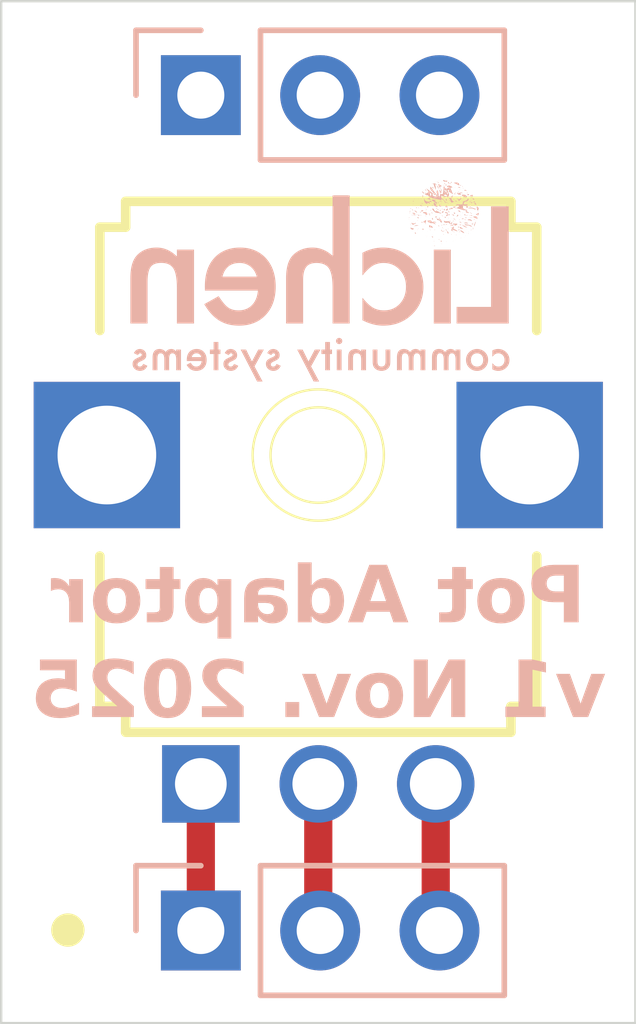
<source format=kicad_pcb>
(kicad_pcb (version 20241229) (generator "pcbnew") (generator_version "9.0")
  (layers (0 "F.Cu" signal) (2 "B.Cu" signal) (13 "F.Paste" user) (15 "B.Paste" user) (5 "F.SilkS" user "F.Silkscreen") (7 "B.SilkS" user "B.Silkscreen") (1 "F.Mask" user) (3 "B.Mask" user) (25 "Edge.Cuts" user))
  (net 0 "")
  (net 4 "Net-(J3-Pin_1)")
  (net 5 "Net-(J3-Pin_2)")
  (net 6 "Net-(J3-Pin_3)")
  (footprint "Lichen:Potentiometer_Alpha_RD901_Eurorack" (layer "F.Cu") (at 106.5 109.66)
    (property "Reference" "RV1" (hide yes))
    (property "Value" "B10K" (hide yes))
  )
  (footprint "Connector_PinHeader_2.54mm:PinHeader_1x03_P2.54mm_Vertical" (layer "B.Cu") (at 104 102 -90)
    (property "Reference" "J1" (hide yes))
    (property "Value" "Conn_01x03_Pin" (hide yes))
  )
  (footprint "Connector_PinHeader_2.54mm:PinHeader_1x03_P2.54mm_Vertical" (layer "B.Cu") (at 104 119.78 -90)
    (property "Reference" "J3" (hide yes))
    (property "Value" "Conn_01x03_Pin" (hide yes))
  )
  (gr_circle (center 101.17 119.77) (end 101.33 120.03) (stroke (width 0.1)) (fill yes) (layer "F.SilkS"))
  (gr_poly (pts (xy 109.062362 105.064341) (xy 109.062342 105.065153) (xy 109.062363 105.065933) (xy 109.062425 105.066679) (xy 109.06253 105.067393) (xy 109.062676 105.068074) (xy 109.062863 105.068722) (xy 109.063092 105.069337) (xy 109.063363 105.069919) (xy 109.063676 105.070468) (xy 109.06403 105.070984) (xy 109.064427 105.071467) (xy 109.064864 105.071917) (xy 109.065344 105.072334) (xy 109.065865 105.072718) (xy 109.066428 105.07307) (xy 109.067033 105.073388) (xy 109.067679 105.073674) (xy 109.068367 105.073926) (xy 109.069097 105.074146) (xy 109.069869 105.074332) (xy 109.070683 105.074486) (xy 109.071538 105.074607) (xy 109.072435 105.074694) (xy 109.073374 105.074749) (xy 109.074355 105.074771) (xy 109.075377 105.07476) (xy 109.076442 105.074716) (xy 109.077548 105.074639) (xy 109.078696 105.074529) (xy 109.079886 105.074386) (xy 109.080978 105.074231) (xy 109.062425 105.063495)) (fill yes) (layer "B.SilkS"))
  (gr_poly (pts (xy 109.21324 104.277436) (xy 109.213859 104.278119) (xy 109.213356 104.276863)) (fill yes) (layer "B.SilkS"))
  (gr_poly (pts (xy 109.274078 104.625861) (xy 109.274753 104.626139) (xy 109.274357 104.625777)) (fill yes) (layer "B.SilkS"))
  (gr_poly (pts (xy 109.0139 104.32032) (xy 109.014628 104.319606) (xy 109.014459 104.319411)) (fill yes) (layer "B.SilkS"))
  (gr_poly (pts (xy 109.720251 104.140519) (xy 109.723319 104.141958) (xy 109.727498 104.143777) (xy 109.731696 104.145465) (xy 109.735913 104.147022) (xy 109.74015 104.148447) (xy 109.744406 104.149742) (xy 109.748681 104.150904) (xy 109.752975 104.151936) (xy 109.757289 104.152837) (xy 109.761623 104.153606) (xy 109.765975 104.154245) (xy 109.770348 104.154752) (xy 109.774739 104.155128) (xy 109.77915 104.155374) (xy 109.783581 104.155488) (xy 109.788031 104.155472) (xy 109.783269 104.118933)) (fill yes) (layer "B.SilkS"))
  (gr_poly (pts (xy 109.017472 103.982037) (xy 109.017564 103.983268) (xy 109.022436 104.003801) (xy 109.027407 104.024265) (xy 109.027467 104.024215) (xy 109.027552 104.024148) (xy 109.027766 104.023984) (xy 109.027878 104.023897) (xy 109.027982 104.023815) (xy 109.02807 104.023741) (xy 109.028106 104.02371) (xy 109.028134 104.023683) (xy 109.022853 104.002804) (xy 109.017472 103.982024)) (fill yes) (layer "B.SilkS"))
  (gr_poly (pts (xy 108.815669 104.992051) (xy 108.815646 104.992074) (xy 108.815554 104.992161) (xy 108.815264 104.99243) (xy 108.814975 104.992701) (xy 108.814883 104.992791) (xy 108.814859 104.992816) (xy 108.814854 104.992823) (xy 108.814854 104.992825) (xy 108.81679 104.995995) (xy 108.818712 104.999167) (xy 108.819233 104.998633) (xy 108.817454 104.995348) (xy 108.815674 104.992044)) (fill yes) (layer "B.SilkS"))
  (gr_poly (pts (xy 109.434733 104.678923) (xy 109.436268 104.678738) (xy 109.435342 104.677111)) (fill yes) (layer "B.SilkS"))
  (gr_poly (pts (xy 109.135344 104.69546) (xy 109.1369 104.694893) (xy 109.136983 104.694861) (xy 109.134631 104.694562)) (fill yes) (layer "B.SilkS"))
  (gr_poly (pts (xy 109.138386 103.832323) (xy 109.138387 103.832322) (xy 109.138373 103.83231)) (fill yes) (layer "B.SilkS"))
  (gr_poly (pts (xy 109.158045 104.586412) (xy 109.161135 104.588202) (xy 109.164198 104.589998) (xy 109.170282 104.593595) (xy 109.170666 104.592325) (xy 109.158865 104.586279) (xy 109.158852 104.586279)) (fill yes) (layer "B.SilkS"))
  (gr_poly (pts (xy 109.00927 103.950605) (xy 109.010606 103.949864) (xy 109.01013 103.949573)) (fill yes) (layer "B.SilkS"))
  (gr_poly (pts (xy 108.564227 104.288187) (xy 108.566339 104.287672) (xy 108.567399 104.287407) (xy 108.568461 104.287128) (xy 108.568458 104.287116) (xy 108.568449 104.287093) (xy 108.568419 104.287025) (xy 108.568377 104.286935) (xy 108.568328 104.286836) (xy 108.568196 104.286573) (xy 108.568196 104.286559)) (fill yes) (layer "B.SilkS"))
  (gr_poly (pts (xy 109.296884 104.740439) (xy 109.297084 104.740188) (xy 109.297078 104.740182) (xy 109.297058 104.740165) (xy 109.296984 104.740107) (xy 109.296751 104.73993) (xy 109.296409 104.739672)) (fill yes) (layer "B.SilkS"))
  (gr_poly (pts (xy 109.90118 104.566145) (xy 109.905175 104.567375) (xy 109.904092 104.563461) (xy 109.903577 104.561483) (xy 109.903352 104.560563)) (fill yes) (layer "B.SilkS"))
  (gr_poly (pts (xy 108.998779 104.612129) (xy 108.999599 104.611455) (xy 108.999586 104.611392)) (fill yes) (layer "B.SilkS"))
  (gr_poly (pts (xy 109.659324 104.871434) (xy 109.659867 104.872148) (xy 109.659695 104.869701)) (fill yes) (layer "B.SilkS"))
  (gr_poly (pts (xy 109.314771 104.792517) (xy 109.317615 104.793289) (xy 109.317895 104.792985) (xy 109.318067 104.792798) (xy 109.318103 104.79276) (xy 109.317314 104.792656) (xy 109.316531 104.792544) (xy 109.314981 104.792297) (xy 109.313448 104.792031) (xy 109.311927 104.791755)) (fill yes) (layer "B.SilkS"))
  (gr_poly (pts (xy 108.534065 104.843084) (xy 108.535441 104.841536) (xy 108.534806 104.841007)) (fill yes) (layer "B.SilkS"))
  (gr_poly (pts (xy 109.341562 104.422846) (xy 109.342711 104.423461) (xy 109.342501 104.423137) (xy 109.342328 104.422879) (xy 109.342257 104.422778) (xy 109.342229 104.42274) (xy 109.342208 104.422714)) (fill yes) (layer "B.SilkS"))
  (gr_poly (pts (xy 109.08289 104.789784) (xy 109.083692 104.78982) (xy 109.084097 104.789843) (xy 109.084301 104.789858) (xy 109.084504 104.789876) (xy 109.084507 104.789875) (xy 109.084511 104.789865) (xy 109.084521 104.789826) (xy 109.08455 104.789677) (xy 109.084626 104.789211) (xy 109.084729 104.788527) (xy 109.084736 104.78852) (xy 109.084739 104.788517) (xy 109.084742 104.788514)) (fill yes) (layer "B.SilkS"))
  (gr_poly (pts (xy 109.731318 104.299326) (xy 109.731715 104.299074) (xy 109.730154 104.298545)) (fill yes) (layer "B.SilkS"))
  (gr_poly (pts (xy 109.400985 104.735835) (xy 109.400999 104.735822) (xy 109.401291 104.735453) (xy 109.401495 104.735191) (xy 109.401565 104.735099) (xy 109.401585 104.73507) (xy 109.401594 104.735055) (xy 109.399555 104.732961)) (fill yes) (layer "B.SilkS"))
  (gr_poly (pts (xy 109.527218 104.15509) (xy 109.526484 104.156069) (xy 109.525822 104.157046) (xy 109.525233 104.158021) (xy 109.524716 104.158994) (xy 109.524273 104.159965) (xy 109.523902 104.160933) (xy 109.523603 104.161899) (xy 109.523377 104.162863) (xy 109.523224 104.163825) (xy 109.523144 104.164785) (xy 109.523136 104.165742) (xy 109.523201 104.166697) (xy 109.523339 104.16765) (xy 109.52355 104.168601) (xy 109.523833 104.169549) (xy 109.524189 104.170495) (xy 109.524618 104.171439) (xy 109.52512 104.17238) (xy 109.525694 104.17332) (xy 109.526341 104.174256) (xy 109.527061 104.175191) (xy 109.527854 104.176123) (xy 109.528719 104.177053) (xy 109.529657 104.17798) (xy 109.530668 104.178905) (xy 109.531752 104.179828) (xy 109.532909 104.180748) (xy 109.534139 104.181665) (xy 109.535441 104.182581) (xy 109.536816 104.183494) (xy 109.537114 104.183681) (xy 109.528025 104.154109)) (fill yes) (layer "B.SilkS"))
  (gr_poly (pts (xy 108.584547 104.357097) (xy 108.585419 104.356603) (xy 108.585863 104.356359) (xy 108.586089 104.356238) (xy 108.58632 104.356118) (xy 108.586322 104.356116) (xy 108.586322 104.356108) (xy 108.586314 104.356074) (xy 108.586275 104.355948) (xy 108.586212 104.355768) (xy 108.586137 104.355561) (xy 108.585923 104.354994)) (fill yes) (layer "B.SilkS"))
  (gr_poly (pts (xy 108.460796 104.827031) (xy 108.465008 104.83319) (xy 108.469423 104.839006) (xy 108.474015 104.844386) (xy 108.476372 104.846883) (xy 108.478764 104.849235) (xy 108.48119 104.851433) (xy 108.483646 104.853463) (xy 108.48613 104.855314) (xy 108.488639 104.856974) (xy 108.491169 104.858432) (xy 108.493719 104.859677) (xy 108.496286 104.860696) (xy 108.498865 104.861477) (xy 108.501456 104.86201) (xy 108.504054 104.862283) (xy 108.506658 104.862284) (xy 108.509264 104.862) (xy 108.511869 104.861422) (xy 108.51447 104.860537) (xy 108.517065 104.859333) (xy 108.519652 104.857798) (xy 108.522226 104.855922) (xy 108.524785 104.853693) (xy 108.527327 104.851098) (xy 108.528728 104.849447) (xy 108.511403 104.849447) (xy 108.510705 104.849811) (xy 108.510368 104.849966) (xy 108.510039 104.850102) (xy 108.509718 104.850221) (xy 108.509405 104.850322) (xy 108.5091 104.850404) (xy 108.508803 104.850468) (xy 108.508515 104.850514) (xy 108.508234 104.850542) (xy 108.507962 104.850551) (xy 108.507698 104.850542) (xy 108.507442 104.850515) (xy 108.507195 104.850469) (xy 108.506956 104.850405) (xy 108.506725 104.850322) (xy 108.506503 104.850221) (xy 108.506289 104.850101) (xy 108.506083 104.849962) (xy 108.505885 104.849805) (xy 108.505696 104.849629) (xy 108.505516 104.849434) (xy 108.505344 104.84922) (xy 108.50518 104.848988) (xy 108.505025 104.848736) (xy 108.504879 104.848466) (xy 108.504741 104.848177) (xy 108.504612 104.847868) (xy 108.504491 104.847541) (xy 108.504379 104.847195) (xy 108.504275 104.846829) (xy 108.50418 104.846444) (xy 108.50455 104.846146) (xy 108.504911 104.845872) (xy 108.505262 104.845624) (xy 108.505604 104.845402) (xy 108.505937 104.845205) (xy 108.50626 104.845033) (xy 108.506574 104.844886) (xy 108.506879 104.844765) (xy 108.507174 104.844669) (xy 108.507461 104.844598) (xy 108.507737 104.844553) (xy 108.508005 104.844533) (xy 108.508263 104.844538) (xy 108.508512 104.844569) (xy 108.508752 104.844625) (xy 108.508982 104.844706) (xy 108.509203 104.844813) (xy 108.509415 104.844945) (xy 108.509618 104.845102) (xy 108.509811 104.845285) (xy 108.509995 104.845492) (xy 108.510169 104.845725) (xy 108.510334 104.845984) (xy 108.51049 104.846268) (xy 108.510637 104.846577) (xy 108.510774 104.846911) (xy 108.510902 104.84727) (xy 108.511021 104.847655) (xy 108.511131 104.848065) (xy 108.511231 104.848501) (xy 108.511322 104.848961) (xy 108.511403 104.849447) (xy 108.528728 104.849447) (xy 108.529849 104.848127) (xy 108.532347 104.844767) (xy 108.534644 104.841273) (xy 108.489652 104.82707) (xy 108.488358 104.830728) (xy 108.482868 104.825767) (xy 108.483159 104.826706) (xy 108.456807 104.820621)) (fill yes) (layer "B.SilkS"))
  (gr_poly (pts (xy 108.548199 104.361877) (xy 108.548117 104.362171) (xy 108.548054 104.362448) (xy 108.548008 104.362709) (xy 108.547978 104.362955) (xy 108.547965 104.363183) (xy 108.547966 104.363395) (xy 108.547982 104.363589) (xy 108.548011 104.363767) (xy 108.548053 104.363926) (xy 108.548107 104.364068) (xy 108.548172 104.364191) (xy 108.548247 104.364296) (xy 108.548332 104.364382) (xy 108.548426 104.36445) (xy 108.548528 104.364497) (xy 108.548637 104.364526) (xy 108.548752 104.364534) (xy 108.548873 104.364523) (xy 108.548999 104.364491) (xy 108.549129 104.364438) (xy 108.549262 104.364364) (xy 108.549397 104.364269) (xy 108.549535 104.364153) (xy 108.549673 104.364015) (xy 108.549811 104.363855) (xy 108.549949 104.363672) (xy 108.550086 104.363467) (xy 108.55022 104.363239) (xy 108.550351 104.362988) (xy 108.550479 104.362714) (xy 108.550601 104.362416) (xy 108.548299 104.361569)) (fill yes) (layer "B.SilkS"))
  (gr_poly (pts (xy 108.938779 104.088041) (xy 108.939168 104.08832) (xy 108.93893 104.087553)) (fill yes) (layer "B.SilkS"))
  (gr_poly (pts (xy 108.760251 104.488951) (xy 108.755146 104.489142) (xy 108.749826 104.489503) (xy 108.744293 104.490035) (xy 108.738544 104.490738) (xy 108.732582 104.491612) (xy 108.731947 104.490738) (xy 108.731533 104.494376) (xy 108.731579 104.4976) (xy 108.73205 104.500442) (xy 108.732914 104.502929) (xy 108.734139 104.505093) (xy 108.735692 104.506961) (xy 108.73754 104.508564) (xy 108.739651 104.509931) (xy 108.741991 104.511091) (xy 108.744528 104.512074) (xy 108.750062 104.513625) (xy 108.762056 104.515897) (xy 108.767993 104.517088) (xy 108.773539 104.518629) (xy 108.776085 104.519604) (xy 108.778435 104.520756) (xy 108.780557 104.522112) (xy 108.782418 104.523704) (xy 108.783986 104.525559) (xy 108.785227 104.527709) (xy 108.786109 104.530181) (xy 108.7866 104.533006) (xy 108.786666 104.536212) (xy 108.786275 104.53983) (xy 108.785394 104.543889) (xy 108.78419 104.547773) (xy 108.81709 104.548299) (xy 108.81777 104.543882) (xy 108.818236 104.539636) (xy 108.818488 104.53556) (xy 108.818526 104.531656) (xy 108.818349 104.527922) (xy 108.817958 104.524359) (xy 108.817353 104.520966) (xy 108.816534 104.517744) (xy 108.8155 104.514693) (xy 108.814252 104.511812) (xy 108.81279 104.509102) (xy 108.811114 104.506563) (xy 108.809223 104.504194) (xy 108.807118 104.501996) (xy 108.804798 104.499969) (xy 108.802265 104.498112) (xy 108.799517 104.496426) (xy 108.796555 104.494911) (xy 108.793378 104.493566) (xy 108.789987 104.492392) (xy 108.786382 104.491388) (xy 108.782563 104.490555) (xy 108.778529 104.489893) (xy 108.774281 104.489402) (xy 108.769819 104.489081) (xy 108.765142 104.48893)) (fill yes) (layer "B.SilkS"))
  (gr_poly (pts (xy 109.147687 104.640135) (xy 109.149062 104.641194) (xy 109.148732 104.639619)) (fill yes) (layer "B.SilkS"))
  (gr_poly (pts (xy 108.978303 104.860012) (xy 108.977932 104.860585) (xy 108.977594 104.861148) (xy 108.977289 104.861702) (xy 108.977017 104.862247) (xy 108.976779 104.862783) (xy 108.976575 104.86331) (xy 108.976404 104.863828) (xy 108.976266 104.864336) (xy 108.976162 104.864836) (xy 108.976091 104.865326) (xy 108.976054 104.865807) (xy 108.97605 104.866279) (xy 108.976079 104.866742) (xy 108.976142 104.867196) (xy 108.976239 104.867641) (xy 108.976369 104.868076) (xy 108.976532 104.868503) (xy 108.976729 104.86892) (xy 108.976959 104.869328) (xy 108.977223 104.869728) (xy 108.97752 104.870118) (xy 108.97785 104.870499) (xy 108.978214 104.870871) (xy 108.978612 104.871234) (xy 108.979043 104.871587) (xy 108.979508 104.871932) (xy 108.980006 104.872268) (xy 108.980537 104.872594) (xy 108.981102 104.872912) (xy 108.9817 104.87322) (xy 108.982043 104.872757) (xy 108.982358 104.872294) (xy 108.982645 104.871833) (xy 108.982906 104.871372) (xy 108.983139 104.870912) (xy 108.983345 104.870454) (xy 108.983524 104.869996) (xy 108.983675 104.869539) (xy 108.983799 104.869083) (xy 108.983896 104.868628) (xy 108.983966 104.868173) (xy 108.984009 104.86772) (xy 108.984024 104.867268) (xy 108.984012 104.866816) (xy 108.983973 104.866366) (xy 108.983906 104.865916) (xy 108.983813 104.865467) (xy 108.983692 104.865019) (xy 108.983544 104.864572) (xy 108.983369 104.864126) (xy 108.983166 104.863681) (xy 108.982937 104.863236) (xy 108.98268 104.862793) (xy 108.982396 104.86235) (xy 108.982085 104.861908) (xy 108.981747 104.861467) (xy 108.981381 104.861027) (xy 108.980989 104.860588) (xy 108.980569 104.86015) (xy 108.980122 104.859712) (xy 108.979147 104.85884)) (fill yes) (layer "B.SilkS"))
  (gr_poly (pts (xy 109.014707 104.549555) (xy 109.016056 104.549582) (xy 109.016149 104.548285)) (fill yes) (layer "B.SilkS"))
  (gr_poly (pts (xy 109.457328 104.265322) (xy 109.457055 104.265603) (xy 109.456965 104.265698) (xy 109.456931 104.265737) (xy 109.477318 104.289166) (xy 109.476709 104.288359) (xy 109.457725 104.264917)) (fill yes) (layer "B.SilkS"))
  (gr_poly (pts (xy 109.190562 104.338034) (xy 109.190587 104.338028) (xy 109.190593 104.338025) (xy 109.190597 104.338023) (xy 109.190597 104.338021) (xy 109.190594 104.338019) (xy 109.190582 104.338017) (xy 109.190545 104.338015)) (fill yes) (layer "B.SilkS"))
  (gr_poly (pts (xy 109.345278 103.916074) (xy 109.345965 103.915614) (xy 109.345952 103.9156) (xy 109.34533 103.914635)) (fill yes) (layer "B.SilkS"))
  (gr_poly (pts (xy 109.271802 104.481967) (xy 109.272557 104.481385) (xy 109.272486 104.481285)) (fill yes) (layer "B.SilkS"))
  (gr_poly (pts (xy 109.260647 104.65242) (xy 109.260458 104.653) (xy 109.260383 104.653276) (xy 109.260321 104.653543) (xy 109.260273 104.6538) (xy 109.260237 104.654048) (xy 109.260215 104.654287) (xy 109.260205 104.654517) (xy 109.260209 104.654738) (xy 109.260225 104.654949) (xy 109.260255 104.655152) (xy 109.260297 104.655345) (xy 109.260352 104.655528) (xy 109.260421 104.655703) (xy 109.260502 104.655868) (xy 109.260596 104.656024) (xy 109.260703 104.656171) (xy 109.260823 104.656309) (xy 109.260955 104.656437) (xy 109.261101 104.656556) (xy 109.261259 104.656666) (xy 109.26143 104.656767) (xy 109.261614 104.656858) (xy 109.26181 104.656941) (xy 109.26202 104.657014) (xy 109.262242 104.657078) (xy 109.262476 104.657132) (xy 109.262724 104.657178) (xy 109.262984 104.657214) (xy 109.263257 104.657241) (xy 109.263517 104.656596) (xy 109.263724 104.655992) (xy 109.263877 104.655429) (xy 109.263933 104.655163) (xy 109.263975 104.654906) (xy 109.264004 104.65466) (xy 109.264019 104.654425) (xy 109.26402 104.654199) (xy 109.264008 104.653983) (xy 109.263983 104.653778) (xy 109.263943 104.653582) (xy 109.26389 104.653397) (xy 109.263824 104.653222) (xy 109.263743 104.653057) (xy 109.263649 104.652903) (xy 109.263542 104.652758) (xy 109.26342 104.652624) (xy 109.263285 104.6525) (xy 109.263136 104.652386) (xy 109.262974 104.652282) (xy 109.262797 104.652188) (xy 109.262607 104.652104) (xy 109.262403 104.652031) (xy 109.262185 104.651968) (xy 109.261953 104.651915) (xy 109.261708 104.651872) (xy 109.261449 104.651839) (xy 109.261175 104.651816) (xy 109.260888 104.651804)) (fill yes) (layer "B.SilkS"))
  (gr_poly (pts (xy 109.471709 104.458658) (xy 109.472357 104.459068) (xy 109.472364 104.459066) (xy 109.471722 104.458644)) (fill yes) (layer "B.SilkS"))
  (gr_poly (pts (xy 108.998556 104.91176) (xy 108.998236 104.911847) (xy 108.997906 104.911942) (xy 108.997902 104.911948) (xy 108.997901 104.911962) (xy 108.997906 104.912009) (xy 108.997918 104.912079) (xy 108.997937 104.912168) (xy 108.997992 104.912389) (xy 108.998058 104.91264) (xy 108.998245 104.913302) (xy 108.999176 104.911598)) (fill yes) (layer "B.SilkS"))
  (gr_poly (pts (xy 109.659854 104.872148) (xy 109.673559 104.872915) (xy 109.673334 104.872162) (xy 109.659285 104.871461)) (fill yes) (layer "B.SilkS"))
  (gr_poly (pts (xy 109.566773 104.682442) (xy 109.568348 104.68317) (xy 109.56893 104.682336)) (fill yes) (layer "B.SilkS"))
  (gr_poly (pts (xy 109.051182 103.873177) (xy 109.051103 103.873368) (xy 109.051021 103.873549) (xy 109.050937 103.873721) (xy 109.05085 103.873882) (xy 109.050792 103.87398) (xy 109.052003 103.873798) (xy 109.051651 103.873408) (xy 109.051394 103.873123) (xy 109.051259 103.872976)) (fill yes) (layer "B.SilkS"))
  (gr_poly (pts (xy 109.623022 104.896135) (xy 109.623148 104.896049) (xy 109.62361 104.895734) (xy 109.624069 104.895419) (xy 109.622494 104.894929)) (fill yes) (layer "B.SilkS"))
  (gr_poly (pts (xy 109.493762 103.92756) (xy 109.493769 103.927564) (xy 109.493788 103.927582) (xy 109.493859 103.927649) (xy 109.494072 103.927859) (xy 109.494383 103.928168) (xy 109.500568 103.921984) (xy 109.49986 103.921276)) (fill yes) (layer "B.SilkS"))
  (gr_poly (pts (xy 109.339999 104.535427) (xy 109.340236 104.535496) (xy 109.340078 104.535374)) (fill yes) (layer "B.SilkS"))
  (gr_poly (pts (xy 109.068398 104.834239) (xy 109.068063 104.834617) (xy 109.067898 104.83481) (xy 109.067734 104.835005) (xy 109.067572 104.835206) (xy 109.067412 104.835411) (xy 109.067418 104.835416) (xy 109.067432 104.835419) (xy 109.067481 104.835425) (xy 109.067646 104.835429) (xy 109.067876 104.835426) (xy 109.068136 104.835418) (xy 109.068841 104.835385) (xy 109.068841 104.835371) (xy 109.068735 104.833863)) (fill yes) (layer "B.SilkS"))
  (gr_poly (pts (xy 109.461886 104.545474) (xy 109.461471 104.545871) (xy 109.461264 104.546073) (xy 109.461058 104.546278) (xy 109.460853 104.546486) (xy 109.460649 104.546698) (xy 109.462025 104.546752) (xy 109.46207 104.546464) (xy 109.462145 104.546003) (xy 109.462302 104.545084)) (fill yes) (layer "B.SilkS"))
  (gr_poly (pts (xy 109.687259 104.835163) (xy 109.687252 104.835173) (xy 109.687234 104.835211) (xy 109.687212 104.835269) (xy 109.687186 104.835346) (xy 109.687128 104.835536) (xy 109.687066 104.835755) (xy 109.686956 104.836164) (xy 109.686907 104.83635) (xy 109.689037 104.835199) (xy 109.687265 104.83516)) (fill yes) (layer "B.SilkS"))
  (gr_poly (pts (xy 108.78767 104.398091) (xy 108.785558 104.401088) (xy 108.79292 104.405569) (xy 108.79331 104.405174) (xy 108.793667 104.404784) (xy 108.793991 104.4044) (xy 108.794284 104.404021) (xy 108.794544 104.403648) (xy 108.794772 104.403281) (xy 108.794967 104.402919) (xy 108.79513 104.402563) (xy 108.795261 104.402212) (xy 108.79536 104.401867) (xy 108.795426 104.401528) (xy 108.79546 104.401194) (xy 108.795462 104.400866) (xy 108.795431 104.400543) (xy 108.795368 104.400226) (xy 108.795273 104.399915) (xy 108.795146 104.399609) (xy 108.794986 104.399309) (xy 108.794794 104.399015) (xy 108.79457 104.398726) (xy 108.794313 104.398443) (xy 108.794024 104.398165) (xy 108.793703 104.397893) (xy 108.79335 104.397627) (xy 108.792964 104.397366) (xy 108.792546 104.397111) (xy 108.792096 104.396862) (xy 108.791614 104.396618) (xy 108.791099 104.39638) (xy 108.790552 104.396148) (xy 108.789973 104.395921) (xy 108.789361 104.3957)) (fill yes) (layer "B.SilkS"))
  (gr_poly (pts (xy 108.785551 104.401098) (xy 108.785558 104.401088) (xy 108.785551 104.401084)) (fill yes) (layer "B.SilkS"))
  (gr_poly (pts (xy 109.75005 104.271161) (xy 109.750063 104.271161) (xy 109.750049 104.271157)) (fill yes) (layer "B.SilkS"))
  (gr_poly (pts (xy 109.430203 104.41277) (xy 109.42971 104.412808) (xy 109.429201 104.412879) (xy 109.428675 104.412983) (xy 109.428133 104.413122) (xy 109.427574 104.413295) (xy 109.426999 104.413501) (xy 109.426407 104.413741) (xy 109.425798 104.414016) (xy 109.424531 104.414666) (xy 109.423197 104.415451) (xy 109.423928 104.416361) (xy 109.424673 104.41718) (xy 109.425432 104.417909) (xy 109.425816 104.418239) (xy 109.426204 104.418547) (xy 109.426595 104.418832) (xy 109.42699 104.419094) (xy 109.427388 104.419334) (xy 109.42779 104.419551) (xy 109.428195 104.419746) (xy 109.428604 104.419918) (xy 109.429016 104.420067) (xy 109.429431 104.420194) (xy 109.42985 104.420298) (xy 109.430273 104.420379) (xy 109.430699 104.420438) (xy 109.431129 104.420474) (xy 109.431562 104.420488) (xy 109.431998 104.420479) (xy 109.432438 104.420447) (xy 109.432882 104.420392) (xy 109.433329 104.420315) (xy 109.43378 104.420216) (xy 109.434234 104.420093) (xy 109.434692 104.419948) (xy 109.435153 104.419781) (xy 109.435618 104.419591) (xy 109.436559 104.419142) (xy 109.436399 104.418502) (xy 109.436223 104.417895) (xy 109.43603 104.417323) (xy 109.43582 104.416784) (xy 109.435594 104.416279) (xy 109.435351 104.415808) (xy 109.435091 104.415371) (xy 109.434815 104.414968) (xy 109.434522 104.414598) (xy 109.434213 104.414263) (xy 109.433887 104.413961) (xy 109.433544 104.413693) (xy 109.433184 104.413459) (xy 109.432808 104.413259) (xy 109.432416 104.413093) (xy 109.432006 104.412961) (xy 109.43158 104.412862) (xy 109.431138 104.412798) (xy 109.430678 104.412767)) (fill yes) (layer "B.SilkS"))
  (gr_poly (pts (xy 109.198088 103.823111) (xy 109.198081 103.826178) (xy 109.198065 103.82938) (xy 109.199414 103.830781) (xy 109.201253 103.832576) (xy 109.203075 103.834241) (xy 109.204883 103.835775) (xy 109.206675 103.837181) (xy 109.208451 103.838456) (xy 109.210212 103.839601) (xy 109.211957 103.840617) (xy 109.213687 103.841502) (xy 109.215402 103.842258) (xy 109.217101 103.842884) (xy 109.218785 103.843381) (xy 109.220453 103.843747) (xy 109.222106 103.843983) (xy 109.223743 103.84409) (xy 109.225365 103.844067) (xy 109.226971 103.843914) (xy 109.228562 103.843631) (xy 109.230138 103.843219) (xy 109.231698 103.842676) (xy 109.233243 103.842004) (xy 109.234772 103.841202) (xy 109.236286 103.84027) (xy 109.237785 103.839208) (xy 109.239268 103.838016) (xy 109.240736 103.836695) (xy 109.242188 103.835243) (xy 109.243626 103.833662) (xy 109.245047 103.831951) (xy 109.246454 103.83011) (xy 109.247845 103.82814) (xy 109.24922 103.826039) (xy 109.233359 103.820165) (xy 109.234533 103.819585)) (fill yes) (layer "B.SilkS"))
  (gr_poly (pts (xy 109.259579 104.455694) (xy 109.258596 104.456634) (xy 109.260373 104.456647) (xy 109.259579 104.455681)) (fill yes) (layer "B.SilkS"))
  (gr_poly (pts (xy 109.124703 103.84523) (xy 109.126216 103.845578) (xy 109.126216 103.845592) (xy 109.126718 103.844904)) (fill yes) (layer "B.SilkS"))
  (gr_poly (pts (xy 109.731353 104.554876) (xy 109.730779 104.555371) (xy 109.730242 104.555868) (xy 109.729743 104.556367) (xy 109.729282 104.556869) (xy 109.728859 104.557373) (xy 109.728474 104.557879) (xy 109.728126 104.558387) (xy 109.727817 104.558898) (xy 109.727545 104.559411) (xy 109.727311 104.559927) (xy 109.727115 104.560444) (xy 109.726957 104.560964) (xy 109.726836 104.561487) (xy 109.726754 104.562011) (xy 109.726709 104.562538) (xy 109.726702 104.563067) (xy 109.726733 104.563599) (xy 109.726802 104.564132) (xy 109.726909 104.564668) (xy 109.727054 104.565207) (xy 109.727236 104.565747) (xy 109.727457 104.56629) (xy 109.727715 104.566835) (xy 109.728011 104.567383) (xy 109.728345 104.567932) (xy 109.728717 104.568484) (xy 109.729127 104.569038) (xy 109.729575 104.569595) (xy 109.730061 104.570153) (xy 109.730584 104.570714) (xy 109.731146 104.571278) (xy 109.731776 104.570688) (xy 109.732367 104.570102) (xy 109.73292 104.569521) (xy 109.733433 104.568943) (xy 109.733908 104.568369) (xy 109.734343 104.567799) (xy 109.734739 104.567233) (xy 109.735097 104.566672) (xy 109.735415 104.566114) (xy 109.735695 104.56556) (xy 109.735935 104.56501) (xy 109.736136 104.564464) (xy 109.736299 104.563922) (xy 109.736422 104.563384) (xy 109.736506 104.56285) (xy 109.736551 104.56232) (xy 109.736558 104.561794) (xy 109.736525 104.561272) (xy 109.736453 104.560754) (xy 109.736342 104.56024) (xy 109.736192 104.55973) (xy 109.736003 104.559224) (xy 109.735775 104.558722) (xy 109.735508 104.558224) (xy 109.735202 104.55773) (xy 109.734857 104.55724) (xy 109.734473 104.556754) (xy 109.734049 104.556272) (xy 109.733587 104.555794) (xy 109.733086 104.55532) (xy 109.732545 104.55485) (xy 109.731966 104.554384)) (fill yes) (layer "B.SilkS"))
  (gr_poly (pts (xy 109.585793 104.118002) (xy 109.58093 104.118239) (xy 109.575942 104.118646) (xy 109.57083 104.119221) (xy 109.565594 104.119966) (xy 109.560233 104.12088) (xy 109.554748 104.121962) (xy 109.554748 104.122147) (xy 109.554056 104.124751) (xy 109.554053 104.127352) (xy 109.554698 104.129942) (xy 109.55595 104.132517) (xy 109.557766 104.135068) (xy 109.560105 104.137589) (xy 109.562926 104.140075) (xy 109.566187 104.142517) (xy 109.569847 104.14491) (xy 109.573863 104.147248) (xy 109.582802 104.151727) (xy 109.592671 104.155904) (xy 109.603139 104.159725) (xy 109.613872 104.163137) (xy 109.624538 104.166088) (xy 109.634807 104.168524) (xy 109.644344 104.170394) (xy 109.652819 104.171644) (xy 109.659899 104.172221) (xy 109.665252 104.172074) (xy 109.667177 104.171711) (xy 109.668545 104.171148) (xy 109.666918 104.166991) (xy 109.665166 104.163003) (xy 109.66329 104.159184) (xy 109.661289 104.155534) (xy 109.659164 104.152053) (xy 109.656915 104.148742) (xy 109.654541 104.145599) (xy 109.652042 104.142625) (xy 109.64942 104.13982) (xy 109.646673 104.137185) (xy 109.643801 104.134718) (xy 109.640805 104.132421) (xy 109.637684 104.130292) (xy 109.634439 104.128333) (xy 109.63107 104.126542) (xy 109.627576 104.124921) (xy 109.623958 104.123468) (xy 109.620215 104.122185) (xy 109.616348 104.12107) (xy 109.612356 104.120125) (xy 109.60824 104.119348) (xy 109.604 104.118741) (xy 109.599635 104.118303) (xy 109.595145 104.118033) (xy 109.590531 104.117933)) (fill yes) (layer "B.SilkS"))
  (gr_poly (pts (xy 109.004388 104.549727) (xy 109.004904 104.550918) (xy 109.01607 104.549608) (xy 109.01607 104.549621) (xy 109.016149 104.548285)) (fill yes) (layer "B.SilkS"))
  (gr_poly (pts (xy 109.654746 104.199922) (xy 109.654547 104.199934) (xy 109.654348 104.199958) (xy 109.65415 104.199993) (xy 109.653953 104.200039) (xy 109.653757 104.200097) (xy 109.653561 104.200166) (xy 109.653366 104.200246) (xy 109.653172 104.200337) (xy 109.652978 104.20044) (xy 109.652786 104.200555) (xy 109.652594 104.200681) (xy 109.652402 104.200818) (xy 109.652212 104.200967) (xy 109.652022 104.201128) (xy 109.651833 104.2013) (xy 109.651644 104.201484) (xy 109.651456 104.201679) (xy 109.651083 104.202104) (xy 109.651389 104.202405) (xy 109.651689 104.202682) (xy 109.651981 104.202938) (xy 109.652266 104.203171) (xy 109.652544 104.203382) (xy 109.652815 104.203571) (xy 109.653079 104.203738) (xy 109.653336 104.203883) (xy 109.653586 104.204005) (xy 109.653828 104.204105) (xy 109.654064 104.204184) (xy 109.654293 104.20424) (xy 109.654514 104.204274) (xy 109.654729 104.204286) (xy 109.654937 104.204276) (xy 109.655138 104.204244) (xy 109.655331 104.204191) (xy 109.655518 104.204115) (xy 109.655698 104.204017) (xy 109.655871 104.203898) (xy 109.656036 104.203757) (xy 109.656195 104.203594) (xy 109.656348 104.203409) (xy 109.656493 104.203202) (xy 109.656631 104.202974) (xy 109.656762 104.202724) (xy 109.656887 104.202452) (xy 109.657004 104.202158) (xy 109.657115 104.201843) (xy 109.657219 104.201507) (xy 109.657316 104.201148) (xy 109.657406 104.200768) (xy 109.657197 104.200637) (xy 109.656989 104.200517) (xy 109.656781 104.200408) (xy 109.656574 104.20031) (xy 109.656368 104.200222) (xy 109.656163 104.200146) (xy 109.655958 104.200081) (xy 109.655754 104.200026) (xy 109.655551 104.199983) (xy 109.655349 104.199951) (xy 109.655147 104.19993) (xy 109.654946 104.19992)) (fill yes) (layer "B.SilkS"))
  (gr_poly (pts (xy 108.594575 104.791623) (xy 108.594549 104.791813) (xy 108.59453 104.791996) (xy 108.594518 104.792172) (xy 108.594513 104.792341) (xy 108.594515 104.792504) (xy 108.594525 104.792659) (xy 108.594542 104.792808) (xy 108.594565 104.79295) (xy 108.594596 104.793085) (xy 108.594634 104.793213) (xy 108.59468 104.793334) (xy 108.594732 104.793448) (xy 108.594792 104.793556) (xy 108.594858 104.793656) (xy 108.594932 104.79375) (xy 108.595013 104.793837) (xy 108.595102 104.793917) (xy 108.595197 104.79399) (xy 108.5953 104.794056) (xy 108.595409 104.794116) (xy 108.595526 104.794168) (xy 108.59565 104.794214) (xy 108.595782 104.794253) (xy 108.59592 104.794285) (xy 108.596066 104.79431) (xy 108.596219 104.794328) (xy 108.596379 104.79434) (xy 108.596546 104.794344) (xy 108.596721 104.794342) (xy 108.596902 104.794333) (xy 108.597091 104.794317) (xy 108.597287 104.794295) (xy 108.596877 104.790935)) (fill yes) (layer "B.SilkS"))
  (gr_poly (pts (xy 109.03019 103.93154) (xy 109.03569 103.942306) (xy 109.040925 103.953173) (xy 109.050717 103.974353) (xy 109.059788 103.993355) (xy 109.064124 104.001501) (xy 109.066848 104.005969) (xy 109.056405 103.959138) (xy 109.05671 103.95923) (xy 109.056657 103.951809) (xy 109.05626 103.951914) (xy 109.05626 103.951901) (xy 109.055138 103.950094) (xy 109.053477 103.947944) (xy 109.048699 103.942745) (xy 109.042241 103.936554) (xy 109.034418 103.929623) (xy 109.025545 103.922202) (xy 109.024594 103.921444)) (fill yes) (layer "B.SilkS"))
  (gr_poly (pts (xy 109.392371 103.868978) (xy 109.392486 103.86915) (xy 109.39255 103.869243) (xy 109.39261 103.869326) (xy 109.392637 103.86936) (xy 109.39266 103.869388) (xy 109.392678 103.869407) (xy 109.392685 103.869414) (xy 109.392691 103.869417) (xy 109.392694 103.869418) (xy 109.392695 103.869416) (xy 109.392694 103.869411) (xy 109.39269 103.869403) (xy 109.392676 103.86938) (xy 109.392655 103.869348) (xy 109.392597 103.869266) (xy 109.392525 103.869169) (xy 109.392385 103.868986) (xy 109.39232 103.868901)) (fill yes) (layer "B.SilkS"))
  (gr_poly (pts (xy 108.997853 104.911968) (xy 108.998237 104.913318) (xy 109.000366 104.910209)) (fill yes) (layer "B.SilkS"))
  (gr_poly (pts (xy 108.932488 105.056074) (xy 108.933797 105.056166) (xy 108.937747 105.044688)) (fill yes) (layer "B.SilkS"))
  (gr_poly (pts (xy 108.763101 104.294113) (xy 108.763525 104.294471) (xy 108.764676 104.293174)) (fill yes) (layer "B.SilkS"))
  (gr_poly (pts (xy 109.383404 104.510794) (xy 109.384486 104.512245) (xy 109.385566 104.513613) (xy 109.386644 104.514898) (xy 109.38772 104.516101) (xy 109.388794 104.517222) (xy 109.389867 104.51826) (xy 109.390937 104.519215) (xy 109.392006 104.520088) (xy 109.393073 104.520878) (xy 109.394138 104.521586) (xy 109.395201 104.522211) (xy 109.396262 104.522753) (xy 109.397321 104.523213) (xy 109.398379 104.523591) (xy 109.399434 104.523885) (xy 109.400488 104.524097) (xy 109.401539 104.524227) (xy 109.402589 104.524274) (xy 109.403637 104.524238) (xy 109.404683 104.52412) (xy 109.405727 104.523919) (xy 109.406769 104.523636) (xy 109.407809 104.52327) (xy 109.408848 104.522821) (xy 109.409884 104.52229) (xy 109.410919 104.521676) (xy 109.411951 104.520979) (xy 109.412982 104.5202) (xy 109.414011 104.519338) (xy 109.415037 104.518394) (xy 109.416062 104.517367) (xy 109.417085 104.516257) (xy 109.393934 104.496427)) (fill yes) (layer "B.SilkS"))
  (gr_poly (pts (xy 109.750209 104.744037) (xy 109.750432 104.74455) (xy 109.750667 104.74502) (xy 109.750913 104.745449) (xy 109.751172 104.745837) (xy 109.751443 104.746183) (xy 109.751725 104.746486) (xy 109.752019 104.746749) (xy 109.752325 104.746969) (xy 109.752643 104.747148) (xy 109.752974 104.747286) (xy 109.753315 104.747381) (xy 109.753669 104.747435) (xy 109.754035 104.747447) (xy 109.754413 104.747418) (xy 109.754803 104.747347) (xy 109.755205 104.747234) (xy 109.755618 104.747079) (xy 109.756044 104.746883) (xy 109.756482 104.746645) (xy 109.756931 104.746366) (xy 109.757393 104.746045) (xy 109.757867 104.745682) (xy 109.758353 104.745278) (xy 109.75885 104.744832) (xy 109.75936 104.744344) (xy 109.759882 104.743815) (xy 109.760416 104.743244) (xy 109.760962 104.742631) (xy 109.76152 104.741977) (xy 109.76209 104.741281) (xy 109.762672 104.740543) (xy 109.763266 104.739764) (xy 109.76316 104.739738)) (fill yes) (layer "B.SilkS"))
  (gr_poly (pts (xy 108.782949 104.549235) (xy 108.78399 104.548418) (xy 108.783977 104.548418) (xy 108.783554 104.54809) (xy 108.783274 104.547871) (xy 108.78319 104.547802) (xy 108.78317 104.547785)) (fill yes) (layer "B.SilkS"))
  (gr_poly (pts (xy 108.839553 104.545375) (xy 108.84077 104.543655) (xy 108.838574 104.543457)) (fill yes) (layer "B.SilkS"))
  (gr_poly (pts (xy 109.184159 103.886893) (xy 109.184186 103.887462) (xy 109.184293 103.886943) (xy 109.184146 103.88688)) (fill yes) (layer "B.SilkS"))
  (gr_poly (pts (xy 109.681884 104.543603) (xy 109.681474 104.543825) (xy 109.681086 104.544055) (xy 109.680721 104.544293) (xy 109.680379 104.544541) (xy 109.680059 104.544797) (xy 109.679762 104.545062) (xy 109.679487 104.545335) (xy 109.679235 104.545617) (xy 109.679005 104.545908) (xy 109.678799 104.546207) (xy 109.678614 104.546515) (xy 109.678453 104.546832) (xy 109.678314 104.547157) (xy 109.678197 104.547491) (xy 109.678103 104.547834) (xy 109.678032 104.548185) (xy 109.677984 104.548545) (xy 109.677958 104.548914) (xy 109.677955 104.549291) (xy 109.677974 104.549677) (xy 109.678016 104.550071) (xy 109.678081 104.550474) (xy 109.678168 104.550886) (xy 109.678278 104.551306) (xy 109.678411 104.551735) (xy 109.678567 104.552173) (xy 109.678745 104.552619) (xy 109.678945 104.553074) (xy 109.679169 104.553537) (xy 109.679415 104.554009) (xy 109.679684 104.55449) (xy 109.680272 104.554312) (xy 109.680827 104.554123) (xy 109.68135 104.553923) (xy 109.68184 104.553713) (xy 109.682297 104.553491) (xy 109.682722 104.553259) (xy 109.683114 104.553015) (xy 109.683474 104.552761) (xy 109.683801 104.552496) (xy 109.684096 104.55222) (xy 109.684357 104.551933) (xy 109.684587 104.551635) (xy 109.684783 104.551326) (xy 109.684947 104.551006) (xy 109.685079 104.550676) (xy 109.685178 104.550334) (xy 109.685244 104.549982) (xy 109.685277 104.549618) (xy 109.685278 104.549244) (xy 109.685246 104.548859) (xy 109.685182 104.548463) (xy 109.685085 104.548056) (xy 109.684955 104.547639) (xy 109.684793 104.54721) (xy 109.684598 104.546771) (xy 109.68437 104.54632) (xy 109.684109 104.545859) (xy 109.683816 104.545387) (xy 109.68349 104.544904) (xy 109.683132 104.544411) (xy 109.682741 104.543906) (xy 109.682317 104.54339)) (fill yes) (layer "B.SilkS"))
  (gr_poly (pts (xy 109.207165 104.307329) (xy 109.207178 104.307329) (xy 109.208369 104.307554) (xy 109.207519 104.305584)) (fill yes) (layer "B.SilkS"))
  (gr_poly (pts (xy 108.920663 104.515464) (xy 108.920754 104.519049) (xy 108.920856 104.519024) (xy 108.921069 104.51897) (xy 108.921375 104.51889) (xy 108.921005 104.511971) (xy 108.921005 104.511984) (xy 108.920582 104.511879)) (fill yes) (layer "B.SilkS"))
  (gr_poly (pts (xy 109.235991 105.126294) (xy 109.237314 105.124865) (xy 109.23705 105.12431)) (fill yes) (layer "B.SilkS"))
  (gr_poly (pts (xy 109.381208 104.792932) (xy 109.381453 104.792797) (xy 109.381587 104.79272) (xy 109.381608 104.792707) (xy 109.381578 104.792721) (xy 109.381126 104.792614)) (fill yes) (layer "B.SilkS"))
  (gr_poly (pts (xy 108.948204 104.329331) (xy 108.948217 104.329343) (xy 108.948217 104.329329)) (fill yes) (layer "B.SilkS"))
  (gr_poly (pts (xy 109.317717 104.178042) (xy 109.319507 104.202713) (xy 109.292083 104.181044) (xy 109.292877 104.181692) (xy 109.276988 104.187182) (xy 109.304677 104.219567) (xy 109.30488 104.219806) (xy 109.304984 104.219917) (xy 109.305089 104.220022) (xy 109.305162 104.220091) (xy 109.304465 104.219964) (xy 109.313633 104.248288) (xy 109.313633 104.248116) (xy 109.314583 104.246173) (xy 109.315531 104.244439) (xy 109.316004 104.24365) (xy 109.316478 104.242913) (xy 109.316951 104.242228) (xy 109.317423 104.241595) (xy 109.317896 104.241014) (xy 109.318368 104.240485) (xy 109.318839 104.240008) (xy 109.319311 104.239583) (xy 109.319782 104.23921) (xy 109.320253 104.238889) (xy 109.320723 104.23862) (xy 109.321194 104.238404) (xy 109.321663 104.238239) (xy 109.322133 104.238126) (xy 109.322602 104.238066) (xy 109.323071 104.238057) (xy 109.32354 104.238101) (xy 109.324008 104.238197) (xy 109.324476 104.238344) (xy 109.324944 104.238544) (xy 109.325411 104.238796) (xy 109.325879 104.2391) (xy 109.326345 104.239456) (xy 109.326812 104.239864) (xy 109.327278 104.240324) (xy 109.327744 104.240836) (xy 109.328209 104.2414) (xy 109.328675 104.242017) (xy 109.315776 104.252256) (xy 109.315274 104.251489) (xy 109.317286 104.258206) (xy 109.31944 104.264069) (xy 109.321729 104.269121) (xy 109.324146 104.27341) (xy 109.326681 104.27698) (xy 109.329329 104.279876) (xy 109.332082 104.282145) (xy 109.334931 104.283831) (xy 109.33787 104.28498) (xy 109.34089 104.285638) (xy 109.343985 104.285849) (xy 109.347146 104.28566) (xy 109.350367 104.285115) (xy 109.353639 104.284261) (xy 109.356955 104.283142) (xy 109.360307 104.281804) (xy 109.387531 104.268664) (xy 109.390872 104.267398) (xy 109.394173 104.266368) (xy 109.395266 104.266116) (xy 109.390825 104.265219) (xy 109.386125 104.264004) (xy 109.381668 104.26258) (xy 109.377448 104.260952) (xy 109.373458 104.259126) (xy 109.369691 104.257108) (xy 109.366141 104.254904) (xy 109.362801 104.25252) (xy 109.359664 104.249962) (xy 109.356722 104.247236) (xy 109.35397 104.244346) (xy 109.351399 104.241301) (xy 109.349005 104.238104) (xy 109.346778 104.234763) (xy 109.344714 104.231283) (xy 109.342805 104.227669) (xy 109.341043 104.223928) (xy 109.339423 104.220066) (xy 109.337937 104.216089) (xy 109.335341 104.207811) (xy 109.333201 104.199141) (xy 109.331462 104.190127) (xy 109.330068 104.180816) (xy 109.328966 104.171254) (xy 109.329045 104.170976)) (fill yes) (layer "B.SilkS"))
  (gr_poly (pts (xy 108.683581 104.811863) (xy 108.685949 104.81058) (xy 108.68325 104.809879)) (fill yes) (layer "B.SilkS"))
  (gr_poly (pts (xy 109.010249 103.952007) (xy 109.010659 103.949864) (xy 109.01013 103.949573)) (fill yes) (layer "B.SilkS"))
  (gr_poly (pts (xy 109.174205 103.899151) (xy 109.173788 103.899558) (xy 109.173298 103.900281) (xy 109.172081 103.902715) (xy 109.171726 103.902502) (xy 109.171473 103.902352) (xy 109.171384 103.902301) (xy 109.17134 103.902279) (xy 109.173621 103.909072) (xy 109.175161 103.914486) (xy 109.175446 103.90606) (xy 109.175422 103.902779) (xy 109.175231 103.90048) (xy 109.175062 103.899724) (xy 109.174837 103.899244) (xy 109.174553 103.899049)) (fill yes) (layer "B.SilkS"))
  (gr_poly (pts (xy 109.284648 104.47526) (xy 109.285376 104.475829) (xy 109.285603 104.474621)) (fill yes) (layer "B.SilkS"))
  (gr_poly (pts (xy 109.190778 104.421724) (xy 109.18894 104.42181) (xy 109.187194 104.421954) (xy 109.185538 104.422154) (xy 109.183973 104.422412) (xy 109.182499 104.422728) (xy 109.181115 104.423101) (xy 109.179822 104.423531) (xy 109.17862 104.424019) (xy 109.177508 104.424564) (xy 109.176487 104.425166) (xy 109.175557 104.425826) (xy 109.174717 104.426543) (xy 109.173968 104.427318) (xy 109.17331 104.42815) (xy 109.172743 104.429039) (xy 109.172266 104.429986) (xy 109.17188 104.43099) (xy 109.171584 104.432052) (xy 109.17138 104.433171) (xy 109.171266 104.434347) (xy 109.171242 104.435581) (xy 109.17131 104.436872) (xy 109.171468 104.438221) (xy 109.171716 104.439627) (xy 109.172056 104.44109) (xy 109.172486 104.442611) (xy 109.173007 104.44419) (xy 109.173618 104.445825) (xy 109.17432 104.447519) (xy 109.175113 104.449269) (xy 109.175997 104.451077) (xy 109.211857 104.443808) (xy 109.210792 104.443959) (xy 109.207706 104.444262) (xy 109.204805 104.444388) (xy 109.202109 104.444317) (xy 109.200844 104.444202) (xy 109.199637 104.444031) (xy 109.198491 104.443802) (xy 109.197407 104.443512) (xy 109.19639 104.44316) (xy 109.19544 104.442742) (xy 109.19456 104.442256) (xy 109.193754 104.441701) (xy 109.193022 104.441074) (xy 109.192368 104.440372) (xy 109.191794 104.439593) (xy 109.191302 104.438735) (xy 109.190895 104.437796) (xy 109.190575 104.436773) (xy 109.190344 104.435664) (xy 109.190205 104.434467) (xy 109.190161 104.433179) (xy 109.190213 104.431798) (xy 109.190365 104.430322) (xy 109.190618 104.428748) (xy 109.190975 104.427074) (xy 109.191438 104.425298) (xy 109.192009 104.423418) (xy 109.192601 104.421697)) (fill yes) (layer "B.SilkS"))
  (gr_poly (pts (xy 109.079636 104.745268) (xy 109.080178 104.74626) (xy 109.080456 104.744527)) (fill yes) (layer "B.SilkS"))
  (gr_poly (pts (xy 109.181302 105.08826) (xy 109.180786 105.087638) (xy 109.173161 105.086801)) (fill yes) (layer "B.SilkS"))
  (gr_poly (pts (xy 108.884281 104.838494) (xy 108.884903 104.839129) (xy 108.884869 104.835362)) (fill yes) (layer "B.SilkS"))
  (gr_poly (pts (xy 108.601202 104.539955) (xy 108.600428 104.540049) (xy 108.599704 104.540188) (xy 108.599032 104.540374) (xy 108.59841 104.540606) (xy 108.597839 104.540885) (xy 108.597319 104.541209) (xy 108.59685 104.54158) (xy 108.596431 104.541997) (xy 108.596064 104.54246) (xy 108.595747 104.542969) (xy 108.595481 104.543525) (xy 108.595266 104.544127) (xy 108.595102 104.544775) (xy 108.594988 104.545469) (xy 108.594926 104.54621) (xy 108.594914 104.546997) (xy 108.594953 104.54783) (xy 108.595184 104.549635) (xy 108.614014 104.542298) (xy 108.613069 104.541974) (xy 108.610455 104.541191) (xy 108.608043 104.540594) (xy 108.605834 104.54018) (xy 108.603829 104.539952) (xy 108.602027 104.539908)) (fill yes) (layer "B.SilkS"))
  (gr_poly (pts (xy 109.313183 104.55318) (xy 109.314996 104.551751) (xy 109.312694 104.551209)) (fill yes) (layer "B.SilkS"))
  (gr_poly (pts (xy 108.934763 104.96208) (xy 108.934776 104.96208) (xy 108.942211 104.966459) (xy 108.941911 104.965963) (xy 108.94159 104.965494) (xy 108.94125 104.965054) (xy 108.940889 104.964643) (xy 108.940701 104.964448) (xy 108.940508 104.96426) (xy 108.94031 104.964079) (xy 108.940107 104.963905) (xy 108.939899 104.963738) (xy 108.939686 104.963578) (xy 108.939468 104.963425) (xy 108.939244 104.963279) (xy 108.939016 104.96314) (xy 108.938783 104.963009) (xy 108.938545 104.962884) (xy 108.938301 104.962766) (xy 108.937799 104.962551) (xy 108.937277 104.962365) (xy 108.936735 104.962206) (xy 108.936173 104.962075) (xy 108.935591 104.961971) (xy 108.934988 104.961895)) (fill yes) (layer "B.SilkS"))
  (gr_poly (pts (xy 108.814814 104.992838) (xy 108.814827 104.992838) (xy 108.814826 104.992827)) (fill yes) (layer "B.SilkS"))
  (gr_poly (pts (xy 109.027167 104.627663) (xy 109.02717 104.627661) (xy 109.027169 104.62766)) (fill yes) (layer "B.SilkS"))
  (gr_poly (pts (xy 108.949208 103.875355) (xy 108.94848 103.876377) (xy 108.948357 103.877968) (xy 108.948879 103.880159) (xy 108.99825 104.01769) (xy 108.999299 104.008572) (xy 109.000001 103.999481) (xy 109.000354 103.990415) (xy 109.000361 103.981376) (xy 109.000019 103.972362) (xy 108.99933 103.963375) (xy 108.998293 103.954414) (xy 108.996909 103.945478) (xy 108.995177 103.936569) (xy 108.993097 103.927686) (xy 108.990669 103.918829) (xy 108.987893 103.909998) (xy 108.98477 103.901193) (xy 108.981299 103.892414) (xy 108.979642 103.888615) (xy 108.976476 103.88656) (xy 108.967929 103.881482) (xy 108.960541 103.877673) (xy 108.95738 103.876324) (xy 108.954626 103.875385) (xy 108.95232 103.87489) (xy 108.950501 103.87487)) (fill yes) (layer "B.SilkS"))
  (gr_poly (pts (xy 109.027768 104.023987) (xy 109.027569 104.024137) (xy 109.02742 104.024252) (xy 109.027747 104.024524) (xy 109.028016 104.023802)) (fill yes) (layer "B.SilkS"))
  (gr_poly (pts (xy 108.72557 104.8665) (xy 108.73242 104.866458) (xy 108.735877 104.866472) (xy 108.736614 104.866483) (xy 108.726166 104.863907)) (fill yes) (layer "B.SilkS"))
  (gr_poly (pts (xy 109.383629 104.844936) (xy 109.346241 104.844962) (xy 109.345191 104.84656) (xy 109.343733 104.848816) (xy 109.342309 104.851086) (xy 109.341616 104.852228) (xy 109.340938 104.853376) (xy 109.340952 104.853383) (xy 109.34096 104.853389) (xy 109.340964 104.853393) (xy 109.340963 104.853397) (xy 109.340957 104.853399) (xy 109.340948 104.853401) (xy 109.34092 104.853401) (xy 109.340879 104.853399) (xy 109.34083 104.853394) (xy 109.340712 104.85338) (xy 109.340471 104.853343) (xy 109.340356 104.853323) (xy 109.351656 104.858583) (xy 109.366237 104.865099) (xy 109.383074 104.87227) (xy 109.401143 104.879494) (xy 109.419416 104.886168) (xy 109.428309 104.889111) (xy 109.436869 104.891691) (xy 109.444968 104.893833) (xy 109.452477 104.89546) (xy 109.459268 104.896499) (xy 109.465213 104.896874) (xy 109.465665 104.896735) (xy 109.465678 104.896324) (xy 109.465276 104.89566) (xy 109.464484 104.894759) (xy 109.461826 104.892319) (xy 109.457899 104.889144) (xy 109.452899 104.885373) (xy 109.447021 104.881148) (xy 109.433412 104.871892) (xy 109.418632 104.862499) (xy 109.411291 104.8581) (xy 109.404244 104.854088) (xy 109.397684 104.850601) (xy 109.391808 104.84778) (xy 109.386811 104.845766) (xy 109.384703 104.845105) (xy 109.382888 104.844698)) (fill yes) (layer "B.SilkS"))
  (gr_poly (pts (xy 108.43736 104.698225) (xy 108.43691 104.698357) (xy 108.449635 104.696838)) (fill yes) (layer "B.SilkS"))
  (gr_poly (pts (xy 109.870105 104.383199) (xy 109.870205 104.383069) (xy 109.869511 104.382642)) (fill yes) (layer "B.SilkS"))
  (gr_poly (pts (xy 109.138387 103.832322) (xy 109.140119 103.833897) (xy 109.140296 103.83378) (xy 109.14046 103.833663) (xy 109.140613 103.833547) (xy 109.140754 103.833432) (xy 109.140883 103.833318) (xy 109.141 103.833204) (xy 109.141105 103.833091) (xy 109.141199 103.832979) (xy 109.141281 103.832868) (xy 109.14135 103.832758) (xy 109.141408 103.832648) (xy 109.141455 103.832539) (xy 109.141489 103.832431) (xy 109.141512 103.832324) (xy 109.141523 103.832217) (xy 109.141522 103.832111) (xy 109.141509 103.832006) (xy 109.141485 103.831902) (xy 109.141448 103.831798) (xy 109.1414 103.831696) (xy 109.14134 103.831594) (xy 109.141269 103.831493) (xy 109.141186 103.831392) (xy 109.141091 103.831293) (xy 109.140984 103.831194) (xy 109.140865 103.831096) (xy 109.140735 103.830998) (xy 109.140593 103.830902) (xy 109.140439 103.830806) (xy 109.140274 103.830711) (xy 109.140097 103.830617) (xy 109.139908 103.830524)) (fill yes) (layer "B.SilkS"))
  (gr_poly (pts (xy 109.0071 104.524235) (xy 109.006796 104.525068) (xy 109.010302 104.52508) (xy 109.013807 104.525081) (xy 109.01345 104.524208)) (fill yes) (layer "B.SilkS"))
  (gr_poly (pts (xy 109.543001 104.72299) (xy 109.545025 104.724182) (xy 109.547049 104.725384) (xy 109.548489 104.718518) (xy 109.549869 104.712075)) (fill yes) (layer "B.SilkS"))
  (gr_poly (pts (xy 108.940505 105.003078) (xy 108.934618 105.005353) (xy 108.928731 105.007589) (xy 108.92873 105.007586) (xy 108.928728 105.007592) (xy 108.92872 105.007625) (xy 108.928696 105.007741) (xy 108.928682 105.007804) (xy 108.928669 105.007857) (xy 108.928664 105.007876) (xy 108.928659 105.00789) (xy 108.928658 105.00789) (xy 108.934692 105.005614) (xy 108.940743 105.003355) (xy 108.940505 105.003064)) (fill yes) (layer "B.SilkS"))
  (gr_poly (pts (xy 109.86947 104.382616) (xy 109.869511 104.382642) (xy 109.86947 104.382603)) (fill yes) (layer "B.SilkS"))
  (gr_poly (pts (xy 109.585192 104.845362) (xy 109.58518 104.845364) (xy 109.585146 104.84537) (xy 109.585056 104.845381) (xy 109.585006 104.845387) (xy 109.584956 104.845395) (xy 109.58491 104.845403) (xy 109.584889 104.845408) (xy 109.584871 104.845412) (xy 109.597768 104.857163) (xy 109.610734 104.868894) (xy 109.610747 104.868894) (xy 109.611303 104.868246) (xy 109.585202 104.84536)) (fill yes) (layer "B.SilkS"))
  (gr_poly (pts (xy 109.074476 104.530717) (xy 109.07546 104.529277) (xy 109.076313 104.527833) (xy 109.077035 104.526387) (xy 109.077627 104.524937) (xy 109.077873 104.524211) (xy 109.078087 104.523484) (xy 109.078268 104.522757) (xy 109.078417 104.522028) (xy 109.078532 104.521299) (xy 109.078615 104.520569) (xy 109.078666 104.519838) (xy 109.078683 104.519107) (xy 109.078668 104.518374) (xy 109.07862 104.517641) (xy 109.07854 104.516907) (xy 109.078427 104.516172) (xy 109.078281 104.515436) (xy 109.078102 104.5147) (xy 109.077891 104.513962) (xy 109.077646 104.513224) (xy 109.07706 104.511745) (xy 109.076343 104.510263) (xy 109.075495 104.508777) (xy 109.074568 104.507368)) (fill yes) (layer "B.SilkS"))
  (gr_poly (pts (xy 109.31658 104.728672) (xy 109.31703 104.729132) (xy 109.317448 104.729246) (xy 109.317593 104.729127) (xy 109.315935 104.728004)) (fill yes) (layer "B.SilkS"))
  (gr_poly (pts (xy 109.140358 104.655375) (xy 109.140464 104.65515) (xy 109.140556 104.654928) (xy 109.140635 104.654709) (xy 109.1407 104.654493) (xy 109.140751 104.65428) (xy 109.140789 104.654071) (xy 109.140813 104.653864) (xy 109.140823 104.653661) (xy 109.14082 104.653461) (xy 109.140803 104.653264) (xy 109.140773 104.65307) (xy 109.140728 104.652879) (xy 109.14067 104.652692) (xy 109.140598 104.652507) (xy 109.140513 104.652326) (xy 109.140414 104.652147) (xy 109.140301 104.651972) (xy 109.140174 104.6518) (xy 109.140034 104.651631) (xy 109.13988 104.651465) (xy 109.139712 104.651302) (xy 109.13953 104.651143) (xy 109.139335 104.650986) (xy 109.139126 104.650832) (xy 109.138903 104.650682) (xy 109.138667 104.650534) (xy 109.138416 104.65039) (xy 109.138152 104.650248) (xy 109.137874 104.65011) (xy 109.137582 104.649975) (xy 109.137035 104.649746)) (fill yes) (layer "B.SilkS"))
  (gr_poly (pts (xy 109.758617 104.241283) (xy 109.759218 104.241885) (xy 109.75992 104.240261)) (fill yes) (layer "B.SilkS"))
  (gr_poly (pts (xy 109.66201 104.078623) (xy 109.662427 104.079271) (xy 109.66285 104.079886) (xy 109.663279 104.080469) (xy 109.663713 104.08102) (xy 109.664153 104.081538) (xy 109.664599 104.082024) (xy 109.66505 104.082478) (xy 109.665507 104.0829) (xy 109.66597 104.083289) (xy 109.666439 104.083647) (xy 109.666913 104.083972) (xy 109.667393 104.084265) (xy 109.667879 104.084525) (xy 109.66837 104.084754) (xy 109.668868 104.08495) (xy 109.66937 104.085114) (xy 109.669879 104.085246) (xy 109.670393 104.085345) (xy 109.670913 104.085413) (xy 109.671439 104.085448) (xy 109.67197 104.085451) (xy 109.672507 104.085422) (xy 109.67305 104.08536) (xy 109.673598 104.085267) (xy 109.674152 104.085141) (xy 109.674712 104.084983) (xy 109.675277 104.084793) (xy 109.675848 104.084571) (xy 109.676425 104.084316) (xy 109.677008 104.084029) (xy 109.677596 104.08371) (xy 109.678189 104.083359) (xy 109.671667 104.07488)) (fill yes) (layer "B.SilkS"))
  (gr_poly (pts (xy 109.377186 104.904732) (xy 109.377199 104.904745) (xy 109.377188 104.904729)) (fill yes) (layer "B.SilkS"))
  (gr_poly (pts (xy 108.888329 104.461846) (xy 108.889242 104.461791) (xy 108.890104 104.461697) (xy 108.890914 104.461564) (xy 108.891673 104.461393) (xy 108.892381 104.461183) (xy 108.893037 104.460934) (xy 108.893642 104.460646) (xy 108.894195 104.46032) (xy 108.894697 104.459955) (xy 108.895148 104.459552) (xy 108.895547 104.45911) (xy 108.895895 104.458629) (xy 108.896191 104.458109) (xy 108.896436 104.457551) (xy 108.89663 104.456954) (xy 108.896772 104.456318) (xy 108.896863 104.455643) (xy 108.896903 104.45493) (xy 108.896891 104.454178) (xy 108.896827 104.453387) (xy 108.896713 104.452558) (xy 108.896547 104.45169) (xy 108.896329 104.450783) (xy 108.89606 104.449837) (xy 108.89574 104.448853) (xy 108.895368 104.44783) (xy 108.894945 104.446768) (xy 108.894471 104.445667) (xy 108.893945 104.444528) (xy 108.893368 104.44335) (xy 108.892739 104.442133) (xy 108.892458 104.441615)) (fill yes) (layer "B.SilkS"))
  (gr_poly (pts (xy 108.870046 104.84483) (xy 108.874689 104.851273) (xy 108.88333 104.83972)) (fill yes) (layer "B.SilkS"))
  (gr_poly (pts (xy 109.308566 104.261451) (xy 109.308568 104.261456) (xy 109.308572 104.261465) (xy 109.308589 104.261492) (xy 109.308649 104.261575) (xy 109.308734 104.261686) (xy 109.308831 104.261809) (xy 109.309096 104.262138) (xy 109.308831 104.26178) (xy 109.308734 104.261651) (xy 109.308649 104.261541) (xy 109.308589 104.261469) (xy 109.308572 104.261452) (xy 109.308568 104.261449)) (fill yes) (layer "B.SilkS"))
  (gr_poly (pts (xy 106.291933 107.668371) (xy 106.16623 107.415151) (xy 106.051374 107.415151) (xy 106.402252 108.09521) (xy 106.518456 108.09521) (xy 106.346636 107.773715) (xy 106.346649 107.773715) (xy 106.544702 107.415151) (xy 106.426685 107.415151)) (fill yes) (layer "B.SilkS"))
  (gr_poly (pts (xy 109.408399 104.650227) (xy 109.409317 104.65235) (xy 109.409786 104.653319) (xy 109.410262 104.654228) (xy 109.410744 104.655076) (xy 109.411233 104.655863) (xy 109.411728 104.65659) (xy 109.412231 104.657255) (xy 109.41274 104.657859) (xy 109.413255 104.658403) (xy 109.413777 104.658885) (xy 109.414306 104.659307) (xy 109.414842 104.659668) (xy 109.415384 104.659968) (xy 109.415932 104.660207) (xy 109.416488 104.660385) (xy 109.41705 104.660502) (xy 109.417618 104.660558) (xy 109.418193 104.660554) (xy 109.418775 104.660488) (xy 109.419364 104.660362) (xy 109.419959 104.660175) (xy 109.42056 104.659927) (xy 109.421169 104.659618) (xy 109.421783 104.659248) (xy 109.422405 104.658818) (xy 109.423033 104.658326) (xy 109.423668 104.657774) (xy 109.424309 104.657161) (xy 109.424957 104.656487) (xy 109.40798 104.649116)) (fill yes) (layer "B.SilkS"))
  (gr_poly (pts (xy 109.181897 105.112522) (xy 109.183498 105.112972) (xy 109.183247 105.11157)) (fill yes) (layer "B.SilkS"))
  (gr_poly (pts (xy 109.797822 104.200241) (xy 109.795909 104.200431) (xy 109.79395 104.200741) (xy 109.791951 104.201167) (xy 109.789919 104.201711) (xy 109.787858 104.20237) (xy 109.785775 104.203145) (xy 109.783674 104.204034) (xy 109.781563 104.205037) (xy 109.779445 104.206153) (xy 109.816315 104.230283) (xy 109.817005 104.227539) (xy 109.81752 104.224932) (xy 109.817866 104.22246) (xy 109.818047 104.220122) (xy 109.818069 104.217919) (xy 109.817939 104.215848) (xy 109.817661 104.213909) (xy 109.817242 104.212102) (xy 109.816687 104.210425) (xy 109.816002 104.208879) (xy 109.815192 104.207461) (xy 109.814264 104.206172) (xy 109.813222 104.20501) (xy 109.812073 104.203976) (xy 109.810821 104.203067) (xy 109.809474 104.202283) (xy 109.808036 104.201624) (xy 109.806513 104.201089) (xy 109.804911 104.200676) (xy 109.803235 104.200386) (xy 109.801491 104.200217) (xy 109.799685 104.200169)) (fill yes) (layer "B.SilkS"))
  (gr_poly (pts (xy 109.377535 104.208344) (xy 109.377333 104.209375) (xy 109.377188 104.210371) (xy 109.3771 104.211333) (xy 109.377069 104.212259) (xy 109.377095 104.213151) (xy 109.377178 104.214008) (xy 109.377318 104.21483) (xy 109.377516 104.215617) (xy 109.37777 104.216369) (xy 109.378082 104.217086) (xy 109.37845 104.217769) (xy 109.378876 104.218417) (xy 109.379358 104.21903) (xy 109.379898 104.219609) (xy 109.380495 104.220152) (xy 109.381149 104.220662) (xy 109.38186 104.221136) (xy 109.382628 104.221576) (xy 109.383453 104.221981) (xy 109.384336 104.222352) (xy 109.385275 104.222688) (xy 109.386272 104.22299) (xy 109.387325 104.223258) (xy 109.388436 104.22349) (xy 109.389604 104.223689) (xy 109.390829 104.223853) (xy 109.392111 104.223982) (xy 109.39345 104.224078) (xy 109.394846 104.224139) (xy 109.3963 104.224165) (xy 109.39718 104.224161) (xy 109.377795 104.207277)) (fill yes) (layer "B.SilkS"))
  (gr_poly (pts (xy 109.727928 104.737201) (xy 109.727944 104.737198) (xy 109.727931 104.737198)) (fill yes) (layer "B.SilkS"))
  (gr_poly (pts (xy 109.189147 104.598755) (xy 109.190012 104.600052) (xy 109.190878 104.601277) (xy 109.191742 104.602428) (xy 109.192607 104.603506) (xy 109.193471 104.60451) (xy 109.194335 104.605442) (xy 109.195199 104.6063) (xy 109.196062 104.607084) (xy 109.196925 104.607795) (xy 109.197788 104.608433) (xy 109.198651 104.608998) (xy 109.199513 104.609489) (xy 109.200375 104.609908) (xy 109.201236 104.610252) (xy 109.202097 104.610524) (xy 109.202958 104.610722) (xy 109.203819 104.610847) (xy 109.204679 104.610898) (xy 109.205539 104.610877) (xy 109.206399 104.610782) (xy 109.207258 104.610614) (xy 109.208117 104.610372) (xy 109.208976 104.610057) (xy 109.209834 104.609669) (xy 109.210692 104.609208) (xy 109.21155 104.608673) (xy 109.212407 104.608065) (xy 109.213264 104.607384) (xy 109.214121 104.60663) (xy 109.214978 104.605802) (xy 109.215834 104.604901) (xy 109.21669 104.603927) (xy 109.19932 104.585433)) (fill yes) (layer "B.SilkS"))
  (gr_poly (pts (xy 109.052529 103.822454) (xy 109.053257 103.824822) (xy 109.053523 103.824678) (xy 109.053774 103.824534) (xy 109.054009 103.824391) (xy 109.054228 103.824248) (xy 109.054431 103.824105) (xy 109.054619 103.823962) (xy 109.054792 103.823819) (xy 109.054948 103.823676) (xy 109.055089 103.823534) (xy 109.055214 103.823391) (xy 109.055323 103.823249) (xy 109.055417 103.823107) (xy 109.055495 103.822966) (xy 109.055557 103.822824) (xy 109.055604 103.822683) (xy 109.055635 103.822542) (xy 109.05565 103.822401) (xy 109.055649 103.82226) (xy 109.055633 103.822119) (xy 109.055601 103.821979) (xy 109.055553 103.821839) (xy 109.055489 103.821699) (xy 109.05541 103.821559) (xy 109.055314 103.821419) (xy 109.055203 103.82128) (xy 109.055077 103.821141) (xy 109.054934 103.821002) (xy 109.054776 103.820863) (xy 109.054602 103.820725) (xy 109.054412 103.820587) (xy 109.054206 103.820449) (xy 109.053984 103.820311)) (fill yes) (layer "B.SilkS"))
  (gr_poly (pts (xy 109.760758 104.238324) (xy 109.75992 104.240261) (xy 109.764139 104.23695) (xy 109.762287 104.234754)) (fill yes) (layer "B.SilkS"))
  (gr_poly (pts (xy 108.426551 104.650004) (xy 108.428205 104.65478) (xy 108.434992 104.649806) (xy 108.434992 104.649793) (xy 108.433722 104.649607)) (fill yes) (layer "B.SilkS"))
  (gr_poly (pts (xy 109.655384 104.361876) (xy 109.653538 104.366241) (xy 109.651933 104.370461) (xy 109.650654 104.374485) (xy 109.649787 104.378262) (xy 109.649534 104.380042) (xy 109.649416 104.381741) (xy 109.649444 104.383353) (xy 109.649628 104.38487) (xy 109.649978 104.386288) (xy 109.650506 104.387599) (xy 109.651222 104.388797) (xy 109.652137 104.389876) (xy 109.653262 104.390828) (xy 109.654606 104.391649) (xy 109.656182 104.392331) (xy 109.657998 104.392868) (xy 109.660067 104.393254) (xy 109.662399 104.393481) (xy 109.665004 104.393545) (xy 109.667893 104.393438) (xy 109.671076 104.393154) (xy 109.674565 104.392686) (xy 109.67837 104.392029) (xy 109.682502 104.391176) (xy 109.681854 104.390594) (xy 109.684551 104.387403) (xy 109.686698 104.384539) (xy 109.688328 104.381982) (xy 109.689475 104.379712) (xy 109.690171 104.377708) (xy 109.69045 104.375953) (xy 109.690344 104.374425) (xy 109.689887 104.373107) (xy 109.689112 104.371976) (xy 109.688051 104.371016) (xy 109.686738 104.370204) (xy 109.685206 104.369523) (xy 109.681618 104.368472) (xy 109.677549 104.367706) (xy 109.669032 104.366398) (xy 109.665113 104.365544) (xy 109.663353 104.364998) (xy 109.661771 104.364346) (xy 109.6604 104.363569) (xy 109.659273 104.362648) (xy 109.658423 104.361562) (xy 109.657883 104.360293) (xy 109.657686 104.35882) (xy 109.657865 104.357123) (xy 109.658453 104.355184) (xy 109.659483 104.352983) (xy 109.65947 104.352917) (xy 109.659457 104.352917)) (fill yes) (layer "B.SilkS"))
  (gr_poly (pts (xy 109.012696 104.613307) (xy 109.012656 104.61328) (xy 109.012261 104.613245)) (fill yes) (layer "B.SilkS"))
  (gr_poly (pts (xy 109.398832 104.907942) (xy 109.396368 104.908857) (xy 109.394713 104.909448) (xy 109.403538 104.913543) (xy 109.403724 104.906068)) (fill yes) (layer "B.SilkS"))
  (gr_poly (pts (xy 108.94864 104.344688) (xy 108.948674 104.344668) (xy 108.948708 104.344647) (xy 108.948748 104.344624) (xy 108.948788 104.344601) (xy 108.948807 104.344591) (xy 108.948825 104.344582) (xy 108.94884 104.344575) (xy 108.948852 104.344571) (xy 108.948857 104.344569) (xy 108.948861 104.344569) (xy 108.948864 104.344569) (xy 108.948865 104.344569) (xy 108.948217 104.329343) (xy 108.948125 104.329264)) (fill yes) (layer "B.SilkS"))
  (gr_poly (pts (xy 109.537577 104.185184) (xy 109.53793 104.184784) (xy 109.538265 104.184404) (xy 109.537114 104.183681)) (fill yes) (layer "B.SilkS"))
  (gr_poly (pts (xy 109.859045 104.546856) (xy 109.860659 104.54638) (xy 109.859508 104.545719)) (fill yes) (layer "B.SilkS"))
  (gr_poly (pts (xy 109.748401 104.554172) (xy 109.745817 104.554357) (xy 109.747645 104.556876) (xy 109.749515 104.559189) (xy 109.750464 104.560268) (xy 109.751425 104.561295) (xy 109.752395 104.562271) (xy 109.753375 104.563196) (xy 109.754366 104.564069) (xy 109.755367 104.56489) (xy 109.756378 104.56566) (xy 109.757399 104.566379) (xy 109.75843 104.567046) (xy 109.759472 104.567661) (xy 109.760524 104.568225) (xy 109.761586 104.568738) (xy 109.762658 104.569199) (xy 109.763741 104.569608) (xy 109.764834 104.569966) (xy 109.765937 104.570273) (xy 109.76705 104.570528) (xy 109.768174 104.570732) (xy 109.769307 104.570884) (xy 109.770452 104.570985) (xy 109.771606 104.571035) (xy 109.772771 104.571033) (xy 109.773946 104.570979) (xy 109.775131 104.570875) (xy 109.776326 104.570718) (xy 109.777532 104.570511) (xy 109.778748 104.570252) (xy 109.779975 104.569941) (xy 109.77829 104.567806) (xy 109.776545 104.565826) (xy 109.774741 104.564001) (xy 109.772876 104.562331) (xy 109.770951 104.560816) (xy 109.768966 104.559455) (xy 109.767951 104.558833) (xy 109.766921 104.558249) (xy 109.765876 104.557705) (xy 109.764816 104.557198) (xy 109.763741 104.556731) (xy 109.76265 104.556302) (xy 109.761545 104.555912) (xy 109.760425 104.555561) (xy 109.75929 104.555248) (xy 109.75814 104.554974) (xy 109.756975 104.554738) (xy 109.755796 104.554541) (xy 109.753391 104.554264) (xy 109.750926 104.554141)) (fill yes) (layer "B.SilkS"))
  (gr_poly (pts (xy 108.928963 105.004273) (xy 108.930444 105.003996) (xy 108.933245 105.00358) (xy 108.933149 105.00358) (xy 108.932168 105.003114) (xy 108.931171 105.002648) (xy 108.929154 105.001715)) (fill yes) (layer "B.SilkS"))
  (gr_poly (pts (xy 109.611276 104.868246) (xy 109.610721 104.868908) (xy 109.628262 104.876395) (xy 109.62834 104.876382) (xy 109.628372 104.876377) (xy 109.628402 104.876373) (xy 109.628428 104.87637) (xy 109.628439 104.876369) (xy 109.628448 104.876369) (xy 109.611289 104.868246)) (fill yes) (layer "B.SilkS"))
  (gr_poly (pts (xy 109.063906 104.685776) (xy 109.064049 104.685693) (xy 109.056379 104.683725)) (fill yes) (layer "B.SilkS"))
  (gr_poly (pts (xy 108.629169 104.209433) (xy 108.629169 104.209473) (xy 108.629278 104.209478) (xy 108.629183 104.209433)) (fill yes) (layer "B.SilkS"))
  (gr_poly (pts (xy 109.41145 103.973108) (xy 109.416225 103.969893) (xy 109.412389 103.966652) (xy 109.410484 103.965019) (xy 109.409819 103.964439)) (fill yes) (layer "B.SilkS"))
  (gr_poly (pts (xy 109.262793 104.952291) (xy 109.264187 104.950037) (xy 109.26544 104.94781) (xy 109.26655 104.945611) (xy 109.267519 104.943438) (xy 109.268347 104.941292) (xy 109.269032 104.939173) (xy 109.269577 104.937082) (xy 109.269979 104.935017) (xy 109.27024 104.932979) (xy 109.270359 104.930968) (xy 109.270336 104.928984) (xy 109.270172 104.927027) (xy 109.269866 104.925097) (xy 109.269419 104.923194) (xy 109.268829 104.921318) (xy 109.268098 104.919469) (xy 109.267226 104.917647) (xy 109.266211 104.915852) (xy 109.265055 104.914084) (xy 109.263757 104.912343) (xy 109.262318 104.910629) (xy 109.260737 104.908941) (xy 109.259014 104.907281) (xy 109.257149 104.905648) (xy 109.255143 104.904042) (xy 109.252995 104.902462) (xy 109.250705 104.90091) (xy 109.248273 104.899385) (xy 109.2457 104.897886) (xy 109.242984 104.896415) (xy 109.237218 104.893597)) (fill yes) (layer "B.SilkS"))
  (gr_poly (pts (xy 109.849825 104.666766) (xy 109.862525 104.663988) (xy 109.862604 104.663988) (xy 109.862604 104.663974) (xy 109.849269 104.663776)) (fill yes) (layer "B.SilkS"))
  (gr_poly (pts (xy 109.833546 104.580323) (xy 109.828686 104.580732) (xy 109.823612 104.581349) (xy 109.818324 104.582176) (xy 109.812822 104.583212) (xy 109.807105 104.584457) (xy 109.801174 104.585912) (xy 109.795029 104.587576) (xy 109.799156 104.591093) (xy 109.803851 104.594526) (xy 109.809036 104.597882) (xy 109.814633 104.601166) (xy 109.820565 104.604388) (xy 109.826753 104.607552) (xy 109.839592 104.61374) (xy 109.852527 104.619785) (xy 109.864938 104.625743) (xy 109.870752 104.628707) (xy 109.876203 104.63167) (xy 109.881212 104.634639) (xy 109.885515 104.637497) (xy 109.885944 104.633302) (xy 109.886223 104.628688) (xy 109.886288 104.624284) (xy 109.886139 104.620088) (xy 109.885776 104.616102) (xy 109.885198 104.612326) (xy 109.884407 104.608758) (xy 109.883402 104.6054) (xy 109.882182 104.602251) (xy 109.880748 104.599311) (xy 109.8791 104.59658) (xy 109.877238 104.594059) (xy 109.875162 104.591747) (xy 109.872872 104.589644) (xy 109.870368 104.587751) (xy 109.867649 104.586066) (xy 109.864717 104.584591) (xy 109.86157 104.583325) (xy 109.858209 104.582269) (xy 109.854634 104.581421) (xy 109.850845 104.580783) (xy 109.846841 104.580354) (xy 109.842624 104.580135) (xy 109.838192 104.580124)) (fill yes) (layer "B.SilkS"))
  (gr_poly (pts (xy 108.877006 104.537302) (xy 108.878354 104.537292) (xy 108.877865 104.536445)) (fill yes) (layer "B.SilkS"))
  (gr_poly (pts (xy 109.14307 104.199961) (xy 109.143083 104.199961) (xy 109.143076 104.199954)) (fill yes) (layer "B.SilkS"))
  (gr_poly (pts (xy 109.080978 105.074231) (xy 109.081104 105.074303) (xy 109.081117 105.074303) (xy 109.081117 105.074211)) (fill yes) (layer "B.SilkS"))
  (gr_poly (pts (xy 108.566555 104.71939) (xy 108.563897 104.722323) (xy 108.56118 104.724793) (xy 108.558408 104.72683) (xy 108.555583 104.728464) (xy 108.552711 104.729724) (xy 108.549794 104.730639) (xy 108.546837 104.73124) (xy 108.543843 104.731556) (xy 108.540816 104.731616) (xy 108.53776 104.731451) (xy 108.534679 104.731089) (xy 108.528456 104.729895) (xy 108.522179 104.728271) (xy 108.509579 104.724681) (xy 108.503318 104.723188) (xy 108.50021 104.72262) (xy 108.497123 104.722212) (xy 108.494061 104.721992) (xy 108.491026 104.72199) (xy 108.488023 104.722236) (xy 108.485056 104.722759) (xy 108.482129 104.723588) (xy 108.479244 104.724755) (xy 108.476407 104.726287) (xy 108.473621 104.728215) (xy 108.500387 104.734854) (xy 108.509591 104.763643) (xy 108.57784 104.72766) (xy 108.569149 104.715965)) (fill yes) (layer "B.SilkS"))
  (gr_poly (pts (xy 109.112934 104.302196) (xy 109.113408 104.302168) (xy 109.113879 104.302135) (xy 109.114115 104.302115) (xy 109.114351 104.30209) (xy 109.114588 104.302061) (xy 109.114825 104.302024) (xy 109.114822 104.302) (xy 109.114811 104.301959) (xy 109.114772 104.301836) (xy 109.114717 104.301676) (xy 109.114653 104.301499) (xy 109.114481 104.301032) (xy 109.114468 104.301032)) (fill yes) (layer "B.SilkS"))
  (gr_poly (pts (xy 109.501166 104.905548) (xy 109.499738 104.905708) (xy 109.498296 104.905967) (xy 109.49684 104.906324) (xy 109.495369 104.906779) (xy 109.493884 104.907334) (xy 109.492386 104.907986) (xy 109.493698 104.909108) (xy 109.494358 104.909617) (xy 109.495021 104.910092) (xy 109.495687 104.910532) (xy 109.496355 104.910937) (xy 109.497025 104.911308) (xy 109.497699 104.911645) (xy 109.498375 104.911947) (xy 109.499053 104.912214) (xy 109.499735 104.912447) (xy 109.500419 104.912646) (xy 109.501105 104.91281) (xy 109.501794 104.912939) (xy 109.502486 104.913034) (xy 109.503181 104.913094) (xy 109.503878 104.91312) (xy 109.504577 104.913112) (xy 109.50528 104.913068) (xy 109.505985 104.91299) (xy 109.506692 104.912878) (xy 109.507403 104.912731) (xy 109.508116 104.91255) (xy 109.508831 104.912334) (xy 109.509549 104.912083) (xy 109.51027 104.911798) (xy 109.510994 104.911479) (xy 109.51172 104.911124) (xy 109.512448 104.910736) (xy 109.51318 104.910312) (xy 109.51465 104.909362) (xy 109.513368 104.908538) (xy 109.512071 104.907812) (xy 109.510759 104.907185) (xy 109.509432 104.906656) (xy 109.508091 104.906225) (xy 109.506735 104.905893) (xy 109.505364 104.905659) (xy 109.503979 104.905524) (xy 109.50258 104.905487)) (fill yes) (layer "B.SilkS"))
  (gr_poly (pts (xy 109.375087 103.862344) (xy 109.37548 103.8623) (xy 109.375493 103.862287) (xy 109.375427 103.862194)) (fill yes) (layer "B.SilkS"))
  (gr_poly (pts (xy 109.402923 104.080085) (xy 109.402917 104.080092) (xy 109.39826 104.108296) (xy 109.417654 104.110585) (xy 109.402996 104.080277) (xy 109.40293 104.080079)) (fill yes) (layer "B.SilkS"))
  (gr_poly (pts (xy 109.743541 104.885735) (xy 109.744772 104.885761) (xy 109.742801 104.86986) (xy 109.742801 104.869847) (xy 109.742734 104.869847)) (fill yes) (layer "B.SilkS"))
  (gr_poly (pts (xy 109.568308 104.683223) (xy 109.572106 104.686616) (xy 109.573999 104.688309) (xy 109.575875 104.690009) (xy 109.575872 104.690011) (xy 109.575875 104.69001) (xy 109.575892 104.69) (xy 109.57597 104.689952) (xy 109.576225 104.689789) (xy 109.576481 104.689624) (xy 109.576559 104.689573) (xy 109.576576 104.689561) (xy 109.576579 104.689559) (xy 109.576576 104.68956) (xy 109.574643 104.687767) (xy 109.572728 104.685963) (xy 109.56893 104.682336)) (fill yes) (layer "B.SilkS"))
  (gr_poly (pts (xy 108.577756 104.574836) (xy 108.577492 104.575412) (xy 108.577232 104.575987) (xy 108.58087 104.576953) (xy 108.580913 104.576566) (xy 108.580925 104.576381) (xy 108.580929 104.576203) (xy 108.580927 104.576031) (xy 108.580918 104.575865) (xy 108.580902 104.575705) (xy 108.58088 104.575551) (xy 108.58085 104.575404) (xy 108.580814 104.575262) (xy 108.580771 104.575126) (xy 108.580721 104.574997) (xy 108.580664 104.574874) (xy 108.580601 104.574756) (xy 108.58053 104.574645) (xy 108.580453 104.57454) (xy 108.580369 104.574441) (xy 108.580278 104.574348) (xy 108.58018 104.574262) (xy 108.580076 104.574181) (xy 108.579965 104.574106) (xy 108.579847 104.574038) (xy 108.579722 104.573975) (xy 108.57959 104.573919) (xy 108.579451 104.573868) (xy 108.579306 104.573824) (xy 108.579154 104.573786) (xy 108.578995 104.573754) (xy 108.578829 104.573727) (xy 108.578656 104.573707) (xy 108.578476 104.573693) (xy 108.57829 104.573685)) (fill yes) (layer "B.SilkS"))
  (gr_poly (pts (xy 109.115989 105.097899) (xy 109.115153 105.097997) (xy 109.114309 105.098185) (xy 109.113457 105.098462) (xy 109.112596 105.098829) (xy 109.111727 105.099285) (xy 109.11085 105.099831) (xy 109.109964 105.100466) (xy 109.109069 105.10119) (xy 109.108167 105.102004) (xy 109.107256 105.102908) (xy 109.106336 105.103901) (xy 109.105408 105.104983) (xy 109.104472 105.106155) (xy 109.103528 105.107416) (xy 109.104323 105.108548) (xy 109.10512 105.109615) (xy 109.105918 105.110617) (xy 109.106717 105.111555) (xy 109.107517 105.112427) (xy 109.108319 105.113234) (xy 109.109121 105.113977) (xy 109.109925 105.114654) (xy 109.11073 105.115266) (xy 109.111536 105.115814) (xy 109.112344 105.116297) (xy 109.113153 105.116714) (xy 109.113963 105.117067) (xy 109.114774 105.117354) (xy 109.115586 105.117577) (xy 109.1164 105.117735) (xy 109.117214 105.117828) (xy 109.11803 105.117855) (xy 109.118848 105.117818) (xy 109.119666 105.117716) (xy 109.120486 105.117549) (xy 109.121307 105.117317) (xy 109.12213 105.11702) (xy 109.122953 105.116658) (xy 109.123778 105.116231) (xy 109.124605 105.11574) (xy 109.125432 105.115183) (xy 109.126261 105.114561) (xy 109.127091 105.113874) (xy 109.127922 105.113123) (xy 109.128755 105.112306) (xy 109.129589 105.111425) (xy 109.128905 105.109913) (xy 109.128213 105.10849) (xy 109.127512 105.107158) (xy 109.126803 105.105914) (xy 109.126085 105.10476) (xy 109.125359 105.103696) (xy 109.124625 105.102721) (xy 109.123882 105.101835) (xy 109.12313 105.101039) (xy 109.12237 105.100332) (xy 109.121602 105.099715) (xy 109.120826 105.099187) (xy 109.12004 105.098749) (xy 109.119247 105.0984) (xy 109.118445 105.09814) (xy 109.117635 105.09797) (xy 109.116816 105.09789)) (fill yes) (layer "B.SilkS"))
  (gr_poly (pts (xy 109.590771 104.387194) (xy 109.594092 104.387194) (xy 109.591816 104.386546)) (fill yes) (layer "B.SilkS"))
  (gr_poly (pts (xy 107.850281 105.244522) (xy 107.821517 105.245828) (xy 107.792955 105.248004) (xy 107.764596 105.251051) (xy 107.736439 105.254969) (xy 107.708484 105.259757) (xy 107.680731 105.265416) (xy 107.65318 105.271945) (xy 107.62583 105.279345) (xy 107.598681 105.287615) (xy 107.571733 105.296756) (xy 107.544985 105.306767) (xy 107.518439 105.317649) (xy 107.492092 105.329401) (xy 107.465946 105.342023) (xy 107.44 105.355516) (xy 107.44 105.838367) (xy 107.470699 105.801922) (xy 107.485744 105.784813) (xy 107.500585 105.768448) (xy 107.515224 105.752826) (xy 107.52966 105.737947) (xy 107.543893 105.723812) (xy 107.557923 105.71042) (xy 107.57175 105.697771) (xy 107.585374 105.685865) (xy 107.598795 105.674703) (xy 107.612013 105.664285) (xy 107.625029 105.65461) (xy 107.637842 105.645679) (xy 107.650451 105.637491) (xy 107.662858 105.630047) (xy 107.675103 105.623007) (xy 107.687612 105.61642) (xy 107.700386 105.610288) (xy 107.713425 105.60461) (xy 107.726729 105.599387) (xy 107.740298 105.594617) (xy 107.754132 105.590302) (xy 107.76823 105.586441) (xy 107.782594 105.583034) (xy 107.797222 105.580081) (xy 107.812116 105.577583) (xy 107.827274 105.575539) (xy 107.842698 105.573949) (xy 107.858386 105.572814) (xy 107.87434 105.572132) (xy 107.890559 105.571905) (xy 107.915927 105.572467) (xy 107.940753 105.574152) (xy 107.965035 105.57696) (xy 107.988774 105.580891) (xy 108.011969 105.585945) (xy 108.034622 105.592122) (xy 108.056732 105.599422) (xy 108.078299 105.607844) (xy 108.099323 105.617389) (xy 108.119804 105.628056) (xy 108.139743 105.639846) (xy 108.159139 105.652758) (xy 108.177993 105.666792) (xy 108.196305 105.681948) (xy 108.214075 105.698227) (xy 108.231302 105.715627) (xy 108.247729 105.733883) (xy 108.263096 105.752706) (xy 108.277403 105.772096) (xy 108.29065 105.792051) (xy 108.302838 105.812574) (xy 108.313965 105.833663) (xy 108.324033 105.855319) (xy 108.333041 105.877542) (xy 108.34099 105.900332) (xy 108.347878 105.923689) (xy 108.353707 105.947614) (xy 108.358476 105.972106) (xy 108.362185 105.997166) (xy 108.364835 106.022793) (xy 108.366424 106.048988) (xy 108.366954 106.075751) (xy 108.366443 106.103104) (xy 108.36491 106.129838) (xy 108.362355 106.155953) (xy 108.358779 106.181449) (xy 108.35418 106.206325) (xy 108.348559 106.230583) (xy 108.341916 106.254222) (xy 108.334252 106.277241) (xy 108.325565 106.299642) (xy 108.315857 106.321423) (xy 108.305126 106.342585) (xy 108.293374 106.363127) (xy 108.280599 106.38305) (xy 108.266803 106.402354) (xy 108.251985 106.421039) (xy 108.236144 106.439103) (xy 108.219315 106.456315) (xy 108.201916 106.472416) (xy 108.183949 106.487406) (xy 108.165412 106.501285) (xy 108.146307 106.514053) (xy 108.126633 106.52571) (xy 108.10639 106.536257) (xy 108.085578 106.545692) (xy 108.064198 106.554018) (xy 108.04225 106.561233) (xy 108.019733 106.567338) (xy 107.996648 106.572332) (xy 107.972995 106.576217) (xy 107.948774 106.578991) (xy 107.923985 106.580656) (xy 107.898629 106.581211) (xy 107.882398 106.580991) (xy 107.866408 106.58033) (xy 107.850658 106.579227) (xy 107.835149 106.577684) (xy 107.819879 106.5757) (xy 107.80485 106.573274) (xy 107.79006 106.570406) (xy 107.77551 106.567097) (xy 107.761198 106.563346) (xy 107.747126 106.559152) (xy 107.733293 106.554516) (xy 107.719698 106.549438) (xy 107.706342 106.543917) (xy 107.693223 106.537953) (xy 107.680343 106.531546) (xy 107.6677 106.524696) (xy 107.655456 106.517436) (xy 107.642946 106.509367) (xy 107.630172 106.500491) (xy 107.617133 106.490805) (xy 107.603829 106.480312) (xy 107.590261 106.46901) (xy 107.576427 106.4569) (xy 107.562328 106.443982) (xy 107.547965 106.430255) (xy 107.533336 106.41572) (xy 107.518443 106.400376) (xy 107.503284 106.384225) (xy 107.487861 106.367265) (xy 107.472172 106.349496) (xy 107.456218 106.330919) (xy 107.44 106.311534) (xy 107.44 106.791158) (xy 107.467661 106.805038) (xy 107.495322 106.818023) (xy 107.522981 106.830114) (xy 107.550639 106.841309) (xy 107.578296 106.85161) (xy 107.605953 106.861015) (xy 107.633608 106.869526) (xy 107.661263 106.877141) (xy 107.688916 106.88386) (xy 107.716569 106.889684) (xy 107.744222 106.894613) (xy 107.771873 106.898645) (xy 107.799525 106.901782) (xy 107.827175 106.904022) (xy 107.854826 106.905367) (xy 107.882476 106.905815) (xy 107.927634 106.904894) (xy 107.971858 106.902133) (xy 108.015148 106.897529) (xy 108.057503 106.891084) (xy 108.098924 106.882798) (xy 108.139411 106.872669) (xy 108.178963 106.860698) (xy 108.217582 106.846886) (xy 108.255266 106.83123) (xy 108.292017 106.813733) (xy 108.327833 106.794392) (xy 108.362716 106.773209) (xy 108.396665 106.750183) (xy 108.42968 106.725314) (xy 108.461761 106.698601) (xy 108.492909 106.670045) (xy 108.52264 106.639923) (xy 108.550452 106.608907) (xy 108.576344 106.576996) (xy 108.600318 106.544189) (xy 108.622372 106.510487) (xy 108.642508 106.475888) (xy 108.660725 106.440395) (xy 108.677024 106.404005) (xy 108.691405 106.366718) (xy 108.703868 106.328536) (xy 108.714413 106.289457) (xy 108.72304 106.249481) (xy 108.72975 106.208608) (xy 108.734542 106.166838) (xy 108.737418 106.124171) (xy 108.738376 106.080606) (xy 108.737405 106.037023) (xy 108.734491 105.994299) (xy 108.729634 105.952434) (xy 108.722835 105.911429) (xy 108.714093 105.871283) (xy 108.703408 105.831996) (xy 108.69078 105.793567) (xy 108.676209 105.755997) (xy 108.659695 105.719286) (xy 108.641237 105.683432) (xy 108.620837 105.648437) (xy 108.598493 105.6143) (xy 108.574205 105.58102) (xy 108.547974 105.548598) (xy 108.519799 105.517033) (xy 108.489681 105.486326) (xy 108.458161 105.456993) (xy 108.425757 105.429552) (xy 108.392469 105.404004) (xy 108.358296 105.380348) (xy 108.323239 105.358584) (xy 108.287297 105.338713) (xy 108.250472 105.320734) (xy 108.212762 105.304648) (xy 108.174167 105.290454) (xy 108.134689 105.278152) (xy 108.094326 105.267744) (xy 108.053079 105.259227) (xy 108.010948 105.252603) (xy 107.967932 105.247872) (xy 107.924032 105.245033) (xy 107.879248 105.244086)) (fill yes) (layer "B.SilkS"))
  (gr_poly (pts (xy 108.739792 104.867267) (xy 108.739792 104.867254) (xy 108.739742 104.867161) (xy 108.739625 104.866945) (xy 108.739554 104.86682) (xy 108.739485 104.866701) (xy 108.739421 104.866599) (xy 108.739393 104.866558) (xy 108.739368 104.866526) (xy 108.736614 104.866483)) (fill yes) (layer "B.SilkS"))
  (gr_poly (pts (xy 108.992478 104.578242) (xy 108.992467 104.578273) (xy 108.992428 104.578395) (xy 108.99231 104.578784) (xy 108.992138 104.579361) (xy 108.994109 104.578527) (xy 108.993702 104.578465) (xy 108.993296 104.578397) (xy 108.992889 104.578321) (xy 108.992685 104.57828) (xy 108.992482 104.578236)) (fill yes) (layer "B.SilkS"))
  (gr_poly (pts (xy 109.338156 104.757508) (xy 109.335813 104.757715) (xy 109.333444 104.758057) (xy 109.331049 104.758535) (xy 109.328627 104.759147) (xy 109.32618 104.759895) (xy 109.323706 104.760778) (xy 109.321206 104.761796) (xy 109.31868 104.76295) (xy 109.316127 104.764239) (xy 109.313549 104.765663) (xy 109.310944 104.767222) (xy 109.308313 104.768917) (xy 109.305656 104.770747) (xy 109.377649 104.779211) (xy 109.375856 104.776917) (xy 109.373984 104.774689) (xy 109.372085 104.772596) (xy 109.370161 104.770638) (xy 109.36821 104.768816) (xy 109.366233 104.767129) (xy 109.36423 104.765578) (xy 109.362201 104.764161) (xy 109.360146 104.76288) (xy 109.358065 104.761734) (xy 109.355957 104.760724) (xy 109.353824 104.759848) (xy 109.351664 104.759108) (xy 109.349478 104.758504) (xy 109.347266 104.758034) (xy 109.345028 104.7577) (xy 109.342763 104.757501) (xy 109.340473 104.757437)) (fill yes) (layer "B.SilkS"))
  (gr_poly (pts (xy 109.207912 104.306496) (xy 109.207721 104.306688) (xy 109.207531 104.306884) (xy 109.207341 104.307084) (xy 109.207152 104.30729) (xy 109.207155 104.307295) (xy 109.207165 104.307301) (xy 109.207203 104.307317) (xy 109.207261 104.307335) (xy 109.207338 104.307355) (xy 109.207528 104.307401) (xy 109.207747 104.307448) (xy 109.208156 104.307531) (xy 109.208342 104.307567) (xy 109.208355 104.307554) (xy 109.208673 104.305742)) (fill yes) (layer "B.SilkS"))
  (gr_poly (pts (xy 107.93182 107.667908) (xy 107.931483 107.681156) (xy 107.93047 107.693549) (xy 107.928782 107.705088) (xy 107.926419 107.715773) (xy 107.924985 107.720795) (xy 107.923381 107.725603) (xy 107.921609 107.730198) (xy 107.919669 107.734579) (xy 107.91756 107.738747) (xy 107.915282 107.7427) (xy 107.912835 107.746441) (xy 107.91022 107.749967) (xy 107.907437 107.75328) (xy 107.904484 107.756379) (xy 107.901364 107.759264) (xy 107.898074 107.761936) (xy 107.894616 107.764394) (xy 107.89099 107.766639) (xy 107.887195 107.768669) (xy 107.883232 107.770486) (xy 107.8791 107.772089) (xy 107.874799 107.773479) (xy 107.870331 107.774655) (xy 107.865693 107.775616) (xy 107.860888 107.776365) (xy 107.855914 107.776899) (xy 107.850771 107.77722) (xy 107.84546 107.777327) (xy 107.840149 107.77722) (xy 107.835007 107.776899) (xy 107.830033 107.776364) (xy 107.825227 107.775616) (xy 107.82059 107.774654) (xy 107.816121 107.773478) (xy 107.811821 107.772088) (xy 107.807689 107.770484) (xy 107.803726 107.768667) (xy 107.799931 107.766636) (xy 107.796304 107.764391) (xy 107.792846 107.761933) (xy 107.789557 107.759261) (xy 107.786436 107.756375) (xy 107.783484 107.753275) (xy 107.7807 107.749962) (xy 107.778085 107.746435) (xy 107.775639 107.742695) (xy 107.773361 107.738741) (xy 107.771252 107.734573) (xy 107.769311 107.730192) (xy 107.767539 107.725598) (xy 107.765936 107.720789) (xy 107.764502 107.715768) (xy 107.763236 107.710532) (xy 107.762139 107.705084) (xy 107.76121 107.699421) (xy 107.760451 107.693546) (xy 107.75986 107.687456) (xy 107.759438 107.681154) (xy 107.759185 107.674638) (xy 107.7591 107.667908) (xy 107.7591 107.415151) (xy 107.657368 107.415151) (xy 107.657368 107.67017) (xy 107.657574 107.683169) (xy 107.658191 107.695715) (xy 107.659218 107.707808) (xy 107.660654 107.719449) (xy 107.662499 107.730638) (xy 107.664752 107.741377) (xy 107.667412 107.751665) (xy 107.670478 107.761504) (xy 107.672138 107.765776) (xy 107.673941 107.769993) (xy 107.675887 107.774157) (xy 107.677978 107.778267) (xy 107.680213 107.782323) (xy 107.682592 107.786326) (xy 107.685115 107.790275) (xy 107.687782 107.794172) (xy 107.690594 107.798016) (xy 107.693551 107.801807) (xy 107.696652 107.805545) (xy 107.699898 107.809232) (xy 107.703289 107.812866) (xy 107.706825 107.816448) (xy 107.710506 107.819978) (xy 107.714333 107.823456) (xy 107.720887 107.828877) (xy 107.72766 107.833949) (xy 107.734652 107.83867) (xy 107.741863 107.843042) (xy 107.749293 107.847064) (xy 107.756942 107.850737) (xy 107.76481 107.854059) (xy 107.772897 107.857032) (xy 107.781202 107.859655) (xy 107.789726 107.861929) (xy 107.798469 107.863852) (xy 107.80743 107.865426) (xy 107.81661 107.86665) (xy 107.826009 107.867525) (xy 107.835625 107.868049) (xy 107.84546 107.868224) (xy 107.855247 107.868049) (xy 107.864817 107.867525) (xy 107.874171 107.86665) (xy 107.883308 107.865426) (xy 107.89223 107.863852) (xy 107.900936 107.861929) (xy 107.909426 107.859655) (xy 107.9177 107.857032) (xy 107.925758 107.854059) (xy 107.933601 107.850737) (xy 107.941229 107.847064) (xy 107.948641 107.843042) (xy 107.955838 107.83867) (xy 107.96282 107.833949) (xy 107.969587 107.828877) (xy 107.976138 107.823456) (xy 107.980027 107.819978) (xy 107.98377 107.816448) (xy 107.987368 107.812867) (xy 107.99082 107.809233) (xy 107.994127 107.805548) (xy 107.997289 107.80181) (xy 108.000305 107.79802) (xy 108.003175 107.794177) (xy 108.005901 107.790281) (xy 108.00848 107.786331) (xy 108.010915 107.782329) (xy 108.013204 107.778272) (xy 108.015347 107.774162) (xy 108.017346 107.769997) (xy 108.019198 107.765778) (xy 108.020906 107.761504) (xy 108.022443 107.757547) (xy 108.02388 107.753356) (xy 108.025218 107.74893) (xy 108.026456 107.74427) (xy 108.027594 107.739376) (xy 108.028632 107.734249) (xy 108.029571 107.728888) (xy 108.030411 107.723294) (xy 108.031151 107.717466) (xy 108.031792 107.711406) (xy 108.032335 107.705114) (xy 108.032778 107.698589) (xy 108.033123 107.691832) (xy 108.033369 107.684843) (xy 108.033566 107.67017) (xy 108.033566 107.415151) (xy 107.931834 107.415151) (xy 107.93182 107.415151)) (fill yes) (layer "B.SilkS"))
  (gr_poly (pts (xy 109.835016 104.645496) (xy 109.834711 104.645788) (xy 109.834532 104.645956) (xy 109.835125 104.646701) (xy 109.835292 104.646905) (xy 109.835431 104.64511) (xy 109.835431 104.645096)) (fill yes) (layer "B.SilkS"))
  (gr_poly (pts (xy 109.175135 103.915247) (xy 109.174586 103.927396) (xy 109.174085 103.941864) (xy 109.173941 103.949767) (xy 109.173917 103.958009) (xy 109.174048 103.966508) (xy 109.17437 103.975185) (xy 109.163914 103.966248) (xy 109.150145 103.95415) (xy 109.146317 103.950875) (xy 109.147872 103.952635) (xy 109.149796 103.95499) (xy 109.153521 103.959995) (xy 109.157124 103.965286) (xy 109.164151 103.976182) (xy 109.167672 103.981518) (xy 109.170707 103.985816) (xy 109.151946 104.105624) (xy 109.151779 104.105696) (xy 109.151613 104.105772) (xy 109.15145 104.105851) (xy 109.151288 104.105933) (xy 109.150968 104.106102) (xy 109.15065 104.106272) (xy 109.151088 104.10532) (xy 109.15131 104.104844) (xy 109.151536 104.104367) (xy 109.097402 104.109725) (xy 109.097009 104.10252) (xy 109.097175 104.096215) (xy 109.09784 104.090746) (xy 109.098945 104.086049) (xy 109.10043 104.08206) (xy 109.102237 104.078716) (xy 109.104306 104.075952) (xy 109.106577 104.073706) (xy 109.108992 104.071913) (xy 109.11149 104.07051) (xy 109.114013 104.069432) (xy 109.116501 104.068617) (xy 109.124921 104.066701) (xy 109.126345 104.066239) (xy 109.127379 104.065658) (xy 109.127963 104.064892) (xy 109.128037 104.063878) (xy 109.127543 104.062553) (xy 109.12642 104.060852) (xy 109.124611 104.058712) (xy 109.122054 104.056069) (xy 109.114463 104.049019) (xy 109.103173 104.039193) (xy 109.069438 104.010724) (xy 109.073005 104.018305) (xy 109.077145 104.028127) (xy 109.080783 104.037909) (xy 109.08392 104.047651) (xy 109.086556 104.057354) (xy 109.088691 104.067016) (xy 109.090325 104.076638) (xy 109.091458 104.08622) (xy 109.09209 104.095763) (xy 109.092221 104.105265) (xy 109.091851 104.114727) (xy 109.090981 104.124149) (xy 109.08961 104.133531) (xy 109.087738 104.142874) (xy 109.085366 104.152176) (xy 109.082493 104.161438) (xy 109.063708 104.148407) (xy 109.061882 104.150259) (xy 109.055453 104.146172) (xy 109.04921 104.141925) (xy 109.037252 104.132977) (xy 109.025946 104.12347) (xy 109.015228 104.113456) (xy 109.005036 104.102991) (xy 108.995308 104.092127) (xy 108.98598 104.080919) (xy 108.976991 104.069421) (xy 108.968276 104.057686) (xy 108.959774 104.045769) (xy 108.943158 104.021603) (xy 108.926641 103.997353) (xy 108.90972 103.973452) (xy 108.907286 103.970056) (xy 108.904916 103.966612) (xy 108.902596 103.963132) (xy 108.900311 103.959625) (xy 108.89579 103.952577) (xy 108.89148 103.945923) (xy 108.889488 103.950969) (xy 108.887542 103.956956) (xy 108.88608 103.962728) (xy 108.88508 103.968295) (xy 108.884519 103.973667) (xy 108.884374 103.978854) (xy 108.884624 103.983866) (xy 108.885245 103.988713) (xy 108.886214 103.993405) (xy 108.88751 103.997953) (xy 108.88911 104.002365) (xy 108.890991 104.006653) (xy 108.89313 104.010826) (xy 108.895505 104.014895) (xy 108.898094 104.018868) (xy 108.900873 104.022757) (xy 108.906915 104.03032) (xy 108.913449 104.037665) (xy 108.927272 104.052018) (xy 108.934201 104.059187) (xy 108.9409 104.066458) (xy 108.947189 104.073911) (xy 108.952887 104.081627) (xy 108.951802 104.081111) (xy 108.962306 104.128259) (xy 108.968117 104.124009) (xy 108.973441 104.120561) (xy 108.978304 104.117872) (xy 108.982732 104.115897) (xy 108.986752 104.114594) (xy 108.990391 104.113919) (xy 108.993675 104.113828) (xy 108.99663 104.114277) (xy 108.999284 104.115224) (xy 109.001661 104.116625) (xy 109.00379 104.118435) (xy 109.005696 104.120613) (xy 109.007406 104.123112) (xy 109.008946 104.125892) (xy 109.011623 104.132114) (xy 109.013939 104.138931) (xy 109.016106 104.145993) (xy 109.018335 104.152954) (xy 109.020839 104.159463) (xy 109.022259 104.16244) (xy 109.023828 104.165173) (xy 109.025571 104.167619) (xy 109.027516 104.169734) (xy 109.029687 104.171476) (xy 109.032113 104.172799) (xy 109.034819 104.173661) (xy 109.037832 104.174019) (xy 109.053958 104.180951) (xy 109.031905 104.179668) (xy 109.029939 104.175843) (xy 109.027497 104.172499) (xy 109.024618 104.169593) (xy 109.021345 104.167084) (xy 109.01772 104.16493) (xy 109.013785 104.163088) (xy 109.00958 104.161518) (xy 109.005148 104.160176) (xy 109.000227 104.15904) (xy 108.922746 104.15904) (xy 108.922729 104.159249) (xy 108.92268 104.159475) (xy 108.922599 104.159716) (xy 108.922485 104.159973) (xy 108.92234 104.160246) (xy 108.922164 104.160533) (xy 108.921957 104.160837) (xy 108.921718 104.161155) (xy 108.921448 104.161488) (xy 108.921148 104.161835) (xy 108.920455 104.162574) (xy 108.919642 104.16337) (xy 108.919048 104.162154) (xy 108.918753 104.161536) (xy 108.918461 104.160907) (xy 108.918173 104.160263) (xy 108.91789 104.159599) (xy 108.917612 104.158911) (xy 108.91734 104.158197) (xy 108.918492 104.158002) (xy 108.919015 104.157933) (xy 108.919503 104.157882) (xy 108.919956 104.15785) (xy 108.920374 104.157836) (xy 108.920757 104.15784) (xy 108.921106 104.157863) (xy 108.921421 104.157903) (xy 108.921702 104.157961) (xy 108.921949 104.158036) (xy 108.922163 104.158129) (xy 108.922343 104.158239) (xy 108.922489 104.158366) (xy 108.922603 104.158509) (xy 108.922683 104.15867) (xy 108.922731 104.158847) (xy 108.922746 104.15904) (xy 109.000227 104.15904) (xy 108.995768 104.158011) (xy 108.985979 104.156258) (xy 108.976114 104.154581) (xy 108.966506 104.152646) (xy 108.95749 104.150115) (xy 108.953308 104.148522) (xy 108.949398 104.146654) (xy 108.945803 104.14447) (xy 108.942564 104.141927) (xy 108.939723 104.138984) (xy 108.937321 104.135598) (xy 108.9354 104.131728) (xy 108.934003 104.127332) (xy 108.933169 104.122367) (xy 108.933019 104.118666) (xy 108.909507 104.118666) (xy 108.909206 104.121178) (xy 108.908551 104.123627) (xy 108.907526 104.126006) (xy 108.906118 104.128308) (xy 108.904312 104.130524) (xy 108.902094 104.132648) (xy 108.899449 104.134671) (xy 108.896362 104.136586) (xy 108.89282 104.138386) (xy 108.888807 104.140063) (xy 108.88431 104.141609) (xy 108.879313 104.143017) (xy 108.873803 104.14428) (xy 108.881089 104.114513) (xy 108.881714 104.115268) (xy 108.879654 104.108761) (xy 108.86327 104.108761) (xy 108.863257 104.109041) (xy 108.863224 104.109329) (xy 108.863172 104.109624) (xy 108.8631 104.109927) (xy 108.863009 104.110238) (xy 108.862899 104.110557) (xy 108.862769 104.110883) (xy 108.862619 104.111217) (xy 108.862451 104.111559) (xy 108.862263 104.111908) (xy 108.862056 104.112265) (xy 108.861658 104.112147) (xy 108.86128 104.112022) (xy 108.860922 104.111889) (xy 108.860582 104.111748) (xy 108.860262 104.1116) (xy 108.859961 104.111445) (xy 108.859679 104.111281) (xy 108.859417 104.111111) (xy 108.859175 104.110932) (xy 108.858952 104.110746) (xy 108.858748 104.110552) (xy 108.858564 104.11035) (xy 108.8584 104.110141) (xy 108.858256 104.109924) (xy 108.858131 104.1097) (xy 108.858026 104.109467) (xy 108.85794 104.109227) (xy 108.857875 104.108979) (xy 108.857829 104.108723) (xy 108.857804 104.10846) (xy 108.857798 104.108189) (xy 108.857813 104.10791) (xy 108.857847 104.107623) (xy 108.857901 104.107328) (xy 108.857976 104.107025) (xy 108.858071 104.106715) (xy 108.858186 104.106396) (xy 108.858321 104.10607) (xy 108.858477 104.105735) (xy 108.858653 104.105393) (xy 108.858849 104.105043) (xy 108.859066 104.104685) (xy 108.85946 104.1048) (xy 108.859836 104.104924) (xy 108.860191 104.105055) (xy 108.860527 104.105195) (xy 108.860844 104.105342) (xy 108.861142 104.105497) (xy 108.861419 104.105659) (xy 108.861678 104.10583) (xy 108.861917 104.106009) (xy 108.862137 104.106195) (xy 108.862337 104.106389) (xy 108.862517 104.106591) (xy 108.862679 104.106801) (xy 108.862821 104.107019) (xy 108.862943 104.107245) (xy 108.863046 104.107478) (xy 108.86313 104.107719) (xy 108.863194 104.107968) (xy 108.863239 104.108224) (xy 108.863264 104.108489) (xy 108.86327 104.108761) (xy 108.879654 104.108761) (xy 108.867109 104.069138) (xy 108.874401 104.073741) (xy 108.881317 104.078639) (xy 108.88774 104.083771) (xy 108.890731 104.086406) (xy 108.893556 104.089078) (xy 108.8962 104.091777) (xy 108.898649 104.094497) (xy 108.900887 104.097231) (xy 108.902902 104.09997) (xy 108.904677 104.102707) (xy 108.9062 104.105435) (xy 108.907455 104.108145) (xy 108.908427 104.110831) (xy 108.909103 104.113485) (xy 108.909468 104.116099) (xy 108.909507 104.118666) (xy 108.933019 104.118666) (xy 108.932942 104.116793) (xy 108.933363 104.110566) (xy 108.934474 104.103645) (xy 108.936316 104.095988) (xy 108.938779 104.088041) (xy 108.903152 104.062437) (xy 108.867551 104.036001) (xy 108.832364 104.009012) (xy 108.79759 103.981468) (xy 108.850559 104.056901) (xy 108.845748 104.061877) (xy 108.840828 104.06653) (xy 108.8358 104.07086) (xy 108.830664 104.074868) (xy 108.82542 104.078553) (xy 108.820068 104.081915) (xy 108.814609 104.084955) (xy 108.809041 104.087672) (xy 108.803366 104.090067) (xy 108.797583 104.09214) (xy 108.791693 104.09389) (xy 108.785695 104.095317) (xy 108.779589 104.096423) (xy 108.773376 104.097206) (xy 108.767055 104.097667) (xy 108.760628 104.097806) (xy 108.782786 104.11544) (xy 108.783223 104.11503) (xy 108.817129 104.146396) (xy 108.810335 104.133312) (xy 108.808356 104.128623) (xy 108.807251 104.125067) (xy 108.806966 104.122569) (xy 108.807447 104.121054) (xy 108.80864 104.120445) (xy 108.810492 104.120667) (xy 108.812948 104.121643) (xy 108.815955 104.123298) (xy 108.823405 104.128341) (xy 108.842542 104.143233) (xy 108.864458 104.160489) (xy 108.875381 104.168486) (xy 108.885705 104.175252) (xy 108.890509 104.177985) (xy 108.895001 104.180182) (xy 108.899128 104.181769) (xy 108.902837 104.182669) (xy 108.906073 104.182806) (xy 108.908782 104.182104) (xy 108.910911 104.180488) (xy 108.91214 104.178345) (xy 108.934167 104.199326) (xy 108.934167 104.199273) (xy 108.957068 104.198939) (xy 108.956723 104.199406) (xy 109.103289 104.230653) (xy 109.103289 104.230587) (xy 109.106428 104.232532) (xy 109.109192 104.23409) (xy 109.111604 104.235283) (xy 109.113685 104.236133) (xy 109.115457 104.236663) (xy 109.116939 104.236894) (xy 109.118155 104.236849) (xy 109.119125 104.236549) (xy 109.11987 104.236018) (xy 109.120413 104.235276) (xy 109.120773 104.234346) (xy 109.120974 104.233249) (xy 109.121035 104.232009) (xy 109.120978 104.230648) (xy 109.120598 104.227647) (xy 109.119363 104.221155) (xy 109.11885 104.218017) (xy 109.118635 104.215187) (xy 109.118692 104.213942) (xy 109.118888 104.212841) (xy 109.119244 104.211905) (xy 109.11978 104.211157) (xy 109.120519 104.210618) (xy 109.121482 104.21031) (xy 109.12269 104.210257) (xy 109.124165 104.210479) (xy 109.123781 104.211365) (xy 109.130158 104.204964) (xy 109.127861 104.193267) (xy 109.088817 104.193267) (xy 109.087486 104.188055) (xy 108.993501 104.188055) (xy 108.986145 104.186583) (xy 108.979382 104.185189) (xy 108.979444 104.185179) (xy 108.97933 104.185179) (xy 108.978909 104.185092) (xy 108.978616 104.184116) (xy 108.978351 104.18314) (xy 108.978114 104.182162) (xy 108.977907 104.181182) (xy 108.977896 104.181123) (xy 108.957623 104.181123) (xy 108.957136 104.181417) (xy 108.956675 104.181681) (xy 108.956242 104.181913) (xy 108.955835 104.182116) (xy 108.955455 104.182289) (xy 108.9551 104.182432) (xy 108.954772 104.182546) (xy 108.954469 104.182632) (xy 108.954192 104.182689) (xy 108.95394 104.182719) (xy 108.953712 104.182721) (xy 108.953509 104.182696) (xy 108.953331 104.182645) (xy 108.953177 104.182568) (xy 108.953047 104.182465) (xy 108.95294 104.182337) (xy 108.952857 104.182184) (xy 108.952797 104.182006) (xy 108.95276 104.181804) (xy 108.952745 104.181579) (xy 108.952753 104.181331) (xy 108.952783 104.181059) (xy 108.952835 104.180765) (xy 108.952909 104.18045) (xy 108.953004 104.180112) (xy 108.953121 104.179754) (xy 108.953258 104.179374) (xy 108.953416 104.178975) (xy 108.953793 104.178116) (xy 108.954026 104.177639) (xy 108.911311 104.177639) (xy 108.908192 104.176946) (xy 108.904017 104.175988) (xy 108.895737 104.174045) (xy 108.898647 104.167391) (xy 108.911311 104.177639) (xy 108.954026 104.177639) (xy 108.95425 104.177181) (xy 108.957623 104.181123) (xy 108.977896 104.181123) (xy 108.977728 104.180201) (xy 108.977577 104.179219) (xy 108.977455 104.178235) (xy 108.977361 104.17725) (xy 108.977296 104.176263) (xy 108.977259 104.175275) (xy 108.977251 104.174285) (xy 108.977272 104.173293) (xy 108.977321 104.1723) (xy 108.977398 104.171305) (xy 108.977504 104.170308) (xy 108.977639 104.169309) (xy 108.97933 104.185179) (xy 108.979444 104.185179) (xy 108.992667 104.182935) (xy 108.993501 104.188055) (xy 109.087486 104.188055) (xy 109.08625 104.183213) (xy 109.081096 104.180358) (xy 109.086211 104.182737) (xy 109.086498 104.183362) (xy 109.086768 104.183991) (xy 109.087022 104.184626) (xy 109.08726 104.185264) (xy 109.087481 104.185907) (xy 109.087685 104.186555) (xy 109.087873 104.187207) (xy 109.088045 104.187863) (xy 109.088199 104.188524) (xy 109.088338 104.189189) (xy 109.088459 104.189858) (xy 109.088564 104.190532) (xy 109.088652 104.19121) (xy 109.088724 104.191891) (xy 109.088779 104.192577) (xy 109.088817 104.193267) (xy 109.127861 104.193267) (xy 109.122365 104.165288) (xy 109.122551 104.166571) (xy 109.104228 104.134874) (xy 109.136587 104.148394) (xy 109.136058 104.149241) (xy 109.143691 104.149386) (xy 109.143255 104.148381) (xy 109.165576 104.15468) (xy 109.178117 104.157889) (xy 109.191169 104.160833) (xy 109.204427 104.163285) (xy 109.217584 104.165017) (xy 109.230334 104.165802) (xy 109.242371 104.16541) (xy 109.248026 104.164702) (xy 109.253387 104.163615) (xy 109.258418 104.16212) (xy 109.263078 104.160188) (xy 109.26733 104.157792) (xy 109.269794 104.155921) (xy 109.240336 104.155921) (xy 109.240304 104.158752) (xy 109.172306 104.140007) (xy 109.176748 104.133286) (xy 109.159553 104.133286) (xy 109.15929 104.133738) (xy 109.159026 104.134163) (xy 109.15876 104.134562) (xy 109.158491 104.134934) (xy 109.158221 104.135279) (xy 109.157949 104.135597) (xy 109.157675 104.135889) (xy 109.1574 104.136153) (xy 109.157122 104.136391) (xy 109.156843 104.136601) (xy 109.156561 104.136784) (xy 109.156278 104.13694) (xy 109.155993 104.137068) (xy 109.155706 104.13717) (xy 109.155417 104.137244) (xy 109.155126 104.13729) (xy 109.154833 104.137309) (xy 109.154539 104.1373) (xy 109.154242 104.137263) (xy 109.153944 104.137199) (xy 109.153644 104.137107) (xy 109.153341 104.136987) (xy 109.153037 104.136839) (xy 109.152731 104.136663) (xy 109.152423 104.136459) (xy 109.152113 104.136227) (xy 109.151801 104.135966) (xy 109.151488 104.135678) (xy 109.151172 104.135361) (xy 109.150854 104.135015) (xy 109.150535 104.134641) (xy 109.150213 104.134239) (xy 109.150475 104.133916) (xy 109.150738 104.133612) (xy 109.151004 104.133327) (xy 109.151271 104.133061) (xy 109.151541 104.132813) (xy 109.151812 104.132585) (xy 109.152085 104.132376) (xy 109.152361 104.132185) (xy 109.152638 104.132013) (xy 109.152918 104.131861) (xy 109.153199 104.131727) (xy 109.153482 104.131612) (xy 109.153768 104.131516) (xy 109.154055 104.131439) (xy 109.154344 104.131381) (xy 109.154635 104.131342) (xy 109.154928 104.131321) (xy 109.155223 104.13132) (xy 109.15552 104.131337) (xy 109.155819 104.131374) (xy 109.15612 104.131429) (xy 109.156422 104.131504) (xy 109.156727 104.131597) (xy 109.157033 104.131709) (xy 109.157342 104.13184) (xy 109.157652 104.13199) (xy 109.157964 104.132159) (xy 109.158278 104.132346) (xy 109.158594 104.132553) (xy 109.158912 104.132779) (xy 109.159231 104.133023) (xy 109.159553 104.133286) (xy 109.176748 104.133286) (xy 109.181229 104.126506) (xy 109.185715 104.119781) (xy 109.190232 104.113085) (xy 109.191316 104.11212) (xy 109.190867 104.113839) (xy 109.19701 104.113882) (xy 109.202747 104.114294) (xy 109.205462 104.114638) (xy 109.208076 104.115074) (xy 109.210588 104.115603) (xy 109.212998 104.116223) (xy 109.215306 104.116936) (xy 109.217512 104.11774) (xy 109.219617 104.118637) (xy 109.22162 104.119626) (xy 109.223521 104.120708) (xy 109.22532 104.121881) (xy 109.227017 104.123146) (xy 109.228613 104.124504) (xy 109.230106 104.125954) (xy 109.231499 104.127495) (xy 109.232789 104.129129) (xy 109.233977 104.130855) (xy 109.235064 104.132674) (xy 109.236049 104.134584) (xy 109.236932 104.136586) (xy 109.237714 104.138681) (xy 109.238394 104.140867) (xy 109.238972 104.143146) (xy 109.239448 104.145517) (xy 109.239823 104.14798) (xy 109.240096 104.150535) (xy 109.240267 104.153182) (xy 109.240336 104.155921) (xy 109.269794 104.155921) (xy 109.271136 104.154902) (xy 109.274457 104.151491) (xy 109.277256 104.147529) (xy 109.279493 104.142988) (xy 109.279818 104.141966) (xy 109.263716 104.141966) (xy 109.263711 104.142645) (xy 109.263676 104.143335) (xy 109.26361 104.144035) (xy 109.263515 104.144746) (xy 109.263389 104.145469) (xy 109.263232 104.146201) (xy 109.263046 104.146945) (xy 109.262829 104.1477) (xy 109.262582 104.148465) (xy 109.262304 104.149241) (xy 109.261031 104.148125) (xy 109.259877 104.146996) (xy 109.258841 104.145853) (xy 109.258368 104.145276) (xy 109.257924 104.144696) (xy 109.25751 104.144113) (xy 109.257125 104.143526) (xy 109.25677 104.142936) (xy 109.256445 104.142342) (xy 109.256149 104.141745) (xy 109.255883 104.141144) (xy 109.255647 104.14054) (xy 109.25544 104.139932) (xy 109.255263 104.139321) (xy 109.255115 104.138707) (xy 109.254997 104.138089) (xy 109.254909 104.137468) (xy 109.254851 104.136843) (xy 109.254822 104.136215) (xy 109.254823 104.135583) (xy 109.254853 104.134948) (xy 109.254914 104.134309) (xy 109.255003 104.133667) (xy 109.255123 104.133021) (xy 109.255272 104.132372) (xy 109.255451 104.13172) (xy 109.25566 104.131063) (xy 109.255898 104.130404) (xy 109.256166 104.129741) (xy 109.256827 104.130184) (xy 109.257457 104.130638) (xy 109.258057 104.131102) (xy 109.258628 104.131578) (xy 109.259167 104.132064) (xy 109.259677 104.13256) (xy 109.260156 104.133068) (xy 109.260606 104.133586) (xy 109.261024 104.134115) (xy 109.261413 104.134654) (xy 109.261771 104.135204) (xy 109.2621 104.135765) (xy 109.262397 104.136337) (xy 109.262665 104.13692) (xy 109.262902 104.137513) (xy 109.263109 104.138117) (xy 109.263286 104.138731) (xy 109.263433 104.139357) (xy 109.263549 104.139993) (xy 109.263635 104.14064) (xy 109.263691 104.141297) (xy 109.263716 104.141966) (xy 109.279818 104.141966) (xy 109.28113 104.13784) (xy 109.28213 104.132057) (xy 109.282453 104.125609) (xy 109.282063 104.118469) (xy 109.280919 104.110607) (xy 109.278985 104.101996) (xy 109.276221 104.092607) (xy 109.276221 104.092597) (xy 109.276215 104.092579) (xy 109.276186 104.092523) (xy 109.276136 104.092444) (xy 109.276068 104.092345) (xy 109.275895 104.092105) (xy 109.275693 104.091834) (xy 109.275311 104.091336) (xy 109.275136 104.091112) (xy 109.276763 104.092025) (xy 109.275761 104.089567) (xy 109.259712 104.089567) (xy 109.259553 104.09273) (xy 109.259153 104.095697) (xy 109.258863 104.097107) (xy 109.258513 104.098469) (xy 109.258102 104.099782) (xy 109.257631 104.101045) (xy 109.2571 104.10226) (xy 109.256508 104.103426) (xy 109.255857 104.104543) (xy 109.255145 104.105612) (xy 109.254373 104.106631) (xy 109.253541 104.107601) (xy 109.252648 104.108523) (xy 109.251695 104.109396) (xy 109.250682 104.11022) (xy 109.249609 104.110995) (xy 109.248476 104.111721) (xy 109.247282 104.112399) (xy 109.246028 104.113027) (xy 109.244714 104.113607) (xy 109.241905 104.11462) (xy 109.237608 104.088625) (xy 109.220288 104.088625) (xy 109.220192 104.089116) (xy 109.220083 104.089584) (xy 109.21996 104.090028) (xy 109.219824 104.090448) (xy 109.219674 104.090845) (xy 109.219511 104.091217) (xy 109.219335 104.091566) (xy 109.219145 104.091891) (xy 109.218942 104.092192) (xy 109.218725 104.09247) (xy 109.218495 104.092723) (xy 109.218252 104.092953) (xy 109.217995 104.093159) (xy 109.217725 104.093341) (xy 109.217441 104.093499) (xy 109.217145 104.093634) (xy 109.216834 104.093744) (xy 109.216511 104.093831) (xy 109.216174 104.093894) (xy 109.215823 104.093933) (xy 109.21546 104.093948) (xy 109.215083 104.093939) (xy 109.214692 104.093907) (xy 109.214289 104.09385) (xy 109.213871 104.09377) (xy 109.213441 104.093666) (xy 109.212997 104.093538) (xy 109.21254 104.093386) (xy 109.21207 104.093211) (xy 109.211586 104.093011) (xy 109.211088 104.092788) (xy 109.210578 104.092541) (xy 109.210655 104.091923) (xy 109.210746 104.091337) (xy 109.210852 104.090783) (xy 109.210972 104.090261) (xy 109.211108 104.089771) (xy 109.211257 104.089313) (xy 109.211421 104.088887) (xy 109.2116 104.088493) (xy 109.211794 104.08813) (xy 109.212002 104.0878) (xy 109.212225 104.087502) (xy 109.212462 104.087236) (xy 109.212714 104.087001) (xy 109.212981 104.086799) (xy 109.213262 104.086628) (xy 109.213558 104.08649) (xy 109.213868 104.086383) (xy 109.214194 104.086309) (xy 109.214534 104.086266) (xy 109.214888 104.086256) (xy 109.215257 104.086277) (xy 109.215641 104.086331) (xy 109.21604 104.086416) (xy 109.216453 104.086533) (xy 109.216881 104.086683) (xy 109.217324 104.086864) (xy 109.217781 104.087078) (xy 109.218253 104.087323) (xy 109.21874 104.0876) (xy 109.219241 104.08791) (xy 109.219757 104.088251) (xy 109.220288 104.088625) (xy 109.237608 104.088625) (xy 109.23544 104.075512) (xy 109.257939 104.074959) (xy 109.258743 104.078904) (xy 109.259307 104.082654) (xy 109.25963 104.086208) (xy 109.259712 104.089567) (xy 109.275761 104.089567) (xy 109.269603 104.074456) (xy 109.235277 104.074456) (xy 109.235266 104.074455) (xy 109.235264 104.074443) (xy 109.235277 104.074456) (xy 109.269603 104.074456) (xy 109.269513 104.074235) (xy 109.232991 104.074235) (xy 109.231193 104.074002) (xy 109.229267 104.073679) (xy 109.227417 104.073292) (xy 109.225644 104.072842) (xy 109.223946 104.072329) (xy 109.222323 104.071754) (xy 109.220776 104.071116) (xy 109.219302 104.070416) (xy 109.217903 104.069655) (xy 109.216577 104.068833) (xy 109.215324 104.06795) (xy 109.214144 104.067007) (xy 109.213036 104.066004) (xy 109.212 104.064941) (xy 109.211034 104.063818) (xy 109.21014 104.062637) (xy 109.209316 104.061397) (xy 109.208563 104.060099) (xy 109.207878 104.058743) (xy 109.207263 104.05733) (xy 109.206717 104.055859) (xy 109.206238 104.054332) (xy 109.205828 104.052748) (xy 109.205484 104.051108) (xy 109.205208 104.049412) (xy 109.204998 104.047661) (xy 109.204854 104.045856) (xy 109.204776 104.043995) (xy 109.204762 104.04208) (xy 109.204929 104.038089) (xy 109.185707 104.031977) (xy 109.187609 104.039716) (xy 109.189059 104.047777) (xy 109.190089 104.055861) (xy 109.190733 104.063666) (xy 109.191022 104.070891) (xy 109.190989 104.077234) (xy 109.190666 104.082394) (xy 109.190086 104.08607) (xy 109.18971 104.087257) (xy 109.189281 104.08796) (xy 109.188804 104.088142) (xy 109.188283 104.087764) (xy 109.187721 104.086789) (xy 109.187124 104.085179) (xy 109.185837 104.079906) (xy 109.184455 104.071641) (xy 109.18301 104.060085) (xy 109.181533 104.044936) (xy 109.180058 104.025892) (xy 109.197018 104.000214) (xy 109.210234 104.033128) (xy 109.213718 104.032911) (xy 109.216825 104.032906) (xy 109.219576 104.033102) (xy 109.22199 104.033488) (xy 109.224088 104.034052) (xy 109.225889 104.034784) (xy 109.227414 104.035672) (xy 109.228683 104.036704) (xy 109.229715 104.03787) (xy 109.230531 104.039158) (xy 109.23115 104.040557) (xy 109.231593 104.042055) (xy 109.23188 104.043642) (xy 109.232031 104.045305) (xy 109.232065 104.047035) (xy 109.232003 104.048818) (xy 109.230441 104.06369) (xy 109.230413 104.065455) (xy 109.230489 104.067162) (xy 109.230689 104.068799) (xy 109.231032 104.070354) (xy 109.231539 104.071818) (xy 109.232231 104.073178) (xy 109.232991 104.074235) (xy 109.269513 104.074235) (xy 109.250133 104.026686) (xy 109.252792 104.025133) (xy 109.255449 104.023754) (xy 109.258106 104.02255) (xy 109.260762 104.021519) (xy 109.263417 104.020662) (xy 109.266072 104.019979) (xy 109.268726 104.01947) (xy 109.271379 104.019135) (xy 109.274032 104.018974) (xy 109.276684 104.018987) (xy 109.279335 104.019174) (xy 109.281986 104.019534) (xy 109.284636 104.020069) (xy 109.287286 104.020778) (xy 109.289936 104.02166) (xy 109.292585 104.022717) (xy 109.29168 104.024644) (xy 109.290719 104.026531) (xy 109.289703 104.028377) (xy 109.288631 104.030183) (xy 109.287505 104.031948) (xy 109.286323 104.033673) (xy 109.285087 104.035357) (xy 109.283795 104.037001) (xy 109.282447 104.038604) (xy 109.281045 104.040167) (xy 109.279587 104.041689) (xy 109.278075 104.04317) (xy 109.276507 104.04461) (xy 109.274883 104.046009) (xy 109.273205 104.047368) (xy 109.271472 104.048686) (xy 109.371603 104.109963) (xy 109.340297 104.051616) (xy 109.339254 104.051616) (xy 109.338823 104.052906) (xy 109.338001 104.055393) (xy 109.335448 104.052655) (xy 109.337975 104.051962) (xy 109.339254 104.051616) (xy 109.340297 104.051616) (xy 109.340165 104.05137) (xy 109.340501 104.051279) (xy 109.340502 104.051292) (xy 109.341474 104.049707) (xy 109.341899 104.047705) (xy 109.341828 104.045323) (xy 109.341313 104.042595) (xy 109.340404 104.039556) (xy 109.339576 104.037365) (xy 109.318548 104.037365) (xy 109.318474 104.038187) (xy 109.31831 104.039049) (xy 109.318056 104.039951) (xy 109.31771 104.040888) (xy 109.31727 104.041858) (xy 109.316733 104.042858) (xy 109.316099 104.043886) (xy 109.315365 104.04494) (xy 109.31453 104.046015) (xy 109.313592 104.04711) (xy 109.312548 104.048223) (xy 109.302759 104.034345) (xy 109.304137 104.033686) (xy 109.305463 104.033123) (xy 109.306736 104.032655) (xy 109.307955 104.032279) (xy 109.309117 104.031993) (xy 109.31022 104.031792) (xy 109.311264 104.031676) (xy 109.312245 104.031642) (xy 109.313163 104.031685) (xy 109.314015 104.031805) (xy 109.314799 104.031998) (xy 109.315515 104.032261) (xy 109.31616 104.032592) (xy 109.316731 104.032989) (xy 109.317229 104.033448) (xy 109.31765 104.033967) (xy 109.317993 104.034543) (xy 109.318256 104.035173) (xy 109.318437 104.035856) (xy 109.318535 104.036587) (xy 109.318548 104.037365) (xy 109.339576 104.037365) (xy 109.339152 104.036242) (xy 109.335826 104.02893) (xy 109.327312 104.012552) (xy 109.326651 104.011267) (xy 109.239334 104.011267) (xy 109.239288 104.012245) (xy 109.239163 104.013162) (xy 109.23896 104.01402) (xy 109.238678 104.014819) (xy 109.238319 104.015558) (xy 109.237881 104.016237) (xy 109.237366 104.016856) (xy 109.236772 104.017416) (xy 109.2361 104.017916) (xy 109.23535 104.018357) (xy 109.234522 104.018739) (xy 109.233616 104.01906) (xy 109.232632 104.019323) (xy 109.23157 104.019525) (xy 109.23043 104.019669) (xy 109.229212 104.019753) (xy 109.227916 104.019777) (xy 109.226542 104.019742) (xy 109.225091 104.019648) (xy 109.233326 103.994066) (xy 109.234681 103.996573) (xy 109.236232 103.999783) (xy 109.23747 104.002754) (xy 109.238394 104.005485) (xy 109.238739 104.006761) (xy 109.239005 104.007977) (xy 109.239193 104.009134) (xy 109.239303 104.01023) (xy 109.239334 104.011267) (xy 109.326651 104.011267) (xy 109.32305 104.004262) (xy 109.271617 104.004262) (xy 109.271336 104.004589) (xy 109.271053 104.004897) (xy 109.270768 104.005186) (xy 109.270481 104.005455) (xy 109.270193 104.005707) (xy 109.269902 104.005939) (xy 109.26961 104.006152) (xy 109.269315 104.006346) (xy 109.269019 104.006522) (xy 109.268721 104.006678) (xy 109.268421 104.006816) (xy 109.268119 104.006935) (xy 109.267815 104.007035) (xy 109.267509 104.007116) (xy 109.267201 104.007179) (xy 109.266891 104.007222) (xy 109.26658 104.007247) (xy 109.266266 104.007253) (xy 109.265951 104.00724) (xy 109.265633 104.007208) (xy 109.265314 104.007158) (xy 109.264992 104.007088) (xy 109.264669 104.007) (xy 109.264343 104.006893) (xy 109.264016 104.006767) (xy 109.263687 104.006622) (xy 109.263356 104.006459) (xy 109.263022 104.006277) (xy 109.262687 104.006076) (xy 109.26235 104.005856) (xy 109.26201 104.005618) (xy 109.261669 104.00536) (xy 109.261942 104.0049) (xy 109.262217 104.004467) (xy 109.262495 104.00406) (xy 109.262775 104.00368) (xy 109.263057 104.003328) (xy 109.263342 104.003003) (xy 109.26363 104.002705) (xy 109.263919 104.002434) (xy 109.264212 104.00219) (xy 109.264506 104.001974) (xy 109.264803 104.001785) (xy 109.265103 104.001624) (xy 109.265405 104.00149) (xy 109.265709 104.001384) (xy 109.266016 104.001305) (xy 109.266326 104.001254) (xy 109.266638 104.001231) (xy 109.266952 104.001236) (xy 109.267269 104.001269) (xy 109.267588 104.00133) (xy 109.26791 104.001418) (xy 109.268235 104.001535) (xy 109.268562 104.00168) (xy 109.268891 104.001854) (xy 109.269223 104.002055) (xy 109.269557 104.002285) (xy 109.269894 104.002543) (xy 109.270234 104.00283) (xy 109.270576 104.003145) (xy 109.270921 104.003489) (xy 109.271268 104.003861) (xy 109.271617 104.004262) (xy 109.32305 104.004262) (xy 109.322941 104.004051) (xy 109.319041 103.995716) (xy 109.316018 103.987831) (xy 109.314964 103.984144) (xy 109.314283 103.980676) (xy 109.314026 103.977461) (xy 109.314244 103.974534) (xy 109.314988 103.97193) (xy 109.31631 103.969686) (xy 109.31826 103.967835) (xy 109.320889 103.966414) (xy 109.324249 103.965457) (xy 109.328391 103.965) (xy 109.333365 103.965078) (xy 109.339224 103.965727) (xy 109.346017 103.96698) (xy 109.353797 103.968874) (xy 109.353151 103.965801) (xy 109.352031 103.962747) (xy 109.350465 103.959725) (xy 109.348484 103.956746) (xy 109.346117 103.953822) (xy 109.343394 103.950967) (xy 109.340344 103.948192) (xy 109.336998 103.94551) (xy 109.333384 103.942933) (xy 109.329534 103.940473) (xy 109.325476 103.938143) (xy 109.32124 103.935955) (xy 109.316856 103.933921) (xy 109.312354 103.932053) (xy 109.307763 103.930364) (xy 109.303113 103.928866) (xy 109.298434 103.927571) (xy 109.293755 103.926492) (xy 109.289107 103.925641) (xy 109.284518 103.92503) (xy 109.280019 103.924672) (xy 109.27564 103.924578) (xy 109.271409 103.924761) (xy 109.267358 103.925234) (xy 109.263515 103.926009) (xy 109.25991 103.927097) (xy 109.256573 103.928511) (xy 109.253533 103.930264) (xy 109.250822 103.932368) (xy 109.248467 103.934835) (xy 109.246499 103.937678) (xy 109.244947 103.940908) (xy 109.243663 103.945244) (xy 109.243406 103.948876) (xy 109.244081 103.951857) (xy 109.245589 103.954238) (xy 109.247834 103.956074) (xy 109.250719 103.957418) (xy 109.254148 103.958322) (xy 109.258022 103.958839) (xy 109.266722 103.958926) (xy 109.276043 103.958102) (xy 109.293447 103.955422) (xy 109.299979 103.954413) (xy 109.301955 103.954305) (xy 109.302216 103.953899) (xy 109.302323 103.954284) (xy 109.304031 103.954191) (xy 109.304884 103.954507) (xy 109.304826 103.955179) (xy 109.30159 103.957802) (xy 109.293546 103.962483) (xy 109.279919 103.969648) (xy 109.232816 103.993123) (xy 109.233103 103.993654) (xy 109.228643 103.992794) (xy 109.224167 103.991652) (xy 109.219997 103.990304) (xy 109.216119 103.988757) (xy 109.212521 103.987021) (xy 109.209188 103.985106) (xy 109.208368 103.984551) (xy 109.179516 103.984551) (xy 109.178444 103.988784) (xy 109.172302 103.986365) (xy 109.173356 103.986127) (xy 109.175423 103.985621) (xy 109.177472 103.985093) (xy 109.179516 103.984551) (xy 109.208368 103.984551) (xy 109.206107 103.98302) (xy 109.203264 103.980772) (xy 109.200646 103.978373) (xy 109.198239 103.97583) (xy 109.19603 103.973154) (xy 109.194005 103.970352) (xy 109.192151 103.967436) (xy 109.190454 103.964413) (xy 109.1889 103.961292) (xy 109.187477 103.958084) (xy 109.18617 103.954797) (xy 109.184965 103.951441) (xy 109.182812 103.944555) (xy 109.180908 103.937502) (xy 109.179145 103.930353) (xy 109.17561 103.916065) (xy 109.175161 103.914486)) (fill yes) (layer "B.SilkS"))
  (gr_poly (pts (xy 109.380854 104.673549) (xy 109.378235 104.673742) (xy 109.375701 104.67412) (xy 109.373252 104.674683) (xy 109.370888 104.675432) (xy 109.368609 104.676366) (xy 109.366416 104.677486) (xy 109.364308 104.678791) (xy 109.362285 104.680282) (xy 109.360349 104.681959) (xy 109.358498 104.683821) (xy 109.356734 104.685869) (xy 109.35675 104.685877) (xy 109.356773 104.685889) (xy 109.356834 104.685916) (xy 109.35699 104.685983) (xy 109.357197 104.686067) (xy 109.357184 104.686054) (xy 109.395217 104.675365) (xy 109.392176 104.674631) (xy 109.389219 104.674083) (xy 109.386347 104.67372) (xy 109.383558 104.673542)) (fill yes) (layer "B.SilkS"))
  (gr_poly (pts (xy 109.799678 104.828465) (xy 109.799682 104.828456) (xy 109.7997 104.828418) (xy 109.799757 104.828313) (xy 109.799828 104.828188) (xy 109.799961 104.827958) (xy 109.799996 104.827896) (xy 109.799999 104.827887) (xy 109.79999 104.827897) (xy 109.799318 104.827866)) (fill yes) (layer "B.SilkS"))
  (gr_poly (pts (xy 109.507493 104.073186) (xy 109.510166 104.072512) (xy 109.508548 104.070645) (xy 109.507747 104.069708) (xy 109.507636 104.069577)) (fill yes) (layer "B.SilkS"))
  (gr_poly (pts (xy 109.325266 104.417927) (xy 109.324265 104.418003) (xy 109.323295 104.418142) (xy 109.322359 104.418343) (xy 109.321455 104.418608) (xy 109.320584 104.418936) (xy 109.319746 104.419326) (xy 109.31894 104.419779) (xy 109.318167 104.420295) (xy 109.317426 104.420875) (xy 109.316718 104.421517) (xy 109.316043 104.422222) (xy 109.315401 104.42299) (xy 109.314791 104.42382) (xy 109.314213 104.424714) (xy 109.313669 104.425671) (xy 109.313157 104.42669) (xy 109.312678 104.427773) (xy 109.312231 104.428919) (xy 109.327185 104.425777) (xy 109.341562 104.422846) (xy 109.339838 104.421922) (xy 109.337082 104.420627) (xy 109.334458 104.419584) (xy 109.331964 104.418793) (xy 109.330766 104.418491) (xy 109.3296 104.418253) (xy 109.328468 104.418077) (xy 109.327368 104.417964) (xy 109.326301 104.417914)) (fill yes) (layer "B.SilkS"))
  (gr_poly (pts (xy 109.474398 103.95548) (xy 109.475054 103.958761) (xy 109.475381 103.960477) (xy 109.475606 103.961722) (xy 109.485811 103.94653)) (fill yes) (layer "B.SilkS"))
  (gr_poly (pts (xy 108.877851 104.536432) (xy 108.878341 104.537279) (xy 108.877892 104.536298)) (fill yes) (layer "B.SilkS"))
  (gr_poly (pts (xy 108.67694 104.086164) (xy 108.676927 104.086164) (xy 108.676675 104.087156) (xy 108.689455 104.0791) (xy 108.689494 104.078504)) (fill yes) (layer "B.SilkS"))
  (gr_poly (pts (xy 108.70029 104.298426) (xy 108.700494 104.298437) (xy 108.699642 104.297633)) (fill yes) (layer "B.SilkS"))
  (gr_poly (pts (xy 109.686563 104.408678) (xy 109.686712 104.408603) (xy 109.686616 104.408599)) (fill yes) (layer "B.SilkS"))
  (gr_poly (pts (xy 108.59052 104.223504) (xy 108.589955 104.223736) (xy 108.589389 104.223972) (xy 108.590284 104.224133) (xy 108.590734 104.224216) (xy 108.591189 104.224303) (xy 108.591192 104.224301) (xy 108.591198 104.224291) (xy 108.591216 104.224253) (xy 108.591272 104.224112) (xy 108.59143 104.22368) (xy 108.591652 104.223046)) (fill yes) (layer "B.SilkS"))
  (gr_poly (pts (xy 108.7435 104.729645) (xy 108.74338 104.72966) (xy 108.743263 104.729685) (xy 108.743149 104.729718) (xy 108.743038 104.729761) (xy 108.742931 104.729813) (xy 108.742827 104.729874) (xy 108.742726 104.729944) (xy 108.742629 104.730024) (xy 108.742535 104.730113) (xy 108.742444 104.730211) (xy 108.742357 104.730318) (xy 108.742273 104.730434) (xy 108.742192 104.73056) (xy 108.742115 104.730695) (xy 108.74204 104.730839) (xy 108.741969 104.730993) (xy 108.741902 104.731156) (xy 108.741837 104.731328) (xy 108.741776 104.731509) (xy 108.741789 104.731509) (xy 108.741995 104.731726) (xy 108.742203 104.731939) (xy 108.742414 104.732149) (xy 108.742628 104.732358) (xy 108.74306 104.732769) (xy 108.743496 104.733176) (xy 108.745374 104.730279) (xy 108.74521 104.730176) (xy 108.745049 104.730081) (xy 108.744891 104.729996) (xy 108.744737 104.72992) (xy 108.744586 104.729853) (xy 108.744439 104.729795) (xy 108.744294 104.729746) (xy 108.744154 104.729707) (xy 108.744016 104.729676) (xy 108.743882 104.729655) (xy 108.743752 104.729642) (xy 108.743624 104.729639)) (fill yes) (layer "B.SilkS"))
  (gr_poly (pts (xy 109.328463 104.546579) (xy 109.330461 104.548312) (xy 109.330657 104.548177) (xy 109.330841 104.548044) (xy 109.331011 104.547911) (xy 109.331168 104.54778) (xy 109.331311 104.547649) (xy 109.331441 104.54752) (xy 109.331558 104.547392) (xy 109.331661 104.547265) (xy 109.331751 104.547139) (xy 109.331828 104.547014) (xy 109.331891 104.54689) (xy 109.331942 104.546768) (xy 109.331978 104.546646) (xy 109.332002 104.546525) (xy 109.332012 104.546406) (xy 109.332009 104.546288) (xy 109.331992 104.54617) (xy 109.331962 104.546054) (xy 109.331919 104.545939) (xy 109.331862 104.545825) (xy 109.331792 104.545712) (xy 109.331709 104.5456) (xy 109.331612 104.54549) (xy 109.331502 104.54538) (xy 109.331379 104.545271) (xy 109.331243 104.545164) (xy 109.331093 104.545057) (xy 109.330929 104.544952) (xy 109.330753 104.544848) (xy 109.330563 104.544745) (xy 109.33036 104.544642) (xy 109.330143 104.544541)) (fill yes) (layer "B.SilkS"))
  (gr_poly (pts (xy 109.661785 104.605928) (xy 109.663664 104.606345) (xy 109.66369 104.604946)) (fill yes) (layer "B.SilkS"))
  (gr_poly (pts (xy 108.535573 104.822142) (xy 108.535573 104.82213) (xy 108.535573 104.822129)) (fill yes) (layer "B.SilkS"))
  (gr_poly (pts (xy 109.190894 104.742608) (xy 109.190228 104.742786) (xy 109.189609 104.742982) (xy 109.189037 104.743198) (xy 109.188511 104.743432) (xy 109.188033 104.743686) (xy 109.187602 104.743959) (xy 109.187218 104.74425) (xy 109.186881 104.744561) (xy 109.186591 104.744891) (xy 109.186348 104.74524) (xy 109.186152 104.745608) (xy 109.186003 104.745995) (xy 109.185902 104.746401) (xy 109.185847 104.746826) (xy 109.185839 104.74727) (xy 109.185879 104.747733) (xy 109.185966 104.748215) (xy 109.1861 104.748717) (xy 109.186281 104.749237) (xy 109.186509 104.749776) (xy 109.186785 104.750334) (xy 109.187108 104.750912) (xy 109.187477 104.751508) (xy 109.187894 104.752123) (xy 109.188359 104.752757) (xy 109.18887 104.753411) (xy 109.189429 104.754083) (xy 109.190035 104.754774) (xy 109.190688 104.755485) (xy 109.191389 104.756214) (xy 109.191987 104.756812) (xy 109.191607 104.74245)) (fill yes) (layer "B.SilkS"))
  (gr_poly (pts (xy 109.013832 104.521529) (xy 109.013817 104.522901) (xy 109.014252 104.521371) (xy 109.015064 104.518546) (xy 109.01386 104.517991)) (fill yes) (layer "B.SilkS"))
  (gr_poly (pts (xy 109.102231 104.252389) (xy 109.102218 104.252389) (xy 109.099488 104.252609) (xy 109.096985 104.252943) (xy 109.094709 104.25339) (xy 109.093655 104.253657) (xy 109.092658 104.253951) (xy 109.091718 104.254275) (xy 109.090834 104.254626) (xy 109.090007 104.255006) (xy 109.089236 104.255414) (xy 109.088522 104.255851) (xy 109.087865 104.256316) (xy 109.087264 104.256809) (xy 109.08672 104.257331) (xy 109.086232 104.257882) (xy 109.085801 104.25846) (xy 109.085427 104.259067) (xy 109.085109 104.259703) (xy 109.084848 104.260367) (xy 109.084643 104.261059) (xy 109.084495 104.26178) (xy 109.084403 104.262529) (xy 109.084368 104.263307) (xy 109.08439 104.264113) (xy 109.084468 104.264948) (xy 109.084603 104.265811) (xy 109.084794 104.266702) (xy 109.085042 104.267622) (xy 109.085347 104.26857) (xy 109.085708 104.269547) (xy 109.116469 104.254147) (xy 109.102231 104.252349)) (fill yes) (layer "B.SilkS"))
  (gr_poly (pts (xy 108.901094 104.66556) (xy 108.900965 104.665628) (xy 108.900839 104.665699) (xy 108.900717 104.665773) (xy 108.900599 104.66585) (xy 108.900484 104.665931) (xy 108.900373 104.666014) (xy 108.900266 104.666101) (xy 108.900162 104.666191) (xy 108.900062 104.666284) (xy 108.899965 104.66638) (xy 108.899872 104.66648) (xy 108.899781 104.666583) (xy 108.899695 104.66669) (xy 108.899611 104.6668) (xy 108.899531 104.666913) (xy 108.899453 104.66703) (xy 108.899379 104.66715) (xy 108.899241 104.667401) (xy 108.899114 104.667666) (xy 108.898999 104.667946) (xy 108.898895 104.66824) (xy 108.898806 104.668534) (xy 108.901227 104.665496)) (fill yes) (layer "B.SilkS"))
  (gr_poly (pts (xy 108.731596 104.69709) (xy 108.731885 104.697326) (xy 108.731988 104.697407) (xy 108.732021 104.697432) (xy 108.732039 104.697444) (xy 108.732293 104.69727) (xy 108.731212 104.696772)) (fill yes) (layer "B.SilkS"))
  (gr_poly (pts (xy 109.533813 105.044055) (xy 109.533872 105.044234) (xy 109.534335 105.043784)) (fill yes) (layer "B.SilkS"))
  (gr_poly (pts (xy 108.859846 104.763458) (xy 108.859449 104.764384) (xy 108.859868 104.764661) (xy 108.85986 104.763444)) (fill yes) (layer "B.SilkS"))
  (gr_poly (pts (xy 108.784285 104.983073) (xy 108.784073 104.983258) (xy 108.783865 104.983448) (xy 108.78366 104.983644) (xy 108.783679 104.983659) (xy 108.783717 104.983678) (xy 108.783771 104.9837) (xy 108.783837 104.983725) (xy 108.783997 104.983782) (xy 108.784175 104.983841) (xy 108.784504 104.983943) (xy 108.784649 104.983987) (xy 108.784425 104.982954)) (fill yes) (layer "B.SilkS"))
  (gr_poly (pts (xy 109.492505 104.665575) (xy 109.49687 104.668671) (xy 109.498018 104.663713) (xy 109.498716 104.660632)) (fill yes) (layer "B.SilkS"))
  (gr_poly (pts (xy 109.225812 105.112234) (xy 109.225384 105.112272) (xy 109.224982 105.112331) (xy 109.224607 105.112412) (xy 109.224259 105.112514) (xy 109.223938 105.112639) (xy 109.223643 105.112785) (xy 109.223375 105.112952) (xy 109.223134 105.113142) (xy 109.22292 105.113353) (xy 109.222733 105.113586) (xy 109.222572 105.11384) (xy 109.222439 105.114117) (xy 109.222332 105.114415) (xy 109.222252 105.114734) (xy 109.222198 105.115076) (xy 109.222172 105.115439) (xy 109.222172 105.115824) (xy 109.222199 105.11623) (xy 109.222252 105.116658) (xy 109.222333 105.117108) (xy 109.22244 105.11758) (xy 109.222574 105.118073) (xy 109.222735 105.118588) (xy 109.222923 105.119125) (xy 109.223137 105.119683) (xy 109.223378 105.120263) (xy 109.223646 105.120865) (xy 109.22394 105.121489) (xy 109.224262 105.122134) (xy 109.22461 105.122801) (xy 109.224985 105.123489) (xy 109.224865 105.123053) (xy 109.224852 105.123053) (xy 109.226268 105.112218)) (fill yes) (layer "B.SilkS"))
  (gr_poly (pts (xy 109.706386 104.121744) (xy 109.706249 104.121978) (xy 109.706295 104.121903) (xy 109.70643 104.121688) (xy 109.706577 104.121462) (xy 109.706738 104.121221) (xy 109.706767 104.121186) (xy 109.706796 104.121146) (xy 109.706825 104.121101) (xy 109.706852 104.121054) (xy 109.706879 104.121004) (xy 109.706904 104.120953) (xy 109.706949 104.120853) (xy 109.706988 104.12076) (xy 109.707017 104.120684) (xy 109.707042 104.120613)) (fill yes) (layer "B.SilkS"))
  (gr_poly (pts (xy 109.673559 104.872916) (xy 109.673572 104.872916) (xy 109.673559 104.872915)) (fill yes) (layer "B.SilkS"))
  (gr_poly (pts (xy 108.883593 104.814483) (xy 108.884664 104.813742) (xy 108.884678 104.813729) (xy 108.884869 104.835362) (xy 108.889946 104.80834)) (fill yes) (layer "B.SilkS"))
  (gr_poly (pts (xy 108.763168 104.416245) (xy 108.763961 104.41729) (xy 108.764252 104.415808)) (fill yes) (layer "B.SilkS"))
  (gr_poly (pts (xy 109.207294 104.890706) (xy 109.207147 104.890716) (xy 109.207008 104.890733) (xy 109.206875 104.890757) (xy 109.20675 104.890787) (xy 109.206631 104.890825) (xy 109.206519 104.890869) (xy 109.206415 104.890921) (xy 109.206317 104.890979) (xy 109.206226 104.891044) (xy 109.206142 104.891116) (xy 109.206065 104.891195) (xy 109.205995 104.891281) (xy 109.205932 104.891374) (xy 109.205876 104.891474) (xy 109.205827 104.89158) (xy 109.205784 104.891694) (xy 109.205749 104.891814) (xy 109.205721 104.891941) (xy 109.205699 104.892075) (xy 109.205685 104.892216) (xy 109.205677 104.892364) (xy 109.205676 104.892519) (xy 109.205682 104.89268) (xy 109.205695 104.892849) (xy 109.205715 104.893024) (xy 109.205742 104.893206) (xy 109.205776 104.893395) (xy 109.208977 104.892958) (xy 109.208144 104.890762) (xy 109.208131 104.890762) (xy 109.207949 104.890737) (xy 109.207775 104.890719) (xy 109.207608 104.890708) (xy 109.207447 104.890704)) (fill yes) (layer "B.SilkS"))
  (gr_poly (pts (xy 109.184174 103.886971) (xy 109.184171 103.886983) (xy 109.184169 103.887006) (xy 109.184186 103.886986) (xy 109.184182 103.886977) (xy 109.184179 103.886971) (xy 109.184177 103.886969)) (fill yes) (layer "B.SilkS"))
  (gr_poly (pts (xy 109.198063 104.684969) (xy 109.198062 104.68481) (xy 109.197904 104.68481)) (fill yes) (layer "B.SilkS"))
  (gr_poly (pts (xy 109.113357 105.015407) (xy 109.11341 105.015825) (xy 109.113444 105.016018) (xy 109.113481 105.016201) (xy 109.113524 105.016373) (xy 109.11357 105.016535) (xy 109.113621 105.016686) (xy 109.113677 105.016826) (xy 109.113737 105.016956) (xy 109.113801 105.017075) (xy 109.11387 105.017184) (xy 109.113943 105.017282) (xy 109.11402 105.01737) (xy 109.114102 105.017447) (xy 109.114189 105.017514) (xy 109.11428 105.01757) (xy 109.114375 105.017616) (xy 109.114474 105.017651) (xy 109.114579 105.017675) (xy 109.114687 105.017689) (xy 109.1148 105.017693) (xy 109.114917 105.017685) (xy 109.115039 105.017668) (xy 109.115165 105.01764) (xy 109.115296 105.017601) (xy 109.115431 105.017551) (xy 109.11557 105.017492) (xy 109.115714 105.017421) (xy 109.115862 105.01734) (xy 109.116015 105.017249) (xy 109.116172 105.017147) (xy 109.116333 105.017034) (xy 109.114653 105.013198)) (fill yes) (layer "B.SilkS"))
  (gr_poly (pts (xy 108.484871 104.823551) (xy 108.483667 104.82578) (xy 108.48881 104.82578) (xy 108.486572 104.820383)) (fill yes) (layer "B.SilkS"))
  (gr_poly (pts (xy 109.545501 104.005453) (xy 109.547194 104.004223) (xy 109.54517 104.003693)) (fill yes) (layer "B.SilkS"))
  (gr_poly (pts (xy 108.438908 104.519423) (xy 108.439582 104.517342) (xy 108.439569 104.517342) (xy 108.438907 104.516721)) (fill yes) (layer "B.SilkS"))
  (gr_poly (pts (xy 109.013172 104.815526) (xy 109.01185 104.817512) (xy 109.013093 104.817935) (xy 109.017181 104.816533) (xy 109.014495 104.81353)) (fill yes) (layer "B.SilkS"))
  (gr_poly (pts (xy 109.362383 104.194088) (xy 109.362408 104.194302) (xy 109.362439 104.194507) (xy 109.362476 104.194701) (xy 109.362519 104.194885) (xy 109.362568 104.195059) (xy 109.362623 104.195223) (xy 109.362683 104.195378) (xy 109.36275 104.195522) (xy 109.362822 104.195656) (xy 109.3629 104.195779) (xy 109.362984 104.195893) (xy 109.363074 104.195997) (xy 109.36317 104.196091) (xy 109.363271 104.196175) (xy 109.363379 104.196248) (xy 109.363492 104.196312) (xy 109.363612 104.196365) (xy 109.363737 104.196409) (xy 109.363867 104.196442) (xy 109.364004 104.196466) (xy 109.364147 104.196479) (xy 109.364295 104.196483) (xy 109.364449 104.196476) (xy 109.36461 104.19646) (xy 109.364776 104.196433) (xy 109.364947 104.196396) (xy 109.365125 104.19635) (xy 109.365308 104.196293) (xy 109.365497 104.196226) (xy 109.365693 104.19615) (xy 109.365893 104.196063) (xy 109.3661 104.195966) (xy 109.364632 104.192408)) (fill yes) (layer "B.SilkS"))
  (gr_poly (pts (xy 109.598867 104.027083) (xy 109.600296 104.027704) (xy 109.601024 104.027056)) (fill yes) (layer "B.SilkS"))
  (gr_poly (pts (xy 109.06548 103.811779) (xy 109.065345 103.811808) (xy 109.06521 103.811852) (xy 109.065076 103.811912) (xy 109.064943 103.811988) (xy 109.06481 103.812078) (xy 109.064678 103.812184) (xy 109.064547 103.812305) (xy 109.064416 103.812442) (xy 109.064287 103.812594) (xy 109.064158 103.812761) (xy 109.064029 103.812944) (xy 109.063901 103.813142) (xy 109.063774 103.813356) (xy 109.063648 103.813584) (xy 109.063522 103.813828) (xy 109.06367 103.81406) (xy 109.063816 103.814277) (xy 109.063962 103.814477) (xy 109.064107 103.814663) (xy 109.064252 103.814833) (xy 109.064395 103.814988) (xy 109.064539 103.815128) (xy 109.064681 103.815252) (xy 109.064823 103.815361) (xy 109.064963 103.815455) (xy 109.065104 103.815533) (xy 109.065243 103.815596) (xy 109.065382 103.815643) (xy 109.06552 103.815675) (xy 109.065658 103.815692) (xy 109.065795 103.815694) (xy 109.065931 103.81568) (xy 109.066066 103.815651) (xy 109.066201 103.815606) (xy 109.066335 103.815546) (xy 109.066468 103.815471) (xy 109.066601 103.81538) (xy 109.066732 103.815274) (xy 109.066864 103.815153) (xy 109.066994 103.815016) (xy 109.067124 103.814864) (xy 109.067253 103.814697) (xy 109.067382 103.814514) (xy 109.067509 103.814316) (xy 109.067636 103.814103) (xy 109.067763 103.813874) (xy 109.067888 103.81363) (xy 109.067741 103.813398) (xy 109.067594 103.813182) (xy 109.067449 103.812981) (xy 109.067303 103.812795) (xy 109.067159 103.812625) (xy 109.067015 103.81247) (xy 109.066872 103.812331) (xy 109.06673 103.812206) (xy 109.066588 103.812097) (xy 109.066447 103.812004) (xy 109.066307 103.811926) (xy 109.066167 103.811863) (xy 109.066028 103.811815) (xy 109.06589 103.811783) (xy 109.065753 103.811766) (xy 109.065616 103.811765)) (fill yes) (layer "B.SilkS"))
  (gr_poly (pts (xy 109.552904 104.676929) (xy 109.553465 104.677587) (xy 109.553467 104.677586) (xy 109.553468 104.677577) (xy 109.553467 104.67754) (xy 109.553455 104.6774) (xy 109.553408 104.676962) (xy 109.553332 104.676317) (xy 109.553319 104.676317)) (fill yes) (layer "B.SilkS"))
  (gr_poly (pts (xy 109.765459 104.739683) (xy 109.763173 104.739738) (xy 109.763293 104.739764) (xy 109.763279 104.739764) (xy 109.791537 104.76019) (xy 109.79205 104.758858) (xy 109.792472 104.757571) (xy 109.792805 104.756328) (xy 109.793047 104.75513) (xy 109.793199 104.753977) (xy 109.79326 104.752868) (xy 109.793231 104.751804) (xy 109.793112 104.750785) (xy 109.792903 104.74981) (xy 109.792603 104.74888) (xy 109.792213 104.747995) (xy 109.791733 104.747154) (xy 109.791162 104.746358) (xy 109.790502 104.745607) (xy 109.789751 104.744901) (xy 109.788909 104.744239) (xy 109.787978 104.743622) (xy 109.786956 104.74305) (xy 109.785844 104.742522) (xy 109.784641 104.742039) (xy 109.783349 104.741601) (xy 109.781966 104.741208) (xy 109.780493 104.74086) (xy 109.778929 104.740556) (xy 109.777276 104.740297) (xy 109.775532 104.740083) (xy 109.773698 104.739913) (xy 109.771773 104.739789) (xy 109.769759 104.739709) (xy 109.767654 104.739674)) (fill yes) (layer "B.SilkS"))
  (gr_poly (pts (xy 108.51356 104.555733) (xy 108.513232 104.556132) (xy 108.513013 104.556398) (xy 108.512944 104.556479) (xy 108.512925 104.556501) (xy 108.513615 104.556813) (xy 108.514297 104.557132) (xy 108.51565 104.557784) (xy 108.513573 104.555733)) (fill yes) (layer "B.SilkS"))
  (gr_poly (pts (xy 109.191991 104.756975) (xy 109.192004 104.756962) (xy 109.192137 104.756962) (xy 109.191987 104.756812)) (fill yes) (layer "B.SilkS"))
  (gr_poly (pts (xy 109.662261 104.606335) (xy 109.663624 104.606375) (xy 109.663703 104.604946)) (fill yes) (layer "B.SilkS"))
  (gr_poly (pts (xy 109.903599 104.559138) (xy 109.903291 104.559343) (xy 109.903172 104.559424) (xy 109.903098 104.559477) (xy 109.903333 104.560484) (xy 109.903352 104.560563) (xy 109.904011 104.558869)) (fill yes) (layer "B.SilkS"))
  (gr_poly (pts (xy 109.237169 104.893527) (xy 109.237129 104.893553) (xy 109.237218 104.893597) (xy 109.237182 104.893514)) (fill yes) (layer "B.SilkS"))
  (gr_poly (pts (xy 108.928651 105.007893) (xy 108.928653 105.007895) (xy 108.928654 105.007896) (xy 108.928656 105.007894) (xy 108.928658 105.00789)) (fill yes) (layer "B.SilkS"))
  (gr_poly (pts (xy 109.185191 104.758219) (xy 109.208157 104.771051) (xy 109.208303 104.769675) (xy 109.18606 104.757258)) (fill yes) (layer "B.SilkS"))
  (gr_poly (pts (xy 109.300457 104.749686) (xy 109.301806 104.748429) (xy 109.301489 104.748006)) (fill yes) (layer "B.SilkS"))
  (gr_poly (pts (xy 109.759641 104.720714) (xy 109.760118 104.71865) (xy 109.759602 104.718108)) (fill yes) (layer "B.SilkS"))
  (gr_poly (pts (xy 108.639766 104.214368) (xy 108.640189 104.209963) (xy 108.629278 104.209478)) (fill yes) (layer "B.SilkS"))
  (gr_poly (pts (xy 108.949737 104.993196) (xy 108.949797 104.993235) (xy 108.949948 104.993328) (xy 108.950148 104.993447) (xy 108.950149 104.993434) (xy 108.950507 104.993184) (xy 108.949699 104.993169)) (fill yes) (layer "B.SilkS"))
  (gr_poly (pts (xy 109.429111 104.148989) (xy 109.433013 104.152586) (xy 109.434952 104.154394) (xy 109.436421 104.155782) (xy 109.433423 104.145669)) (fill yes) (layer "B.SilkS"))
  (gr_poly (pts (xy 109.540717 104.96917) (xy 109.540155 104.969386) (xy 109.539018 104.969833) (xy 109.53902 104.969843) (xy 109.539026 104.969861) (xy 109.539047 104.969918) (xy 109.539111 104.970081) (xy 109.539204 104.970309) (xy 109.539217 104.970309) (xy 109.541281 104.96896)) (fill yes) (layer "B.SilkS"))
  (gr_poly (pts (xy 109.703161 104.609504) (xy 109.702985 104.609536) (xy 109.702824 104.609598) (xy 109.70268 104.609689) (xy 109.702551 104.609808) (xy 109.702439 104.609957) (xy 109.702341 104.610133) (xy 109.70226 104.610337) (xy 109.702193 104.610568) (xy 109.702142 104.610826) (xy 109.702106 104.611111) (xy 109.702085 104.611422) (xy 109.702079 104.611758) (xy 109.702087 104.61212) (xy 109.70211 104.612507) (xy 109.702148 104.612918) (xy 109.702265 104.613813) (xy 109.702438 104.614801) (xy 109.70357 104.614123) (xy 109.704704 104.613429) (xy 109.705843 104.612711) (xy 109.706415 104.612339) (xy 109.706989 104.611957) (xy 109.70659 104.611569) (xy 109.706209 104.611216) (xy 109.705846 104.610897) (xy 109.7055 104.610611) (xy 109.705172 104.610359) (xy 109.704861 104.610141) (xy 109.704568 104.609955) (xy 109.704291 104.609801) (xy 109.704032 104.609679) (xy 109.703789 104.609589) (xy 109.703563 104.60953) (xy 109.703354 104.609502)) (fill yes) (layer "B.SilkS"))
  (gr_poly (pts (xy 109.197111 104.678579) (xy 109.168416 104.678694) (xy 109.179031 104.690207) (xy 109.180936 104.695803) (xy 109.183222 104.700669) (xy 109.185833 104.70477) (xy 109.188746 104.70816) (xy 109.191937 104.710896) (xy 109.195383 104.713032) (xy 109.199061 104.714625) (xy 109.202946 104.715729) (xy 109.207015 104.716401) (xy 109.211244 104.716696) (xy 109.21561 104.716669) (xy 109.220089 104.716377) (xy 109.229293 104.715215) (xy 109.238665 104.713656) (xy 109.248018 104.712144) (xy 109.257162 104.711122) (xy 109.261597 104.710934) (xy 109.265909 104.711035) (xy 109.270074 104.711481) (xy 109.27407 104.712328) (xy 109.277871 104.71363) (xy 109.281455 104.715444) (xy 109.284798 104.717824) (xy 109.287876 104.720827) (xy 109.290666 104.724508) (xy 109.293144 104.728923) (xy 109.295287 104.734126) (xy 109.296906 104.739618) (xy 109.323079 104.737581) (xy 109.323674 104.738481) (xy 109.323701 104.738494) (xy 109.326753 104.738849) (xy 109.329561 104.739024) (xy 109.332135 104.739025) (xy 109.334484 104.738863) (xy 109.336621 104.738543) (xy 109.338556 104.738074) (xy 109.340299 104.737464) (xy 109.341861 104.73672) (xy 109.343252 104.735851) (xy 109.344484 104.734864) (xy 109.345566 104.733768) (xy 109.346511 104.732569) (xy 109.347327 104.731276) (xy 109.348026 104.729897) (xy 109.348619 104.728439) (xy 109.349116 104.72691) (xy 109.352565 104.700378) (xy 109.335121 104.714761) (xy 109.317593 104.729127) (xy 109.317986 104.729393) (xy 109.317448 104.729246) (xy 109.317284 104.729379) (xy 109.317204 104.729305) (xy 109.31704 104.729142) (xy 109.31703 104.729132) (xy 109.314914 104.728554) (xy 109.312233 104.727637) (xy 109.309922 104.726646) (xy 109.307959 104.725586) (xy 109.306325 104.72446) (xy 109.304996 104.723274) (xy 109.303954 104.72203) (xy 109.303176 104.720734) (xy 109.302641 104.71939) (xy 109.302328 104.718001) (xy 109.302217 104.716572) (xy 109.302286 104.715107) (xy 109.302514 104.71361) (xy 109.302881 104.712086) (xy 109.303364 104.710538) (xy 109.303943 104.708972) (xy 109.305305 104.705798) (xy 109.306798 104.702598) (xy 109.308253 104.699406) (xy 109.309502 104.696254) (xy 109.309997 104.694704) (xy 109.310377 104.693177) (xy 109.310622 104.691678) (xy 109.310709 104.690209) (xy 109.310619 104.688776) (xy 109.310329 104.687382) (xy 109.30982 104.686033) (xy 109.309253 104.685049) (xy 109.282584 104.703133) (xy 109.28992 104.685342) (xy 109.204175 104.685498) (xy 109.20485 104.68481) (xy 109.198036 104.68481) (xy 109.198022 104.681404) (xy 109.197997 104.677838)) (fill yes) (layer "B.SilkS"))
  (gr_poly (pts (xy 108.633354 104.54845) (xy 108.632203 104.548533) (xy 108.631044 104.548668) (xy 108.629876 104.548857) (xy 108.628699 104.549099) (xy 108.627514 104.549393) (xy 108.626321 104.54974) (xy 108.625119 104.55014) (xy 108.623909 104.550592) (xy 108.62269 104.551098) (xy 108.620226 104.552267) (xy 108.62131 104.553567) (xy 108.622395 104.554795) (xy 108.623481 104.555954) (xy 108.624568 104.557042) (xy 108.625657 104.558059) (xy 108.626747 104.559006) (xy 108.627838 104.559883) (xy 108.628931 104.560689) (xy 108.630025 104.561425) (xy 108.63112 104.56209) (xy 108.632217 104.562685) (xy 108.633315 104.563209) (xy 108.634415 104.563664) (xy 108.635516 104.564047) (xy 108.636618 104.564361) (xy 108.637722 104.564604) (xy 108.638827 104.564776) (xy 108.639934 104.564878) (xy 108.641042 104.56491) (xy 108.642151 104.564871) (xy 108.643262 104.564763) (xy 108.644374 104.564583) (xy 108.645487 104.564334) (xy 108.646602 104.564014) (xy 108.647719 104.563623) (xy 108.648837 104.563163) (xy 108.649956 104.562631) (xy 108.651077 104.56203) (xy 108.652199 104.561358) (xy 108.653323 104.560616) (xy 108.654448 104.559804) (xy 108.655575 104.558922) (xy 108.653618 104.556919) (xy 108.652627 104.555997) (xy 108.651628 104.555128) (xy 108.650621 104.554312) (xy 108.649605 104.553549) (xy 108.64858 104.552839) (xy 108.647547 104.552182) (xy 108.646506 104.551577) (xy 108.645457 104.551026) (xy 108.644399 104.550527) (xy 108.643332 104.550082) (xy 108.642257 104.549689) (xy 108.641174 104.549349) (xy 108.640082 104.549062) (xy 108.638982 104.548828) (xy 108.637873 104.548646) (xy 108.636756 104.548518) (xy 108.635631 104.548442) (xy 108.634497 104.54842)) (fill yes) (layer "B.SilkS"))
  (gr_poly (pts (xy 109.784677 104.61718) (xy 109.785703 104.618545) (xy 109.785888 104.617302) (xy 109.784438 104.616991)) (fill yes) (layer "B.SilkS"))
  (gr_poly (pts (xy 109.117839 104.716225) (xy 109.118159 104.715608) (xy 109.118159 104.715595) (xy 109.117418 104.715052)) (fill yes) (layer "B.SilkS"))
  (gr_poly (pts (xy 108.928598 105.029946) (xy 108.929538 105.030025) (xy 108.92754 105.029417)) (fill yes) (layer "B.SilkS"))
  (gr_poly (pts (xy 109.254626 104.405615) (xy 109.254277 104.407133) (xy 109.258071 104.405529) (xy 109.2552 104.403161)) (fill yes) (layer "B.SilkS"))
  (gr_poly (pts (xy 109.003412 103.845508) (xy 109.003217 103.845691) (xy 109.003036 103.845875) (xy 109.002868 103.846062) (xy 109.002715 103.846251) (xy 109.002575 103.846441) (xy 109.00245 103.846634) (xy 109.002338 103.846828) (xy 109.00224 103.847025) (xy 109.002157 103.847224) (xy 109.002087 103.847424) (xy 109.002032 103.847627) (xy 109.00199 103.847831) (xy 109.001963 103.848038) (xy 109.00195 103.848247) (xy 109.001951 103.848457) (xy 109.001966 103.84867) (xy 109.001995 103.848885) (xy 109.002039 103.849102) (xy 109.002097 103.849321) (xy 109.002169 103.849542) (xy 109.002255 103.849765) (xy 109.002356 103.849991) (xy 109.002471 103.850218) (xy 109.002601 103.850447) (xy 109.002745 103.850679) (xy 109.002903 103.850913) (xy 109.003076 103.851149) (xy 109.003263 103.851387) (xy 109.003465 103.851627) (xy 109.003681 103.851869) (xy 109.003912 103.852114) (xy 109.004223 103.851869) (xy 109.004513 103.851627) (xy 109.004782 103.851386) (xy 109.00503 103.851148) (xy 109.005257 103.850912) (xy 109.005464 103.850678) (xy 109.005649 103.850446) (xy 109.005814 103.850216) (xy 109.005959 103.849988) (xy 109.006082 103.849763) (xy 109.006185 103.849539) (xy 109.006267 103.849318) (xy 109.006329 103.849098) (xy 109.00637 103.848881) (xy 109.006391 103.848666) (xy 109.006391 103.848453) (xy 109.00637 103.848241) (xy 109.006329 103.848033) (xy 109.006268 103.847826) (xy 109.006186 103.847621) (xy 109.006084 103.847418) (xy 109.005961 103.847218) (xy 109.005818 103.847019) (xy 109.005655 103.846823) (xy 109.005472 103.846629) (xy 109.005268 103.846436) (xy 109.005044 103.846246) (xy 109.004799 103.846058) (xy 109.004535 103.845872) (xy 109.00425 103.845688) (xy 109.003946 103.845507) (xy 109.003621 103.845327)) (fill yes) (layer "B.SilkS"))
  (gr_poly (pts (xy 108.597353 104.946166) (xy 108.601997 104.946999) (xy 108.601997 104.947012) (xy 108.603068 104.946443) (xy 108.601474 104.944487) (xy 108.59988 104.942541)) (fill yes) (layer "B.SilkS"))
  (gr_poly (pts (xy 109.583399 103.976189) (xy 109.582998 103.976601) (xy 109.582624 103.977015) (xy 109.582276 103.977431) (xy 109.581955 103.977849) (xy 109.58166 103.97827) (xy 109.581391 103.978693) (xy 109.581149 103.979119) (xy 109.580933 103.979547) (xy 109.580744 103.979977) (xy 109.580581 103.98041) (xy 109.580445 103.980845) (xy 109.580335 103.981283) (xy 109.580251 103.981723) (xy 109.580194 103.982165) (xy 109.580163 103.982609) (xy 109.580158 103.983057) (xy 109.58018 103.983506) (xy 109.580229 103.983958) (xy 109.580303 103.984412) (xy 109.580404 103.984869) (xy 109.580532 103.985328) (xy 109.580686 103.98579) (xy 109.580866 103.986254) (xy 109.581072 103.98672) (xy 109.581305 103.987189) (xy 109.581565 103.98766) (xy 109.58185 103.988134) (xy 109.582163 103.988611) (xy 109.582501 103.989089) (xy 109.582866 103.98957) (xy 109.583257 103.990054) (xy 109.583629 103.989658) (xy 109.583978 103.989259) (xy 109.584304 103.988856) (xy 109.584607 103.988451) (xy 109.584888 103.988042) (xy 109.585146 103.987629) (xy 109.585381 103.987214) (xy 109.585593 103.986795) (xy 109.585782 103.986373) (xy 109.585949 103.985948) (xy 109.586093 103.985519) (xy 109.586213 103.985088) (xy 109.586311 103.984653) (xy 109.586387 103.984215) (xy 109.586439 103.983773) (xy 109.586468 103.983329) (xy 109.586475 103.982881) (xy 109.586458 103.98243) (xy 109.586419 103.981976) (xy 109.586357 103.981518) (xy 109.586272 103.981058) (xy 109.586164 103.980594) (xy 109.586034 103.980127) (xy 109.58588 103.979657) (xy 109.585703 103.979183) (xy 109.585504 103.978707) (xy 109.585282 103.978227) (xy 109.585036 103.977744) (xy 109.584768 103.977258) (xy 109.584477 103.976768) (xy 109.583826 103.97578)) (fill yes) (layer "B.SilkS"))
  (gr_poly (pts (xy 108.794632 104.576417) (xy 108.795044 104.576697) (xy 108.795804 104.576252)) (fill yes) (layer "B.SilkS"))
  (gr_poly (pts (xy 108.81923 104.998633) (xy 108.819225 104.998637) (xy 108.819216 104.998644) (xy 108.819233 104.998633)) (fill yes) (layer "B.SilkS"))
  (gr_poly (pts (xy 108.833229 104.395356) (xy 108.833221 104.395346) (xy 108.833212 104.395334) (xy 108.833203 104.395321) (xy 108.833193 104.395308) (xy 108.833189 104.395301) (xy 108.833185 104.395295) (xy 108.833181 104.395289) (xy 108.833179 104.395284) (xy 108.833177 104.39528) (xy 108.833176 104.395278) (xy 108.833176 104.395277) (xy 108.833056 104.395268)) (fill yes) (layer "B.SilkS"))
  (gr_poly (pts (xy 109.260373 104.456647) (xy 109.25724 104.459763) (xy 109.272486 104.481285) (xy 109.278116 104.475666) (xy 109.259579 104.455681)) (fill yes) (layer "B.SilkS"))
  (gr_poly (pts (xy 109.409435 103.962422) (xy 109.409432 103.962425) (xy 109.409426 103.962432) (xy 109.409029 103.962877) (xy 109.408745 103.963196) (xy 109.408592 103.963371) (xy 109.409819 103.964439) (xy 109.409439 103.962418)) (fill yes) (layer "B.SilkS"))
  (gr_poly (pts (xy 109.18203 104.328403) (xy 109.182038 104.328415) (xy 109.182048 104.328427) (xy 109.182059 104.328443) (xy 109.182072 104.328461) (xy 109.182085 104.328481) (xy 109.182092 104.328492) (xy 109.182098 104.328502) (xy 109.182104 104.328512) (xy 109.182109 104.328522) (xy 109.182882 104.329388) (xy 109.18203 104.328403)) (fill yes) (layer "B.SilkS"))
  (gr_poly (pts (xy 109.682621 104.687244) (xy 109.684923 104.687152) (xy 109.683005 104.686636)) (fill yes) (layer "B.SilkS"))
  (gr_poly (pts (xy 108.637282 104.731399) (xy 108.637788 104.731742) (xy 108.638793 104.732431) (xy 108.639568 104.73188) (xy 108.638172 104.731475) (xy 108.636776 104.73106)) (fill yes) (layer "B.SilkS"))
  (gr_poly (pts (xy 108.471491 104.767519) (xy 108.475512 104.763934) (xy 108.465781 104.755125)) (fill yes) (layer "B.SilkS"))
  (gr_poly (pts (xy 109.735347 104.495406) (xy 109.734692 104.495516) (xy 109.734025 104.495694) (xy 109.733344 104.49594) (xy 109.73265 104.496254) (xy 109.731943 104.496635) (xy 109.731223 104.497084) (xy 109.73049 104.497601) (xy 109.729743 104.498186) (xy 109.746766 104.511502) (xy 109.746444 104.510131) (xy 109.745696 104.507437) (xy 109.744896 104.505013) (xy 109.744044 104.502861) (xy 109.74314 104.500981) (xy 109.742668 104.500142) (xy 109.742183 104.499371) (xy 109.741685 104.498667) (xy 109.741174 104.498032) (xy 109.74065 104.497464) (xy 109.740113 104.496964) (xy 109.739563 104.496532) (xy 109.739 104.496168) (xy 109.738424 104.495871) (xy 109.737835 104.495643) (xy 109.737232 104.495482) (xy 109.736617 104.495389) (xy 109.735989 104.495363)) (fill yes) (layer "B.SilkS"))
  (gr_poly (pts (xy 109.452534 104.835823) (xy 109.454255 104.836224) (xy 109.455979 104.836642) (xy 109.45598 104.836645) (xy 109.455981 104.836646) (xy 109.455984 104.836644) (xy 109.455987 104.83664) (xy 109.455996 104.836624) (xy 109.456008 104.836602) (xy 109.456038 104.836539) (xy 109.456072 104.836463) (xy 109.456135 104.836314) (xy 109.456164 104.836245) (xy 109.456151 104.836231) (xy 109.452625 104.835638) (xy 109.4491 104.835054)) (fill yes) (layer "B.SilkS"))
  (gr_poly (pts (xy 109.197985 104.677875) (xy 109.197885 104.677962) (xy 109.19758 104.67822) (xy 109.197137 104.678593) (xy 109.19803 104.679469) (xy 109.198023 104.677838)) (fill yes) (layer "B.SilkS"))
  (gr_poly (pts (xy 108.783033 104.723837) (xy 108.781699 104.726179) (xy 108.780623 104.728364) (xy 108.780182 104.729397) (xy 108.779806 104.73039) (xy 108.779494 104.731344) (xy 108.779247 104.732258) (xy 108.779064 104.733133) (xy 108.778946 104.733969) (xy 108.778893 104.734764) (xy 108.778904 104.735521) (xy 108.77898 104.736238) (xy 108.77912 104.736915) (xy 108.779325 104.737553) (xy 108.779595 104.738151) (xy 108.779929 104.73871) (xy 108.780328 104.73923) (xy 108.780792 104.73971) (xy 108.78132 104.74015) (xy 108.781912 104.740551) (xy 108.78257 104.740912) (xy 108.783292 104.741235) (xy 108.784078 104.741517) (xy 108.784929 104.74176) (xy 108.785845 104.741964) (xy 108.786826 104.742128) (xy 108.787871 104.742253) (xy 108.788981 104.742338) (xy 108.790155 104.742384) (xy 108.784211 104.721987)) (fill yes) (layer "B.SilkS"))
  (gr_poly (pts (xy 109.622683 104.896366) (xy 109.622217 104.896689) (xy 109.622219 104.896692) (xy 109.622229 104.896698) (xy 109.622266 104.896715) (xy 109.622405 104.896768) (xy 109.622834 104.896917) (xy 109.623453 104.897123) (xy 109.623022 104.896135)) (fill yes) (layer "B.SilkS"))
  (gr_poly (pts (xy 108.449635 104.696838) (xy 108.529038 104.687866) (xy 108.529765 104.687271)) (fill yes) (layer "B.SilkS"))
  (gr_poly (pts (xy 109.36659 104.349321) (xy 109.366134 104.349327) (xy 109.365678 104.349338) (xy 109.365224 104.349357) (xy 109.36477 104.349386) (xy 109.364316 104.349425) (xy 109.363864 104.349477) (xy 109.363989 104.349609) (xy 109.364114 104.349732) (xy 109.364237 104.349846) (xy 109.36436 104.34995) (xy 109.364482 104.350046) (xy 109.364603 104.350132) (xy 109.364724 104.35021) (xy 109.364844 104.350279) (xy 109.364963 104.350338) (xy 109.365082 104.350389) (xy 109.3652 104.350431) (xy 109.365317 104.350464) (xy 109.365433 104.350489) (xy 109.365549 104.350504) (xy 109.365664 104.350511) (xy 109.365778 104.350509) (xy 109.365891 104.350499) (xy 109.366004 104.35048) (xy 109.366116 104.350452) (xy 109.366227 104.350415) (xy 109.366337 104.35037) (xy 109.366447 104.350317) (xy 109.366556 104.350255) (xy 109.366664 104.350184) (xy 109.366772 104.350105) (xy 109.366878 104.350018) (xy 109.366984 104.349922) (xy 109.367089 104.349818) (xy 109.367194 104.349706) (xy 109.367298 104.349585) (xy 109.3674 104.349456) (xy 109.367502 104.349319)) (fill yes) (layer "B.SilkS"))
  (gr_poly (pts (xy 109.507784 104.69236) (xy 109.507992 104.693946) (xy 109.508278 104.695467) (xy 109.508641 104.696924) (xy 109.509081 104.698317) (xy 109.509599 104.699646) (xy 109.510193 104.700911) (xy 109.510864 104.702111) (xy 109.511613 104.703247) (xy 109.512439 104.70432) (xy 109.513342 104.705327) (xy 109.514322 104.706271) (xy 109.515379 104.707151) (xy 109.516513 104.707967) (xy 109.517724 104.708718) (xy 109.519013 104.709405) (xy 109.520378 104.710028) (xy 109.521821 104.710587) (xy 109.523341 104.711082) (xy 109.524938 104.711513) (xy 109.526612 104.711879) (xy 109.528363 104.712182) (xy 109.530192 104.71242) (xy 109.532097 104.712594) (xy 109.53408 104.712704) (xy 109.53614 104.71275) (xy 109.538276 104.712732) (xy 109.54049 104.712649) (xy 109.542782 104.712503) (xy 109.54515 104.712292) (xy 109.547595 104.712018) (xy 109.550118 104.711679) (xy 109.549985 104.711679) (xy 109.549985 104.711666) (xy 109.507652 104.690711)) (fill yes) (layer "B.SilkS"))
  (gr_poly (pts (xy 108.814444 104.040457) (xy 108.8141 104.040987) (xy 108.813055 104.042561) (xy 108.816045 104.041807) (xy 108.814444 104.040457)) (fill yes) (layer "B.SilkS"))
  (gr_poly (pts (xy 109.673548 104.982771) (xy 109.672752 104.984715) (xy 109.674889 104.984271) (xy 109.676303 104.98397) (xy 109.676068 104.983576) (xy 109.6755 104.982652) (xy 109.674353 104.980826)) (fill yes) (layer "B.SilkS"))
  (gr_poly (pts (xy 108.582312 104.356462) (xy 108.58636 104.356132) (xy 108.585923 104.354994) (xy 108.583039 104.351938)) (fill yes) (layer "B.SilkS"))
  (gr_poly (pts (xy 109.120897 104.279164) (xy 109.13119 104.271743) (xy 109.116525 104.254232)) (fill yes) (layer "B.SilkS"))
  (gr_poly (pts (xy 105.529914 107.403268) (xy 105.51985 107.40429) (xy 105.510127 107.405994) (xy 105.500745 107.408379) (xy 105.491702 107.411445) (xy 105.482999 107.415194) (xy 105.474635 107.419624) (xy 105.466611 107.424736) (xy 105.458927 107.43053) (xy 105.451581 107.437007) (xy 105.444574 107.444166) (xy 105.437905 107.452008) (xy 105.431575 107.460532) (xy 105.425584 107.469738) (xy 105.41993 107.479628) (xy 105.414614 107.490201) (xy 105.414601 107.4902) (xy 105.498699 107.534968) (xy 105.50122 107.53004) (xy 105.503816 107.525429) (xy 105.506488 107.521137) (xy 105.509234 107.517163) (xy 105.512056 107.513507) (xy 105.514952 107.510169) (xy 105.517923 107.507149) (xy 105.520969 107.504447) (xy 105.524088 107.502062) (xy 105.527282 107.499996) (xy 105.53055 107.498248) (xy 105.533891 107.496818) (xy 105.537306 107.495705) (xy 105.539041 107.495268) (xy 105.540795 107.494911) (xy 105.544356 107.494434) (xy 105.547991 107.494275) (xy 105.54973 107.494311) (xy 105.551437 107.49442) (xy 105.553111 107.494601) (xy 105.554752 107.494855) (xy 105.556361 107.49518) (xy 105.557937 107.495578) (xy 105.559481 107.496048) (xy 105.560994 107.49659) (xy 105.562474 107.497204) (xy 105.563923 107.49789) (xy 105.56534 107.498647) (xy 105.566726 107.499476) (xy 105.568081 107.500377) (xy 105.569406 107.50135) (xy 105.570699 107.502394) (xy 105.571962 107.503509) (xy 105.57317 107.504693) (xy 105.5743 107.505917) (xy 105.575351 107.507181) (xy 105.576323 107.508487) (xy 105.577218 107.509832) (xy 105.578034 107.511218) (xy 105.578772 107.512644) (xy 105.579431 107.51411) (xy 105.580013 107.515617) (xy 105.580517 107.517163) (xy 105.580943 107.51875) (xy 105.581291 107.520377) (xy 105.581562 107.522043) (xy 105.581756 107.52375) (xy 105.581871 107.525496) (xy 105.58191 107.527282) (xy 105.581853 107.528862) (xy 105.581681 107.530441) (xy 105.581394 107.532019) (xy 105.580993 107.533596) (xy 105.580477 107.535173) (xy 105.579846 107.53675) (xy 105.5791 107.538325) (xy 105.57824 107.5399) (xy 105.577265 107.541474) (xy 105.576175 107.543047) (xy 105.574971 107.54462) (xy 105.573652 107.546192) (xy 105.572217 107.547763) (xy 105.570668 107.549333) (xy 105.569005 107.550903) (xy 105.567226 107.552472) (xy 105.565332 107.55404) (xy 105.563324 107.555607) (xy 105.5612 107.557174) (xy 105.558962 107.55874) (xy 105.55414 107.56187) (xy 105.548859 107.564997) (xy 105.543118 107.56812) (xy 105.536916 107.571241) (xy 105.530255 107.574359) (xy 105.523133 107.577473) (xy 105.503731 107.586088) (xy 105.485977 107.594537) (xy 105.469874 107.60282) (xy 105.455423 107.610935) (xy 105.448817 107.614929) (xy 105.442624 107.61888) (xy 105.436845 107.622789) (xy 105.431481 107.626655) (xy 105.42653 107.630478) (xy 105.421993 107.634258) (xy 105.417871 107.637995) (xy 105.414164 107.641687) (xy 105.410773 107.645439) (xy 105.4076 107.64935) (xy 105.404646 107.653421) (xy 105.401909 107.657652) (xy 105.399391 107.662043) (xy 105.397092 107.666592) (xy 105.395011 107.671301) (xy 105.393148 107.676169) (xy 105.391504 107.681196) (xy 105.39008 107.686381) (xy 105.388874 107.691725) (xy 105.387887 107.697227) (xy 105.387119 107.702886) (xy 105.386571 107.708704) (xy 105.386241 107.714679) (xy 105.386132 107.720811) (xy 105.386316 107.7287) (xy 105.386868 107.736426) (xy 105.387787 107.74399) (xy 105.389075 107.751392) (xy 105.39073 107.758631) (xy 105.392752 107.765708) (xy 105.395142 107.772622) (xy 105.397899 107.779373) (xy 105.401023 107.785962) (xy 105.404514 107.792388) (xy 105.408372 107.79865) (xy 105.412597 107.80475) (xy 105.417188 107.810687) (xy 105.422146 107.81646) (xy 105.427471 107.822071) (xy 105.433161 107.827518) (xy 105.438941 107.832446) (xy 105.444871 107.837056) (xy 105.45095 107.841349) (xy 105.457178 107.845323) (xy 105.463555 107.848979) (xy 105.470081 107.852317) (xy 105.476756 107.855337) (xy 105.483579 107.858039) (xy 105.490551 107.860423) (xy 105.497671 107.862489) (xy 105.504939 107.864237) (xy 105.512354 107.865668) (xy 105.519918 107.86678) (xy 105.527629 107.867575) (xy 105.535487 107.868052) (xy 105.543492 107.86821) (xy 105.557084 107.867788) (xy 105.570171 107.866521) (xy 105.582754 107.864409) (xy 105.594832 107.861452) (xy 105.606406 107.857651) (xy 105.617475 107.853006) (xy 105.62804 107.847517) (xy 105.638099 107.841183) (xy 105.647654 107.834006) (xy 105.656704 107.825984) (xy 105.665248 107.817119) (xy 105.673287 107.80741) (xy 105.680821 107.796858) (xy 105.68785 107.785463) (xy 105.694373 107.773224) (xy 105.70039 107.760141) (xy 105.613581 107.719899) (xy 105.609188 107.727458) (xy 105.605066 107.73429) (xy 105.601216 107.740399) (xy 105.597636 107.745785) (xy 105.594325 107.75045) (xy 105.591283 107.754397) (xy 105.588507 107.757627) (xy 105.587219 107.758973) (xy 105.585998 107.760141) (xy 105.583655 107.762218) (xy 105.581255 107.764162) (xy 105.578797 107.765972) (xy 105.576283 107.767649) (xy 105.573711 107.769192) (xy 105.571082 107.770602) (xy 105.568397 107.771878) (xy 105.565655 107.77302) (xy 105.562856 107.774029) (xy 105.56 107.774903) (xy 105.557088 107.775643) (xy 105.554119 107.776249) (xy 105.551094 107.77672) (xy 105.548012 107.777057) (xy 105.544874 107.777259) (xy 105.54168 107.777327) (xy 105.535437 107.777143) (xy 105.529598 107.776591) (xy 105.526829 107.776177) (xy 105.524161 107.775671) (xy 105.521594 107.775073) (xy 105.519127 107.774384) (xy 105.516762 107.773602) (xy 105.514497 107.772729) (xy 105.512332 107.771763) (xy 105.510269 107.770706) (xy 105.508306 107.769557) (xy 105.506444 107.768316) (xy 105.504682 107.766984) (xy 105.503021 107.765559) (xy 105.501461 107.764043) (xy 105.500002 107.762435) (xy 105.498643 107.760736) (xy 105.497385 107.758944) (xy 105.496228 107.757061) (xy 105.495171 107.755086) (xy 105.494215 107.75302) (xy 105.493359 107.750862) (xy 105.492605 107.748612) (xy 105.491951 107.74627) (xy 105.491397 107.743837) (xy 105.490944 107.741312) (xy 105.490592 107.738696) (xy 105.490341 107.735988) (xy 105.49019 107.733188) (xy 105.490139 107.730297) (xy 105.490178 107.728605) (xy 105.490295 107.726921) (xy 105.490489 107.725243) (xy 105.49076 107.723572) (xy 105.49111 107.721909) (xy 105.491537 107.720253) (xy 105.492041 107.718604) (xy 105.492623 107.716961) (xy 105.493283 107.715326) (xy 105.494021 107.713698) (xy 105.494836 107.712077) (xy 105.49573 107.710464) (xy 105.497749 107.707257) (xy 105.50008 107.704078) (xy 105.502721 107.700928) (xy 105.505674 107.697806) (xy 105.508938 107.694711) (xy 105.512514 107.691644) (xy 105.516401 107.688606) (xy 105.5206 107.685595) (xy 105.525111 107.682611) (xy 105.529933 107.679656) (xy 105.545305 107.672095) (xy 105.552986 107.66839) (xy 105.560677 107.664733) (xy 105.576175 107.657371) (xy 105.591872 107.649811) (xy 105.602532 107.644384) (xy 105.612375 107.638956) (xy 105.616991 107.636243) (xy 105.621402 107.63353) (xy 105.625609 107.630816) (xy 105.629612 107.628103) (xy 105.63341 107.62539) (xy 105.637004 107.622678) (xy 105.640394 107.619965) (xy 105.643579 107.617253) (xy 105.646559 107.614541) (xy 105.649335 107.611829) (xy 105.651907 107.609117) (xy 105.654274 107.606406) (xy 105.657066 107.602892) (xy 105.659678 107.599255) (xy 105.66211 107.595496) (xy 105.664362 107.591614) (xy 105.666434 107.587609) (xy 105.668325 107.583481) (xy 105.670036 107.57923) (xy 105.671568 107.574856) (xy 105.672919 107.570359) (xy 105.67409 107.565738) (xy 105.675081 107.560994) (xy 105.675891 107.556126) (xy 105.676522 107.551135) (xy 105.676972 107.54602) (xy 105.677242 107.540781) (xy 105.677332 107.535418) (xy 105.677179 107.528313) (xy 105.676718 107.521364) (xy 105.67595 107.514571) (xy 105.674874 107.507934) (xy 105.673491 107.501453) (xy 105.671801 107.495129) (xy 105.669803 107.48896) (xy 105.667498 107.482948) (xy 105.664886 107.477091) (xy 105.661966 107.471391) (xy 105.658738 107.465846) (xy 105.655203 107.460457) (xy 105.651361 107.455224) (xy 105.647211 107.450147) (xy 105.642754 107.445225) (xy 105.637988 107.440459) (xy 105.632896 107.435917) (xy 105.627668 107.431668) (xy 105.622305 107.427711) (xy 105.616808 107.424047) (xy 105.611176 107.420675) (xy 105.605408 107.417596) (xy 105.599506 107.41481) (xy 105.593469 107.412317) (xy 105.587297 107.410117) (xy 105.580991 107.40821) (xy 105.574549 107.406597) (xy 105.567972 107.405276) (xy 105.561261 107.404249) (xy 105.554415 107.403515) (xy 105.547433 107.403075) (xy 105.540317 107.402928)) (fill yes) (layer "B.SilkS"))
  (gr_poly (pts (xy 109.540752 104.106577) (xy 109.544366 104.110554) (xy 109.540778 104.106537)) (fill yes) (layer "B.SilkS"))
  (gr_poly (pts (xy 109.027182 104.627674) (xy 109.027738 104.627039) (xy 109.026456 104.626946)) (fill yes) (layer "B.SilkS"))
  (gr_poly (pts (xy 109.355173 104.129132) (xy 109.355148 104.129194) (xy 109.355123 104.12926) (xy 109.355093 104.129339) (xy 109.355064 104.129424) (xy 109.355039 104.129506) (xy 109.355029 104.129545) (xy 109.355021 104.129579) (xy 109.355016 104.12961) (xy 109.355014 104.129635) (xy 109.35582 104.129824) (xy 109.355173 104.129132)) (fill yes) (layer "B.SilkS"))
  (gr_poly (pts (xy 109.869443 104.334105) (xy 109.87582 104.340495) (xy 109.876561 104.339767) (xy 109.870184 104.333378) (xy 109.870178 104.333371) (xy 109.870171 104.333364)) (fill yes) (layer "B.SilkS"))
  (gr_poly (pts (xy 108.559108 104.647716) (xy 108.559964 104.647678) (xy 108.560399 104.647662) (xy 108.560841 104.64765) (xy 108.560846 104.647636) (xy 108.560853 104.647595) (xy 108.560868 104.647442) (xy 108.560904 104.646973) (xy 108.560947 104.646287)) (fill yes) (layer "B.SilkS"))
  (gr_poly (pts (xy 108.609883 104.666177) (xy 108.609526 104.666216) (xy 108.60918 104.666283) (xy 108.608846 104.666378) (xy 108.608523 104.666502) (xy 108.608212 104.666653) (xy 108.607913 104.666834) (xy 108.607624 104.667042) (xy 108.607348 104.667278) (xy 108.607082 104.667543) (xy 108.606829 104.667836) (xy 108.606586 104.668157) (xy 108.606355 104.668507) (xy 108.606136 104.668885) (xy 108.605928 104.669291) (xy 108.605732 104.669725) (xy 108.605547 104.670187) (xy 108.605373 104.670678) (xy 108.605211 104.671198) (xy 108.606277 104.671818) (xy 108.607291 104.672333) (xy 108.607779 104.672552) (xy 108.608254 104.672745) (xy 108.608716 104.672912) (xy 108.609165 104.673052) (xy 108.609602 104.673167) (xy 108.610025 104.673255) (xy 108.610436 104.673318) (xy 108.610833 104.673354) (xy 108.611218 104.673364) (xy 108.61159 104.673348) (xy 108.611949 104.673306) (xy 108.612296 104.673238) (xy 108.612629 104.673144) (xy 108.612949 104.673023) (xy 108.613257 104.672877) (xy 108.613552 104.672704) (xy 108.613834 104.672505) (xy 108.614103 104.67228) (xy 108.614359 104.672029) (xy 108.614602 104.671752) (xy 108.614833 104.671448) (xy 108.61505 104.671119) (xy 108.615255 104.670763) (xy 108.615447 104.670381) (xy 108.615626 104.669973) (xy 108.615792 104.669539) (xy 108.615945 104.669078) (xy 108.616086 104.668591) (xy 108.615062 104.667908) (xy 108.614567 104.667609) (xy 108.614084 104.667338) (xy 108.613612 104.667095) (xy 108.613152 104.66688) (xy 108.612703 104.666694) (xy 108.612266 104.666535) (xy 108.61184 104.666405) (xy 108.611426 104.666303) (xy 108.611023 104.666229) (xy 108.610631 104.666184) (xy 108.610251 104.666166)) (fill yes) (layer "B.SilkS"))
  (gr_poly (pts (xy 109.214917 103.893561) (xy 109.21493 103.893561) (xy 109.214944 103.893547)) (fill yes) (layer "B.SilkS"))
  (gr_poly (pts (xy 108.831729 104.75046) (xy 108.831725 104.750474) (xy 108.831715 104.750522) (xy 108.831696 104.750686) (xy 108.831678 104.750913) (xy 108.831662 104.751171) (xy 108.831629 104.751869) (xy 108.832421 104.751181) (xy 108.832814 104.750838) (xy 108.833203 104.750493) (xy 108.832845 104.750476) (xy 108.832483 104.750463) (xy 108.832115 104.750456) (xy 108.831734 104.750453)) (fill yes) (layer "B.SilkS"))
  (gr_poly (pts (xy 109.076196 105.080614) (xy 109.079159 105.08191) (xy 109.080127 105.078102) (xy 109.081104 105.074303) (xy 109.081105 105.074303) (xy 109.081107 105.074302) (xy 109.081108 105.074301) (xy 109.081109 105.074299) (xy 109.08111 105.074297) (xy 109.081111 105.074295) (xy 109.081114 105.074289) (xy 109.081116 105.074282) (xy 109.081118 105.074274) (xy 109.08112 105.074266) (xy 109.081122 105.074257) (xy 109.081126 105.07424) (xy 109.081128 105.074225) (xy 109.081131 105.074211) (xy 109.081117 105.074211)) (fill yes) (layer "B.SilkS"))
  (gr_poly (pts (xy 109.871223 104.496831) (xy 109.871081 104.497817) (xy 109.871037 104.498259) (xy 109.871012 104.498669) (xy 109.871005 104.499045) (xy 109.871015 104.499388) (xy 109.871044 104.499698) (xy 109.87109 104.499975) (xy 109.871153 104.500219) (xy 109.871234 104.50043) (xy 109.871332 104.500608) (xy 109.871447 104.500754) (xy 109.871579 104.500866) (xy 109.871727 104.500946) (xy 109.871892 104.500994) (xy 109.872073 104.501008) (xy 109.87227 104.50099) (xy 109.872483 104.50094) (xy 109.872713 104.500857) (xy 109.872957 104.500741) (xy 109.873217 104.500594) (xy 109.873493 104.500414) (xy 109.873784 104.500201) (xy 109.874089 104.499957) (xy 109.87441 104.49968) (xy 109.874745 104.499371) (xy 109.875459 104.498658) (xy 109.87623 104.497816) (xy 109.875626 104.497529) (xy 109.875024 104.497251) (xy 109.873826 104.49672) (xy 109.872632 104.496211) (xy 109.871441 104.495713)) (fill yes) (layer "B.SilkS"))
  (gr_poly (pts (xy 109.799672 104.82848) (xy 109.799671 104.828487) (xy 109.799673 104.828489) (xy 109.799678 104.828486) (xy 109.799686 104.828479) (xy 109.799678 104.828465)) (fill yes) (layer "B.SilkS"))
  (gr_poly (pts (xy 108.78301 104.979746) (xy 108.782814 104.979771) (xy 108.782607 104.97981) (xy 108.782391 104.979864) (xy 108.782164 104.979933) (xy 108.781927 104.980018) (xy 108.781681 104.980117) (xy 108.781424 104.980231) (xy 108.783712 104.98371) (xy 108.783712 104.983723) (xy 108.784652 104.984001) (xy 108.784707 104.983651) (xy 108.784753 104.983317) (xy 108.784788 104.982997) (xy 108.784814 104.982692) (xy 108.784829 104.982402) (xy 108.784834 104.982127) (xy 108.784829 104.981867) (xy 108.784813 104.981622) (xy 108.784788 104.981392) (xy 108.784753 104.981177) (xy 108.784707 104.980977) (xy 108.784651 104.980792) (xy 108.784586 104.980622) (xy 108.78451 104.980466) (xy 108.784424 104.980326) (xy 108.784328 104.980201) (xy 108.784222 104.980091) (xy 108.784105 104.979995) (xy 108.783979 104.979915) (xy 108.783843 104.979849) (xy 108.783696 104.979799) (xy 108.78354 104.979763) (xy 108.783373 104.979743) (xy 108.783197 104.979737)) (fill yes) (layer "B.SilkS"))
  (gr_poly (pts (xy 108.755018 104.287142) (xy 108.763058 104.294068) (xy 108.759715 104.285197)) (fill yes) (layer "B.SilkS"))
  (gr_poly (pts (xy 109.424983 104.784452) (xy 109.424996 104.784452) (xy 109.425697 104.783659) (xy 109.425021 104.783235)) (fill yes) (layer "B.SilkS"))
  (gr_poly (pts (xy 109.672818 104.328483) (xy 109.672832 104.328483) (xy 109.672828 104.328469)) (fill yes) (layer "B.SilkS"))
  (gr_poly (pts (xy 109.416371 104.343657) (xy 109.410272 104.347228) (xy 109.410527 104.347762) (xy 109.410786 104.348268) (xy 109.411052 104.348746) (xy 109.411322 104.349195) (xy 109.411598 104.349616) (xy 109.411879 104.350008) (xy 109.412166 104.350372) (xy 109.412457 104.350708) (xy 109.412754 104.351016) (xy 109.413057 104.351295) (xy 109.413365 104.351546) (xy 109.413678 104.351769) (xy 109.413996 104.351963) (xy 109.41432 104.352129) (xy 109.414649 104.352267) (xy 109.414983 104.352376) (xy 109.415323 104.352457) (xy 109.415668 104.35251) (xy 109.416018 104.352534) (xy 109.416374 104.35253) (xy 109.416735 104.352498) (xy 109.417101 104.352437) (xy 109.417473 104.352348) (xy 109.417849 104.352231) (xy 109.418232 104.352085) (xy 109.418619 104.351911) (xy 109.419012 104.351709) (xy 109.419409 104.351478) (xy 109.419813 104.351219) (xy 109.420221 104.350931) (xy 109.420635 104.350615) (xy 109.421054 104.350271) (xy 109.416371 104.343657)) (fill yes) (layer "B.SilkS"))
  (gr_poly (pts (xy 108.914676 104.496226) (xy 108.913999 104.496378) (xy 108.913312 104.496606) (xy 108.912615 104.496911) (xy 108.911908 104.497292) (xy 108.911191 104.49775) (xy 108.910464 104.498285) (xy 108.909728 104.498896) (xy 108.908981 104.499584) (xy 108.908225 104.500348) (xy 108.907458 104.501189) (xy 108.920863 104.511882) (xy 108.926958 104.511948) (xy 108.926136 104.509294) (xy 108.925169 104.506607) (xy 108.924162 104.504227) (xy 108.923643 104.503152) (xy 108.923115 104.502153) (xy 108.922577 104.501231) (xy 108.922028 104.500386) (xy 108.92147 104.499618) (xy 108.920902 104.498926) (xy 108.920324 104.498311) (xy 108.919736 104.497773) (xy 108.919139 104.497311) (xy 108.918531 104.496926) (xy 108.917913 104.496618) (xy 108.917286 104.496386) (xy 108.916648 104.496231) (xy 108.916001 104.496153) (xy 108.915343 104.496151)) (fill yes) (layer "B.SilkS"))
  (gr_poly (pts (xy 108.872083 105.022313) (xy 108.873671 105.022233) (xy 108.874306 105.021876)) (fill yes) (layer "B.SilkS"))
  (gr_poly (pts (xy 109.285603 104.474621) (xy 109.285714 104.474547) (xy 109.286658 104.473855) (xy 109.287085 104.473516) (xy 109.287481 104.473184) (xy 109.287847 104.472856) (xy 109.288183 104.472534) (xy 109.288488 104.472217) (xy 109.288763 104.471906) (xy 109.289008 104.4716) (xy 109.289223 104.471299) (xy 109.289407 104.471003) (xy 109.289561 104.470713) (xy 109.289684 104.470428) (xy 109.289778 104.470149) (xy 109.289841 104.469875) (xy 109.289873 104.469606) (xy 109.289876 104.469342) (xy 109.289848 104.469084) (xy 109.289789 104.468831) (xy 109.289701 104.468583) (xy 109.289582 104.468341) (xy 109.289433 104.468104) (xy 109.289253 104.467872) (xy 109.289044 104.467645) (xy 109.288803 104.467424) (xy 109.288533 104.467208) (xy 109.288232 104.466997) (xy 109.287901 104.466792) (xy 109.28754 104.466592) (xy 109.287148 104.466397)) (fill yes) (layer "B.SilkS"))
  (gr_poly (pts (xy 109.74251 104.696624) (xy 109.742786 104.696456) (xy 109.742924 104.696373) (xy 109.743063 104.696292) (xy 109.743205 104.696212) (xy 109.743349 104.696135) (xy 109.743496 104.69606) (xy 109.743647 104.695989) (xy 109.743649 104.69599) (xy 109.743649 104.695985) (xy 109.74364 104.695955) (xy 109.743596 104.695831) (xy 109.743444 104.695433) (xy 109.743211 104.694838)) (fill yes) (layer "B.SilkS"))
  (gr_poly (pts (xy 109.647418 104.556527) (xy 109.64808 104.555799) (xy 109.646525 104.555554) (xy 109.645637 104.555473)) (fill yes) (layer "B.SilkS"))
  (gr_poly (pts (xy 108.453605 104.467302) (xy 108.453038 104.467364) (xy 108.452482 104.467479) (xy 108.451938 104.467647) (xy 108.451404 104.467867) (xy 108.450882 104.46814) (xy 108.45037 104.468465) (xy 108.44987 104.468843) (xy 108.44938 104.469274) (xy 108.448902 104.469757) (xy 108.448435 104.470292) (xy 108.447979 104.470881) (xy 108.447534 104.471522) (xy 108.447099 104.472215) (xy 108.446676 104.472961) (xy 108.446265 104.47376) (xy 108.445864 104.474611) (xy 108.445474 104.475515) (xy 108.445095 104.476471) (xy 108.444728 104.47748) (xy 108.444371 104.478541) (xy 108.444982 104.479229) (xy 108.445588 104.479857) (xy 108.446188 104.480424) (xy 108.446783 104.480931) (xy 108.447373 104.481378) (xy 108.447957 104.481764) (xy 108.448536 104.48209) (xy 108.449109 104.482356) (xy 108.449677 104.482562) (xy 108.45024 104.482707) (xy 108.450797 104.482792) (xy 108.451349 104.482817) (xy 108.451895 104.482781) (xy 108.452436 104.482686) (xy 108.452972 104.482529) (xy 108.453502 104.482313) (xy 108.454027 104.482036) (xy 108.454547 104.4817) (xy 108.455061 104.481302) (xy 108.455571 104.480845) (xy 108.456074 104.480327) (xy 108.456573 104.479749) (xy 108.457066 104.479111) (xy 108.457553 104.478413) (xy 108.458036 104.477654) (xy 108.458513 104.476835) (xy 108.458985 104.475956) (xy 108.459451 104.475017) (xy 108.459913 104.474017) (xy 108.460369 104.472957) (xy 108.460819 104.471837) (xy 108.461265 104.470657) (xy 108.460566 104.470088) (xy 108.459878 104.469571) (xy 108.459201 104.469107) (xy 108.458535 104.468696) (xy 108.45788 104.468338) (xy 108.457236 104.468032) (xy 108.456603 104.467779) (xy 108.455982 104.467578) (xy 108.455371 104.46743) (xy 108.454771 104.467335) (xy 108.454182 104.467292)) (fill yes) (layer "B.SilkS"))
  (gr_poly (pts (xy 109.67783 104.962718) (xy 109.676906 104.962636) (xy 109.676747 104.962636)) (fill yes) (layer "B.SilkS"))
  (gr_poly (pts (xy 109.004204 105.209175) (xy 109.00404 105.209193) (xy 109.003877 105.209226) (xy 109.003714 105.209274) (xy 109.003552 105.209337) (xy 109.00339 105.209416) (xy 109.003229 105.20951) (xy 109.003068 105.20962) (xy 109.002907 105.209744) (xy 109.002747 105.209884) (xy 109.002588 105.21004) (xy 109.002429 105.210211) (xy 109.00227 105.210397) (xy 109.002112 105.210598) (xy 109.001954 105.210815) (xy 109.004534 105.211966) (xy 109.007219 105.211477) (xy 109.007048 105.211219) (xy 109.006878 105.210976) (xy 109.006708 105.210749) (xy 109.006538 105.210537) (xy 109.006368 105.21034) (xy 109.006199 105.210159) (xy 109.006031 105.209993) (xy 109.005863 105.209842) (xy 109.005695 105.209707) (xy 109.005528 105.209586) (xy 109.005361 105.209481) (xy 109.005194 105.209392) (xy 109.005028 105.209317) (xy 109.004862 105.209258) (xy 109.004697 105.209215) (xy 109.004532 105.209186) (xy 109.004368 105.209173)) (fill yes) (layer "B.SilkS"))
  (gr_poly (pts (xy 108.726007 104.276743) (xy 108.727052 104.278834) (xy 108.727952 104.276691)) (fill yes) (layer "B.SilkS"))
  (gr_poly (pts (xy 109.672951 104.874781) (xy 109.673546 104.872995) (xy 109.673347 104.872162)) (fill yes) (layer "B.SilkS"))
  (gr_poly (pts (xy 109.047528 103.874471) (xy 109.047686 103.87458) (xy 109.047841 103.874679) (xy 109.047992 103.874768) (xy 109.048142 103.874846) (xy 109.048288 103.874915) (xy 109.048432 103.874973) (xy 109.048574 103.875021) (xy 109.048712 103.87506) (xy 109.048848 103.875088) (xy 109.048982 103.875106) (xy 109.049112 103.875114) (xy 109.04924 103.875112) (xy 109.049366 103.8751) (xy 109.049488 103.875078) (xy 109.049609 103.875046) (xy 109.049726 103.875003) (xy 109.049841 103.874951) (xy 109.049954 103.874889) (xy 109.050063 103.874817) (xy 109.050171 103.874735) (xy 109.050275 103.874643) (xy 109.050377 103.874541) (xy 109.050477 103.874429) (xy 109.050574 103.874307) (xy 109.050668 103.874175) (xy 109.05076 103.874034) (xy 109.050792 103.87398)) (fill yes) (layer "B.SilkS"))
  (gr_poly (pts (xy 109.31765 104.919395) (xy 109.31657 104.919721) (xy 109.319533 104.921771) (xy 109.319138 104.920415) (xy 109.318753 104.919059) (xy 109.31874 104.919059)) (fill yes) (layer "B.SilkS"))
  (gr_poly (pts (xy 108.777069 104.003098) (xy 108.776839 104.004753) (xy 108.776686 104.006368) (xy 108.776609 104.007945) (xy 108.776609 104.009483) (xy 108.776686 104.010983) (xy 108.776839 104.012444) (xy 108.777068 104.013865) (xy 108.777374 104.015249) (xy 108.777757 104.016593) (xy 108.778216 104.017899) (xy 108.778752 104.019166) (xy 108.779365 104.020395) (xy 108.780054 104.021584) (xy 108.78082 104.022736) (xy 108.781662 104.023848) (xy 108.782581 104.024922) (xy 108.783576 104.025957) (xy 108.784648 104.026954) (xy 108.785797 104.027912) (xy 108.787022 104.028832) (xy 108.788324 104.029713) (xy 108.789702 104.030556) (xy 108.791157 104.03136) (xy 108.792689 104.032126) (xy 108.794297 104.032853) (xy 108.795982 104.033542) (xy 108.797743 104.034192) (xy 108.801495 104.035377) (xy 108.803726 104.035944) (xy 108.777376 104.001405)) (fill yes) (layer "B.SilkS"))
  (gr_poly (pts (xy 109.064236 104.821283) (xy 109.064236 104.821284) (xy 109.064238 104.821285) (xy 109.064237 104.821282)) (fill yes) (layer "B.SilkS"))
  (gr_poly (pts (xy 108.722263 104.318971) (xy 108.722634 104.317781) (xy 108.722938 104.316626) (xy 108.723173 104.315506) (xy 108.723339 104.314422) (xy 108.723438 104.313373) (xy 108.723468 104.312359) (xy 108.72343 104.311381) (xy 108.723324 104.310438) (xy 108.72315 104.309531) (xy 108.722907 104.308659) (xy 108.722596 104.307822) (xy 108.722217 104.307021) (xy 108.721769 104.306255) (xy 108.721254 104.305524) (xy 108.72067 104.304829) (xy 108.720017 104.304169) (xy 108.719297 104.303545) (xy 108.718508 104.302956) (xy 108.717651 104.302402) (xy 108.716725 104.301884) (xy 108.715731 104.301401) (xy 108.714669 104.300953) (xy 108.713539 104.300541) (xy 108.71234 104.300165) (xy 108.711073 104.299823) (xy 108.709737 104.299518) (xy 108.708334 104.299247) (xy 108.706862 104.299012) (xy 108.705321 104.298812) (xy 108.703712 104.298648) (xy 108.702035 104.298519) (xy 108.700494 104.298437)) (fill yes) (layer "B.SilkS"))
  (gr_poly (pts (xy 109.20701 104.797985) (xy 109.206868 104.798141) (xy 109.206736 104.798295) (xy 109.206616 104.798448) (xy 109.206507 104.798599) (xy 109.206409 104.798748) (xy 109.206322 104.798895) (xy 109.206247 104.799041) (xy 109.206183 104.799184) (xy 109.20613 104.799327) (xy 109.206088 104.799467) (xy 109.206058 104.799606) (xy 109.206038 104.799743) (xy 109.206029 104.799878) (xy 109.206032 104.800012) (xy 109.206045 104.800144) (xy 109.20607 104.800274) (xy 109.206105 104.800403) (xy 109.206151 104.80053) (xy 109.206208 104.800655) (xy 109.206276 104.800779) (xy 109.206355 104.800901) (xy 109.206445 104.801022) (xy 109.206545 104.80114) (xy 109.206656 104.801258) (xy 109.206778 104.801373) (xy 109.206911 104.801487) (xy 109.207054 104.8016) (xy 109.207208 104.801711) (xy 109.207373 104.80182) (xy 109.207548 104.801928) (xy 109.207734 104.802034) (xy 109.207622 104.80098) (xy 109.207499 104.799926) (xy 109.207429 104.799399) (xy 109.20735 104.798873) (xy 109.207263 104.798349) (xy 109.207165 104.797827)) (fill yes) (layer "B.SilkS"))
  (gr_poly (pts (xy 109.274753 103.967644) (xy 109.275785 103.969033) (xy 109.276354 103.967406)) (fill yes) (layer "B.SilkS"))
  (gr_poly (pts (xy 109.732945 104.837396) (xy 109.737152 104.839406) (xy 109.737549 104.838123) (xy 109.736464 104.833533)) (fill yes) (layer "B.SilkS"))
  (gr_poly (pts (xy 109.373983 103.864536) (xy 109.372543 103.866864) (xy 109.372777 103.866614) (xy 109.373005 103.866359) (xy 109.373226 103.866099) (xy 109.37344 103.865835) (xy 109.373648 103.865566) (xy 109.373848 103.865292) (xy 109.374041 103.865014) (xy 109.374228 103.864731) (xy 109.374407 103.864443) (xy 109.37458 103.864151) (xy 109.374745 103.863854) (xy 109.374903 103.863553) (xy 109.375055 103.863247) (xy 109.375199 103.862936) (xy 109.375336 103.86262) (xy 109.375466 103.8623) (xy 109.375413 103.862208)) (fill yes) (layer "B.SilkS"))
  (gr_poly (pts (xy 109.369209 104.789638) (xy 109.375329 104.791209) (xy 109.378431 104.791975) (xy 109.381126 104.792614) (xy 109.3777 104.779338)) (fill yes) (layer "B.SilkS"))
  (gr_rect (start 108.958959 105.28769) (end 109.322312 106.860585) (fill yes) (layer "B.SilkS"))
  (gr_poly (pts (xy 109.168775 103.808593) (xy 109.167449 103.808724) (xy 109.166141 103.808946) (xy 109.164851 103.809257) (xy 109.163579 103.809659) (xy 109.162324 103.81015) (xy 109.161088 103.810731) (xy 109.15987 103.811403) (xy 109.15867 103.812164) (xy 109.157488 103.813015) (xy 109.156323 103.813957) (xy 109.155177 103.814988) (xy 109.154049 103.81611) (xy 109.152939 103.817321) (xy 109.190655 103.847589) (xy 109.197574 103.82887) (xy 109.198077 103.829743) (xy 109.198085 103.826191) (xy 109.198103 103.822639) (xy 109.197375 103.823195) (xy 109.19406 103.820128) (xy 109.190816 103.817421) (xy 109.187644 103.815074) (xy 109.186085 103.814035) (xy 109.184544 103.813087) (xy 109.183021 103.812228) (xy 109.181515 103.81146) (xy 109.180028 103.810781) (xy 109.178559 103.810193) (xy 109.177107 103.809694) (xy 109.175673 103.809286) (xy 109.174258 103.808967) (xy 109.17286 103.808739) (xy 109.17148 103.8086) (xy 109.170118 103.808551)) (fill yes) (layer "B.SilkS"))
  (gr_poly (pts (xy 109.079741 104.411562) (xy 109.079755 104.411562) (xy 109.082414 104.418587) (xy 109.084994 104.417555) (xy 109.079675 104.41135)) (fill yes) (layer "B.SilkS"))
  (gr_poly (pts (xy 109.858172 104.650375) (xy 109.862483 104.663592) (xy 109.861016 104.649938)) (fill yes) (layer "B.SilkS"))
  (gr_poly (pts (xy 109.461583 104.736602) (xy 109.461553 104.736614) (xy 109.461436 104.736668) (xy 109.461061 104.736852) (xy 109.460503 104.737131) (xy 109.460517 104.737132) (xy 109.462474 104.737753) (xy 109.462245 104.737475) (xy 109.46213 104.737334) (xy 109.462017 104.737193) (xy 109.461905 104.737049) (xy 109.461796 104.736903) (xy 109.46169 104.736754) (xy 109.461588 104.736602) (xy 109.461589 104.7366)) (fill yes) (layer "B.SilkS"))
  (gr_poly (pts (xy 108.6422 104.363619) (xy 108.641922 104.364312) (xy 108.641645 104.364995) (xy 108.642399 104.363355)) (fill yes) (layer "B.SilkS"))
  (gr_poly (pts (xy 109.039316 103.834501) (xy 109.039326 103.834492) (xy 109.039313 103.834492)) (fill yes) (layer "B.SilkS"))
  (gr_poly (pts (xy 109.254811 104.457578) (xy 109.255425 104.459663) (xy 109.258596 104.456634) (xy 109.254531 104.456604)) (fill yes) (layer "B.SilkS"))
  (gr_poly (pts (xy 108.560854 104.647663) (xy 108.560854 104.64765) (xy 108.560933 104.646274) (xy 108.557996 104.644911)) (fill yes) (layer "B.SilkS"))
  (gr_poly (pts (xy 108.523892 104.220057) (xy 108.523892 104.22007) (xy 108.523839 104.220136) (xy 108.540785 104.205809) (xy 108.540785 104.205425)) (fill yes) (layer "B.SilkS"))
  (gr_poly (pts (xy 109.406753 104.648602) (xy 109.406767 104.648602) (xy 109.407521 104.647861) (xy 109.406211 104.647788)) (fill yes) (layer "B.SilkS"))
  (gr_poly (pts (xy 108.676986 104.086132) (xy 108.676978 104.086145) (xy 108.67696 104.086184) (xy 108.676939 104.086239) (xy 108.676915 104.086308) (xy 108.676863 104.086474) (xy 108.676809 104.08666) (xy 108.676716 104.087002) (xy 108.676675 104.087156) (xy 108.677735 104.086917) (xy 108.677579 104.086739) (xy 108.677388 104.08653) (xy 108.677193 104.086325) (xy 108.676993 104.086124)) (fill yes) (layer "B.SilkS"))
  (gr_poly (pts (xy 109.453757 104.764654) (xy 109.453371 104.764693) (xy 109.452981 104.764761) (xy 109.452586 104.764857) (xy 109.452185 104.764982) (xy 109.45178 104.765135) (xy 109.45137 104.765317) (xy 109.450954 104.765527) (xy 109.450534 104.765766) (xy 109.450109 104.766033) (xy 109.449678 104.766329) (xy 109.449243 104.766654) (xy 109.448803 104.767007) (xy 109.448358 104.767389) (xy 109.447907 104.7678) (xy 109.447452 104.768239) (xy 109.446992 104.768707) (xy 109.446527 104.769203) (xy 109.446057 104.769728) (xy 109.44606 104.769734) (xy 109.446067 104.769745) (xy 109.446092 104.769782) (xy 109.446128 104.76983) (xy 109.446169 104.769885) (xy 109.446282 104.770033) (xy 109.446282 104.770032) (xy 109.458625 104.767096) (xy 109.45831 104.766737) (xy 109.45799 104.766406) (xy 109.457664 104.766103) (xy 109.457334 104.765829) (xy 109.456999 104.765584) (xy 109.456659 104.765367) (xy 109.456314 104.765178) (xy 109.455963 104.765018) (xy 109.455608 104.764886) (xy 109.455248 104.764783) (xy 109.454883 104.764708) (xy 109.454512 104.764661) (xy 109.454137 104.764644)) (fill yes) (layer "B.SilkS"))
  (gr_poly (pts (xy 109.05626 103.951901) (xy 109.056334 103.955513) (xy 109.056419 103.959124) (xy 109.056723 103.959217) (xy 109.05667 103.951795)) (fill yes) (layer "B.SilkS"))
  (gr_poly (pts (xy 109.136084 104.191167) (xy 109.13608 104.191174) (xy 109.136061 104.191197) (xy 109.135991 104.191275) (xy 109.135772 104.191508) (xy 109.135551 104.191741) (xy 109.135477 104.191819) (xy 109.135457 104.191842) (xy 109.13545 104.191852) (xy 109.143076 104.199954) (xy 109.14338 104.199616) (xy 109.143594 104.199375) (xy 109.143664 104.199294) (xy 109.143684 104.19927) (xy 109.143691 104.19926) (xy 109.136084 104.191164)) (fill yes) (layer "B.SilkS"))
  (gr_poly (pts (xy 108.860151 104.807987) (xy 108.860146 104.80734) (xy 108.85933 104.807127)) (fill yes) (layer "B.SilkS"))
  (gr_poly (pts (xy 108.674286 104.249347) (xy 108.676556 104.252296) (xy 108.676367 104.251892) (xy 108.676162 104.251502) (xy 108.675941 104.251128) (xy 108.675703 104.250768) (xy 108.67545 104.250424) (xy 108.67518 104.250095) (xy 108.674895 104.24978) (xy 108.674593 104.249481) (xy 108.674276 104.249198) (xy 108.673992 104.248969)) (fill yes) (layer "B.SilkS"))
  (gr_poly (pts (xy 109.369844 104.144809) (xy 109.372675 104.133617) (xy 109.363844 104.131671) (xy 109.359429 104.130668) (xy 109.35582 104.129824)) (fill yes) (layer "B.SilkS"))
  (gr_poly (pts (xy 109.418604 104.076863) (xy 109.418604 104.076864) (xy 109.418606 104.076864) (xy 109.418605 104.076862)) (fill yes) (layer "B.SilkS"))
  (gr_poly (pts (xy 108.446276 104.555469) (xy 108.446766 104.554397) (xy 108.44662 104.553722)) (fill yes) (layer "B.SilkS"))
  (gr_poly (pts (xy 109.64164 104.61632) (xy 109.661785 104.605928) (xy 109.625339 104.597842)) (fill yes) (layer "B.SilkS"))
  (gr_poly (pts (xy 108.458871 104.439026) (xy 108.459365 104.439493) (xy 108.459683 104.439807) (xy 108.459586 104.438285)) (fill yes) (layer "B.SilkS"))
  (gr_poly (pts (xy 108.560971 104.918405) (xy 108.560263 104.919715) (xy 108.55963 104.921018) (xy 108.559071 104.922314) (xy 108.558587 104.923603) (xy 108.558178 104.924885) (xy 108.557844 104.926159) (xy 108.557584 104.927426) (xy 108.557398 104.928687) (xy 108.557287 104.92994) (xy 108.557251 104.931185) (xy 108.55729 104.932424) (xy 108.557403 104.933656) (xy 108.557591 104.93488) (xy 108.557853 104.936097) (xy 108.55819 104.937307) (xy 108.558601 104.93851) (xy 108.559087 104.939706) (xy 108.559648 104.940894) (xy 108.560284 104.942076) (xy 108.560994 104.94325) (xy 108.561778 104.944417) (xy 108.562637 104.945576) (xy 108.563571 104.946729) (xy 108.564579 104.947874) (xy 108.565662 104.949013) (xy 108.56682 104.950144) (xy 108.568052 104.951267) (xy 108.57074 104.953493) (xy 108.573726 104.955691) (xy 108.577853 104.937501) (xy 108.561753 104.917088)) (fill yes) (layer "B.SilkS"))
  (gr_poly (pts (xy 108.672945 104.48589) (xy 108.671844 104.485973) (xy 108.670726 104.486125) (xy 108.669592 104.486349) (xy 108.668441 104.486643) (xy 108.667274 104.487007) (xy 108.66609 104.487442) (xy 108.664891 104.487947) (xy 108.663674 104.488522) (xy 108.662442 104.489169) (xy 108.661193 104.489885) (xy 108.659927 104.490672) (xy 108.659438 104.491188) (xy 108.659451 104.491201) (xy 108.692312 104.500435) (xy 108.691552 104.499038) (xy 108.690777 104.497711) (xy 108.689984 104.496455) (xy 108.689176 104.495269) (xy 108.688352 104.494154) (xy 108.687511 104.493109) (xy 108.686654 104.492134) (xy 108.68578 104.49123) (xy 108.684891 104.490397) (xy 108.683985 104.489634) (xy 108.683063 104.488941) (xy 108.682125 104.488319) (xy 108.68117 104.487767) (xy 108.680199 104.487286) (xy 108.679212 104.486875) (xy 108.678208 104.486535) (xy 108.677188 104.486265) (xy 108.676152 104.486066) (xy 108.6751 104.485937) (xy 108.674031 104.485878)) (fill yes) (layer "B.SilkS"))
  (gr_poly (pts (xy 109.39007 104.798917) (xy 109.390375 104.798982) (xy 109.390532 104.799014) (xy 109.390693 104.799044) (xy 109.390652 104.799033) (xy 109.39052 104.799003) (xy 109.390099 104.798912) (xy 109.389476 104.79878)) (fill yes) (layer "B.SilkS"))
  (gr_poly (pts (xy 109.184433 105.025759) (xy 109.184468 105.025772) (xy 109.184599 105.025816) (xy 109.185009 105.025943) (xy 109.185614 105.026123) (xy 109.185324 105.026024) (xy 109.185029 105.025928) (xy 109.18488 105.025881) (xy 109.184729 105.025836) (xy 109.184577 105.025793) (xy 109.184424 105.025752)) (fill yes) (layer "B.SilkS"))
  (gr_poly (pts (xy 108.860146 104.80734) (xy 108.883991 104.813553) (xy 108.888335 104.803574) (xy 108.888408 104.803715) (xy 108.888724 104.804283) (xy 108.889051 104.80484) (xy 108.889387 104.805388) (xy 108.88973 104.805927) (xy 108.89008 104.806462) (xy 108.890789 104.807524) (xy 108.890022 104.807934) (xy 108.934631 104.827963) (xy 108.934568 104.82328) (xy 108.934226 104.818928) (xy 108.933616 104.81489) (xy 108.932753 104.811151) (xy 108.93165 104.807695) (xy 108.930319 104.804507) (xy 108.928775 104.801571) (xy 108.92703 104.798871) (xy 108.925098 104.796392) (xy 108.922992 104.794118) (xy 108.920726 104.792034) (xy 108.918311 104.790124) (xy 108.915762 104.788372) (xy 108.913093 104.786763) (xy 108.910315 104.785281) (xy 108.907443 104.78391) (xy 108.901469 104.78144) (xy 108.895275 104.779229) (xy 108.882654 104.775081) (xy 108.87644 104.772894) (xy 108.87043 104.770466) (xy 108.867535 104.769122) (xy 108.864731 104.767671) (xy 108.862032 104.766096) (xy 108.859868 104.764661)) (fill yes) (layer "B.SilkS"))
  (gr_poly (pts (xy 109.606844 104.532529) (xy 109.607152 104.532712) (xy 109.607162 104.532503)) (fill yes) (layer "B.SilkS"))
  (gr_poly (pts (xy 108.807249 105.005284) (xy 108.806334 105.005789) (xy 108.806331 105.005795) (xy 108.806332 105.005806) (xy 108.806342 105.005844) (xy 108.806365 105.005899) (xy 108.806397 105.00597) (xy 108.806483 105.006144) (xy 108.806586 105.006342) (xy 108.806784 105.006708) (xy 108.806877 105.006874) (xy 108.80751 105.005836) (xy 108.808134 105.004797)) (fill yes) (layer "B.SilkS"))
  (gr_poly (pts (xy 109.180376 105.090046) (xy 109.181262 105.088287) (xy 109.180786 105.087638)) (fill yes) (layer "B.SilkS"))
  (gr_poly (pts (xy 109.543716 104.752822) (xy 109.543728 104.752835) (xy 109.543728 104.752822)) (fill yes) (layer "B.SilkS"))
  (gr_poly (pts (xy 109.570767 103.925508) (xy 109.570769 103.925509) (xy 109.570775 103.925503)) (fill yes) (layer "B.SilkS"))
  (gr_poly (pts (xy 109.345778 104.522885) (xy 109.349722 104.523163) (xy 109.349109 104.521298) (xy 109.348505 104.519432)) (fill yes) (layer "B.SilkS"))
  (gr_poly (pts (xy 109.198063 103.82973) (xy 109.198065 103.82938) (xy 109.19756 103.828857)) (fill yes) (layer "B.SilkS"))
  (gr_poly (pts (xy 109.105565 104.014763) (xy 109.105319 104.015083) (xy 109.105238 104.015184) (xy 109.105216 104.01521) (xy 109.105211 104.015215) (xy 109.106303 104.014749) (xy 109.105922 104.01429)) (fill yes) (layer "B.SilkS"))
  (gr_rect (start 106.893516 107.415152) (end 106.995248 107.855564) (fill yes) (layer "B.SilkS"))
  (gr_poly (pts (xy 109.040744 104.557951) (xy 109.040266 104.558935) (xy 109.042343 104.557982) (xy 109.040925 104.557573)) (fill yes) (layer "B.SilkS"))
  (gr_poly (pts (xy 109.552077 103.91901) (xy 109.570292 103.925866) (xy 109.570521 103.925693) (xy 109.570713 103.925548) (xy 109.570767 103.925509) (xy 109.570767 103.925508) (xy 109.552198 103.918906) (xy 109.540101 103.914558)) (fill yes) (layer "B.SilkS"))
  (gr_poly (pts (xy 109.301955 103.954305) (xy 109.300351 103.956796) (xy 109.302812 103.956042) (xy 109.302323 103.954284)) (fill yes) (layer "B.SilkS"))
  (gr_poly (pts (xy 109.607049 104.532518) (xy 109.606997 104.532519) (xy 109.606942 104.532522) (xy 109.606893 104.532526) (xy 109.606844 104.532529) (xy 109.60687 104.53253) (xy 109.606897 104.532531) (xy 109.606957 104.532534) (xy 109.60699 104.532535) (xy 109.607008 104.532535) (xy 109.607027 104.532535) (xy 109.607046 104.532534) (xy 109.607066 104.532533) (xy 109.607087 104.532532) (xy 109.607109 104.532529) (xy 109.607113 104.532527) (xy 109.607115 104.532525) (xy 109.607115 104.532523) (xy 109.607113 104.532522) (xy 109.607104 104.53252) (xy 109.60709 104.532518) (xy 109.607071 104.532518)) (fill yes) (layer "B.SilkS"))
  (gr_poly (pts (xy 109.393273 104.90878) (xy 109.393291 104.908789) (xy 109.393286 104.90878)) (fill yes) (layer "B.SilkS"))
  (gr_poly (pts (xy 108.888329 104.321246) (xy 108.890551 104.319196) (xy 108.8853 104.316376)) (fill yes) (layer "B.SilkS"))
  (gr_poly (pts (xy 109.20731 104.770352) (xy 109.206814 104.770693) (xy 109.206318 104.771038) (xy 109.207214 104.771033) (xy 109.207669 104.771032) (xy 109.208131 104.771038) (xy 109.208133 104.771036) (xy 109.208137 104.771027) (xy 109.208145 104.770988) (xy 109.208169 104.770838) (xy 109.208226 104.770373) (xy 109.208302 104.769689) (xy 109.208303 104.769675)) (fill yes) (layer "B.SilkS"))
  (gr_poly (pts (xy 109.177702 104.855391) (xy 109.177717 104.855374) (xy 109.17771 104.855367) (xy 109.177707 104.855364) (xy 109.177703 104.855361)) (fill yes) (layer "B.SilkS"))
  (gr_poly (pts (xy 109.511965 104.944518) (xy 109.511771 104.944556) (xy 109.511604 104.944617) (xy 109.511464 104.944702) (xy 109.51135 104.94481) (xy 109.511263 104.944941) (xy 109.511203 104.945095) (xy 109.51117 104.945273) (xy 109.511164 104.945473) (xy 109.511186 104.945696) (xy 109.511235 104.945941) (xy 109.511312 104.946209) (xy 109.511417 104.946499) (xy 109.511549 104.946812) (xy 109.51171 104.947146) (xy 109.511899 104.947502) (xy 109.512117 104.94788) (xy 109.512638 104.9487) (xy 109.513274 104.949605) (xy 109.51368 104.949153) (xy 109.514075 104.9487) (xy 109.51446 104.948246) (xy 109.514837 104.947791) (xy 109.515572 104.94688) (xy 109.516291 104.945967) (xy 109.515318 104.945477) (xy 109.514444 104.945088) (xy 109.514045 104.944931) (xy 109.513671 104.944799) (xy 109.513322 104.944691) (xy 109.512999 104.944608) (xy 109.512702 104.94455) (xy 109.51243 104.944515) (xy 109.512184 104.944505)) (fill yes) (layer "B.SilkS"))
  (gr_poly (pts (xy 109.626024 104.094606) (xy 109.626022 104.094607) (xy 109.626021 104.09461) (xy 109.626021 104.094614) (xy 109.626023 104.094619) (xy 109.626027 104.094625) (xy 109.626032 104.094634) (xy 109.62604 104.094644) (xy 109.625347 104.097679) (xy 109.624626 104.100681) (xy 109.623143 104.10663) (xy 109.62313 104.106643) (xy 109.623513 104.107003) (xy 109.623654 104.107134) (xy 109.623777 104.107246) (xy 109.623864 104.107321) (xy 109.623888 104.10734) (xy 109.623895 104.107344) (xy 109.623897 104.107344) (xy 109.624968 104.100898) (xy 109.62553 104.097722) (xy 109.62611 104.094638) (xy 109.626101 104.094635) (xy 109.626085 104.094627) (xy 109.626052 104.094613) (xy 109.626039 104.094608) (xy 109.626033 104.094607) (xy 109.626028 104.094606)) (fill yes) (layer "B.SilkS"))
  (gr_poly (pts (xy 109.791669 104.663908) (xy 109.793177 104.662982) (xy 109.792595 104.662294)) (fill yes) (layer "B.SilkS"))
  (gr_poly (pts (xy 109.500481 104.657939) (xy 109.512626 104.650997) (xy 109.504239 104.644461)) (fill yes) (layer "B.SilkS"))
  (gr_poly (pts (xy 108.731986 104.490778) (xy 108.732569 104.491612) (xy 108.733296 104.490606)) (fill yes) (layer "B.SilkS"))
  (gr_poly (pts (xy 109.047013 104.928399) (xy 109.048441 104.927367) (xy 109.046761 104.926811)) (fill yes) (layer "B.SilkS"))
  (gr_poly (pts (xy 109.641558 104.616363) (xy 109.642272 104.617037) (xy 109.64164 104.61632)) (fill yes) (layer "B.SilkS"))
  (gr_poly (pts (xy 109.323784 104.302962) (xy 109.323403 104.303005) (xy 109.323036 104.303079) (xy 109.322682 104.303184) (xy 109.322341 104.303319) (xy 109.322012 104.303485) (xy 109.321696 104.303682) (xy 109.321393 104.303909) (xy 109.321103 104.304168) (xy 109.320826 104.304457) (xy 109.320562 104.304776) (xy 109.320311 104.305127) (xy 109.320073 104.305508) (xy 109.319847 104.30592) (xy 109.319635 104.306362) (xy 109.319435 104.306836) (xy 109.319249 104.30734) (xy 109.319075 104.307874) (xy 109.318914 104.30844) (xy 109.318766 104.309036) (xy 109.319849 104.309556) (xy 109.320881 104.309974) (xy 109.321377 104.310145) (xy 109.321861 104.310291) (xy 109.322331 104.310412) (xy 109.322789 104.310507) (xy 109.323234 104.310577) (xy 109.323666 104.310621) (xy 109.324085 104.310641) (xy 109.324491 104.310635) (xy 109.324884 104.310603) (xy 109.325264 104.310546) (xy 109.325632 104.310464) (xy 109.325986 104.310357) (xy 109.326327 104.310224) (xy 109.326656 104.310066) (xy 109.326971 104.309883) (xy 109.327274 104.309675) (xy 109.327563 104.309441) (xy 109.32784 104.309182) (xy 109.328104 104.308897) (xy 109.328354 104.308587) (xy 109.328592 104.308252) (xy 109.328817 104.307892) (xy 109.329028 104.307507) (xy 109.329227 104.307096) (xy 109.329413 104.30666) (xy 109.329585 104.306198) (xy 109.329745 104.305711) (xy 109.329892 104.305199) (xy 109.328811 104.304517) (xy 109.32829 104.304222) (xy 109.327782 104.303957) (xy 109.327286 104.303724) (xy 109.326803 104.303521) (xy 109.326333 104.303349) (xy 109.325876 104.303207) (xy 109.325432 104.303097) (xy 109.325001 104.303017) (xy 109.324582 104.302968) (xy 109.324176 104.30295)) (fill yes) (layer "B.SilkS"))
  (gr_poly (pts (xy 109.740815 104.393463) (xy 109.735493 104.393828) (xy 109.730151 104.394423) (xy 109.724788 104.395259) (xy 109.719402 104.396345) (xy 109.713992 104.397692) (xy 109.708558 104.399309) (xy 109.7031 104.401206) (xy 109.697615 104.403393) (xy 109.692103 104.405881) (xy 109.686712 104.408603) (xy 109.694129 104.408917) (xy 109.701739 104.409044) (xy 109.717145 104.408925) (xy 109.732629 104.40865) (xy 109.747985 104.408628) (xy 109.755551 104.40884) (xy 109.763008 104.409267) (xy 109.77033 104.409963) (xy 109.777493 104.410976) (xy 109.784469 104.412359) (xy 109.791234 104.414162) (xy 109.797761 104.416437) (xy 109.804025 104.419235) (xy 109.807846 104.421208) (xy 109.811428 104.423133) (xy 109.817998 104.426691) (xy 109.821049 104.428249) (xy 109.823986 104.429609) (xy 109.826841 104.430734) (xy 109.828248 104.431197) (xy 109.829645 104.431588) (xy 109.831038 104.4319) (xy 109.832429 104.432131) (xy 109.833824 104.432275) (xy 109.835225 104.432327) (xy 109.836637 104.432283) (xy 109.838064 104.432139) (xy 109.839509 104.431888) (xy 109.840977 104.431528) (xy 109.842472 104.431053) (xy 109.843997 104.430458) (xy 109.845556 104.429739) (xy 109.847154 104.428891) (xy 109.848793 104.427909) (xy 109.850479 104.42679) (xy 109.852215 104.425527) (xy 109.854005 104.424116) (xy 109.854441 104.423733) (xy 109.83407 104.41504) (xy 109.823864 104.410907) (xy 109.813637 104.407024) (xy 109.803379 104.403469) (xy 109.793085 104.40032) (xy 109.782747 104.397659) (xy 109.772358 104.395563) (xy 109.761911 104.394112) (xy 109.751399 104.393386)) (fill yes) (layer "B.SilkS"))
  (gr_poly (pts (xy 108.726324 104.031938) (xy 108.72651 104.033234) (xy 108.763684 104.028961) (xy 108.762916 104.028326)) (fill yes) (layer "B.SilkS"))
  (gr_poly (pts (xy 109.224628 104.745833) (xy 109.223767 104.745882) (xy 109.222894 104.745973) (xy 109.222009 104.746106) (xy 109.221111 104.746282) (xy 109.220202 104.746499) (xy 109.21928 104.746759) (xy 109.218347 104.74706) (xy 109.217401 104.747404) (xy 109.216443 104.74779) (xy 109.215473 104.748218) (xy 109.216144 104.74918) (xy 109.216822 104.750094) (xy 109.217507 104.750961) (xy 109.218199 104.751781) (xy 109.218898 104.752553) (xy 109.219605 104.753277) (xy 109.220318 104.753954) (xy 109.221039 104.754583) (xy 109.221767 104.755164) (xy 109.222502 104.755698) (xy 109.223244 104.756184) (xy 109.223994 104.756623) (xy 109.22475 104.757014) (xy 109.225514 104.757357) (xy 109.226285 104.757653) (xy 109.227063 104.757901) (xy 109.227848 104.758102) (xy 109.228641 104.758255) (xy 109.22944 104.758361) (xy 109.230247 104.758419) (xy 109.231061 104.758429) (xy 109.231882 104.758392) (xy 109.232711 104.758307) (xy 109.233546 104.758174) (xy 109.234389 104.757994) (xy 109.235239 104.757767) (xy 109.236096 104.757491) (xy 109.23696 104.757168) (xy 109.237832 104.756798) (xy 109.23871 104.75638) (xy 109.239596 104.755914) (xy 109.240489 104.755401) (xy 109.239896 104.754524) (xy 109.239291 104.753689) (xy 109.238674 104.752897) (xy 109.238045 104.752146) (xy 109.237403 104.751438) (xy 109.236749 104.750771) (xy 109.236083 104.750147) (xy 109.235405 104.749565) (xy 109.234714 104.749024) (xy 109.234011 104.748526) (xy 109.233296 104.74807) (xy 109.232569 104.747657) (xy 109.23183 104.747285) (xy 109.231078 104.746955) (xy 109.230315 104.746667) (xy 109.229539 104.746422) (xy 109.228751 104.746218) (xy 109.22795 104.746057) (xy 109.227138 104.745938) (xy 109.226314 104.745861) (xy 109.225477 104.745826)) (fill yes) (layer "B.SilkS"))
  (gr_poly (pts (xy 108.646553 104.823955) (xy 108.647955 104.822989) (xy 108.646367 104.82238)) (fill yes) (layer "B.SilkS"))
  (gr_poly (pts (xy 109.36016 104.020442) (xy 109.362078 104.020481) (xy 109.361139 104.018457)) (fill yes) (layer "B.SilkS"))
  (gr_poly (pts (xy 108.590196 104.301284) (xy 108.5914 104.299908) (xy 108.591215 104.299511)) (fill yes) (layer "B.SilkS"))
  (gr_poly (pts (xy 109.759103 104.30251) (xy 109.770732 104.295874) (xy 109.782589 104.289175) (xy 109.750063 104.271161) (xy 109.749971 104.270909)) (fill yes) (layer "B.SilkS"))
  (gr_poly (pts (xy 108.715775 104.448998) (xy 108.714185 104.449177) (xy 108.712588 104.449449) (xy 108.710984 104.449813) (xy 108.709374 104.450269) (xy 108.707758 104.450818) (xy 108.706136 104.451459) (xy 108.704507 104.452192) (xy 108.702872 104.453018) (xy 108.701231 104.453936) (xy 108.699583 104.454947) (xy 108.697929 104.45605) (xy 108.696269 104.457245) (xy 108.694602 104.458533) (xy 108.692929 104.459913) (xy 108.689564 104.46295) (xy 108.686174 104.466357) (xy 108.687847 104.467615) (xy 108.689516 104.468771) (xy 108.69118 104.469825) (xy 108.692839 104.470778) (xy 108.694493 104.471629) (xy 108.696143 104.472378) (xy 108.697789 104.473026) (xy 108.699429 104.473573) (xy 108.701065 104.474017) (xy 108.702696 104.47436) (xy 108.704323 104.474601) (xy 108.705944 104.474741) (xy 108.707561 104.474779) (xy 108.709174 104.474715) (xy 108.710781 104.47455) (xy 108.712384 104.474283) (xy 108.713982 104.473914) (xy 108.715576 104.473444) (xy 108.717164 104.472872) (xy 108.718748 104.472198) (xy 108.720328 104.471423) (xy 108.721902 104.470546) (xy 108.723472 104.469567) (xy 108.725037 104.468487) (xy 108.726597 104.467305) (xy 108.728152 104.466021) (xy 108.729703 104.464636) (xy 108.731249 104.463149) (xy 108.73279 104.46156) (xy 108.734326 104.45987) (xy 108.737384 104.456184) (xy 108.735881 104.45507) (xy 108.734373 104.454049) (xy 108.732857 104.45312) (xy 108.731336 104.452284) (xy 108.729808 104.45154) (xy 108.728274 104.450888) (xy 108.726734 104.450328) (xy 108.725187 104.449861) (xy 108.723634 104.449487) (xy 108.722075 104.449204) (xy 108.72051 104.449014) (xy 108.718938 104.448916) (xy 108.71736 104.448911)) (fill yes) (layer "B.SilkS"))
  (gr_poly (pts (xy 109.093039 104.645016) (xy 109.089495 104.645656) (xy 109.085599 104.646698) (xy 109.081489 104.64811) (xy 109.087108 104.653709) (xy 109.086925 104.679029) (xy 109.087957 104.678421) (xy 109.117565 104.71489) (xy 109.134214 104.69504) (xy 109.13297 104.694626) (xy 109.130909 104.693578) (xy 109.129074 104.692271) (xy 109.127445 104.690731) (xy 109.126001 104.688979) (xy 109.124721 104.687041) (xy 109.123585 104.684939) (xy 109.122571 104.682697) (xy 109.12083 104.677888) (xy 109.119332 104.672802) (xy 109.116404 104.662552) (xy 109.114644 104.657766) (xy 109.113617 104.655539) (xy 109.112464 104.653456) (xy 109.111166 104.651539) (xy 109.1097 104.649811) (xy 109.108048 104.648298) (xy 109.106187 104.647021) (xy 109.104098 104.646004) (xy 109.101759 104.645272) (xy 109.09915 104.644848) (xy 109.09625 104.644755)) (fill yes) (layer "B.SilkS"))
  (gr_poly (pts (xy 108.752523 104.191424) (xy 108.751779 104.204843) (xy 108.751781 104.217558) (xy 108.752529 104.229568) (xy 108.754023 104.240873) (xy 108.756263 104.251474) (xy 108.759249 104.261371) (xy 108.762981 104.270562) (xy 108.767458 104.279049) (xy 108.769977 104.283028) (xy 108.772682 104.286831) (xy 108.775573 104.290457) (xy 108.778651 104.293908) (xy 108.781915 104.297182) (xy 108.785366 104.30028) (xy 108.789003 104.303202) (xy 108.792826 104.305947) (xy 108.801033 104.31091) (xy 108.809985 104.315167) (xy 108.819683 104.31872) (xy 108.818889 104.318164) (xy 108.819903 104.311999) (xy 108.821024 104.306641) (xy 108.822247 104.302046) (xy 108.822934 104.300027) (xy 108.809615 104.300027) (xy 108.808503 104.300721) (xy 108.80797 104.301021) (xy 108.807453 104.301291) (xy 108.806952 104.301529) (xy 108.806466 104.301735) (xy 108.805996 104.301911) (xy 108.805542 104.302056) (xy 108.805103 104.302169) (xy 108.80468 104.302251) (xy 108.804273 104.302302) (xy 108.803881 104.302322) (xy 108.803505 104.30231) (xy 108.803144 104.302268) (xy 108.802799 104.302194) (xy 108.80247 104.302089) (xy 108.802156 104.301953) (xy 108.801858 104.301785) (xy 108.801575 104.301587) (xy 108.801309 104.301357) (xy 108.801057 104.301096) (xy 108.800822 104.300804) (xy 108.800602 104.30048) (xy 108.800397 104.300125) (xy 108.800208 104.299739) (xy 108.800035 104.299322) (xy 108.799877 104.298874) (xy 108.799735 104.298394) (xy 108.799609 104.297884) (xy 108.799498 104.297342) (xy 108.799403 104.296768) (xy 108.799323 104.296164) (xy 108.800416 104.295602) (xy 108.80145 104.295148) (xy 108.801944 104.294961) (xy 108.802423 104.294801) (xy 108.802887 104.294668) (xy 108.803336 104.294561) (xy 108.803771 104.294481) (xy 108.80419 104.294428) (xy 108.804594 104.294402) (xy 108.804983 104.294403) (xy 108.805357 104.29443) (xy 108.805716 104.294484) (xy 108.80606 104.294565) (xy 108.806389 104.294672) (xy 108.806703 104.294807) (xy 108.807002 104.294968) (xy 108.807286 104.295155) (xy 108.807555 104.29537) (xy 108.807809 104.295611) (xy 108.808048 104.295879) (xy 108.808272 104.296174) (xy 108.808481 104.296495) (xy 108.808676 104.296843) (xy 108.808855 104.297218) (xy 108.809019 104.297619) (xy 108.809168 104.298047) (xy 108.809302 104.298502) (xy 108.809422 104.298984) (xy 108.809526 104.299492) (xy 108.809615 104.300027) (xy 108.822934 104.300027) (xy 108.823565 104.298173) (xy 108.824974 104.294978) (xy 108.826467 104.292421) (xy 108.828039 104.290457) (xy 108.829685 104.289045) (xy 108.831398 104.288143) (xy 108.833173 104.287708) (xy 108.835005 104.287698) (xy 108.836888 104.28807) (xy 108.838815 104.288782) (xy 108.840782 104.289792) (xy 108.842784 104.291056) (xy 108.844813 104.292534) (xy 108.861392 104.306929) (xy 108.863423 104.308415) (xy 108.865426 104.309689) (xy 108.867396 104.31071) (xy 108.869326 104.311435) (xy 108.871211 104.311823) (xy 108.873046 104.311829) (xy 108.874825 104.311413) (xy 108.87568 104.310973) (xy 108.859674 104.268568) (xy 108.859701 104.268568) (xy 108.82004 104.265036) (xy 108.820039 104.265024) (xy 108.820036 104.265008) (xy 108.820032 104.26499) (xy 108.820027 104.26497) (xy 108.820015 104.264924) (xy 108.82 104.264877) (xy 108.819973 104.264794) (xy 108.81996 104.264758) (xy 108.815924 104.263968) (xy 108.812015 104.263053) (xy 108.808233 104.262013) (xy 108.804579 104.260847) (xy 108.801052 104.259556) (xy 108.797653 104.25814) (xy 108.794381 104.256598) (xy 108.791237 104.25493) (xy 108.78822 104.253138) (xy 108.78533 104.251219) (xy 108.782568 104.249176) (xy 108.779934 104.247007) (xy 108.777427 104.244713) (xy 108.775047 104.242293) (xy 108.772795 104.239748) (xy 108.77067 104.237077) (xy 108.768673 104.234282) (xy 108.766803 104.23136) (xy 108.765061 104.228314) (xy 108.763446 104.225142) (xy 108.761959 104.221844) (xy 108.760599 104.218422) (xy 108.759367 104.214874) (xy 108.758262 104.2112) (xy 108.757284 104.207401) (xy 108.756435 104.203477) (xy 108.755712 104.199428) (xy 108.755117 104.195253) (xy 108.75465 104.190953) (xy 108.75431 104.186527) (xy 108.754098 104.181976) (xy 108.754013 104.1773)) (fill yes) (layer "B.SilkS"))
  (gr_poly (pts (xy 109.635916 104.986364) (xy 109.635391 104.986756) (xy 109.634364 104.987542) (xy 109.633363 104.988329) (xy 109.632377 104.989121) (xy 109.63279 104.989523) (xy 109.632996 104.989706) (xy 109.633201 104.989876) (xy 109.633406 104.990034) (xy 109.633611 104.99018) (xy 109.633815 104.990314) (xy 109.634019 104.990435) (xy 109.634222 104.990544) (xy 109.634424 104.990641) (xy 109.634626 104.990725) (xy 109.634828 104.990797) (xy 109.635029 104.990857) (xy 109.63523 104.990905) (xy 109.63543 104.99094) (xy 109.635629 104.990963) (xy 109.635829 104.990974) (xy 109.636027 104.990972) (xy 109.636225 104.990958) (xy 109.636423 104.990931) (xy 109.63662 104.990893) (xy 109.636817 104.990841) (xy 109.637013 104.990778) (xy 109.637208 104.990702) (xy 109.637403 104.990614) (xy 109.637598 104.990513) (xy 109.637791 104.9904) (xy 109.637985 104.990275) (xy 109.638178 104.990137) (xy 109.63837 104.989987) (xy 109.638562 104.989825) (xy 109.638753 104.98965) (xy 109.638206 104.988735) (xy 109.637647 104.987816) (xy 109.63736 104.987356) (xy 109.637066 104.986895) (xy 109.636764 104.986434) (xy 109.636451 104.985972)) (fill yes) (layer "B.SilkS"))
  (gr_poly (pts (xy 109.075746 104.374216) (xy 109.075789 104.374219) (xy 109.075836 104.374224) (xy 109.075897 104.374232) (xy 109.075967 104.374244) (xy 109.076004 104.374252) (xy 109.076042 104.374261) (xy 109.076081 104.374271) (xy 109.07612 104.374282) (xy 109.076158 104.374294) (xy 109.076196 104.374309) (xy 109.07925 104.373521) (xy 109.082249 104.372711) (xy 109.088142 104.371054) (xy 109.087639 104.370551)) (fill yes) (layer "B.SilkS"))
  (gr_poly (pts (xy 109.329045 104.170989) (xy 109.329045 104.170988) (xy 109.329044 104.170988) (xy 109.329041 104.170993) (xy 109.329031 104.171018) (xy 109.329016 104.171057) (xy 109.328999 104.171105) (xy 109.328953 104.171241) (xy 109.328953 104.171254) (xy 109.333423 104.172204) (xy 109.337427 104.172864) (xy 109.340989 104.17325) (xy 109.344131 104.173376) (xy 109.346877 104.173255) (xy 109.349249 104.172903) (xy 109.35127 104.172333) (xy 109.352965 104.17156) (xy 109.354354 104.170597) (xy 109.355462 104.16946) (xy 109.356312 104.168163) (xy 109.356925 104.166719) (xy 109.357327 104.165143) (xy 109.357539 104.16345) (xy 109.357584 104.161653) (xy 109.357486 104.159768) (xy 109.356952 104.155786) (xy 109.356119 104.15162) (xy 109.354296 104.143189) (xy 109.353674 104.139153) (xy 109.353516 104.137229) (xy 109.35349 104.135388) (xy 109.35362 104.133644) (xy 109.353928 104.13201) (xy 109.354438 104.130502) (xy 109.354607 104.130187)) (fill yes) (layer "B.SilkS"))
  (gr_poly (pts (xy 109.308659 104.672097) (xy 109.309082 104.684744) (xy 109.309598 104.684837) (xy 109.3094 104.671766)) (fill yes) (layer "B.SilkS"))
  (gr_poly (pts (xy 108.784425 104.982954) (xy 108.784498 104.982891) (xy 108.784713 104.982713) (xy 108.78493 104.982537) (xy 108.785366 104.982189) (xy 108.783937 104.980707)) (fill yes) (layer "B.SilkS"))
  (gr_poly (pts (xy 108.950507 104.993184) (xy 108.950591 104.993186) (xy 108.951498 104.993215) (xy 108.952415 104.993255) (xy 108.953337 104.993301) (xy 108.953191 104.991317)) (fill yes) (layer "B.SilkS"))
  (gr_poly (pts (xy 109.21134 104.918862) (xy 109.2106 104.920108) (xy 109.209864 104.921374) (xy 109.210724 104.922551) (xy 109.211582 104.923708) (xy 109.21329 104.925991) (xy 109.213603 104.925675) (xy 109.213895 104.925361) (xy 109.214166 104.925047) (xy 109.214415 104.924734) (xy 109.214644 104.924422) (xy 109.214851 104.924112) (xy 109.215038 104.923802) (xy 109.215203 104.923493) (xy 109.215346 104.923186) (xy 109.215469 104.922879) (xy 109.215571 104.922574) (xy 109.215651 104.922269) (xy 109.215711 104.921966) (xy 109.215749 104.921663) (xy 109.215766 104.921362) (xy 109.215762 104.921062) (xy 109.215737 104.920762) (xy 109.215691 104.920464) (xy 109.215623 104.920167) (xy 109.215535 104.919871) (xy 109.215425 104.919576) (xy 109.215295 104.919282) (xy 109.215143 104.918989) (xy 109.21497 104.918697) (xy 109.214776 104.918406) (xy 109.214561 104.918116) (xy 109.214324 104.917827) (xy 109.214067 104.91754) (xy 109.213789 104.917253) (xy 109.213489 104.916968) (xy 109.213169 104.916683) (xy 109.212827 104.9164)) (fill yes) (layer "B.SilkS"))
  (gr_poly (pts (xy 109.591948 104.692073) (xy 109.591882 104.69202) (xy 109.590753 104.691875)) (fill yes) (layer "B.SilkS"))
  (gr_poly (pts (xy 108.818876 104.318098) (xy 108.819669 104.318706) (xy 108.820437 104.316841)) (fill yes) (layer "B.SilkS"))
  (gr_poly (pts (xy 109.052716 104.271202) (xy 109.051939 104.27155) (xy 109.051166 104.272206) (xy 109.050414 104.273164) (xy 109.049702 104.274422) (xy 109.049048 104.275974) (xy 109.048471 104.277817) (xy 109.047988 104.279947) (xy 109.047618 104.282359) (xy 109.047378 104.28505) (xy 109.047288 104.288016) (xy 109.047366 104.291251) (xy 109.047629 104.294753) (xy 109.048096 104.298516) (xy 109.048785 104.302538) (xy 109.049714 104.306813) (xy 109.050742 104.31073) (xy 109.052378 104.305642) (xy 109.053738 104.300889) (xy 109.054828 104.296504) (xy 109.055666 104.292484) (xy 109.05627 104.288825) (xy 109.056659 104.285522) (xy 109.056851 104.282572) (xy 109.056864 104.27997) (xy 109.056717 104.277713) (xy 109.056427 104.275795) (xy 109.056013 104.274214) (xy 109.055492 104.272964) (xy 109.054884 104.272042) (xy 109.054207 104.271444) (xy 109.053478 104.271165)) (fill yes) (layer "B.SilkS"))
  (gr_poly (pts (xy 109.751452 104.524909) (xy 109.776006 104.517051) (xy 109.748174 104.513248)) (fill yes) (layer "B.SilkS"))
  (gr_poly (pts (xy 108.933245 105.00358) (xy 108.933334 105.00358) (xy 108.933334 105.003567)) (fill yes) (layer "B.SilkS"))
  (gr_poly (pts (xy 108.44285 104.57055) (xy 108.443961 104.572164) (xy 108.444517 104.570285)) (fill yes) (layer "B.SilkS"))
  (gr_poly (pts (xy 108.70066 104.141436) (xy 108.702168 104.143407) (xy 108.702318 104.143272) (xy 108.702458 104.143137) (xy 108.702588 104.143004) (xy 108.702707 104.14287) (xy 108.702817 104.142738) (xy 108.702917 104.142605) (xy 108.703006 104.142474) (xy 108.703085 104.142343) (xy 108.703155 104.142213) (xy 108.703214 104.142083) (xy 108.703263 104.141954) (xy 108.703302 104.141825) (xy 108.703331 104.141697) (xy 108.70335 104.141569) (xy 108.703358 104.141443) (xy 108.703357 104.141316) (xy 108.703345 104.141191) (xy 108.703324 104.141066) (xy 108.703292 104.140942) (xy 108.70325 104.140818) (xy 108.703198 104.140695) (xy 108.703136 104.140573) (xy 108.703063 104.140451) (xy 108.702981 104.14033) (xy 108.702888 104.140209) (xy 108.702786 104.140089) (xy 108.702673 104.13997) (xy 108.70255 104.139852) (xy 108.702417 104.139734) (xy 108.702273 104.139617) (xy 108.70212 104.139501) (xy 108.701956 104.139385)) (fill yes) (layer "B.SilkS"))
  (gr_poly (pts (xy 109.366404 105.111848) (xy 109.367357 105.11329) (xy 109.368005 105.111689)) (fill yes) (layer "B.SilkS"))
  (gr_poly (pts (xy 108.731206 104.696769) (xy 108.731212 104.696772) (xy 108.731193 104.696756)) (fill yes) (layer "B.SilkS"))
  (gr_poly (pts (xy 109.352884 104.700024) (xy 109.352887 104.700028) (xy 109.352885 104.700019)) (fill yes) (layer "B.SilkS"))
  (gr_poly (pts (xy 109.184293 103.886943) (xy 109.200114 103.893706) (xy 109.200034 103.893667) (xy 109.189411 103.862168)) (fill yes) (layer "B.SilkS"))
  (gr_poly (pts (xy 108.871934 104.537341) (xy 108.872052 104.542246) (xy 108.877006 104.537302)) (fill yes) (layer "B.SilkS"))
  (gr_poly (pts (xy 109.497417 103.957302) (xy 109.49551 103.957398) (xy 109.493537 103.957578) (xy 109.491497 103.957844) (xy 109.489391 103.958195) (xy 109.487218 103.958631) (xy 109.484979 103.959152) (xy 109.482674 103.959758) (xy 109.480302 103.96045) (xy 109.477864 103.961226) (xy 109.47536 103.962088) (xy 109.475624 103.962194) (xy 109.475637 103.962194) (xy 109.522588 103.976746) (xy 109.522141 103.974968) (xy 109.521627 103.973275) (xy 109.521047 103.971667) (xy 109.5204 103.970144) (xy 109.519687 103.968707) (xy 109.518908 103.967355) (xy 109.518063 103.966088) (xy 109.517151 103.964906) (xy 109.516173 103.963809) (xy 109.515128 103.962798) (xy 109.514017 103.961872) (xy 109.51284 103.961031) (xy 109.511596 103.960275) (xy 109.510286 103.959604) (xy 109.50891 103.959018) (xy 109.507467 103.958517) (xy 109.505958 103.958102) (xy 109.504383 103.957772) (xy 109.502741 103.957527) (xy 109.501033 103.957367) (xy 109.499258 103.957292)) (fill yes) (layer "B.SilkS"))
  (gr_poly (pts (xy 108.797726 104.429841) (xy 108.797268 104.429931) (xy 108.79681 104.430068) (xy 108.79635 104.430252) (xy 108.795889 104.430484) (xy 108.795428 104.430764) (xy 108.794965 104.431091) (xy 108.794502 104.431466) (xy 108.794038 104.431888) (xy 108.793572 104.432357) (xy 108.793106 104.432874) (xy 108.792638 104.433439) (xy 108.79217 104.434051) (xy 108.791701 104.434711) (xy 108.791231 104.435418) (xy 108.790759 104.436173) (xy 108.790287 104.436975) (xy 108.790741 104.437693) (xy 108.791196 104.43836) (xy 108.79165 104.438976) (xy 108.792104 104.439542) (xy 108.792559 104.440058) (xy 108.793014 104.440523) (xy 108.793469 104.440937) (xy 108.793924 104.441301) (xy 108.794379 104.441614) (xy 108.794835 104.441877) (xy 108.795291 104.442089) (xy 108.795746 104.442251) (xy 108.796202 104.442362) (xy 108.796659 104.442423) (xy 108.797115 104.442433) (xy 108.797572 104.442392) (xy 108.798029 104.442301) (xy 108.798486 104.44216) (xy 108.798943 104.441968) (xy 108.7994 104.441725) (xy 108.799858 104.441432) (xy 108.800316 104.441088) (xy 108.800774 104.440694) (xy 108.801232 104.440249) (xy 108.80169 104.439754) (xy 108.802149 104.439208) (xy 108.802608 104.438612) (xy 108.803067 104.437965) (xy 108.803526 104.437267) (xy 108.803986 104.436519) (xy 108.804446 104.435721) (xy 108.804906 104.434872) (xy 108.804465 104.434201) (xy 108.804023 104.433578) (xy 108.80358 104.433002) (xy 108.803136 104.432474) (xy 108.802691 104.431993) (xy 108.802245 104.43156) (xy 108.801797 104.431174) (xy 108.801349 104.430836) (xy 108.8009 104.430545) (xy 108.800449 104.430302) (xy 108.799998 104.430107) (xy 108.799546 104.429958) (xy 108.799092 104.429858) (xy 108.798638 104.429805) (xy 108.798182 104.429799)) (fill yes) (layer "B.SilkS"))
  (gr_poly (pts (xy 109.144168 104.363553) (xy 109.144972 104.3642) (xy 109.144803 104.362773) (xy 109.144789 104.362773)) (fill yes) (layer "B.SilkS"))
  (gr_poly (pts (xy 109.418645 104.077036) (xy 109.418646 104.077038) (xy 109.418646 104.077036)) (fill yes) (layer "B.SilkS"))
  (gr_poly (pts (xy 109.089877 104.519232) (xy 109.117617 104.518692) (xy 109.102949 104.497574)) (fill yes) (layer "B.SilkS"))
  (gr_poly (pts (xy 108.858523 104.764542) (xy 108.859463 104.76437) (xy 108.85986 104.763471)) (fill yes) (layer "B.SilkS"))
  (gr_poly (pts (xy 109.53524 104.070165) (xy 109.533057 104.070264) (xy 109.530807 104.070428) (xy 109.528491 104.070657) (xy 109.526156 104.070944) (xy 109.569155 104.093731) (xy 109.568848 104.092014) (xy 109.568475 104.090361) (xy 109.568034 104.088773) (xy 109.567527 104.08725) (xy 109.566952 104.085792) (xy 109.566311 104.084399) (xy 109.565602 104.083071) (xy 109.564826 104.081808) (xy 109.563984 104.080609) (xy 109.563074 104.079475) (xy 109.562097 104.078407) (xy 109.561053 104.077403) (xy 109.559943 104.076464) (xy 109.558765 104.07559) (xy 109.55752 104.074781) (xy 109.556208 104.074036) (xy 109.554829 104.073357) (xy 109.553383 104.072742) (xy 109.551871 104.072192) (xy 109.550291 104.071708) (xy 109.548644 104.071288) (xy 109.54693 104.070933) (xy 109.545149 104.070642) (xy 109.543301 104.070417) (xy 109.541386 104.070257) (xy 109.539405 104.070161) (xy 109.537356 104.070131)) (fill yes) (layer "B.SilkS"))
  (gr_poly (pts (xy 108.988804 104.520392) (xy 108.988627 104.520418) (xy 108.98845 104.520459) (xy 108.988272 104.520516) (xy 108.988094 104.520589) (xy 108.987916 104.520677) (xy 108.987737 104.520781) (xy 108.987557 104.5209) (xy 108.987377 104.521036) (xy 108.987197 104.521186) (xy 108.987016 104.521352) (xy 108.986834 104.521534) (xy 108.986652 104.521732) (xy 108.98647 104.521944) (xy 108.986287 104.522173) (xy 108.986104 104.522417) (xy 108.98592 104.522676) (xy 108.985735 104.522951) (xy 108.985888 104.523194) (xy 108.986043 104.52342) (xy 108.9862 104.523627) (xy 108.986358 104.523817) (xy 108.986518 104.523989) (xy 108.986679 104.524144) (xy 108.986842 104.52428) (xy 108.987007 104.524399) (xy 108.987173 104.5245) (xy 108.987341 104.524583) (xy 108.98751 104.524649) (xy 108.987681 104.524697) (xy 108.987853 104.524727) (xy 108.988027 104.524739) (xy 108.988202 104.524733) (xy 108.988379 104.524709) (xy 108.988558 104.524668) (xy 108.988738 104.524608) (xy 108.988919 104.524531) (xy 108.989102 104.524436) (xy 108.989286 104.524323) (xy 108.989472 104.524192) (xy 108.98966 104.524043) (xy 108.989848 104.523876) (xy 108.990039 104.523691) (xy 108.99023 104.523488) (xy 108.990423 104.523267) (xy 108.990618 104.523029) (xy 108.990814 104.522772) (xy 108.991011 104.522497) (xy 108.99121 104.522204) (xy 108.99141 104.521893) (xy 108.991239 104.521683) (xy 108.991067 104.521488) (xy 108.990896 104.521309) (xy 108.990723 104.521146) (xy 108.990551 104.520999) (xy 108.990378 104.520868) (xy 108.990204 104.520752) (xy 108.990031 104.520652) (xy 108.989857 104.520568) (xy 108.989682 104.520499) (xy 108.989507 104.520447) (xy 108.989332 104.52041) (xy 108.989157 104.520388) (xy 108.988981 104.520382)) (fill yes) (layer "B.SilkS"))
  (gr_poly (pts (xy 108.433963 104.60583) (xy 108.435151 104.60484) (xy 108.43433 104.604112)) (fill yes) (layer "B.SilkS"))
  (gr_poly (pts (xy 109.064358 104.821273) (xy 109.064305 104.821281) (xy 109.064277 104.821284) (xy 109.064254 104.821286) (xy 109.064246 104.821286) (xy 109.064239 104.821286) (xy 109.064238 104.821285) (xy 109.06467 104.822604) (xy 109.064382 104.821269)) (fill yes) (layer "B.SilkS"))
  (gr_poly (pts (xy 109.304796 104.657757) (xy 109.304871 104.658032) (xy 109.305012 104.657649)) (fill yes) (layer "B.SilkS"))
  (gr_poly (pts (xy 109.705402 104.774676) (xy 109.705426 104.774674) (xy 109.705402 104.774663)) (fill yes) (layer "B.SilkS"))
  (gr_poly (pts (xy 109.749972 104.270956) (xy 109.749971 104.270958) (xy 109.749971 104.270962) (xy 109.74978 104.271091) (xy 109.750049 104.271157) (xy 109.750038 104.271122) (xy 109.75001 104.271042) (xy 109.749996 104.271002) (xy 109.749989 104.270985) (xy 109.749983 104.270971) (xy 109.749978 104.270961) (xy 109.749974 104.270956) (xy 109.749973 104.270955)) (fill yes) (layer "B.SilkS"))
  (gr_poly (pts (xy 108.935666 104.22334) (xy 108.936013 104.224345) (xy 108.936033 104.225213) (xy 108.935753 104.225958) (xy 108.935204 104.22659) (xy 108.934414 104.227122) (xy 108.933414 104.227566) (xy 108.932231 104.227934) (xy 108.929436 104.22849) (xy 108.926265 104.228887) (xy 108.919725 104.22959) (xy 108.916824 104.230088) (xy 108.915568 104.230417) (xy 108.914481 104.230814) (xy 108.913592 104.231292) (xy 108.912929 104.231863) (xy 108.912523 104.232539) (xy 108.912403 104.233332) (xy 108.912597 104.234254) (xy 108.913136 104.235317) (xy 108.914047 104.236534) (xy 108.915361 104.237916) (xy 108.917106 104.239475) (xy 108.919313 104.241223) (xy 108.922009 104.243174) (xy 108.925225 104.245337) (xy 108.932992 104.250334) (xy 108.940815 104.255245) (xy 108.956583 104.264887) (xy 108.988249 104.28398) (xy 108.988077 104.284694) (xy 108.99567 104.284734) (xy 108.995511 104.28398) (xy 109.000076 104.304459) (xy 109.000962 104.303797) (xy 109.014459 104.319411) (xy 109.01668 104.315795) (xy 109.018965 104.31154) (xy 109.020778 104.307541) (xy 109.022141 104.303787) (xy 109.023079 104.300264) (xy 109.023616 104.296961) (xy 109.023774 104.293863) (xy 109.023577 104.290958) (xy 109.023049 104.288234) (xy 109.022213 104.285678) (xy 109.021092 104.283276) (xy 109.01971 104.281017) (xy 109.01809 104.278887) (xy 109.016257 104.276873) (xy 109.014233 104.274964) (xy 109.012041 104.273145) (xy 109.009706 104.271405) (xy 109.007251 104.26973) (xy 109.002073 104.266526) (xy 108.991308 104.260343) (xy 108.986095 104.257159) (xy 108.983614 104.255499) (xy 108.981247 104.253777) (xy 108.979018 104.25198) (xy 108.97695 104.250096) (xy 108.975067 104.248111) (xy 108.974242 104.247077) (xy 108.976992 104.246039) (xy 108.974808 104.246039) (xy 108.974007 104.246783) (xy 108.973392 104.246012) (xy 108.97376 104.246013) (xy 108.974115 104.246015) (xy 108.974462 104.246023) (xy 108.974635 104.24603) (xy 108.974808 104.246039) (xy 108.976992 104.246039) (xy 109.01308 104.232413) (xy 108.935025 104.22229)) (fill yes) (layer "B.SilkS"))
  (gr_poly (pts (xy 108.78399 104.548418) (xy 108.78419 104.547773) (xy 108.783131 104.547756)) (fill yes) (layer "B.SilkS"))
  (gr_poly (pts (xy 108.938917 104.08758) (xy 108.939155 104.088347) (xy 108.952861 104.081653) (xy 108.952874 104.081653) (xy 108.951789 104.081137)) (fill yes) (layer "B.SilkS"))
  (gr_poly (pts (xy 108.440586 104.515368) (xy 108.456555 104.502975) (xy 108.449861 104.497009)) (fill yes) (layer "B.SilkS"))
  (gr_poly (pts (xy 109.284986 104.430956) (xy 109.287087 104.431585) (xy 109.29013 104.432364) (xy 109.29289 104.432931) (xy 109.295378 104.433295) (xy 109.297609 104.433467) (xy 109.299594 104.433456) (xy 109.301347 104.43327) (xy 109.30288 104.43292) (xy 109.304205 104.432416) (xy 109.305336 104.431766) (xy 109.306285 104.43098) (xy 109.307064 104.430067) (xy 109.307687 104.429038) (xy 109.308167 104.427901) (xy 109.308515 104.426667) (xy 109.308745 104.425343) (xy 109.308869 104.423941) (xy 109.3089 104.422469) (xy 109.308734 104.419356) (xy 109.308348 104.416077) (xy 109.307844 104.412711) (xy 109.307323 104.409332) (xy 109.306887 104.406017) (xy 109.306637 104.402841) (xy 109.306619 104.401704)) (fill yes) (layer "B.SilkS"))
  (gr_poly (pts (xy 108.862286 104.187133) (xy 108.860896 104.189317) (xy 108.858978 104.191217) (xy 108.856603 104.192857) (xy 108.853843 104.194261) (xy 108.850771 104.195453) (xy 108.843976 104.197295) (xy 108.836797 104.198573) (xy 108.829809 104.199477) (xy 108.818717 104.200925) (xy 108.815766 104.20185) (xy 108.815191 104.202446) (xy 108.815314 104.203162) (xy 108.816205 104.204023) (xy 108.817938 104.205051) (xy 108.824215 104.207708) (xy 108.834722 104.211324) (xy 108.850036 104.216087) (xy 108.897391 104.22982) (xy 108.89661 104.228999) (xy 108.863074 104.184642)) (fill yes) (layer "B.SilkS"))
  (gr_poly (pts (xy 109.423007 103.941726) (xy 109.422573 103.941961) (xy 109.422351 103.942076) (xy 109.422126 103.942191) (xy 109.422123 103.942192) (xy 109.422123 103.9422) (xy 109.422131 103.942233) (xy 109.422169 103.94236) (xy 109.422303 103.942757) (xy 109.422509 103.943342) (xy 109.422522 103.943342) (xy 109.423195 103.942297) (xy 109.423529 103.941776) (xy 109.423859 103.941252)) (fill yes) (layer "B.SilkS"))
  (gr_poly (pts (xy 109.342724 104.423481) (xy 109.342724 104.423468) (xy 109.342711 104.423461)) (fill yes) (layer "B.SilkS"))
  (gr_poly (pts (xy 108.483159 104.82672) (xy 108.483667 104.82578) (xy 108.482855 104.82578)) (fill yes) (layer "B.SilkS"))
  (gr_poly (pts (xy 109.128689 104.491347) (xy 109.129837 104.493142) (xy 109.130992 104.494795) (xy 109.132152 104.496305) (xy 109.133319 104.497672) (xy 109.134493 104.498897) (xy 109.135672 104.499979) (xy 109.136858 104.500918) (xy 109.138051 104.501715) (xy 109.13925 104.502369) (xy 109.140455 104.50288) (xy 109.141666 104.503249) (xy 109.142884 104.503475) (xy 109.144108 104.503558) (xy 109.145339 104.503499) (xy 109.146576 104.503297) (xy 109.147819 104.502952) (xy 109.149068 104.502465) (xy 109.150324 104.501835) (xy 109.151587 104.501062) (xy 109.152855 104.500146) (xy 109.15413 104.499088) (xy 109.155412 104.497887) (xy 109.1567 104.496543) (xy 109.157994 104.495057) (xy 109.159294 104.493427) (xy 109.160601 104.491655) (xy 109.161914 104.489741) (xy 109.163234 104.487683) (xy 109.16456 104.485483) (xy 109.165892 104.48314) (xy 109.16723 104.480654) (xy 109.168575 104.478025) (xy 109.158482 104.466714)) (fill yes) (layer "B.SilkS"))
  (gr_poly (pts (xy 109.011876 104.817486) (xy 109.011877 104.817489) (xy 109.011885 104.817495) (xy 109.011921 104.817512) (xy 109.012055 104.817567) (xy 109.012249 104.817639) (xy 109.012475 104.81772) (xy 109.013093 104.817935) (xy 109.012746 104.817223)) (fill yes) (layer "B.SilkS"))
  (gr_poly (pts (xy 109.213977 104.443391) (xy 109.213975 104.443386) (xy 109.213965 104.443352) (xy 109.213951 104.443338)) (fill yes) (layer "B.SilkS"))
  (gr_poly (pts (xy 109.102023 104.436703) (xy 109.100458 104.417793) (xy 109.099083 104.417793)) (fill yes) (layer "B.SilkS"))
  (gr_poly (pts (xy 109.726661 104.737462) (xy 109.725364 104.740016) (xy 109.726643 104.738607) (xy 109.727928 104.737201)) (fill yes) (layer "B.SilkS"))
  (gr_poly (pts (xy 108.707513 104.056438) (xy 108.74716 104.101589) (xy 108.74716 104.101603) (xy 108.747534 104.099666) (xy 108.747819 104.097753) (xy 108.748014 104.095861) (xy 108.748122 104.093992) (xy 108.74814 104.092145) (xy 108.748069 104.09032) (xy 108.74791 104.088517) (xy 108.747661 104.086737) (xy 108.747324 104.084979) (xy 108.746898 104.083243) (xy 108.746384 104.081529) (xy 108.74578 104.079838) (xy 108.745088 104.078168) (xy 108.744306 104.076521) (xy 108.743436 104.074896) (xy 108.742477 104.073294) (xy 108.741429 104.071713) (xy 108.740293 104.070155) (xy 108.739067 104.068619) (xy 108.737753 104.067105) (xy 108.73635 104.065614) (xy 108.734858 104.064144) (xy 108.731608 104.061272) (xy 108.728002 104.058488) (xy 108.724041 104.055794) (xy 108.719725 104.053188) (xy 108.715053 104.05067)) (fill yes) (layer "B.SilkS"))
  (gr_poly (pts (xy 108.702512 104.849593) (xy 108.739792 104.867254) (xy 108.739488 104.86666) (xy 108.741379 104.842766)) (fill yes) (layer "B.SilkS"))
  (gr_poly (pts (xy 108.568461 104.287075) (xy 108.581814 104.294365) (xy 108.568196 104.286559)) (fill yes) (layer "B.SilkS"))
  (gr_poly (pts (xy 109.784243 104.288316) (xy 109.787597 104.286424) (xy 109.792276 104.284218) (xy 109.796828 104.282478) (xy 109.80124 104.281176) (xy 109.805501 104.280281) (xy 109.809596 104.279763) (xy 109.813513 104.279594) (xy 109.817239 104.279743) (xy 109.820761 104.28018) (xy 109.824066 104.280876) (xy 109.827141 104.281802) (xy 109.829974 104.282927) (xy 109.832551 104.284222) (xy 109.83486 104.285657) (xy 109.836887 104.287203) (xy 109.838619 104.28883) (xy 109.840045 104.290508) (xy 109.84115 104.292207) (xy 109.841922 104.293899) (xy 109.842349 104.295552) (xy 109.842416 104.297138) (xy 109.842111 104.298627) (xy 109.841422 104.299989) (xy 109.840335 104.301194) (xy 109.838837 104.302213) (xy 109.836916 104.303017) (xy 109.834559 104.303574) (xy 109.831752 104.303857) (xy 109.828483 104.303834) (xy 109.824738 104.303477) (xy 109.820506 104.302756) (xy 109.815773 104.301641) (xy 109.818141 104.305074) (xy 109.820647 104.308313) (xy 109.82329 104.311359) (xy 109.826072 104.314212) (xy 109.82899 104.316871) (xy 109.832047 104.319337) (xy 109.835241 104.32161) (xy 109.838573 104.323689) (xy 109.842043 104.325575) (xy 109.84565 104.327267) (xy 109.849395 104.328767) (xy 109.853277 104.330073) (xy 109.857298 104.331185) (xy 109.861455 104.332105) (xy 109.865751 104.332831) (xy 109.868883 104.333208) (xy 109.857895 104.316013) (xy 109.82629 104.257958)) (fill yes) (layer "B.SilkS"))
  (gr_poly (pts (xy 109.694977 104.964237) (xy 109.695123 104.964025) (xy 109.67783 104.962718)) (fill yes) (layer "B.SilkS"))
  (gr_poly (pts (xy 108.663057 104.194696) (xy 108.663159 104.194538) (xy 108.663446 104.194101) (xy 108.663077 104.193855) (xy 108.662705 104.193613) (xy 108.661964 104.193135)) (fill yes) (layer "B.SilkS"))
  (gr_poly (pts (xy 108.806229 105.025739) (xy 108.808372 105.02513) (xy 108.806811 105.023027)) (fill yes) (layer "B.SilkS"))
  (gr_poly (pts (xy 109.537576 104.185171) (xy 109.537661 104.18531) (xy 109.538291 104.184364)) (fill yes) (layer "B.SilkS"))
  (gr_poly (pts (xy 109.256563 104.549674) (xy 109.256584 104.549671) (xy 109.256563 104.549667)) (fill yes) (layer "B.SilkS"))
  (gr_poly (pts (xy 109.099433 105.209004) (xy 109.097839 105.210868) (xy 109.097852 105.210881) (xy 109.09903 105.211331) (xy 109.1011 105.210169) (xy 109.10317 105.209016) (xy 109.101027 105.207151)) (fill yes) (layer "B.SilkS"))
  (gr_poly (pts (xy 109.381009 104.567124) (xy 109.393339 104.551063) (xy 109.340236 104.535496)) (fill yes) (layer "B.SilkS"))
  (gr_poly (pts (xy 108.814826 104.992827) (xy 108.815247 104.992441) (xy 108.81554 104.992169) (xy 108.815632 104.992079) (xy 108.815656 104.992053) (xy 108.815661 104.992047) (xy 108.815661 104.992045) (xy 108.815368 104.991526) (xy 108.81508 104.991004) (xy 108.81451 104.989954)) (fill yes) (layer "B.SilkS"))
  (gr_poly (pts (xy 109.851773 104.691727) (xy 109.849121 104.694499) (xy 109.846757 104.697165) (xy 109.844663 104.699732) (xy 109.842818 104.702205) (xy 109.841203 104.704591) (xy 109.839798 104.706894) (xy 109.838584 104.709122) (xy 109.837542 104.711279) (xy 109.836652 104.713371) (xy 109.835894 104.715404) (xy 109.835249 104.717385) (xy 109.834219 104.721209) (xy 109.833407 104.72489) (xy 109.832657 104.728473) (xy 109.831811 104.732006) (xy 109.830715 104.735534) (xy 109.830024 104.73731) (xy 109.829212 104.739103) (xy 109.828259 104.740917) (xy 109.827146 104.742759) (xy 109.825854 104.744634) (xy 109.824362 104.746549) (xy 109.822651 104.748508) (xy 109.820702 104.750518) (xy 109.818495 104.752585) (xy 109.816011 104.754713) (xy 109.817268 104.755044) (xy 109.820853 104.799944) (xy 109.854733 104.688845)) (fill yes) (layer "B.SilkS"))
  (gr_poly (pts (xy 108.823683 104.390812) (xy 108.824195 104.391352) (xy 108.824724 104.391858) (xy 108.82527 104.392328) (xy 108.825833 104.392764) (xy 108.826414 104.393165) (xy 108.827011 104.393531) (xy 108.827627 104.393863) (xy 108.828259 104.39416) (xy 108.828909 104.394423) (xy 108.829576 104.394651) (xy 108.830261 104.394845) (xy 108.830964 104.395004) (xy 108.831684 104.395129) (xy 108.832421 104.39522) (xy 108.833056 104.395268) (xy 108.823188 104.390236)) (fill yes) (layer "B.SilkS"))
  (gr_poly (pts (xy 108.514922 104.549873) (xy 108.515975 104.549305) (xy 108.514117 104.549055)) (fill yes) (layer "B.SilkS"))
  (gr_poly (pts (xy 109.437135 104.17592) (xy 109.437141 104.175911) (xy 109.437127 104.175911)) (fill yes) (layer "B.SilkS"))
  (gr_poly (pts (xy 109.137035 104.649746) (xy 109.137024 104.649726) (xy 109.137037 104.649713) (xy 109.136958 104.649713)) (fill yes) (layer "B.SilkS"))
  (gr_poly (pts (xy 108.884479 104.315068) (xy 108.88395 104.31565) (xy 108.8853 104.316376) (xy 108.884479 104.315055)) (fill yes) (layer "B.SilkS"))
  (gr_poly (pts (xy 108.448962 104.439422) (xy 108.448975 104.439422) (xy 108.448973 104.439413)) (fill yes) (layer "B.SilkS"))
  (gr_poly (pts (xy 109.561548 104.047548) (xy 109.565411 104.048765) (xy 109.567461 104.038501)) (fill yes) (layer "B.SilkS"))
  (gr_poly (pts (xy 109.80003 104.827869) (xy 109.80007 104.827804) (xy 109.80007 104.827791)) (fill yes) (layer "B.SilkS"))
  (gr_poly (pts (xy 108.529038 104.687853) (xy 108.53081 104.689163) (xy 108.529739 104.687324)) (fill yes) (layer "B.SilkS"))
  (gr_poly (pts (xy 109.144976 104.364236) (xy 109.145189 104.365566) (xy 109.145441 104.366761) (xy 109.145733 104.367823) (xy 109.146064 104.36875) (xy 109.146244 104.369164) (xy 109.146434 104.369544) (xy 109.146634 104.36989) (xy 109.146844 104.370203) (xy 109.147064 104.370482) (xy 109.147293 104.370728) (xy 109.147532 104.370941) (xy 109.147782 104.37112) (xy 109.148041 104.371265) (xy 109.148309 104.371377) (xy 109.148588 104.371455) (xy 109.148877 104.3715) (xy 109.149175 104.371511) (xy 109.149483 104.371488) (xy 109.149801 104.371433) (xy 109.150129 104.371343) (xy 109.150467 104.37122) (xy 109.150815 104.371063) (xy 109.151172 104.370873) (xy 109.151539 104.37065) (xy 109.151916 104.370392) (xy 109.152303 104.370102) (xy 109.144972 104.3642)) (fill yes) (layer "B.SilkS"))
  (gr_poly (pts (xy 109.660952 104.5701) (xy 109.670199 104.559398) (xy 109.648889 104.556698)) (fill yes) (layer "B.SilkS"))
  (gr_poly (pts (xy 109.276089 104.257072) (xy 109.27556 104.260009) (xy 109.277398 104.256794) (xy 109.277398 104.256781)) (fill yes) (layer "B.SilkS"))
  (gr_poly (pts (xy 109.222008 104.481227) (xy 109.222855 104.48206) (xy 109.225062 104.479201)) (fill yes) (layer "B.SilkS"))
  (gr_poly (pts (xy 106.804378 105.4185) (xy 106.779996 105.39738) (xy 106.7553 105.377623) (xy 106.730288 105.359228) (xy 106.704962 105.342196) (xy 106.67932 105.326526) (xy 106.653363 105.312219) (xy 106.627091 105.299274) (xy 106.600503 105.287692) (xy 106.5736 105.277472) (xy 106.54638 105.268615) (xy 106.518845 105.26112) (xy 106.490994 105.254988) (xy 106.462827 105.250219) (xy 106.434343 105.246812) (xy 106.405544 105.244768) (xy 106.376428 105.244086) (xy 106.343536 105.244762) (xy 106.311478 105.246787) (xy 106.280252 105.250163) (xy 106.249859 105.254888) (xy 106.220299 105.260964) (xy 106.191571 105.26839) (xy 106.163677 105.277166) (xy 106.136614 105.287291) (xy 106.110385 105.298767) (xy 106.084988 105.311592) (xy 106.060424 105.325767) (xy 106.036692 105.341292) (xy 106.013793 105.358166) (xy 105.991727 105.37639) (xy 105.970493 105.395963) (xy 105.950091 105.416886) (xy 105.933665 105.436358) (xy 105.918298 105.457231) (xy 105.903991 105.479505) (xy 105.890743 105.503179) (xy 105.878556 105.528253) (xy 105.867428 105.554729) (xy 105.85736 105.582604) (xy 105.848352 105.61188) (xy 105.840404 105.642557) (xy 105.833515 105.674634) (xy 105.827686 105.708112) (xy 105.822917 105.742991) (xy 105.819208 105.779269) (xy 105.816559 105.816949) (xy 105.814969 105.856029) (xy 105.814439 105.896509) (xy 105.814439 106.860598) (xy 106.177726 106.860598) (xy 106.177726 105.930429) (xy 106.177989 105.907219) (xy 106.178779 105.884824) (xy 106.180094 105.863242) (xy 106.181934 105.842474) (xy 106.184299 105.82252) (xy 106.187188 105.80338) (xy 106.1906 105.785052) (xy 106.194535 105.767538) (xy 106.198992 105.750837) (xy 106.203972 105.734948) (xy 106.209472 105.719872) (xy 106.215493 105.705609) (xy 106.222034 105.692158) (xy 106.229094 105.679519) (xy 106.236674 105.667692) (xy 106.244771 105.656678) (xy 106.253471 105.646421) (xy 106.262809 105.636825) (xy 106.272783 105.62789) (xy 106.283394 105.619616) (xy 106.294642 105.612003) (xy 106.306527 105.605051) (xy 106.319049 105.59876) (xy 106.332208 105.593131) (xy 106.346003 105.588164) (xy 106.360435 105.583858) (xy 106.375504 105.580215) (xy 106.391209 105.577233) (xy 106.40755 105.574914) (xy 106.424528 105.573257) (xy 106.442143 105.572263) (xy 106.460393 105.571931) (xy 106.483774 105.572392) (xy 106.50627 105.573775) (xy 106.527883 105.57608) (xy 106.548612 105.579306) (xy 106.568458 105.583453) (xy 106.58742 105.588522) (xy 106.605499 105.594511) (xy 106.622694 105.601421) (xy 106.639006 105.609251) (xy 106.654435 105.618002) (xy 106.668981 105.627672) (xy 106.682644 105.638262) (xy 106.695424 105.649772) (xy 106.707322 105.662201) (xy 106.718337 105.675549) (xy 106.728469 105.689817) (xy 106.737667 105.705429) (xy 106.74627 105.722377) (xy 106.754278 105.740661) (xy 106.761692 105.760281) (xy 106.768512 105.781238) (xy 106.774738 105.80353) (xy 106.780369 105.827159) (xy 106.785408 105.852125) (xy 106.789852 105.878428) (xy 106.793704 105.906068) (xy 106.796962 105.935046) (xy 106.799628 105.965361) (xy 106.801701 105.997013) (xy 106.803181 106.030004) (xy 106.804069 106.064333) (xy 106.804365 106.1) (xy 106.804365 106.860611) (xy 107.167717 106.860611) (xy 107.167717 104.133048) (xy 106.804378 104.133048)) (fill yes) (layer "B.SilkS"))
  (gr_poly (pts (xy 109.32763 104.965679) (xy 109.32763 104.965692) (xy 109.335051 104.971076) (xy 109.335524 104.970644) (xy 109.335963 104.970217) (xy 109.336367 104.969795) (xy 109.336738 104.969377) (xy 109.337074 104.968964) (xy 109.337377 104.968555) (xy 109.337645 104.968152) (xy 109.337879 104.967752) (xy 109.338079 104.967358) (xy 109.338245 104.966968) (xy 109.338377 104.966583) (xy 109.338474 104.966202) (xy 109.338538 104.965826) (xy 109.338567 104.965455) (xy 109.338563 104.965088) (xy 109.338524 104.964726) (xy 109.338451 104.964369) (xy 109.338344 104.964016) (xy 109.338203 104.963668) (xy 109.338028 104.963325) (xy 109.337818 104.962986) (xy 109.337575 104.962652) (xy 109.337298 104.962322) (xy 109.336986 104.961998) (xy 109.33664 104.961678) (xy 109.33626 104.961362) (xy 109.335847 104.961051) (xy 109.335399 104.960745) (xy 109.334916 104.960443) (xy 109.3344 104.960147) (xy 109.33385 104.959854) (xy 109.333265 104.959567)) (fill yes) (layer "B.SilkS"))
  (gr_poly (pts (xy 108.448962 104.439422) (xy 108.458871 104.439026) (xy 108.459585 104.438272) (xy 108.448618 104.438205)) (fill yes) (layer "B.SilkS"))
  (gr_poly (pts (xy 109.455336 104.458818) (xy 109.439112 104.459107) (xy 109.439113 104.459108) (xy 109.439114 104.459108) (xy 109.439116 104.459109) (xy 109.439117 104.459111) (xy 109.439119 104.459113) (xy 109.43912 104.459115) (xy 109.439124 104.45912) (xy 109.439127 104.459126) (xy 109.43913 104.459133) (xy 109.439134 104.45914) (xy 109.439137 104.459147) (xy 109.439143 104.459162) (xy 109.439147 104.459174) (xy 109.439152 104.459187) (xy 109.47237 104.459055) (xy 109.472357 104.459055) (xy 109.472028 104.458841) (xy 109.471782 104.458681) (xy 109.471629 104.458578)) (fill yes) (layer "B.SilkS"))
  (gr_poly (pts (xy 109.637986 104.619815) (xy 109.642285 104.617037) (xy 109.642285 104.617024) (xy 109.641571 104.616349)) (fill yes) (layer "B.SilkS"))
  (gr_poly (pts (xy 108.934406 105.194014) (xy 108.934393 105.194014) (xy 108.935292 105.196488) (xy 108.935484 105.196468) (xy 108.935666 105.196443) (xy 108.935838 105.196412) (xy 108.936 105.196376) (xy 108.936152 105.196334) (xy 108.936294 105.196288) (xy 108.936426 105.196236) (xy 108.936547 105.196178) (xy 108.936659 105.196116) (xy 108.93676 105.196048) (xy 108.936852 105.195974) (xy 108.936933 105.195896) (xy 108.937004 105.195812) (xy 108.937065 105.195723) (xy 108.937116 105.195629) (xy 108.937157 105.195529) (xy 108.937188 105.195424) (xy 108.937209 105.195314) (xy 108.93722 105.195198) (xy 108.937221 105.195077) (xy 108.937211 105.194952) (xy 108.937192 105.19482) (xy 108.937162 105.194684) (xy 108.937123 105.194542) (xy 108.937073 105.194395) (xy 108.937013 105.194243) (xy 108.936943 105.194086) (xy 108.936864 105.193923) (xy 108.936774 105.193755) (xy 108.936673 105.193582) (xy 108.936563 105.193404) (xy 108.936443 105.19322)) (fill yes) (layer "B.SilkS"))
  (gr_poly (pts (xy 108.815079 104.593291) (xy 108.815092 104.593442) (xy 108.815092 104.593278)) (fill yes) (layer "B.SilkS"))
  (gr_poly (pts (xy 109.876574 104.339767) (xy 109.875833 104.340495) (xy 109.878042 104.344794) (xy 109.876574 104.339767)) (fill yes) (layer "B.SilkS"))
  (gr_poly (pts (xy 108.459586 104.438285) (xy 108.459598 104.438272) (xy 108.459585 104.438272)) (fill yes) (layer "B.SilkS"))
  (gr_poly (pts (xy 108.958523 105.110049) (xy 108.958536 105.110049) (xy 108.961807 105.112337) (xy 108.965098 105.114626) (xy 108.965429 105.11423) (xy 108.965731 105.113839) (xy 108.966004 105.113452) (xy 108.966247 105.113069) (xy 108.966461 105.112692) (xy 108.966646 105.112318) (xy 108.966802 105.11195) (xy 108.966928 105.111585) (xy 108.967025 105.111226) (xy 108.967092 105.11087) (xy 108.96713 105.11052) (xy 108.967139 105.110174) (xy 108.967118 105.109832) (xy 108.967068 105.109495) (xy 108.966989 105.109163) (xy 108.96688 105.108835) (xy 108.966742 105.108512) (xy 108.966575 105.108193) (xy 108.966378 105.107879) (xy 108.966152 105.107569) (xy 108.965896 105.107264) (xy 108.965611 105.106964) (xy 108.965296 105.106668) (xy 108.964952 105.106377) (xy 108.964579 105.106091) (xy 108.964176 105.105809) (xy 108.963744 105.105531) (xy 108.963283 105.105259) (xy 108.962792 105.104991) (xy 108.962271 105.104727) (xy 108.961721 105.104469) (xy 108.961142 105.104215)) (fill yes) (layer "B.SilkS"))
  (gr_poly (pts (xy 108.934789 104.96208) (xy 108.933162 105.003579) (xy 108.933166 105.003578) (xy 108.933224 105.003574) (xy 108.933283 105.003569) (xy 108.933298 105.003568) (xy 108.933299 105.003567) (xy 108.933295 105.003567) (xy 108.935001 104.961895) (xy 108.935014 104.961882)) (fill yes) (layer "B.SilkS"))
  (gr_poly (pts (xy 108.445307 104.60737) (xy 108.443434 104.607687) (xy 108.441553 104.608028) (xy 108.441553 104.60805) (xy 108.441559 104.608083) (xy 108.441569 104.608126) (xy 108.441583 104.608177) (xy 108.441618 104.608297) (xy 108.441661 104.608428) (xy 108.441741 104.608664) (xy 108.441778 104.608769) (xy 108.442278 104.608761) (xy 108.442772 104.608737) (xy 108.44326 104.608698) (xy 108.443741 104.608643) (xy 108.444216 104.608572) (xy 108.444684 104.608486) (xy 108.445147 104.608384) (xy 108.445603 104.608266) (xy 108.446053 104.608133) (xy 108.446498 104.607985) (xy 108.446936 104.607821) (xy 108.447368 104.607642) (xy 108.447795 104.607447) (xy 108.448216 104.607237) (xy 108.448631 104.607012) (xy 108.449041 104.606771)) (fill yes) (layer "B.SilkS"))
  (gr_poly (pts (xy 109.006205 104.520511) (xy 109.004706 104.522475) (xy 109.006789 104.523995) (xy 109.006774 104.521543) (xy 109.006759 104.519782)) (fill yes) (layer "B.SilkS"))
  (gr_poly (pts (xy 108.893713 104.231486) (xy 108.893881 104.231522) (xy 108.894043 104.231551) (xy 108.8942 104.231572) (xy 108.894352 104.231586) (xy 108.8945 104.231593) (xy 108.894642 104.231592) (xy 108.894779 104.231584) (xy 108.894911 104.231569) (xy 108.895039 104.231546) (xy 108.895161 104.231516) (xy 108.895278 104.231478) (xy 108.89539 104.231433) (xy 108.895497 104.231381) (xy 108.895599 104.231322) (xy 108.895696 104.231255) (xy 108.895788 104.231181) (xy 108.895876 104.231099) (xy 108.895958 104.23101) (xy 108.896035 104.230914) (xy 108.896107 104.230811) (xy 108.896174 104.2307) (xy 108.896236 104.230582) (xy 108.896293 104.230456) (xy 108.896345 104.230324) (xy 108.896358 104.230288)) (fill yes) (layer "B.SilkS"))
  (gr_poly (pts (xy 108.801572 104.494615) (xy 108.802754 104.494424) (xy 108.803927 104.494244) (xy 108.801664 104.493265)) (fill yes) (layer "B.SilkS"))
  (gr_poly (pts (xy 108.676386 104.581177) (xy 108.676361 104.581188) (xy 108.676281 104.581229) (xy 108.67605 104.581352) (xy 108.675723 104.58153) (xy 108.67571 104.58153) (xy 108.677443 104.58239) (xy 108.67693 104.581777) (xy 108.6768 104.581624) (xy 108.676669 104.581473) (xy 108.676535 104.581322) (xy 108.676397 104.581173)) (fill yes) (layer "B.SilkS"))
  (gr_poly (pts (xy 109.49019 104.035999) (xy 109.491632 104.035761) (xy 109.490666 104.034451)) (fill yes) (layer "B.SilkS"))
  (gr_poly (pts (xy 108.543259 104.456832) (xy 108.543562 104.45686) (xy 108.543193 104.456541)) (fill yes) (layer "B.SilkS"))
  (gr_poly (pts (xy 108.519605 104.457877) (xy 108.519606 104.457877) (xy 108.519837 104.457581) (xy 108.519996 104.45738) (xy 108.520049 104.457316) (xy 108.520063 104.457299) (xy 108.520069 104.457295) (xy 108.519276 104.456722)) (fill yes) (layer "B.SilkS"))
  (gr_poly (pts (xy 109.576245 104.689773) (xy 109.575984 104.689939) (xy 109.575905 104.689987) (xy 109.57589 104.689996) (xy 109.58391 104.690993) (xy 109.590753 104.691875) (xy 109.576642 104.689533) (xy 109.576642 104.68952)) (fill yes) (layer "B.SilkS"))
  (gr_poly (pts (xy 109.792441 104.662768) (xy 109.792296 104.66324) (xy 109.792 104.664186) (xy 109.793243 104.663009) (xy 109.793243 104.663008) (xy 109.792582 104.662294)) (fill yes) (layer "B.SilkS"))
  (gr_poly (pts (xy 109.212708 104.8182) (xy 109.214414 104.817023) (xy 109.212456 104.816321)) (fill yes) (layer "B.SilkS"))
  (gr_poly (pts (xy 109.098376 105.210616) (xy 109.097852 105.210842) (xy 109.097854 105.210845) (xy 109.097863 105.210851) (xy 109.097898 105.21087) (xy 109.098028 105.210927) (xy 109.098429 105.21109) (xy 109.099016 105.211318) (xy 109.098561 105.210537)) (fill yes) (layer "B.SilkS"))
  (gr_poly (pts (xy 109.533872 105.044247) (xy 109.533886 105.044247) (xy 109.533901 105.044231)) (fill yes) (layer "B.SilkS"))
  (gr_poly (pts (xy 109.41473 104.370531) (xy 109.400512 104.371818) (xy 109.39324 104.372758) (xy 109.386375 104.373895) (xy 109.380306 104.37523) (xy 109.375419 104.376763) (xy 109.373541 104.377604) (xy 109.372103 104.378495) (xy 109.371155 104.379435) (xy 109.370745 104.380424) (xy 109.370921 104.381463) (xy 109.371732 104.382552) (xy 109.373227 104.38369) (xy 109.375453 104.384879) (xy 109.374891 104.385445) (xy 109.374236 104.385103) (xy 109.374236 104.385104) (xy 109.374438 104.385902) (xy 109.373945 104.3864) (xy 109.374539 104.3863) (xy 109.376432 104.393767) (xy 109.395456 104.394602) (xy 109.394887 104.395541) (xy 109.426108 104.370485) (xy 109.426862 104.371398) (xy 109.43028 104.370762) (xy 109.430955 104.370518) (xy 109.431005 104.370322) (xy 109.429426 104.370079) (xy 109.425928 104.370033)) (fill yes) (layer "B.SilkS"))
  (gr_poly (pts (xy 109.006759 104.519782) (xy 109.007695 104.518546) (xy 109.006743 104.51803)) (fill yes) (layer "B.SilkS"))
  (gr_poly (pts (xy 109.575886 104.689998) (xy 109.575888 104.689997) (xy 109.57589 104.689996) (xy 109.575888 104.689996)) (fill yes) (layer "B.SilkS"))
  (gr_poly (pts (xy 109.253837 104.562983) (xy 109.253851 104.562983) (xy 109.253838 104.56297)) (fill yes) (layer "B.SilkS"))
  (gr_poly (pts (xy 106.941187 107.166532) (xy 106.937832 107.166759) (xy 106.934542 107.167138) (xy 106.931317 107.167668) (xy 106.928156 107.16835) (xy 106.925059 107.169184) (xy 106.922027 107.17017) (xy 106.919058 107.171308) (xy 106.916153 107.172599) (xy 106.913311 107.174041) (xy 106.910533 107.175636) (xy 106.907817 107.177384) (xy 106.905164 107.179284) (xy 106.902573 107.181338) (xy 106.900044 107.183544) (xy 106.897577 107.185903) (xy 106.89522 107.18831) (xy 106.893016 107.190784) (xy 106.890964 107.193325) (xy 106.889064 107.195933) (xy 106.887316 107.198607) (xy 106.885721 107.201349) (xy 106.884278 107.204159) (xy 106.882987 107.207035) (xy 106.881849 107.209979) (xy 106.880862 107.212991) (xy 106.880027 107.21607) (xy 106.879344 107.219217) (xy 106.878813 107.222431) (xy 106.878434 107.225714) (xy 106.878206 107.229064) (xy 106.878131 107.232483) (xy 106.878206 107.235903) (xy 106.878433 107.239258) (xy 106.878812 107.242548) (xy 106.879342 107.245774) (xy 106.880024 107.248934) (xy 106.880858 107.252031) (xy 106.881844 107.255063) (xy 106.882982 107.258032) (xy 106.884273 107.260937) (xy 106.885715 107.263779) (xy 106.887311 107.266558) (xy 106.889058 107.269273) (xy 106.890959 107.271927) (xy 106.893012 107.274517) (xy 106.895218 107.277046) (xy 106.897577 107.279513) (xy 106.899985 107.28187) (xy 106.902458 107.284074) (xy 106.904999 107.286127) (xy 106.907607 107.288026) (xy 106.910282 107.289774) (xy 106.913024 107.291369) (xy 106.915833 107.292812) (xy 106.918709 107.294103) (xy 106.921653 107.295242) (xy 106.924665 107.296228) (xy 106.927744 107.297063) (xy 106.930891 107.297746) (xy 106.934105 107.298277) (xy 106.937388 107.298656) (xy 106.940739 107.298884) (xy 106.944157 107.29896) (xy 106.947577 107.298884) (xy 106.950932 107.298657) (xy 106.954222 107.298278) (xy 106.957448 107.297748) (xy 106.960608 107.297066) (xy 106.963705 107.296232) (xy 106.966737 107.295246) (xy 106.969706 107.294108) (xy 106.972611 107.292817) (xy 106.975453 107.291375) (xy 106.978232 107.28978) (xy 106.980948 107.288032) (xy 106.983601 107.286131) (xy 106.986192 107.284078) (xy 106.98872 107.281872) (xy 106.991187 107.279513) (xy 106.993546 107.277044) (xy 106.995752 107.274508) (xy 106.997806 107.271907) (xy 106.999706 107.269238) (xy 107.001454 107.266504) (xy 107.003049 107.263703) (xy 107.004492 107.260835) (xy 107.005782 107.257901) (xy 107.00692 107.254901) (xy 107.007906 107.251834) (xy 107.00874 107.2487) (xy 107.009422 107.2455) (xy 107.009952 107.242233) (xy 107.010331 107.2389) (xy 107.010558 107.2355) (xy 107.010634 107.232033) (xy 107.010634 107.23202) (xy 107.010558 107.228717) (xy 107.010331 107.22547) (xy 107.009952 107.222279) (xy 107.009422 107.219144) (xy 107.00874 107.216065) (xy 107.007906 107.213043) (xy 107.00692 107.210076) (xy 107.005782 107.207166) (xy 107.004492 107.204312) (xy 107.003049 107.201514) (xy 107.001454 107.198771) (xy 106.999706 107.196086) (xy 106.997806 107.193456) (xy 106.995752 107.190882) (xy 106.993546 107.188365) (xy 106.991187 107.185903) (xy 106.988722 107.183546) (xy 106.986198 107.181342) (xy 106.983615 107.179289) (xy 106.980973 107.17739) (xy 106.978272 107.175642) (xy 106.975512 107.174047) (xy 106.972692 107.172604) (xy 106.969812 107.171313) (xy 106.966872 107.170174) (xy 106.963873 107.169188) (xy 106.960813 107.168353) (xy 106.957693 107.16767) (xy 106.954513 107.167139) (xy 106.951272 107.16676) (xy 106.94797 107.166532) (xy 106.944607 107.166457)) (fill yes) (layer "B.SilkS"))
  (gr_poly (pts (xy 109.237129 104.89354) (xy 109.237182 104.8935) (xy 109.237072 104.893421)) (fill yes) (layer "B.SilkS"))
  (gr_poly (pts (xy 109.274516 104.841396) (xy 109.274522 104.841364) (xy 109.274542 104.84123) (xy 109.274557 104.841098) (xy 109.274566 104.840967) (xy 109.27457 104.840837) (xy 109.274568 104.840709) (xy 109.27456 104.840583) (xy 109.274547 104.840458) (xy 109.274528 104.840335) (xy 109.274503 104.840213) (xy 109.274472 104.840093) (xy 109.274436 104.839975) (xy 109.274394 104.839858) (xy 109.274347 104.839742) (xy 109.274293 104.839628) (xy 109.274234 104.839516) (xy 109.274169 104.839405) (xy 109.274099 104.839296) (xy 109.274022 104.839188) (xy 109.27394 104.839082) (xy 109.273852 104.838978) (xy 109.273758 104.838875) (xy 109.273658 104.838774) (xy 109.273553 104.838675) (xy 109.273441 104.838577) (xy 109.273324 104.83848)) (fill yes) (layer "B.SilkS"))
  (gr_poly (pts (xy 109.262682 104.18889) (xy 109.262298 104.189003) (xy 109.261915 104.189123) (xy 109.261536 104.189252) (xy 109.261161 104.189391) (xy 109.260791 104.189543) (xy 109.260425 104.189709) (xy 109.260779 104.189978) (xy 109.260947 104.190096) (xy 109.26111 104.190202) (xy 109.261267 104.190297) (xy 109.261419 104.19038) (xy 109.261565 104.190452) (xy 109.261706 104.190513) (xy 109.261841 104.190563) (xy 109.261971 104.190601) (xy 109.262095 104.190628) (xy 109.262214 104.190644) (xy 109.262327 104.190649) (xy 109.262435 104.190642) (xy 109.262538 104.190625) (xy 109.262635 104.190597) (xy 109.262726 104.190557) (xy 109.262812 104.190507) (xy 109.262893 104.190446) (xy 109.262968 104.190374) (xy 109.263038 104.190291) (xy 109.263103 104.190198) (xy 109.263162 104.190094) (xy 109.263216 104.189979) (xy 109.263264 104.189853) (xy 109.263308 104.189716) (xy 109.263345 104.189569) (xy 109.263378 104.189412) (xy 109.263405 104.189244) (xy 109.263427 104.189065) (xy 109.263444 104.188876) (xy 109.263455 104.188677)) (fill yes) (layer "B.SilkS"))
  (gr_poly (pts (xy 109.139969 104.693704) (xy 109.138439 104.694305) (xy 109.136983 104.694861) (xy 109.141588 104.695446) (xy 109.141495 104.693092)) (fill yes) (layer "B.SilkS"))
  (gr_poly (pts (xy 109.588588 104.516284) (xy 109.590282 104.516006) (xy 109.589157 104.514445)) (fill yes) (layer "B.SilkS"))
  (gr_poly (pts (xy 108.78313 104.547756) (xy 108.783131 104.547756) (xy 108.78313 104.547756)) (fill yes) (layer "B.SilkS"))
  (gr_poly (pts (xy 109.177183 104.855972) (xy 109.177318 104.856203) (xy 109.177611 104.856697) (xy 109.177613 104.856695) (xy 109.177616 104.856686) (xy 109.177622 104.856647) (xy 109.177637 104.856499) (xy 109.177667 104.856039) (xy 109.177702 104.855391)) (fill yes) (layer "B.SilkS"))
  (gr_poly (pts (xy 109.006796 104.525055) (xy 109.0071 104.524221) (xy 109.006789 104.523995)) (fill yes) (layer "B.SilkS"))
  (gr_poly (pts (xy 109.881567 104.373451) (xy 109.880155 104.373906) (xy 109.878676 104.37464) (xy 109.877125 104.375672) (xy 109.875497 104.377024) (xy 109.873788 104.378715) (xy 109.871992 104.380766) (xy 109.870205 104.383069) (xy 109.870243 104.383092) (xy 109.870944 104.383877) (xy 109.87158 104.384952) (xy 109.872159 104.386298) (xy 109.873181 104.389727) (xy 109.874073 104.394012) (xy 109.877639 104.416673) (xy 109.878853 104.422959) (xy 109.880324 104.429188) (xy 109.882119 104.435209) (xy 109.883157 104.438094) (xy 109.884301 104.44087) (xy 109.885557 104.443518) (xy 109.886934 104.446018) (xy 109.88844 104.448353) (xy 109.890084 104.450503) (xy 109.891872 104.452449) (xy 109.893814 104.454171) (xy 109.895918 104.455652) (xy 109.89819 104.456872) (xy 109.900516 104.453085) (xy 109.90263 104.449262) (xy 109.904533 104.445401) (xy 109.906224 104.441503) (xy 109.907705 104.437567) (xy 109.908974 104.433594) (xy 109.910032 104.429584) (xy 109.910879 104.425537) (xy 109.911514 104.421452) (xy 109.911938 104.41733) (xy 109.912151 104.41317) (xy 109.912152 104.408973) (xy 109.911942 104.404739) (xy 109.911521 104.400467) (xy 109.910888 104.396158) (xy 109.910044 104.391811) (xy 109.909515 104.392644) (xy 109.908176 104.392795) (xy 109.906894 104.392712) (xy 109.905663 104.392416) (xy 109.904478 104.391927) (xy 109.903335 104.391267) (xy 109.902228 104.390455) (xy 109.901152 104.389512) (xy 109.900103 104.388458) (xy 109.898065 104.3861) (xy 109.896074 104.383545) (xy 109.894091 104.380958) (xy 109.892077 104.378501) (xy 109.891045 104.377372) (xy 109.889992 104.376338) (xy 109.88891 104.375418) (xy 109.887796 104.374633) (xy 109.886645 104.374004) (xy 109.885451 104.373551) (xy 109.88421 104.373294) (xy 109.882917 104.373254)) (fill yes) (layer "B.SilkS"))
  (gr_poly (pts (xy 108.87116 104.537132) (xy 108.871462 104.537332) (xy 108.871898 104.536392)) (fill yes) (layer "B.SilkS"))
  (gr_poly (pts (xy 109.853542 104.534911) (xy 109.853555 104.534897) (xy 109.854111 104.534342) (xy 109.848409 104.530905) (xy 109.84273 104.527446) (xy 109.838433 104.524806)) (fill yes) (layer "B.SilkS"))
  (gr_poly (pts (xy 109.195801 104.503094) (xy 109.194901 104.503703) (xy 109.249801 104.520789) (xy 109.220368 104.56924) (xy 109.221482 104.570023) (xy 109.222591 104.570741) (xy 109.223693 104.571394) (xy 109.22479 104.571983) (xy 109.22588 104.572507) (xy 109.226965 104.572967) (xy 109.228044 104.573362) (xy 109.229117 104.573692) (xy 109.230183 104.573958) (xy 109.231244 104.574159) (xy 109.232299 104.574296) (xy 109.233348 104.574368) (xy 109.234391 104.574375) (xy 109.235428 104.574318) (xy 109.236459 104.574196) (xy 109.237485 104.574009) (xy 109.238504 104.573758) (xy 109.239517 104.573442) (xy 109.240525 104.573062) (xy 109.241526 104.572617) (xy 109.242522 104.572107) (xy 109.243511 104.571532) (xy 109.244495 104.570893) (xy 109.245473 104.570189) (xy 109.246445 104.56942) (xy 109.247411 104.568587) (xy 109.248371 104.567689) (xy 109.249325 104.566727) (xy 109.250274 104.565699) (xy 109.251216 104.564607) (xy 109.253083 104.562229) (xy 109.253838 104.56297) (xy 109.255616 104.520438) (xy 109.250014 104.520438) (xy 109.249896 104.520632) (xy 109.249852 104.520586) (xy 109.249265 104.519972) (xy 109.24844 104.519102) (xy 109.250014 104.520438) (xy 109.255616 104.520438) (xy 109.256563 104.497803) (xy 109.25733 104.497168) (xy 109.255326 104.49866) (xy 109.253413 104.49995) (xy 109.251588 104.501045) (xy 109.249849 104.501952) (xy 109.248191 104.502678) (xy 109.246612 104.503232) (xy 109.245107 104.50362) (xy 109.243674 104.50385) (xy 109.242309 104.50393) (xy 109.241009 104.503866) (xy 109.23977 104.503666) (xy 109.238589 104.503338) (xy 109.237463 104.502889) (xy 109.236389 104.502327) (xy 109.235362 104.501658) (xy 109.234381 104.50089) (xy 109.23344 104.500031) (xy 109.232538 104.499088) (xy 109.23167 104.498069) (xy 109.230833 104.49698) (xy 109.22924 104.494626) (xy 109.227732 104.492083) (xy 109.222566 104.482285)) (fill yes) (layer "B.SilkS"))
  (gr_poly (pts (xy 109.087108 104.653695) (xy 109.087626 104.654211) (xy 109.08711 104.653431)) (fill yes) (layer "B.SilkS"))
  (gr_poly (pts (xy 109.698088 104.837341) (xy 109.69778 104.837576) (xy 109.697673 104.837659) (xy 109.697623 104.8377) (xy 109.697729 104.837623) (xy 109.697838 104.837542) (xy 109.698063 104.837371) (xy 109.698523 104.837012)) (fill yes) (layer "B.SilkS"))
  (gr_poly (pts (xy 109.706794 104.120775) (xy 109.706897 104.121049) (xy 109.707042 104.120613)) (fill yes) (layer "B.SilkS"))
  (gr_poly (pts (xy 109.666859 104.327644) (xy 109.672562 104.327524) (xy 109.667884 104.310861)) (fill yes) (layer "B.SilkS"))
  (gr_poly (pts (xy 109.607003 104.454345) (xy 109.608749 104.453908) (xy 109.608167 104.453035)) (fill yes) (layer "B.SilkS"))
  (gr_poly (pts (xy 109.676747 104.962623) (xy 109.676747 104.962636) (xy 109.676824 104.968506) (xy 109.676906 104.962609)) (fill yes) (layer "B.SilkS"))
  (gr_poly (pts (xy 109.113132 104.725305) (xy 109.121347 104.725993) (xy 109.117839 104.716225)) (fill yes) (layer "B.SilkS"))
  (gr_poly (pts (xy 109.559815 104.46895) (xy 109.56164 104.468778) (xy 109.559683 104.467839)) (fill yes) (layer "B.SilkS"))
  (gr_poly (pts (xy 109.509478 104.754568) (xy 109.516846 104.770681) (xy 109.541888 104.752915)) (fill yes) (layer "B.SilkS"))
  (gr_poly (pts (xy 109.051681 103.872728) (xy 109.062769 103.864456) (xy 109.040084 103.836874)) (fill yes) (layer "B.SilkS"))
  (gr_poly (pts (xy 108.72748 104.032634) (xy 108.727739 104.032826) (xy 108.728176 104.033155) (xy 108.729248 104.031541)) (fill yes) (layer "B.SilkS"))
  (gr_poly (pts (xy 109.662577 104.941985) (xy 109.662315 104.942377) (xy 109.66205 104.942766) (xy 109.662667 104.942605) (xy 109.662822 104.942568) (xy 109.662978 104.942533) (xy 109.663135 104.942502) (xy 109.663293 104.942475) (xy 109.663295 104.942473) (xy 109.663295 104.942465) (xy 109.663292 104.942428) (xy 109.663271 104.94229) (xy 109.663197 104.941856) (xy 109.663083 104.941223)) (fill yes) (layer "B.SilkS"))
  (gr_poly (pts (xy 108.916522 104.339717) (xy 108.917022 104.340932) (xy 108.917559 104.342076) (xy 108.918133 104.34315) (xy 108.918742 104.344154) (xy 108.919387 104.345086) (xy 108.920069 104.345949) (xy 108.920787 104.34674) (xy 108.921541 104.347461) (xy 108.922331 104.348112) (xy 108.923157 104.348692) (xy 108.92402 104.349201) (xy 108.924918 104.34964) (xy 108.925853 104.350008) (xy 108.926824 104.350306) (xy 108.927831 104.350532) (xy 108.928874 104.350689) (xy 108.929953 104.350774) (xy 108.931069 104.35079) (xy 108.93222 104.350734) (xy 108.933408 104.350608) (xy 108.934631 104.350411) (xy 108.935891 104.350143) (xy 108.937187 104.349805) (xy 108.938519 104.349396) (xy 108.939887 104.348917) (xy 108.941291 104.348367) (xy 108.942731 104.347746) (xy 108.944207 104.347055) (xy 108.94572 104.346293) (xy 108.947268 104.34546) (xy 108.948625 104.344686) (xy 108.916057 104.338431)) (fill yes) (layer "B.SilkS"))
  (gr_poly (pts (xy 108.762903 104.028326) (xy 108.763273 104.028627) (xy 108.763506 104.028817) (xy 108.763563 104.028865) (xy 108.763106 104.027786)) (fill yes) (layer "B.SilkS"))
  (gr_poly (pts (xy 109.681854 104.390567) (xy 109.682489 104.391176) (xy 109.683851 104.389959)) (fill yes) (layer "B.SilkS"))
  (gr_poly (pts (xy 109.403287 105.093208) (xy 109.404438 105.094954) (xy 109.405206 105.093009)) (fill yes) (layer "B.SilkS"))
  (gr_poly (pts (xy 109.761573 104.650706) (xy 109.762823 104.652821) (xy 109.763437 104.653889) (xy 109.763512 104.654023) (xy 109.764152 104.650679)) (fill yes) (layer "B.SilkS"))
  (gr_poly (pts (xy 109.629797 104.266147) (xy 109.629916 104.266557) (xy 109.630287 104.266145)) (fill yes) (layer "B.SilkS"))
  (gr_poly (pts (xy 109.198038 104.681399) (xy 109.198062 104.68481) (xy 109.203474 104.68481) (xy 109.19803 104.679469)) (fill yes) (layer "B.SilkS"))
  (gr_poly (pts (xy 109.731383 104.299311) (xy 109.731715 104.299074) (xy 109.731662 104.298868)) (fill yes) (layer "B.SilkS"))
  (gr_poly (pts (xy 109.29771 104.677491) (xy 109.309413 104.671753) (xy 109.308672 104.672084) (xy 109.304871 104.658032)) (fill yes) (layer "B.SilkS"))
  (gr_poly (pts (xy 109.493715 104.087944) (xy 109.493733 104.087959) (xy 109.493798 104.088011) (xy 109.493993 104.08816) (xy 109.494278 104.088373) (xy 109.49468 104.087937) (xy 109.493709 104.087937)) (fill yes) (layer "B.SilkS"))
  (gr_poly (pts (xy 108.608624 104.862263) (xy 108.607851 104.863351) (xy 108.607467 104.863902) (xy 108.607087 104.86446) (xy 108.60671 104.865025) (xy 108.606336 104.8656) (xy 108.606323 104.865613) (xy 108.607521 104.867986) (xy 108.608691 104.87027) (xy 108.609153 104.870075) (xy 108.609586 104.869874) (xy 108.609992 104.869668) (xy 108.610369 104.869455) (xy 108.610717 104.869237) (xy 108.611037 104.869013) (xy 108.611329 104.868784) (xy 108.611593 104.868549) (xy 108.611828 104.868308) (xy 108.612035 104.868061) (xy 108.612213 104.867808) (xy 108.612363 104.86755) (xy 108.612485 104.867286) (xy 108.612578 104.867017) (xy 108.612643 104.866741) (xy 108.612679 104.86646) (xy 108.612687 104.866173) (xy 108.612667 104.865881) (xy 108.612619 104.865582) (xy 108.612542 104.865278) (xy 108.612436 104.864968) (xy 108.612303 104.864653) (xy 108.61214 104.864331) (xy 108.61195 104.864004) (xy 108.611731 104.863672) (xy 108.611484 104.863333) (xy 108.611208 104.862989) (xy 108.610904 104.862639) (xy 108.610572 104.862283) (xy 108.610211 104.861922) (xy 108.609822 104.861555) (xy 108.609405 104.861182)) (fill yes) (layer "B.SilkS"))
  (gr_poly (pts (xy 108.5211 104.634791) (xy 108.524955 104.635092) (xy 108.522384 104.632132)) (fill yes) (layer "B.SilkS"))
  (gr_poly (pts (xy 109.5337 103.912253) (xy 109.533701 103.912258) (xy 109.533744 103.912237)) (fill yes) (layer "B.SilkS"))
  (gr_poly (pts (xy 109.317628 104.793276) (xy 109.317864 104.793757) (xy 109.318197 104.792656)) (fill yes) (layer "B.SilkS"))
  (gr_poly (pts (xy 109.380463 104.734091) (xy 109.376911 104.734373) (xy 109.373993 104.734849) (xy 109.371679 104.735509) (xy 109.369941 104.736344) (xy 109.368749 104.737344) (xy 109.368075 104.738499) (xy 109.36789 104.7398) (xy 109.368164 104.741236) (xy 109.368869 104.742799) (xy 109.369977 104.744479) (xy 109.371457 104.746266) (xy 109.373282 104.74815) (xy 109.377848 104.752171) (xy 109.383445 104.756466) (xy 109.389839 104.760958) (xy 109.396802 104.765569) (xy 109.425021 104.783235) (xy 109.425949 104.753165) (xy 109.446282 104.770032) (xy 109.446057 104.769742) (xy 109.46053 104.737132) (xy 109.461654 104.736563) (xy 109.400999 104.735835) (xy 109.401581 104.735094) (xy 109.395207 104.734504) (xy 109.389582 104.734147) (xy 109.384677 104.734012)) (fill yes) (layer "B.SilkS"))
  (gr_poly (pts (xy 109.290376 104.684281) (xy 109.291302 104.685353) (xy 109.297256 104.678725) (xy 109.297242 104.678738) (xy 109.296501 104.67809)) (fill yes) (layer "B.SilkS"))
  (gr_poly (pts (xy 109.694977 104.96425) (xy 109.694977 104.964263) (xy 109.695123 104.964038) (xy 109.695043 104.963286)) (fill yes) (layer "B.SilkS"))
  (gr_poly (pts (xy 109.59193 104.692161) (xy 109.591935 104.692086) (xy 109.591922 104.692086) (xy 109.591856 104.692033)) (fill yes) (layer "B.SilkS"))
  (gr_poly (pts (xy 109.377188 104.904729) (xy 109.377472 104.904323) (xy 109.377672 104.904034) (xy 109.377739 104.903933) (xy 109.377768 104.903885) (xy 109.375654 104.902583)) (fill yes) (layer "B.SilkS"))
  (gr_poly (pts (xy 108.542143 104.206715) (xy 108.543419 104.207852) (xy 108.544625 104.208835) (xy 108.545762 104.209664) (xy 108.546829 104.21034) (xy 108.547337 104.210621) (xy 108.547827 104.210863) (xy 108.548301 104.211067) (xy 108.548756 104.211232) (xy 108.549195 104.211359) (xy 108.549616 104.211448) (xy 108.55002 104.211498) (xy 108.550406 104.21151) (xy 108.550775 104.211483) (xy 108.551126 104.211418) (xy 108.551461 104.211315) (xy 108.551777 104.211174) (xy 108.552077 104.210994) (xy 108.552359 104.210775) (xy 108.552623 104.210519) (xy 108.552871 104.210224) (xy 108.5531 104.20989) (xy 108.553313 104.209518) (xy 108.553508 104.209108) (xy 108.553685 104.20866) (xy 108.553845 104.208173) (xy 108.553988 104.207648) (xy 108.547468 104.206872) (xy 108.544186 104.206444) (xy 108.54145 104.20605)) (fill yes) (layer "B.SilkS"))
  (gr_poly (pts (xy 108.448238 104.549823) (xy 108.448386 104.549476) (xy 108.449295 104.547378) (xy 108.450218 104.545282) (xy 108.450222 104.545281) (xy 108.450223 104.545277) (xy 108.450221 104.545271) (xy 108.450217 104.545263) (xy 108.450204 104.545241) (xy 108.450183 104.545212) (xy 108.450156 104.545178) (xy 108.450124 104.54514) (xy 108.450053 104.545057) (xy 108.449979 104.544975) (xy 108.449913 104.544903) (xy 108.449848 104.544833) (xy 108.449848 104.544819)) (fill yes) (layer "B.SilkS"))
  (gr_poly (pts (xy 109.701155 104.105902) (xy 109.701429 104.106028) (xy 109.701192 104.105793)) (fill yes) (layer "B.SilkS"))
  (gr_poly (pts (xy 108.682615 104.303122) (xy 108.698197 104.29805) (xy 108.68026 104.294801)) (fill yes) (layer "B.SilkS"))
  (gr_poly (pts (xy 109.257502 103.863623) (xy 109.285225 103.883904) (xy 109.276234 103.8462)) (fill yes) (layer "B.SilkS"))
  (gr_poly (pts (xy 109.064049 104.685693) (xy 109.064065 104.685697) (xy 109.064065 104.685683)) (fill yes) (layer "B.SilkS"))
  (gr_poly (pts (xy 108.939762 104.846782) (xy 108.939619 104.847268) (xy 108.939473 104.847754) (xy 108.939486 104.847754) (xy 108.941589 104.848442) (xy 108.94169 104.848287) (xy 108.941781 104.848136) (xy 108.941862 104.84799) (xy 108.941934 104.847849) (xy 108.941996 104.847713) (xy 108.942049 104.847581) (xy 108.942092 104.847454) (xy 108.942125 104.847331) (xy 108.942149 104.847213) (xy 108.942163 104.8471) (xy 108.942167 104.846992) (xy 108.942162 104.846888) (xy 108.942148 104.846789) (xy 108.942123 104.846695) (xy 108.942089 104.846605) (xy 108.942046 104.84652) (xy 108.941993 104.84644) (xy 108.94193 104.846365) (xy 108.941857 104.846294) (xy 108.941775 104.846228) (xy 108.941684 104.846167) (xy 108.941583 104.846111) (xy 108.941472 104.846059) (xy 108.941351 104.846012) (xy 108.941221 104.84597) (xy 108.941081 104.845933) (xy 108.940932 104.8459) (xy 108.940773 104.845873) (xy 108.940605 104.84585) (xy 108.940427 104.845831) (xy 108.940239 104.845818) (xy 108.940042 104.845809)) (fill yes) (layer "B.SilkS"))
  (gr_poly (pts (xy 109.790214 104.634645) (xy 109.79245 104.635002) (xy 109.792185 104.633693)) (fill yes) (layer "B.SilkS"))
  (gr_poly (pts (xy 108.71336 104.147508) (xy 108.713347 104.147508) (xy 108.725637 104.164468) (xy 108.727232 104.162148) (xy 108.728606 104.159833) (xy 108.729209 104.158677) (xy 108.729757 104.157522) (xy 108.73025 104.156368) (xy 108.730687 104.155216) (xy 108.731068 104.154064) (xy 108.731394 104.152914) (xy 108.731665 104.151764) (xy 108.73188 104.150616) (xy 108.732039 104.149469) (xy 108.732143 104.148323) (xy 108.732192 104.147178) (xy 108.732185 104.146034) (xy 108.732122 104.144892) (xy 108.732004 104.14375) (xy 108.731831 104.14261) (xy 108.731602 104.141471) (xy 108.731318 104.140333) (xy 108.730978 104.139196) (xy 108.730582 104.13806) (xy 108.730131 104.136925) (xy 108.729625 104.135792) (xy 108.729063 104.134659) (xy 108.727772 104.132398) (xy 108.72626 104.130141) (xy 108.724525 104.127889)) (fill yes) (layer "B.SilkS"))
  (gr_poly (pts (xy 103.89884 107.40321) (xy 103.887168 107.403937) (xy 103.875812 107.405147) (xy 103.864773 107.406842) (xy 103.854052 107.409021) (xy 103.843647 107.411684) (xy 103.83356 107.414831) (xy 103.823791 107.418461) (xy 103.814339 107.422576) (xy 103.805205 107.427174) (xy 103.79639 107.432256) (xy 103.787893 107.437822) (xy 103.779714 107.443871) (xy 103.771855 107.450404) (xy 103.764314 107.457421) (xy 103.757092 107.46492) (xy 103.750299 107.472797) (xy 103.743943 107.481043) (xy 103.738025 107.489659) (xy 103.732544 107.498644) (xy 103.727502 107.508) (xy 103.722897 107.517726) (xy 103.71873 107.527822) (xy 103.715002 107.538289) (xy 103.711712 107.549127) (xy 103.70886 107.560336) (xy 103.706447 107.571916) (xy 103.704472 107.583868) (xy 103.702936 107.596191) (xy 103.701839 107.608885) (xy 103.70118 107.621952) (xy 103.700961 107.635391) (xy 103.701476 107.659322) (xy 104.017072 107.659322) (xy 104.016458 107.666018) (xy 104.015631 107.67254) (xy 104.014592 107.678891) (xy 104.013342 107.685068) (xy 104.011879 107.691073) (xy 104.010204 107.696904) (xy 104.008318 107.702563) (xy 104.006219 107.708048) (xy 104.003909 107.71336) (xy 104.001386 107.718499) (xy 103.998652 107.723464) (xy 103.995706 107.728255) (xy 103.992548 107.732873) (xy 103.989178 107.737317) (xy 103.985596 107.741586) (xy 103.981803 107.745682) (xy 103.977835 107.749519) (xy 103.973728 107.753108) (xy 103.969484 107.756449) (xy 103.965102 107.759541) (xy 103.960582 107.762386) (xy 103.955924 107.764983) (xy 103.951129 107.767332) (xy 103.946195 107.769433) (xy 103.941124 107.771287) (xy 103.935915 107.772894) (xy 103.930568 107.774252) (xy 103.925083 107.775364) (xy 103.91946 107.776228) (xy 103.9137 107.776846) (xy 103.907802 107.777216) (xy 103.901767 107.77734) (xy 103.897071 107.777269) (xy 103.892477 107.777058) (xy 103.887987 107.776706) (xy 103.883599 107.776212) (xy 103.879313 107.775578) (xy 103.87513 107.774802) (xy 103.87105 107.773885) (xy 103.867071 107.772827) (xy 103.863195 107.771627) (xy 103.859421 107.770285) (xy 103.855749 107.768802) (xy 103.852179 107.767177) (xy 103.84871 107.76541) (xy 103.845344 107.7635) (xy 103.842078 107.761449) (xy 103.838915 107.759255) (xy 103.835837 107.756871) (xy 103.832706 107.754247) (xy 103.829522 107.751384) (xy 103.826285 107.748281) (xy 103.822994 107.744938) (xy 103.81965 107.741356) (xy 103.816254 107.737534) (xy 103.812804 107.733472) (xy 103.809301 107.72917) (xy 103.805745 107.724628) (xy 103.802136 107.719845) (xy 103.798474 107.714823) (xy 103.79476 107.70956) (xy 103.790992 107.704057) (xy 103.787172 107.698313) (xy 103.783299 107.692329) (xy 103.697323 107.740259) (xy 103.702347 107.748585) (xy 103.707438 107.756609) (xy 103.712596 107.764328) (xy 103.717824 107.771742) (xy 103.723121 107.778851) (xy 103.72849 107.785653) (xy 103.733931 107.792148) (xy 103.739445 107.798335) (xy 103.74223 107.80133) (xy 103.74504 107.804258) (xy 103.747874 107.80712) (xy 103.750732 107.809914) (xy 103.753614 107.812641) (xy 103.75652 107.8153) (xy 103.759451 107.817891) (xy 103.762406 107.820414) (xy 103.765385 107.822869) (xy 103.768389 107.825256) (xy 103.771417 107.827574) (xy 103.77447 107.829823) (xy 103.777547 107.832003) (xy 103.780648 107.834114) (xy 103.783774 107.836156) (xy 103.786924 107.838128) (xy 103.790101 107.840056) (xy 103.793311 107.841916) (xy 103.796554 107.843709) (xy 103.799831 107.845434) (xy 103.803139 107.847092) (xy 103.806481 107.848684) (xy 103.809854 107.850209) (xy 103.81326 107.851668) (xy 103.816698 107.853062) (xy 103.820168 107.85439) (xy 103.823669 107.855653) (xy 103.827201 107.856851) (xy 103.830765 107.857985) (xy 103.834359 107.859054) (xy 103.84164 107.861002) (xy 103.849061 107.862706) (xy 103.856638 107.86418) (xy 103.864371 107.865425) (xy 103.872261 107.86644) (xy 103.880308 107.867228) (xy 103.888512 107.86779) (xy 103.896873 107.868126) (xy 103.905392 107.868238) (xy 103.917558 107.86799) (xy 103.929422 107.867247) (xy 103.940982 107.86601) (xy 103.952239 107.864278) (xy 103.963194 107.862051) (xy 103.973844 107.859329) (xy 103.984192 107.856113) (xy 103.994235 107.852402) (xy 104.003976 107.848198) (xy 104.013412 107.843499) (xy 104.022545 107.838306) (xy 104.031375 107.832619) (xy 104.0399 107.826439) (xy 104.048121 107.819765) (xy 104.056039 107.812597) (xy 104.063652 107.804936) (xy 104.07088 107.796804) (xy 104.077642 107.788346) (xy 104.083937 107.779562) (xy 104.089766 107.770454) (xy 104.095129 107.76102) (xy 104.100026 107.751262) (xy 104.104456 107.741178) (xy 104.10842 107.73077) (xy 104.111917 107.720037) (xy 104.114948 107.70898) (xy 104.117513 107.697598) (xy 104.119611 107.685892) (xy 104.121243 107.673862) (xy 104.122409 107.661508) (xy 104.123109 107.64883) (xy 104.123342 107.635828) (xy 104.123116 107.622926) (xy 104.122437 107.610335) (xy 104.121305 107.598054) (xy 104.119721 107.586085) (xy 104.117982 107.576124) (xy 104.010312 107.576124) (xy 103.805935 107.576124) (xy 103.805921 107.576124) (xy 103.808809 107.566267) (xy 103.810429 107.561577) (xy 103.812167 107.557046) (xy 103.814022 107.552675) (xy 103.815995 107.548462) (xy 103.818086 107.544408) (xy 103.820295 107.540514) (xy 103.822621 107.536778) (xy 103.825065 107.533202) (xy 103.827626 107.529784) (xy 103.830305 107.526525) (xy 103.833102 107.523426) (xy 103.836016 107.520485) (xy 103.839048 107.517704) (xy 103.842198 107.515081) (xy 103.845464 107.512618) (xy 103.848849 107.510313) (xy 103.852351 107.508167) (xy 103.855971 107.506181) (xy 103.859708 107.504353) (xy 103.863562 107.502684) (xy 103.867534 107.501174) (xy 103.871624 107.499823) (xy 103.875831 107.498631) (xy 103.880155 107.497598) (xy 103.884597 107.496724) (xy 103.889156 107.496009) (xy 103.893833 107.495453) (xy 103.898627 107.495056) (xy 103.908567 107.494738) (xy 103.913162 107.494826) (xy 103.917689 107.495091) (xy 103.922148 107.495533) (xy 103.926537 107.496154) (xy 103.930856 107.496952) (xy 103.935105 107.49793) (xy 103.937202 107.498487) (xy 103.939282 107.499088) (xy 103.941343 107.499735) (xy 103.943386 107.500426) (xy 103.945409 107.501148) (xy 103.947409 107.501909) (xy 103.949386 107.50271) (xy 103.95134 107.503549) (xy 103.953271 107.504429) (xy 103.955179 107.505347) (xy 103.957064 107.506305) (xy 103.958925 107.507302) (xy 103.960763 107.508339) (xy 103.962578 107.509415) (xy 103.964369 107.510531) (xy 103.966136 107.511685) (xy 103.96788 107.51288) (xy 103.969599 107.514113) (xy 103.971295 107.515386) (xy 103.972966 107.516698) (xy 103.974623 107.518036) (xy 103.976249 107.519408) (xy 103.977845 107.520814) (xy 103.979411 107.522256) (xy 103.980946 107.523732) (xy 103.982451 107.525242) (xy 103.983926 107.526787) (xy 103.98537 107.528366) (xy 103.986784 107.52998) (xy 103.988168 107.531627) (xy 103.989522 107.533308) (xy 103.990846 107.535023) (xy 103.99214 107.536771) (xy 103.993403 107.538553) (xy 103.994636 107.540369) (xy 103.99584 107.542217) (xy 103.99701 107.544098) (xy 103.998146 107.546011) (xy 103.999246 107.547956) (xy 104.000311 107.549932) (xy 104.001341 107.55194) (xy 104.002335 107.553979) (xy 104.003294 107.55605) (xy 104.004217 107.558153) (xy 104.005104 107.560288) (xy 104.005956 107.562455) (xy 104.006772 107.564653) (xy 104.007552 107.566884) (xy 104.008296 107.569146) (xy 104.009005 107.57144) (xy 104.009677 107.573766) (xy 104.010312 107.576124) (xy 104.117982 107.576124) (xy 104.117685 107.574426) (xy 104.115197 107.563079) (xy 104.112257 107.552042) (xy 104.108864 107.541317) (xy 104.10502 107.530903) (xy 104.100724 107.5208) (xy 104.095976 107.511008) (xy 104.090776 107.501527) (xy 104.085125 107.492358) (xy 104.079023 107.4835) (xy 104.072469 107.474954) (xy 104.065464 107.466719) (xy 104.058026 107.458999) (xy 104.05029 107.451776) (xy 104.042258 107.445052) (xy 104.033928 107.438826) (xy 104.025302 107.433099) (xy 104.016379 107.427869) (xy 104.007158 107.423138) (xy 103.997642 107.418904) (xy 103.987828 107.415169) (xy 103.977718 107.411932) (xy 103.967311 107.409193) (xy 103.956608 107.406952) (xy 103.945608 107.405209) (xy 103.934311 107.403964) (xy 103.922718 107.403217) (xy 103.910828 107.402968)) (fill yes) (layer "B.SilkS"))
  (gr_poly (pts (xy 109.283523 104.431956) (xy 109.283489 104.432129) (xy 109.284595 104.431485) (xy 109.284608 104.431485) (xy 109.284182 104.43104) (xy 109.283894 104.430743) (xy 109.283803 104.430651) (xy 109.28378 104.430628) (xy 109.283775 104.430625)) (fill yes) (layer "B.SilkS"))
  (gr_poly (pts (xy 109.713502 104.64164) (xy 109.70999 104.641938) (xy 109.706415 104.642421) (xy 109.702777 104.643089) (xy 109.699076 104.643941) (xy 109.695312 104.644977) (xy 109.691484 104.646199) (xy 109.687594 104.647604) (xy 109.68364 104.649194) (xy 109.679623 104.650969) (xy 109.675543 104.652928) (xy 109.705322 104.665893) (xy 109.707955 104.65941) (xy 109.774802 104.681781) (xy 109.772678 104.678017) (xy 109.770491 104.674438) (xy 109.768241 104.671044) (xy 109.765928 104.667835) (xy 109.763552 104.66481) (xy 109.761112 104.66197) (xy 109.75861 104.659315) (xy 109.756045 104.656844) (xy 109.753416 104.654558) (xy 109.750724 104.652457) (xy 109.747969 104.65054) (xy 109.745152 104.648808) (xy 109.742271 104.64726) (xy 109.739327 104.645897) (xy 109.736319 104.644719) (xy 109.733249 104.643725) (xy 109.730116 104.642916) (xy 109.726919 104.642292) (xy 109.72366 104.641852) (xy 109.720337 104.641597) (xy 109.716951 104.641526)) (fill yes) (layer "B.SilkS"))
  (gr_poly (pts (xy 109.550859 104.756492) (xy 109.558435 104.761427) (xy 109.565816 104.766776) (xy 109.573066 104.772406) (xy 109.587427 104.783965) (xy 109.594663 104.789625) (xy 109.602021 104.795026) (xy 109.609563 104.800033) (xy 109.613423 104.802346) (xy 109.617353 104.804511) (xy 109.621361 104.806509) (xy 109.625454 104.808325) (xy 109.629641 104.809941) (xy 109.633929 104.811341) (xy 109.638327 104.812507) (xy 109.642841 104.813423) (xy 109.647481 104.814072) (xy 109.652254 104.814438) (xy 109.657167 104.814502) (xy 109.662229 104.814249) (xy 109.667448 104.813662) (xy 109.671084 104.813028) (xy 109.548191 104.754932)) (fill yes) (layer "B.SilkS"))
  (gr_poly (pts (xy 108.934723 104.222252) (xy 108.934737 104.222239) (xy 108.934774 104.222227) (xy 108.934814 104.222211) (xy 108.934864 104.22219) (xy 108.934891 104.222176) (xy 108.934919 104.222162) (xy 108.934948 104.222145) (xy 108.934977 104.222128) (xy 108.935005 104.222108) (xy 108.935032 104.222087) (xy 108.935057 104.222065) (xy 108.935081 104.222041) (xy 108.934884 104.216321) (xy 108.934657 104.210641) (xy 108.934157 104.199406)) (fill yes) (layer "B.SilkS"))
  (gr_poly (pts (xy 109.303751 103.87905) (xy 109.302373 103.879141) (xy 109.300965 103.87929) (xy 109.299528 103.879499) (xy 109.298061 103.879766) (xy 109.296565 103.880093) (xy 109.29504 103.880479) (xy 109.293485 103.880924) (xy 109.291901 103.881428) (xy 109.290287 103.881991) (xy 109.288644 103.882614) (xy 109.285414 103.883975) (xy 109.325129 103.889645) (xy 109.324341 103.888554) (xy 109.323522 103.887523) (xy 109.322675 103.886551) (xy 109.321797 103.885637) (xy 109.320891 103.884783) (xy 109.319954 103.883987) (xy 109.318989 103.883251) (xy 109.317993 103.882573) (xy 109.316969 103.881955) (xy 109.315914 103.881396) (xy 109.314831 103.880895) (xy 109.313717 103.880454) (xy 109.312575 103.880072) (xy 109.311403 103.879749) (xy 109.310201 103.879485) (xy 109.30897 103.87928) (xy 109.307709 103.879134) (xy 109.306419 103.879047) (xy 109.3051 103.879019)) (fill yes) (layer "B.SilkS"))
  (gr_poly (pts (xy 108.815092 104.593516) (xy 108.813002 104.596969) (xy 108.815449 104.597405) (xy 108.815259 104.595348) (xy 108.815092 104.593442)) (fill yes) (layer "B.SilkS"))
  (gr_poly (pts (xy 109.62611 104.094638) (xy 109.626116 104.09464) (xy 109.626129 104.094644) (xy 109.626134 104.094644) (xy 109.626139 104.094644) (xy 109.626142 104.094642) (xy 109.626143 104.09464) (xy 109.626144 104.094636) (xy 109.626142 104.09463) (xy 109.62614 104.094623) (xy 109.626135 104.094614) (xy 109.626128 104.094604) (xy 109.626119 104.094591)) (fill yes) (layer "B.SilkS"))
  (gr_poly (pts (xy 109.663664 104.606348) (xy 109.663677 104.606348) (xy 109.663664 104.606345)) (fill yes) (layer "B.SilkS"))
  (gr_poly (pts (xy 109.100062 104.419473) (xy 109.100485 104.417859) (xy 109.099083 104.417806)) (fill yes) (layer "B.SilkS"))
  (gr_poly (pts (xy 109.437374 104.970608) (xy 109.436925 104.97086) (xy 109.436506 104.971116) (xy 109.436117 104.971376) (xy 109.43576 104.971642) (xy 109.435434 104.971911) (xy 109.435138 104.972186) (xy 109.434873 104.972465) (xy 109.43464 104.972749) (xy 109.434437 104.973038) (xy 109.434264 104.973331) (xy 109.434123 104.973629) (xy 109.434013 104.973931) (xy 109.433933 104.974238) (xy 109.433884 104.97455) (xy 109.433866 104.974866) (xy 109.433879 104.975187) (xy 109.433923 104.975513) (xy 109.433998 104.975843) (xy 109.434103 104.976178) (xy 109.43424 104.976518) (xy 109.434407 104.976862) (xy 109.434605 104.977211) (xy 109.434834 104.977565) (xy 109.435094 104.977923) (xy 109.435384 104.978286) (xy 109.435706 104.978654) (xy 109.436058 104.979026) (xy 109.436441 104.979403) (xy 109.436855 104.979784) (xy 109.4373 104.980171) (xy 109.437776 104.980561) (xy 109.443345 104.97654) (xy 109.437855 104.970362)) (fill yes) (layer "B.SilkS"))
  (gr_poly (pts (xy 108.934963 104.22219) (xy 108.934975 104.222186) (xy 108.934961 104.222186)) (fill yes) (layer "B.SilkS"))
  (gr_poly (pts (xy 109.317655 104.178094) (xy 109.317668 104.178094) (xy 109.317671 104.178069)) (fill yes) (layer "B.SilkS"))
  (gr_poly (pts (xy 109.628441 104.876371) (xy 109.628432 104.876374) (xy 109.628406 104.876379) (xy 109.628373 104.876384) (xy 109.628335 104.876389) (xy 109.628254 104.876398) (xy 109.628216 104.876403) (xy 109.628183 104.876408) (xy 109.625157 104.886567) (xy 109.62219 104.896715) (xy 109.62346 104.897138) (xy 109.628448 104.876369)) (fill yes) (layer "B.SilkS"))
  (gr_poly (pts (xy 108.777733 104.553326) (xy 108.781755 104.55658) (xy 108.782482 104.552191) (xy 108.782834 104.549991) (xy 108.782949 104.549235)) (fill yes) (layer "B.SilkS"))
  (gr_poly (pts (xy 109.040279 104.557387) (xy 109.029632 104.581725) (xy 109.041245 104.556898)) (fill yes) (layer "B.SilkS"))
  (gr_poly (pts (xy 109.342332 104.529151) (xy 109.339986 104.535427) (xy 109.339987 104.535426) (xy 109.339989 104.535426) (xy 109.339993 104.535424) (xy 109.339999 104.535422) (xy 109.340006 104.535418) (xy 109.34004 104.5354) (xy 109.340059 104.53539) (xy 109.340068 104.535386) (xy 109.340077 104.535382) (xy 109.340085 104.535379) (xy 109.340093 104.535376) (xy 109.340099 104.535374) (xy 109.340102 104.535374) (xy 109.340105 104.535374) (xy 109.342668 104.52948) (xy 109.345211 104.523586) (xy 109.34493 104.523201) (xy 109.344669 104.522846)) (fill yes) (layer "B.SilkS"))
  (gr_poly (pts (xy 109.186051 104.757253) (xy 109.18606 104.757258) (xy 109.186064 104.757253)) (fill yes) (layer "B.SilkS"))
  (gr_poly (pts (xy 109.603775 104.479282) (xy 109.605244 104.478197) (xy 109.603392 104.477774)) (fill yes) (layer "B.SilkS"))
  (gr_poly (pts (xy 109.102043 104.43683) (xy 109.102046 104.43683) (xy 109.102046 104.436777)) (fill yes) (layer "B.SilkS"))
  (gr_poly (pts (xy 109.205128 104.380487) (xy 109.233927 104.386228) (xy 109.233998 104.38639) (xy 109.234071 104.386549) (xy 109.234146 104.386705) (xy 109.234222 104.38686) (xy 109.234378 104.387166) (xy 109.23445 104.387305) (xy 109.250808 104.393954) (xy 109.250513 104.39037) (xy 109.250031 104.386861) (xy 109.249361 104.383427) (xy 109.248503 104.380068) (xy 109.247458 104.376785) (xy 109.246225 104.373576) (xy 109.244803 104.370443) (xy 109.243195 104.367385) (xy 109.241398 104.364402) (xy 109.239413 104.361494) (xy 109.23724 104.358661) (xy 109.23488 104.355904) (xy 109.232331 104.353222) (xy 109.229594 104.350615) (xy 109.226669 104.348084) (xy 109.223556 104.345628)) (fill yes) (layer "B.SilkS"))
  (gr_poly (pts (xy 109.716316 104.690393) (xy 109.743687 104.696042) (xy 109.743211 104.694838) (xy 109.716632 104.68943)) (fill yes) (layer "B.SilkS"))
  (gr_poly (pts (xy 109.225062 104.479201) (xy 109.23234 104.474374) (xy 109.230382 104.47231)) (fill yes) (layer "B.SilkS"))
  (gr_poly (pts (xy 108.677648 104.55188) (xy 108.677482 104.553052) (xy 108.677362 104.554152) (xy 108.677288 104.55518) (xy 108.677259 104.556138) (xy 108.677276 104.557027) (xy 108.677339 104.557848) (xy 108.677447 104.5586) (xy 108.677602 104.559286) (xy 108.677802 104.559906) (xy 108.678048 104.560461) (xy 108.67834 104.560951) (xy 108.678677 104.561379) (xy 108.679061 104.561744) (xy 108.67949 104.562047) (xy 108.679965 104.56229) (xy 108.680486 104.562472) (xy 108.681052 104.562596) (xy 108.681665 104.562662) (xy 108.682323 104.562671) (xy 108.683027 104.562623) (xy 108.683777 104.56252) (xy 108.684573 104.562362) (xy 108.685414 104.56215) (xy 108.686302 104.561886) (xy 108.687235 104.56157) (xy 108.688214 104.561202) (xy 108.69031 104.560318) (xy 108.69259 104.559239) (xy 108.678117 104.549317)) (fill yes) (layer "B.SilkS"))
  (gr_poly (pts (xy 108.804787 104.037335) (xy 108.805155 104.036892) (xy 108.805417 104.036576) (xy 108.805554 104.036409) (xy 108.803726 104.035944)) (fill yes) (layer "B.SilkS"))
  (gr_poly (pts (xy 108.677735 104.086917) (xy 108.677765 104.086951) (xy 108.677949 104.087166) (xy 108.67813 104.087382) (xy 108.678488 104.087818) (xy 108.679956 104.086415)) (fill yes) (layer "B.SilkS"))
  (gr_poly (pts (xy 109.152058 103.857361) (xy 109.152687 103.855302) (xy 109.152568 103.855183)) (fill yes) (layer "B.SilkS"))
  (gr_poly (pts (xy 108.438894 104.516681) (xy 108.438902 104.516675) (xy 108.438894 104.516668)) (fill yes) (layer "B.SilkS"))
  (gr_poly (pts (xy 109.869457 104.334105) (xy 109.869457 104.334092) (xy 109.870184 104.333364) (xy 109.868883 104.333208)) (fill yes) (layer "B.SilkS"))
  (gr_poly (pts (xy 109.204188 104.685511) (xy 109.204201 104.685498) (xy 109.204876 104.68481) (xy 109.203474 104.68481)) (fill yes) (layer "B.SilkS"))
  (gr_poly (pts (xy 106.646766 107.415138) (xy 106.567642 107.415138) (xy 106.567642 107.510097) (xy 106.646766 107.510097) (xy 106.646766 107.85555) (xy 106.748498 107.85555) (xy 106.748498 107.510097) (xy 106.791903 107.510097) (xy 106.791903 107.415138) (xy 106.748498 107.415138) (xy 106.748498 107.253716) (xy 106.646766 107.253716)) (fill yes) (layer "B.SilkS"))
  (gr_poly (pts (xy 109.377752 104.903946) (xy 109.377684 104.904048) (xy 109.377482 104.904342) (xy 109.377173 104.904785) (xy 109.378953 104.906586) (xy 109.380741 104.908378) (xy 109.38433 104.911942) (xy 109.384675 104.911705) (xy 109.384905 104.911546) (xy 109.384974 104.911495) (xy 109.38499 104.911482) (xy 109.384993 104.911479) (xy 109.384991 104.911479) (xy 109.381381 104.907674) (xy 109.379583 104.905781) (xy 109.377781 104.903899)) (fill yes) (layer "B.SilkS"))
  (gr_poly (pts (xy 109.313395 104.248119) (xy 109.313646 104.248301) (xy 109.313646 104.248102)) (fill yes) (layer "B.SilkS"))
  (gr_poly (pts (xy 109.831409 104.520491) (xy 109.838433 104.524806) (xy 109.830735 104.519657)) (fill yes) (layer "B.SilkS"))
  (gr_poly (pts (xy 109.234571 103.819636) (xy 109.234529 103.819648) (xy 109.234388 103.819704) (xy 109.234192 103.81979) (xy 109.23397 103.819892) (xy 109.233372 103.820178) (xy 109.235581 103.821277) (xy 109.234589 103.819636) (xy 109.234583 103.819634)) (fill yes) (layer "B.SilkS"))
  (gr_poly (pts (xy 108.811086 104.244707) (xy 108.811084 104.244702) (xy 108.811071 104.244702)) (fill yes) (layer "B.SilkS"))
  (gr_poly (pts (xy 108.608333 104.426167) (xy 108.608711 104.42614) (xy 108.609089 104.426117) (xy 108.60947 104.4261) (xy 108.609855 104.426088) (xy 108.609857 104.426086) (xy 108.60986 104.426077) (xy 108.609865 104.426037) (xy 108.609874 104.425886) (xy 108.609891 104.425416) (xy 108.609908 104.424725)) (fill yes) (layer "B.SilkS"))
  (gr_poly (pts (xy 109.529917 104.561898) (xy 109.530246 104.561581) (xy 109.530469 104.561362) (xy 109.530541 104.56129) (xy 109.53056 104.56127) (xy 109.530565 104.561263) (xy 109.527717 104.559496)) (fill yes) (layer "B.SilkS"))
  (gr_poly (pts (xy 108.460273 104.44904) (xy 108.46068 104.448882) (xy 108.461058 104.448715) (xy 108.461407 104.448537) (xy 108.461726 104.448349) (xy 108.462017 104.448151) (xy 108.462278 104.447944) (xy 108.462511 104.447726) (xy 108.462714 104.447498) (xy 108.462888 104.44726) (xy 108.463033 104.447012) (xy 108.463149 104.446753) (xy 108.463236 104.446485) (xy 108.463293 104.446207) (xy 108.463322 104.445919) (xy 108.463322 104.445621) (xy 108.463292 104.445313) (xy 108.463234 104.444995) (xy 108.463146 104.444666) (xy 108.463029 104.444328) (xy 108.462884 104.44398) (xy 108.462709 104.443622) (xy 108.462505 104.443254) (xy 108.462272 104.442876) (xy 108.46201 104.442488) (xy 108.461719 104.44209) (xy 108.461399 104.441682) (xy 108.46105 104.441264) (xy 108.460672 104.440836) (xy 108.460265 104.440399) (xy 108.459829 104.439951) (xy 108.459683 104.439807)) (fill yes) (layer "B.SilkS"))
  (gr_poly (pts (xy 109.074508 104.507249) (xy 109.074516 104.507301) (xy 109.074556 104.507248)) (fill yes) (layer "B.SilkS"))
  (gr_poly (pts (xy 109.567461 104.038501) (xy 109.569313 104.035668) (xy 109.569327 104.035668) (xy 109.568109 104.035258)) (fill yes) (layer "B.SilkS"))
  (gr_poly (pts (xy 109.169201 105.086137) (xy 109.16921 105.086228) (xy 109.169224 105.086355) (xy 109.169224 105.086368) (xy 109.173161 105.086801) (xy 109.169197 105.08609)) (fill yes) (layer "B.SilkS"))
  (gr_poly (pts (xy 109.33005 103.849314) (xy 109.328877 103.84937) (xy 109.327659 103.849456) (xy 109.326397 103.849571) (xy 109.325091 103.849716) (xy 109.32374 103.849891) (xy 109.319626 103.86615) (xy 109.344907 103.859033) (xy 109.344936 103.858286) (xy 109.34492 103.857569) (xy 109.344859 103.856882) (xy 109.344754 103.856225) (xy 109.344604 103.855597) (xy 109.34441 103.854999) (xy 109.344171 103.854431) (xy 109.343888 103.853893) (xy 109.34356 103.853384) (xy 109.343188 103.852905) (xy 109.342771 103.852456) (xy 109.342309 103.852037) (xy 109.341804 103.851647) (xy 109.341253 103.851287) (xy 109.340658 103.850957) (xy 109.340019 103.850657) (xy 109.339335 103.850386) (xy 109.338606 103.850145) (xy 109.337834 103.849934) (xy 109.337016 103.849752) (xy 109.336154 103.849601) (xy 109.335248 103.849478) (xy 109.334297 103.849386) (xy 109.333302 103.849323) (xy 109.332262 103.84929) (xy 109.331178 103.849287)) (fill yes) (layer "B.SilkS"))
  (gr_poly (pts (xy 109.60998 105.013846) (xy 109.612295 105.01374) (xy 109.611911 105.013198)) (fill yes) (layer "B.SilkS"))
  (gr_poly (pts (xy 109.208964 104.423309) (xy 109.209129 104.423423) (xy 109.209148 104.423437) (xy 109.208747 104.422981) (xy 109.208332 104.422502) (xy 109.207537 104.421561) (xy 109.207006 104.420919)) (fill yes) (layer "B.SilkS"))
  (gr_poly (pts (xy 109.06421 104.821269) (xy 109.064079 104.821728) (xy 109.063944 104.822189) (xy 109.063668 104.823108) (xy 109.064025 104.822187) (xy 109.064382 104.821256) (xy 109.064369 104.821243)) (fill yes) (layer "B.SilkS"))
  (gr_poly (pts (xy 109.364997 104.394706) (xy 109.354128 104.395713) (xy 109.354141 104.395862) (xy 109.354151 104.395968) (xy 109.354164 104.396085) (xy 109.354181 104.396206) (xy 109.354191 104.396265) (xy 109.354202 104.396322) (xy 109.354215 104.396375) (xy 109.354228 104.396425) (xy 109.354243 104.396469) (xy 109.35426 104.396507) (xy 109.359897 104.39613) (xy 109.365506 104.395703) (xy 109.376683 104.394761) (xy 109.376275 104.394255) (xy 109.375997 104.393913) (xy 109.375907 104.393804) (xy 109.375876 104.393769)) (fill yes) (layer "B.SilkS"))
  (gr_poly (pts (xy 108.433667 104.650391) (xy 108.432412 104.650944) (xy 108.435124 104.65179) (xy 108.434102 104.650199)) (fill yes) (layer "B.SilkS"))
  (gr_poly (pts (xy 108.885932 104.865993) (xy 108.885564 104.866032) (xy 108.885196 104.866109) (xy 108.884828 104.866224) (xy 108.884461 104.866377) (xy 108.884094 104.866569) (xy 108.883728 104.866799) (xy 108.883362 104.867067) (xy 108.882997 104.867373) (xy 108.882632 104.867717) (xy 108.882268 104.868099) (xy 108.881904 104.86852) (xy 108.88154 104.868978) (xy 108.881177 104.869475) (xy 108.880815 104.87001) (xy 108.880453 104.870583) (xy 108.880091 104.871195) (xy 108.87973 104.871844) (xy 108.880114 104.872246) (xy 108.880497 104.872618) (xy 108.880879 104.872961) (xy 108.88126 104.873274) (xy 108.88164 104.873557) (xy 108.882018 104.87381) (xy 108.882396 104.874034) (xy 108.882773 104.874228) (xy 108.883149 104.874393) (xy 108.883524 104.874527) (xy 108.883898 104.874633) (xy 108.884271 104.874708) (xy 108.884643 104.874754) (xy 108.885014 104.87477) (xy 108.885384 104.874756) (xy 108.885752 104.874713) (xy 108.88612 104.87464) (xy 108.886487 104.874538) (xy 108.886853 104.874406) (xy 108.887218 104.874244) (xy 108.887582 104.874053) (xy 108.887944 104.873832) (xy 108.888306 104.873581) (xy 108.888667 104.873301) (xy 108.889027 104.872991) (xy 108.889385 104.872651) (xy 108.889743 104.872282) (xy 108.8901 104.871883) (xy 108.890456 104.871455) (xy 108.89081 104.870997) (xy 108.891164 104.870509) (xy 108.891517 104.869992) (xy 108.891141 104.869458) (xy 108.890766 104.868962) (xy 108.890392 104.868505) (xy 108.890018 104.868085) (xy 108.889644 104.867704) (xy 108.889271 104.867361) (xy 108.888898 104.867056) (xy 108.888526 104.86679) (xy 108.888154 104.866561) (xy 108.887782 104.866371) (xy 108.887411 104.866219) (xy 108.887041 104.866105) (xy 108.886671 104.86603) (xy 108.886301 104.865992)) (fill yes) (layer "B.SilkS"))
  (gr_poly (pts (xy 109.345666 103.915161) (xy 109.345979 103.915653) (xy 109.345971 103.915638) (xy 109.345951 103.915603) (xy 109.345879 103.915485) (xy 109.345661 103.915141) (xy 109.345343 103.914648)) (fill yes) (layer "B.SilkS"))
  (gr_poly (pts (xy 109.139766 104.903577) (xy 109.139749 104.903594) (xy 109.139767 104.903598) (xy 109.139768 104.903594) (xy 109.139772 104.903578) (xy 109.13977 104.903575)) (fill yes) (layer "B.SilkS"))
  (gr_poly (pts (xy 109.782806 104.289126) (xy 109.78281 104.289153) (xy 109.78282 104.289215) (xy 109.782827 104.28925) (xy 109.782833 104.289282) (xy 109.78284 104.289308) (xy 109.782843 104.289318) (xy 109.782845 104.289324) (xy 109.784243 104.288316)) (fill yes) (layer "B.SilkS"))
  (gr_poly (pts (xy 109.065785 104.412118) (xy 109.065785 104.412131) (xy 109.066182 104.412303) (xy 109.072709 104.411848)) (fill yes) (layer "B.SilkS"))
  (gr_poly (pts (xy 109.157966 104.586425) (xy 109.158865 104.58628) (xy 109.156815 104.584725)) (fill yes) (layer "B.SilkS"))
  (gr_poly (pts (xy 109.755018 104.864728) (xy 109.754221 104.864807) (xy 109.753412 104.864931) (xy 109.752591 104.865098) (xy 109.751759 104.86531) (xy 109.750916 104.865566) (xy 109.75006 104.865866) (xy 109.749193 104.866211) (xy 109.748315 104.8666) (xy 109.747425 104.867033) (xy 109.746523 104.86751) (xy 109.74561 104.868031) (xy 109.744685 104.868596) (xy 109.743749 104.869206) (xy 109.742831 104.869839) (xy 109.767367 104.870865) (xy 109.766781 104.870148) (xy 109.766183 104.869475) (xy 109.765573 104.868847) (xy 109.764951 104.868263) (xy 109.764318 104.867723) (xy 109.763673 104.867227) (xy 109.763016 104.866775) (xy 109.762347 104.866368) (xy 109.761667 104.866005) (xy 109.760975 104.865686) (xy 109.760271 104.865412) (xy 109.759556 104.865181) (xy 109.758829 104.864995) (xy 109.75809 104.864853) (xy 109.757339 104.864756) (xy 109.756577 104.864702) (xy 109.755803 104.864693)) (fill yes) (layer "B.SilkS"))
  (gr_poly (pts (xy 109.209321 104.423561) (xy 109.209334 104.423561) (xy 109.209319 104.423559)) (fill yes) (layer "B.SilkS"))
  (gr_poly (pts (xy 109.116469 104.254147) (xy 109.116479 104.254148) (xy 109.116479 104.254149) (xy 109.116479 104.25415) (xy 109.11648 104.25415) (xy 109.116481 104.254151) (xy 109.116482 104.254151) (xy 109.116484 104.25415) (xy 109.116485 104.254149) (xy 109.116487 104.254149) (xy 109.116488 104.254148) (xy 109.116491 104.254145) (xy 109.116495 104.254143) (xy 109.116499 104.25414) (xy 109.116502 104.254137) (xy 109.116506 104.254133) (xy 109.116512 104.254128) (xy 109.116519 104.254122)) (fill yes) (layer "B.SilkS"))
  (gr_poly (pts (xy 109.136095 104.191152) (xy 109.136088 104.191156) (xy 109.136066 104.191176) (xy 109.135991 104.191251) (xy 109.135887 104.191358) (xy 109.135769 104.191483) (xy 109.13545 104.191825) (xy 109.135774 104.191493) (xy 109.135996 104.191262) (xy 109.13607 104.191184) (xy 109.13609 104.191161) (xy 109.136098 104.191151)) (fill yes) (layer "B.SilkS"))
  (gr_poly (pts (xy 109.076487 104.331984) (xy 109.075385 104.332605) (xy 109.07458 104.333627) (xy 109.074094 104.335071) (xy 109.073953 104.336963) (xy 109.074181 104.339327) (xy 109.074802 104.342184) (xy 109.075841 104.345561) (xy 109.077321 104.34948) (xy 109.079267 104.353965) (xy 109.081703 104.35904) (xy 109.084653 104.364728) (xy 109.08786 104.370543) (xy 109.123279 104.3669) (xy 109.119245 104.36206) (xy 109.114549 104.357012) (xy 109.109387 104.351948) (xy 109.103951 104.347056) (xy 109.098438 104.342527) (xy 109.093039 104.338551) (xy 109.087951 104.335319) (xy 109.085583 104.334041) (xy 109.083366 104.33302) (xy 109.081324 104.33228) (xy 109.07948 104.331845) (xy 109.07786 104.331739)) (fill yes) (layer "B.SilkS"))
  (gr_poly (pts (xy 109.71906 104.265029) (xy 109.719426 104.266512) (xy 109.719834 104.267908) (xy 109.720284 104.269218) (xy 109.720776 104.270442) (xy 109.72131 104.27158) (xy 109.721886 104.272632) (xy 109.722505 104.273598) (xy 109.723165 104.274479) (xy 109.723867 104.275273) (xy 109.724612 104.275981) (xy 109.725399 104.276603) (xy 109.726227 104.277139) (xy 109.727098 104.277589) (xy 109.728011 104.277952) (xy 109.728966 104.27823) (xy 109.729963 104.278422) (xy 109.731002 104.278527) (xy 109.732084 104.278547) (xy 109.733207 104.27848) (xy 109.734373 104.278328) (xy 109.73558 104.278089) (xy 109.73683 104.277764) (xy 109.738122 104.277353) (xy 109.739455 104.276855) (xy 109.740831 104.276272) (xy 109.742249 104.275603) (xy 109.743709 104.274847) (xy 109.745212 104.274005) (xy 109.746756 104.273077) (xy 109.748342 104.272063) (xy 109.74978 104.271091) (xy 109.718737 104.263461)) (fill yes) (layer "B.SilkS"))
  (gr_poly (pts (xy 109.05073 104.310769) (xy 109.050902 104.311338) (xy 109.050742 104.31073)) (fill yes) (layer "B.SilkS"))
  (gr_poly (pts (xy 109.756544 104.356168) (xy 109.756568 104.356112) (xy 109.756623 104.355963) (xy 109.756669 104.355819) (xy 109.756705 104.355677) (xy 109.756732 104.355539) (xy 109.75675 104.355404) (xy 109.756758 104.355273) (xy 109.756757 104.355145) (xy 109.756746 104.35502) (xy 109.756726 104.354899) (xy 109.756696 104.354781) (xy 109.756657 104.354666) (xy 109.756608 104.354555) (xy 109.75655 104.354447) (xy 109.756482 104.354343) (xy 109.756405 104.354241) (xy 109.756318 104.354144) (xy 109.756222 104.354049) (xy 109.756116 104.353959) (xy 109.756 104.353871) (xy 109.755874 104.353787) (xy 109.755739 104.353706) (xy 109.755595 104.353629) (xy 109.75544 104.353555) (xy 109.755276 104.353484) (xy 109.755102 104.353417) (xy 109.754918 104.353354)) (fill yes) (layer "B.SilkS"))
  (gr_poly (pts (xy 108.464757 104.752914) (xy 108.464056 104.753562) (xy 108.465781 104.755125) (xy 108.464757 104.752901)) (fill yes) (layer "B.SilkS"))
  (gr_poly (pts (xy 108.76166 104.024172) (xy 108.76211 104.025325) (xy 108.762572 104.026486) (xy 108.763055 104.027664) (xy 108.763106 104.027786) (xy 108.764702 104.02355)) (fill yes) (layer "B.SilkS"))
  (gr_poly (pts (xy 108.934737 104.222253) (xy 108.935025 104.22229) (xy 108.934963 104.22219)) (fill yes) (layer "B.SilkS"))
  (gr_poly (pts (xy 109.116509 104.25414) (xy 109.116519 104.254135) (xy 109.116505 104.254122)) (fill yes) (layer "B.SilkS"))
  (gr_poly (pts (xy 108.714683 104.370922) (xy 108.714788 104.369546) (xy 108.713478 104.368958)) (fill yes) (layer "B.SilkS"))
  (gr_poly (pts (xy 108.925236 104.61292) (xy 108.924087 104.615983) (xy 108.923208 104.619016) (xy 108.922869 104.620521) (xy 108.922598 104.622019) (xy 108.922394 104.623509) (xy 108.922257 104.624992) (xy 108.922188 104.626467) (xy 108.922186 104.627934) (xy 108.922252 104.629394) (xy 108.922384 104.630847) (xy 108.922585 104.632292) (xy 108.922852 104.633729) (xy 108.923187 104.635159) (xy 108.923589 104.636582) (xy 108.924058 104.637997) (xy 108.924595 104.639404) (xy 108.925199 104.640804) (xy 108.92587 104.642196) (xy 108.927415 104.644958) (xy 108.929228 104.64769) (xy 108.931311 104.650392) (xy 108.933663 104.653064) (xy 108.936284 104.655706) (xy 108.937705 104.652309) (xy 108.938856 104.648982) (xy 108.939738 104.645725) (xy 108.94035 104.64254) (xy 108.940692 104.639425) (xy 108.940765 104.636381) (xy 108.9407 104.634885) (xy 108.940568 104.633407) (xy 108.940368 104.631947) (xy 108.940101 104.630505) (xy 108.939767 104.62908) (xy 108.939365 104.627673) (xy 108.938895 104.626283) (xy 108.938358 104.624911) (xy 108.937754 104.623557) (xy 108.937082 104.62222) (xy 108.935537 104.6196) (xy 108.933721 104.617051) (xy 108.931635 104.614573) (xy 108.929279 104.612165) (xy 108.926654 104.609827)) (fill yes) (layer "B.SilkS"))
  (gr_poly (pts (xy 109.060074 107.403117) (xy 109.051214 107.403646) (xy 109.042644 107.404527) (xy 109.034365 107.40576) (xy 109.026375 107.407346) (xy 109.018677 107.409284) (xy 109.011268 107.411574) (xy 109.00415 107.414217) (xy 108.997323 107.417212) (xy 108.990785 107.42056) (xy 108.984539 107.42426) (xy 108.978582 107.428312) (xy 108.972916 107.432717) (xy 108.967541 107.437474) (xy 108.962456 107.442584) (xy 108.957661 107.448046) (xy 108.953157 107.45386) (xy 108.948943 107.460027) (xy 108.94502 107.466546) (xy 108.941388 107.473417) (xy 108.938046 107.480641) (xy 108.934994 107.488217) (xy 108.932233 107.496146) (xy 108.929763 107.504427) (xy 108.927583 107.51306) (xy 108.925694 107.522046) (xy 108.924096 107.531384) (xy 108.922788 107.541074) (xy 108.92177 107.551117) (xy 108.921044 107.561513) (xy 108.920608 107.57226) (xy 108.920462 107.58336) (xy 108.920462 107.855564) (xy 109.022658 107.855564) (xy 109.022658 107.610943) (xy 109.022897 107.595706) (xy 109.023616 107.581624) (xy 109.024155 107.575017) (xy 109.024815 107.568698) (xy 109.025594 107.562669) (xy 109.026494 107.556929) (xy 109.027514 107.551477) (xy 109.028655 107.546315) (xy 109.029916 107.541441) (xy 109.031297 107.536857) (xy 109.032799 107.532561) (xy 109.034422 107.528554) (xy 109.036166 107.524837) (xy 109.03803 107.521408) (xy 109.039037 107.519768) (xy 109.040085 107.518181) (xy 109.041172 107.516645) (xy 109.042299 107.515161) (xy 109.043467 107.513729) (xy 109.044674 107.512348) (xy 109.045921 107.51102) (xy 109.047209 107.509744) (xy 109.048536 107.508519) (xy 109.049903 107.507347) (xy 109.05131 107.506226) (xy 109.052757 107.505158) (xy 109.054243 107.504141) (xy 109.05577 107.503177) (xy 109.057336 107.502265) (xy 109.058942 107.501404) (xy 109.060588 107.500596) (xy 109.062273 107.49984) (xy 109.063999 107.499135) (xy 109.065764 107.498483) (xy 109.067568 107.497883) (xy 109.069413 107.497335) (xy 109.071297 107.49684) (xy 109.07322 107.496396) (xy 109.075184 107.496004) (xy 109.077186 107.495665) (xy 109.079229 107.495378) (xy 109.081311 107.495143) (xy 109.085593 107.49483) (xy 109.090034 107.494725) (xy 109.095201 107.494848) (xy 109.100189 107.495219) (xy 109.104999 107.495836) (xy 109.109631 107.496701) (xy 109.114084 107.497812) (xy 109.118359 107.499171) (xy 109.122457 107.500777) (xy 109.126376 107.502631) (xy 109.130118 107.504733) (xy 109.133681 107.507082) (xy 109.137068 107.509678) (xy 109.140276 107.512523) (xy 109.143308 107.515616) (xy 109.146162 107.518956) (xy 109.148838 107.522545) (xy 109.151338 107.526383) (xy 109.153661 107.530494) (xy 109.155835 107.534904) (xy 109.157858 107.539614) (xy 109.159732 107.544624) (xy 109.161455 107.549934) (xy 109.163029 107.555542) (xy 109.164452 107.561451) (xy 109.165726 107.567659) (xy 109.16685 107.574167) (xy 109.167824 107.580975) (xy 109.168648 107.588082) (xy 109.169322 107.595489) (xy 109.169846 107.603196) (xy 109.170221 107.611202) (xy 109.170445 107.619509) (xy 109.17052 107.628115) (xy 109.17052 107.85555) (xy 109.272715 107.85555) (xy 109.272715 107.612279) (xy 109.27298 107.598046) (xy 109.273775 107.58473) (xy 109.2751 107.572333) (xy 109.276955 107.560853) (xy 109.279339 107.55029) (xy 109.282253 107.540646) (xy 109.285698 107.53192) (xy 109.289672 107.524112) (xy 109.291858 107.520552) (xy 109.294176 107.517222) (xy 109.296627 107.514121) (xy 109.29921 107.51125) (xy 109.301926 107.508609) (xy 109.304774 107.506197) (xy 109.307754 107.504015) (xy 109.310868 107.502063) (xy 109.314113 107.50034) (xy 109.317491 107.498847) (xy 109.321002 107.497583) (xy 109.324645 107.496549) (xy 109.32842 107.495745) (xy 109.332328 107.495171) (xy 109.336369 107.494826) (xy 109.340541 107.494711) (xy 109.345817 107.494837) (xy 109.350911 107.495214) (xy 109.355825 107.495843) (xy 109.360558 107.496722) (xy 109.36511 107.497852) (xy 109.36948 107.499234) (xy 109.373668 107.500866) (xy 109.377674 107.502748) (xy 109.381498 107.504881) (xy 109.385138 107.507265) (xy 109.388596 107.509899) (xy 109.39187 107.512783) (xy 109.394961 107.515917) (xy 109.397868 107.519301) (xy 109.40059 107.522935) (xy 109.403129 107.526819) (xy 109.405521 107.530973) (xy 109.407758 107.535417) (xy 109.409839 107.540152) (xy 109.411765 107.545178) (xy 109.413536 107.550494) (xy 109.415152 107.5561) (xy 109.416612 107.561997) (xy 109.417919 107.568183) (xy 109.419071 107.57466) (xy 109.420068 107.581426) (xy 109.420912 107.588482) (xy 109.421602 107.595827) (xy 109.422138 107.603462) (xy 109.422521 107.611386) (xy 109.42275 107.619599) (xy 109.422827 107.628101) (xy 109.422827 107.855537) (xy 109.524559 107.855537) (xy 109.524559 107.415151) (xy 109.422827 107.415151) (xy 109.422827 107.455844) (xy 109.415622 107.448474) (xy 109.408683 107.441722) (xy 109.40201 107.435589) (xy 109.398773 107.432755) (xy 109.395603 107.430076) (xy 109.392499 107.427552) (xy 109.389461 107.425183) (xy 109.386491 107.42297) (xy 109.383586 107.420913) (xy 109.380749 107.41901) (xy 109.377978 107.417264) (xy 109.375273 107.415673) (xy 109.372635 107.414239) (xy 109.369818 107.412867) (xy 109.366913 107.411584) (xy 109.36392 107.410391) (xy 109.360839 107.409287) (xy 109.35767 107.408271) (xy 109.354413 107.407344) (xy 109.351068 107.406506) (xy 109.347635 107.405757) (xy 109.344115 107.405096) (xy 109.340507 107.404524) (xy 109.336812 107.40404) (xy 109.333028 107.403644) (xy 109.329158 107.403336) (xy 109.325199 107.403116) (xy 109.321153 107.402985) (xy 109.31702 107.402941) (xy 109.307815 107.403195) (xy 109.298855 107.403958) (xy 109.290138 107.40523) (xy 109.281665 107.407011) (xy 109.273436 107.409301) (xy 109.265451 107.412099) (xy 109.25771 107.415406) (xy 109.250213 107.419221) (xy 109.242959 107.423545) (xy 109.235949 107.428378) (xy 109.229182 107.433719) (xy 109.222659 107.439569) (xy 109.21638 107.445928) (xy 109.210344 107.452795) (xy 109.204551 107.460171) (xy 109.199002 107.468055) (xy 109.192875 107.460171) (xy 109.186484 107.452795) (xy 109.17983 107.445928) (xy 109.172911 107.439569) (xy 109.165728 107.433719) (xy 109.15828 107.428378) (xy 109.150568 107.423545) (xy 109.142592 107.419221) (xy 109.13435 107.415406) (xy 109.125843 107.412099) (xy 109.117071 107.409301) (xy 109.108033 107.407011) (xy 109.09873 107.40523) (xy 109.089161 107.403958) (xy 109.079326 107.403195) (xy 109.069224 107.402941)) (fill yes) (layer "B.SilkS"))
  (gr_poly (pts (xy 108.534644 104.841273) (xy 108.53552 104.841549) (xy 108.534819 104.841007)) (fill yes) (layer "B.SilkS"))
  (gr_poly (pts (xy 109.267239 104.619286) (xy 109.267225 104.619286) (xy 109.267331 104.619366) (xy 109.267233 104.619138)) (fill yes) (layer "B.SilkS"))
  (gr_poly (pts (xy 108.713201 104.370869) (xy 108.713559 104.370869) (xy 108.713919 104.370872) (xy 108.714284 104.37088) (xy 108.714469 104.370887) (xy 108.714656 104.370895) (xy 108.714659 104.370894) (xy 108.714662 104.370884) (xy 108.714669 104.370844) (xy 108.714688 104.370694) (xy 108.714732 104.370224) (xy 108.714787 104.369547)) (fill yes) (layer "B.SilkS"))
  (gr_poly (pts (xy 109.207152 103.956293) (xy 109.208739 103.955169) (xy 109.206913 103.954507)) (fill yes) (layer "B.SilkS"))
  (gr_poly (pts (xy 108.97748 103.883661) (xy 108.979642 103.888615) (xy 108.985866 103.892657) (xy 108.995783 103.89952) (xy 109.005912 103.9069) (xy 109.015938 103.914544) (xy 109.024594 103.921444) (xy 109.024398 103.921091) (xy 109.018286 103.911176) (xy 109.011825 103.902008) (xy 109.008455 103.897772) (xy 109.004988 103.893804) (xy 109.001419 103.890131) (xy 108.997746 103.88678) (xy 108.993965 103.883777) (xy 108.990072 103.881149) (xy 108.986064 103.878924) (xy 108.981937 103.877129) (xy 108.977688 103.87579) (xy 108.973313 103.874934)) (fill yes) (layer "B.SilkS"))
  (gr_poly (pts (xy 109.231282 104.305927) (xy 109.2323 104.307369) (xy 109.232922 104.305715)) (fill yes) (layer "B.SilkS"))
  (gr_poly (pts (xy 109.186006 105.024522) (xy 109.184397 105.025766) (xy 109.185614 105.026123) (xy 109.187625 105.023279)) (fill yes) (layer "B.SilkS"))
  (gr_poly (pts (xy 110.320504 107.403062) (xy 110.312449 107.403428) (xy 110.304451 107.404037) (xy 110.296509 107.40489) (xy 110.288622 107.405987) (xy 110.280793 107.407327) (xy 110.27302 107.408911) (xy 110.265303 107.410739) (xy 110.257643 107.412811) (xy 110.25004 107.415126) (xy 110.242494 107.417685) (xy 110.235005 107.420487) (xy 110.227574 107.423534) (xy 110.220199 107.426824) (xy 110.212882 107.430358) (xy 110.205623 107.434135) (xy 110.205649 107.434135) (xy 110.205649 107.569337) (xy 110.214234 107.55912) (xy 110.218442 107.554325) (xy 110.222594 107.549739) (xy 110.22669 107.545362) (xy 110.230729 107.541194) (xy 110.234713 107.537236) (xy 110.238641 107.533486) (xy 110.242513 107.529946) (xy 110.246329 107.526614) (xy 110.250089 107.523491) (xy 110.253793 107.520577) (xy 110.257442 107.517872) (xy 110.261034 107.515376) (xy 110.264571 107.513089) (xy 110.268051 107.51101) (xy 110.271479 107.509039) (xy 110.274982 107.507196) (xy 110.278558 107.50548) (xy 110.282209 107.503891) (xy 110.285935 107.502429) (xy 110.289734 107.501094) (xy 110.293608 107.499886) (xy 110.297556 107.498806) (xy 110.301578 107.497852) (xy 110.305674 107.497026) (xy 110.309844 107.496327) (xy 110.314088 107.495755) (xy 110.318406 107.49531) (xy 110.322797 107.494992) (xy 110.327263 107.494802) (xy 110.331803 107.494738) (xy 110.33891 107.494895) (xy 110.345863 107.495368) (xy 110.352664 107.496155) (xy 110.359312 107.497257) (xy 110.365808 107.498673) (xy 110.37215 107.500404) (xy 110.378341 107.502449) (xy 110.384379 107.504809) (xy 110.390264 107.507482) (xy 110.395998 107.51047) (xy 110.40158 107.513771) (xy 110.407009 107.517386) (xy 110.412287 107.521315) (xy 110.417413 107.525557) (xy 110.422388 107.530112) (xy 110.427211 107.534981) (xy 110.431811 107.540087) (xy 110.436113 107.545353) (xy 110.440119 107.550779) (xy 110.443828 107.556365) (xy 110.44724 107.562112) (xy 110.450356 107.568017) (xy 110.453175 107.574083) (xy 110.455697 107.580307) (xy 110.457923 107.586691) (xy 110.459851 107.593234) (xy 110.461483 107.599935) (xy 110.462819 107.606794) (xy 110.463857 107.613812) (xy 110.464599 107.620988) (xy 110.465044 107.628322) (xy 110.465192 107.635814) (xy 110.465049 107.643467) (xy 110.46462 107.650947) (xy 110.463905 107.658255) (xy 110.462903 107.66539) (xy 110.461615 107.672353) (xy 110.460041 107.679144) (xy 110.458181 107.685761) (xy 110.456034 107.692206) (xy 110.453602 107.698479) (xy 110.450883 107.704578) (xy 110.447878 107.710505) (xy 110.444587 107.716259) (xy 110.44101 107.72184) (xy 110.437146 107.727248) (xy 110.432997 107.732484) (xy 110.428561 107.737546) (xy 110.423844 107.742368) (xy 110.418969 107.746879) (xy 110.413936 107.751078) (xy 110.408745 107.754965) (xy 110.403396 107.75854) (xy 110.397888 107.761805) (xy 110.392221 107.764757) (xy 110.386396 107.767399) (xy 110.380412 107.76973) (xy 110.374268 107.771749) (xy 110.367965 107.773457) (xy 110.361503 107.774855) (xy 110.35488 107.775942) (xy 110.348098 107.776718) (xy 110.341155 107.777184) (xy 110.334052 107.777339) (xy 110.329506 107.777277) (xy 110.325027 107.777091) (xy 110.320615 107.776781) (xy 110.31627 107.776348) (xy 110.311992 107.77579) (xy 110.307781 107.77511) (xy 110.303638 107.774305) (xy 110.299562 107.773377) (xy 110.295553 107.772326) (xy 110.291611 107.771151) (xy 110.287738 107.769853) (xy 110.283932 107.768432) (xy 110.280194 107.766888) (xy 110.276524 107.76522) (xy 110.272922 107.76343) (xy 110.269388 107.761517) (xy 110.26596 107.75948) (xy 110.262457 107.757216) (xy 110.25888 107.754727) (xy 110.255229 107.752012) (xy 110.251504 107.749072) (xy 110.247705 107.745905) (xy 110.243831 107.742513) (xy 110.239883 107.738896) (xy 110.235861 107.735052) (xy 110.231765 107.730983) (xy 110.227595 107.726688) (xy 110.223351 107.722167) (xy 110.219033 107.717421) (xy 110.214641 107.712449) (xy 110.210176 107.707251) (xy 110.205636 107.701827) (xy 110.205636 107.836116) (xy 110.213376 107.84) (xy 110.221117 107.843634) (xy 110.228859 107.847018) (xy 110.236603 107.850152) (xy 110.244347 107.853036) (xy 110.252091 107.85567) (xy 110.259836 107.858054) (xy 110.267582 107.860187) (xy 110.275327 107.86207) (xy 110.283072 107.863702) (xy 110.290817 107.865083) (xy 110.298561 107.866213) (xy 110.306304 107.867093) (xy 110.314046 107.867721) (xy 110.321787 107.868098) (xy 110.329527 107.868224) (xy 110.342173 107.867966) (xy 110.354558 107.867191) (xy 110.36668 107.865901) (xy 110.378541 107.864095) (xy 110.39014 107.861773) (xy 110.401478 107.858935) (xy 110.412553 107.855581) (xy 110.423367 107.851712) (xy 110.433919 107.847327) (xy 110.444209 107.842427) (xy 110.454237 107.837012) (xy 110.464003 107.831082) (xy 110.473507 107.824636) (xy 110.482749 107.817676) (xy 110.49173 107.8102) (xy 110.500448 107.80221) (xy 110.508767 107.793775) (xy 110.516551 107.785089) (xy 110.523798 107.776151) (xy 110.530508 107.766963) (xy 110.536682 107.757524) (xy 110.54232 107.747835) (xy 110.547421 107.737894) (xy 110.551986 107.727703) (xy 110.556013 107.717262) (xy 110.559504 107.70657) (xy 110.562459 107.695627) (xy 110.564876 107.684435) (xy 110.566756 107.672992) (xy 110.568099 107.661299) (xy 110.568905 107.649356) (xy 110.569174 107.637163) (xy 110.568902 107.624964) (xy 110.568086 107.613006) (xy 110.566727 107.601286) (xy 110.564824 107.589806) (xy 110.562377 107.578566) (xy 110.559387 107.567566) (xy 110.555852 107.556806) (xy 110.551772 107.546285) (xy 110.547149 107.536004) (xy 110.541981 107.525964) (xy 110.536268 107.516163) (xy 110.530011 107.506603) (xy 110.52321 107.497283) (xy 110.515863 107.488204) (xy 110.507972 107.479365) (xy 110.499535 107.470766) (xy 110.490703 107.462553) (xy 110.481624 107.45487) (xy 110.472299 107.447716) (xy 110.462727 107.441093) (xy 110.452909 107.434999) (xy 110.442843 107.429435) (xy 110.432531 107.424401) (xy 110.421973 107.419897) (xy 110.411167 107.415923) (xy 110.400115 107.412479) (xy 110.388815 107.409564) (xy 110.377269 107.40718) (xy 110.365476 107.405325) (xy 110.353436 107.404) (xy 110.341149 107.403206) (xy 110.328614 107.402941)) (fill yes) (layer "B.SilkS"))
  (gr_poly (pts (xy 109.870105 104.383212) (xy 109.870105 104.383199) (xy 109.870088 104.383196)) (fill yes) (layer "B.SilkS"))
  (gr_poly (pts (xy 108.711494 104.097277) (xy 108.710198 104.097621) (xy 108.710376 104.098067) (xy 108.710563 104.098509) (xy 108.710759 104.098946) (xy 108.710964 104.099379) (xy 108.711178 104.099807) (xy 108.711401 104.10023) (xy 108.711633 104.100648) (xy 108.711873 104.101062) (xy 108.712123 104.101471) (xy 108.712381 104.101874) (xy 108.712648 104.102273) (xy 108.712923 104.102668) (xy 108.713208 104.103057) (xy 108.713501 104.103441) (xy 108.713803 104.103821) (xy 108.714114 104.104195) (xy 108.711494 104.097263)) (fill yes) (layer "B.SilkS"))
  (gr_poly (pts (xy 109.341639 103.918511) (xy 109.345132 103.920138) (xy 109.345278 103.916074)) (fill yes) (layer "B.SilkS"))
  (gr_poly (pts (xy 109.064067 104.685732) (xy 109.064062 104.685733) (xy 109.064051 104.685735) (xy 109.064038 104.68574) (xy 109.064024 104.685746) (xy 109.064008 104.685752) (xy 109.063992 104.685759) (xy 109.063961 104.685774) (xy 109.063933 104.685788) (xy 109.063906 104.685802) (xy 109.068831 104.690603) (xy 109.073775 104.695394) (xy 109.073782 104.695385) (xy 109.073791 104.695372) (xy 109.073815 104.695331) (xy 109.073845 104.695277) (xy 109.073878 104.695218) (xy 109.07396 104.695063) (xy 109.07396 104.69505) (xy 109.069019 104.690403) (xy 109.064078 104.685736) (xy 109.064078 104.685734) (xy 109.064076 104.685733) (xy 109.064074 104.685732) (xy 109.064071 104.685732)) (fill yes) (layer "B.SilkS"))
  (gr_poly (pts (xy 109.253576 104.408513) (xy 109.254062 104.408083) (xy 109.253441 104.407501)) (fill yes) (layer "B.SilkS"))
  (gr_poly (pts (xy 109.379462 103.971904) (xy 109.38048 103.981918) (xy 109.380716 103.981648) (xy 109.380935 103.981374) (xy 109.381136 103.981098) (xy 109.381321 103.980819) (xy 109.381489 103.980537) (xy 109.381639 103.980252) (xy 109.381773 103.979964) (xy 109.381889 103.979673) (xy 109.381988 103.97938) (xy 109.382071 103.979083) (xy 109.382136 103.978784) (xy 109.382184 103.978481) (xy 109.382215 103.978176) (xy 109.38223 103.977868) (xy 109.382227 103.977557) (xy 109.382207 103.977243) (xy 109.38217 103.976927) (xy 109.382115 103.976607) (xy 109.382044 103.976284) (xy 109.381956 103.975959) (xy 109.381851 103.97563) (xy 109.381728 103.975299) (xy 109.381589 103.974965) (xy 109.381433 103.974628) (xy 109.381259 103.974287) (xy 109.381069 103.973944) (xy 109.380861 103.973598) (xy 109.380636 103.973249) (xy 109.380136 103.972543) (xy 109.379567 103.971824)) (fill yes) (layer "B.SilkS"))
  (gr_poly (pts (xy 109.473799 103.955949) (xy 109.474398 103.95548) (xy 109.474368 103.955328)) (fill yes) (layer "B.SilkS"))
  (gr_poly (pts (xy 109.459594 103.980495) (xy 109.45932 103.980538) (xy 109.459015 103.980611) (xy 109.458681 103.980716) (xy 109.458317 103.980852) (xy 109.457922 103.981021) (xy 109.457496 103.981223) (xy 109.45655 103.981726) (xy 109.455476 103.982368) (xy 109.455898 103.982879) (xy 109.45632 103.983379) (xy 109.457163 103.984357) (xy 109.458006 103.985313) (xy 109.45885 103.986257) (xy 109.459406 103.985278) (xy 109.459873 103.984377) (xy 109.460248 103.983559) (xy 109.460527 103.982828) (xy 109.46063 103.982496) (xy 109.460709 103.982187) (xy 109.460762 103.981902) (xy 109.46079 103.981642) (xy 109.460792 103.981407) (xy 109.460768 103.981197) (xy 109.460718 103.981013) (xy 109.460641 103.980855) (xy 109.460536 103.980724) (xy 109.460404 103.980621) (xy 109.460244 103.980546) (xy 109.460056 103.9805) (xy 109.45984 103.980483)) (fill yes) (layer "B.SilkS"))
  (gr_poly (pts (xy 109.853542 104.534911) (xy 109.854437 104.534947) (xy 109.854177 104.534276)) (fill yes) (layer "B.SilkS"))
  (gr_poly (pts (xy 109.176301 104.856961) (xy 109.177183 104.855972) (xy 109.177032 104.855713) (xy 109.176473 104.854739)) (fill yes) (layer "B.SilkS"))
  (gr_poly (pts (xy 109.11218 104.012239) (xy 109.11218 104.01224) (xy 109.112325 104.01224) (xy 109.112349 104.011869)) (fill yes) (layer "B.SilkS"))
  (gr_poly (pts (xy 109.726648 104.737462) (xy 109.727719 104.739103) (xy 109.727891 104.737224)) (fill yes) (layer "B.SilkS"))
  (gr_poly (pts (xy 109.570297 103.925861) (xy 109.570303 103.925858) (xy 109.570306 103.925856) (xy 109.570305 103.925853)) (fill yes) (layer "B.SilkS"))
  (gr_poly (pts (xy 109.426094 104.370485) (xy 109.426848 104.371398) (xy 109.432537 104.365247) (xy 109.432524 104.36526) (xy 109.432021 104.3644)) (fill yes) (layer "B.SilkS"))
  (gr_poly (pts (xy 104.791942 105.244937) (xy 104.750241 105.24753) (xy 104.709678 105.251852) (xy 104.670252 105.257903) (xy 104.631963 105.265682) (xy 104.594811 105.27519) (xy 104.558795 105.286426) (xy 104.523915 105.29939) (xy 104.49017 105.314083) (xy 104.457561 105.330504) (xy 104.426086 105.348653) (xy 104.395745 105.36853) (xy 104.366538 105.390135) (xy 104.338465 105.413468) (xy 104.311525 105.438529) (xy 104.285717 105.465317) (xy 104.261476 105.493436) (xy 104.238797 105.522879) (xy 104.21768 105.553648) (xy 104.198127 105.58574) (xy 104.180136 105.619158) (xy 104.16371 105.653899) (xy 104.148846 105.689965) (xy 104.135547 105.727355) (xy 104.123811 105.76607) (xy 104.113639 105.806108) (xy 104.105032 105.84747) (xy 104.09799 105.890156) (xy 104.092512 105.934166) (xy 104.088598 105.979499) (xy 104.08625 106.026156) (xy 104.085468 106.074137) (xy 104.087148 106.159729) (xy 104.08716 106.15973) (xy 105.214219 106.15973) (xy 105.212044 106.183645) (xy 105.209108 106.206943) (xy 105.20541 106.229622) (xy 105.200951 106.251683) (xy 105.195733 106.273125) (xy 105.189755 106.29395) (xy 105.183019 106.314156) (xy 105.175526 106.333743) (xy 105.167275 106.352712) (xy 105.158268 106.371062) (xy 105.148505 106.388794) (xy 105.137988 106.405907) (xy 105.126716 106.4224) (xy 105.114691 106.438275) (xy 105.101913 106.453531) (xy 105.088384 106.468168) (xy 105.074187 106.48186) (xy 105.059503 106.494667) (xy 105.044331 106.506591) (xy 105.02867 106.517632) (xy 105.01252 106.527788) (xy 104.99588 106.537061) (xy 104.978751 106.545451) (xy 104.961132 106.552957) (xy 104.943023 106.559579) (xy 104.924422 106.565319) (xy 104.90533 106.570175) (xy 104.885747 106.574148) (xy 104.865671 106.577238) (xy 104.845103 106.579445) (xy 104.824042 106.58077) (xy 104.802488 106.581211) (xy 104.785715 106.580959) (xy 104.769308 106.580203) (xy 104.753268 106.578942) (xy 104.737594 106.577177) (xy 104.722287 106.574907) (xy 104.707345 106.572133) (xy 104.692771 106.568854) (xy 104.678562 106.56507) (xy 104.66472 106.560781) (xy 104.651245 106.555987) (xy 104.638135 106.550688) (xy 104.625392 106.544884) (xy 104.613015 106.538574) (xy 104.601005 106.531759) (xy 104.58936 106.524439) (xy 104.578082 106.516613) (xy 104.567085 106.508117) (xy 104.555898 106.498761) (xy 104.544521 106.488545) (xy 104.532954 106.477471) (xy 104.521197 106.465537) (xy 104.50925 106.452744) (xy 104.497114 106.439093) (xy 104.484788 106.424583) (xy 104.472273 106.409214) (xy 104.459569 106.392988) (xy 104.446676 106.375903) (xy 104.433594 106.35796) (xy 104.420323 106.33916) (xy 104.406864 106.319502) (xy 104.393216 106.298987) (xy 104.37938 106.277615) (xy 104.072555 106.448787) (xy 104.090457 106.478526) (xy 104.108603 106.50718) (xy 104.126998 106.534749) (xy 104.145643 106.561233) (xy 104.164543 106.586633) (xy 104.183701 106.610948) (xy 104.203118 106.634179) (xy 104.222799 106.656326) (xy 104.232725 106.666999) (xy 104.24274 106.677433) (xy 104.252843 106.687627) (xy 104.263034 106.697582) (xy 104.273314 106.707299) (xy 104.283683 106.716776) (xy 104.294141 106.726015) (xy 104.304688 106.735015) (xy 104.315324 106.743776) (xy 104.32605 106.752299) (xy 104.336865 106.760584) (xy 104.34777 106.76863) (xy 104.358765 106.776438) (xy 104.36985 106.784008) (xy 104.381026 106.79134) (xy 104.392291 106.798434) (xy 104.403661 106.80527) (xy 104.415142 106.811875) (xy 104.426734 106.818248) (xy 104.438439 106.824389) (xy 104.450255 106.830297) (xy 104.462183 106.835974) (xy 104.474224 106.841418) (xy 104.486376 106.846629) (xy 104.49864 106.851609) (xy 104.511017 106.856355) (xy 104.523505 106.86087) (xy 104.536106 106.865152) (xy 104.548819 106.869201) (xy 104.561645 106.873017) (xy 104.574583 106.876601) (xy 104.587634 106.879952) (xy 104.61417 106.885996) (xy 104.641262 106.891239) (xy 104.668908 106.895679) (xy 104.697107 106.899314) (xy 104.725856 106.902145) (xy 104.755156 106.904168) (xy 104.785005 106.905383) (xy 104.8154 106.905788) (xy 104.85887 106.904906) (xy 104.901253 106.902258) (xy 104.942549 106.897844) (xy 104.982759 106.891665) (xy 105.021883 106.883719) (xy 105.059921 106.874008) (xy 105.096873 106.86253) (xy 105.132739 106.849285) (xy 105.16752 106.834273) (xy 105.201216 106.817495) (xy 105.233827 106.798949) (xy 105.265354 106.778635) (xy 105.295795 106.756554) (xy 105.325153 106.732705) (xy 105.353426 106.707088) (xy 105.380616 106.679702) (xy 105.406428 106.650659) (xy 105.430575 106.620456) (xy 105.453057 106.589094) (xy 105.473874 106.556571) (xy 105.493025 106.522889) (xy 105.510511 106.488046) (xy 105.526332 106.452042) (xy 105.540487 106.414877) (xy 105.552977 106.376551) (xy 105.563802 106.337064) (xy 105.572961 106.296415) (xy 105.580455 106.254604) (xy 105.586284 106.211631) (xy 105.590447 106.167496) (xy 105.592945 106.122198) (xy 105.593778 106.075737) (xy 105.592971 106.029663) (xy 105.59055 105.984699) (xy 105.586514 105.940846) (xy 105.580865 105.898104) (xy 105.574665 105.862577) (xy 105.190062 105.862577) (xy 104.460147 105.862577) (xy 104.470476 105.827391) (xy 104.47627 105.810643) (xy 104.482483 105.794463) (xy 104.489115 105.778851) (xy 104.496166 105.763806) (xy 104.503636 105.749329) (xy 104.511525 105.735419) (xy 104.519833 105.722077) (xy 104.528559 105.709303) (xy 104.537705 105.697097) (xy 104.54727 105.685458) (xy 104.557254 105.674387) (xy 104.567658 105.663883) (xy 104.578481 105.653948) (xy 104.589723 105.64458) (xy 104.601384 105.635779) (xy 104.613465 105.627547) (xy 104.625965 105.619882) (xy 104.638885 105.612785) (xy 104.652224 105.606256) (xy 104.665983 105.600294) (xy 104.680161 105.5949) (xy 104.694759 105.590074) (xy 104.709777 105.585816) (xy 104.725215 105.582125) (xy 104.741072 105.579003) (xy 104.757349 105.576448) (xy 104.774046 105.57446) (xy 104.791163 105.573041) (xy 104.826657 105.571905) (xy 104.843099 105.57222) (xy 104.859287 105.573165) (xy 104.875221 105.57474) (xy 104.890899 105.576944) (xy 104.906323 105.579778) (xy 104.921492 105.58324) (xy 104.936406 105.587332) (xy 104.951064 105.592053) (xy 104.958291 105.594655) (xy 104.965436 105.597393) (xy 104.972499 105.600269) (xy 104.97948 105.603283) (xy 104.98638 105.606434) (xy 104.993197 105.609723) (xy 104.999933 105.61315) (xy 105.006587 105.616714) (xy 105.013159 105.620416) (xy 105.019649 105.624256) (xy 105.026057 105.628234) (xy 105.032384 105.63235) (xy 105.038628 105.636604) (xy 105.044791 105.640997) (xy 105.050872 105.645527) (xy 105.056871 105.650195) (xy 105.062775 105.655003) (xy 105.06857 105.65993) (xy 105.074256 105.664977) (xy 105.079835 105.670143) (xy 105.085305 105.675429) (xy 105.090667 105.680835) (xy 105.095921 105.68636) (xy 105.101068 105.692005) (xy 105.106107 105.697769) (xy 105.11104 105.703653) (xy 105.115865 105.709656) (xy 105.120583 105.715778) (xy 105.125194 105.722021) (xy 105.129699 105.728382) (xy 105.134097 105.734863) (xy 105.138389 105.741464) (xy 105.142565 105.74818) (xy 105.146613 105.755011) (xy 105.150535 105.761956) (xy 105.15433 105.769014) (xy 105.157999 105.776186) (xy 105.161542 105.783471) (xy 105.164958 105.790871) (xy 105.168249 105.798384) (xy 105.171414 105.80601) (xy 105.174453 105.81375) (xy 105.177367 105.821604) (xy 105.180156 105.829572) (xy 105.182819 105.837653) (xy 105.185358 105.845847) (xy 105.190062 105.862577) (xy 105.574665 105.862577) (xy 105.5736 105.856473) (xy 105.564721 105.815952) (xy 105.554227 105.776541) (xy 105.542118 105.73824) (xy 105.528393 105.701049) (xy 105.513053 105.664967) (xy 105.496096 105.629996) (xy 105.477524 105.596133) (xy 105.457336 105.56338) (xy 105.435531 105.531735) (xy 105.41211 105.5012) (xy 105.387072 105.471773) (xy 105.360502 105.444199) (xy 105.332872 105.418404) (xy 105.304183 105.394389) (xy 105.274434 105.372152) (xy 105.243625 105.351695) (xy 105.211756 105.333016) (xy 105.178827 105.316117) (xy 105.144839 105.300996) (xy 105.109791 105.287654) (xy 105.073683 105.276092) (xy 105.036515 105.266308) (xy 104.998288 105.258303) (xy 104.959001 105.252077) (xy 104.918654 105.24763) (xy 104.877247 105.244962) (xy 104.834781 105.244073)) (fill yes) (layer "B.SilkS"))
  (gr_poly (pts (xy 109.173821 104.886537) (xy 109.16403 104.887784) (xy 109.184305 104.892495) (xy 109.184556 104.8851)) (fill yes) (layer "B.SilkS"))
  (gr_poly (pts (xy 109.425123 104.474711) (xy 109.42453 104.476441) (xy 109.423329 104.479864) (xy 109.425975 104.47366) (xy 109.425711 104.472958)) (fill yes) (layer "B.SilkS"))
  (gr_poly (pts (xy 109.41219 104.267867) (xy 109.412204 104.267867) (xy 109.412192 104.267866)) (fill yes) (layer "B.SilkS"))
  (gr_poly (pts (xy 109.663082 104.941218) (xy 109.663083 104.941223) (xy 109.663095 104.941205)) (fill yes) (layer "B.SilkS"))
  (gr_poly (pts (xy 109.28992 104.685342) (xy 109.291289 104.685339) (xy 109.290363 104.684268)) (fill yes) (layer "B.SilkS"))
  (gr_poly (pts (xy 109.787065 104.853337) (xy 109.788131 104.853472) (xy 109.789154 104.853548) (xy 109.790134 104.853566) (xy 109.791071 104.853524) (xy 109.791965 104.853424) (xy 109.792815 104.853264) (xy 109.793622 104.853045) (xy 109.794386 104.852768) (xy 109.795106 104.852432) (xy 109.795784 104.852037) (xy 109.796418 104.851582) (xy 109.797008 104.85107) (xy 109.797555 104.850498) (xy 109.798059 104.849867) (xy 109.79852 104.849178) (xy 109.798937 104.84843) (xy 109.79931 104.847624) (xy 109.799641 104.846758) (xy 109.799927 104.845834) (xy 109.80017 104.844852) (xy 109.80037 104.84381) (xy 109.800526 104.84271) (xy 109.800638 104.841552) (xy 109.800707 104.840335) (xy 109.800733 104.839059) (xy 109.800714 104.837725) (xy 109.800652 104.836332) (xy 109.800546 104.834881) (xy 109.800397 104.833372) (xy 109.800204 104.831804) (xy 109.799967 104.830177) (xy 109.799693 104.828532)) (fill yes) (layer "B.SilkS"))
  (gr_poly (pts (xy 109.26667 104.54806) (xy 109.280388 104.544634) (xy 109.280509 104.546162) (xy 109.28064 104.54769) (xy 109.266776 104.548166) (xy 109.261669 104.54891) (xy 109.256584 104.549671) (xy 109.295496 104.557903) (xy 109.288366 104.526457)) (fill yes) (layer "B.SilkS"))
  (gr_poly (pts (xy 108.659257 104.490431) (xy 108.659363 104.490769) (xy 108.659451 104.491135) (xy 108.659452 104.49114) (xy 108.659456 104.491141) (xy 108.659463 104.491139) (xy 108.659471 104.491135) (xy 108.659495 104.491118) (xy 108.659525 104.491093) (xy 108.659561 104.49106) (xy 108.659602 104.491022) (xy 108.659689 104.490935) (xy 108.659776 104.490845) (xy 108.659853 104.490765) (xy 108.659927 104.490686) (xy 108.659941 104.490686) (xy 108.659202 104.490281)) (fill yes) (layer "B.SilkS"))
  (gr_poly (pts (xy 109.16353 104.750995) (xy 109.163681 104.752321) (xy 109.163872 104.753572) (xy 109.1641 104.754748) (xy 109.164367 104.75585) (xy 109.164672 104.756876) (xy 109.165016 104.757828) (xy 109.165398 104.758704) (xy 109.165818 104.759506) (xy 109.166276 104.760232) (xy 109.166773 104.760884) (xy 109.167308 104.761461) (xy 109.167882 104.761962) (xy 109.168494 104.762389) (xy 109.169144 104.762741) (xy 109.169832 104.763018) (xy 109.170559 104.76322) (xy 109.171324 104.763347) (xy 109.172127 104.763399) (xy 109.172969 104.763376) (xy 109.173849 104.763278) (xy 109.174767 104.763105) (xy 109.175723 104.762857) (xy 109.176718 104.762534) (xy 109.17775 104.762136) (xy 109.178822 104.761664) (xy 109.179931 104.761116) (xy 109.181079 104.760493) (xy 109.182264 104.759796) (xy 109.183488 104.759023) (xy 109.184751 104.758176) (xy 109.186051 104.757253) (xy 109.185178 104.758206) (xy 109.191991 104.756975) (xy 109.192176 104.756975) (xy 109.163416 104.749593)) (fill yes) (layer "B.SilkS"))
  (gr_poly (pts (xy 109.795651 104.473382) (xy 109.797556 104.472562) (xy 109.795651 104.471728)) (fill yes) (layer "B.SilkS"))
  (gr_poly (pts (xy 107.284014 107.40313) (xy 107.274805 107.403698) (xy 107.265859 107.404644) (xy 107.257177 107.405968) (xy 107.24876 107.407671) (xy 107.240606 107.409751) (xy 107.232718 107.41221) (xy 107.225094 107.415046) (xy 107.217734 107.418259) (xy 107.21064 107.421851) (xy 107.203812 107.425819) (xy 107.197249 107.430165) (xy 107.190952 107.434889) (xy 107.18492 107.439989) (xy 107.179155 107.445466) (xy 107.173657 107.45132) (xy 107.169164 107.45667) (xy 107.164961 107.462426) (xy 107.161048 107.468587) (xy 107.157426 107.475155) (xy 107.154094 107.482128) (xy 107.151053 107.489507) (xy 107.148301 107.497292) (xy 107.145839 107.505482) (xy 107.143667 107.514078) (xy 107.141785 107.52308) (xy 107.140193 107.532488) (xy 107.138891 107.542301) (xy 107.137878 107.552519) (xy 107.137154 107.563144) (xy 107.13672 107.574174) (xy 107.136576 107.58561) (xy 107.136576 107.85555) (xy 107.238771 107.85555) (xy 107.238771 107.609567) (xy 107.239053 107.59392) (xy 107.239405 107.586568) (xy 107.239898 107.57953) (xy 107.240532 107.572807) (xy 107.241308 107.566399) (xy 107.242225 107.560304) (xy 107.243284 107.554524) (xy 107.244484 107.549058) (xy 107.245825 107.543905) (xy 107.247309 107.539067) (xy 107.248934 107.534543) (xy 107.250701 107.530332) (xy 107.25261 107.526435) (xy 107.254661 107.522852) (xy 107.256855 107.519582) (xy 107.257986 107.518027) (xy 107.259173 107.516521) (xy 107.260416 107.515063) (xy 107.261716 107.513655) (xy 107.263072 107.512297) (xy 107.264485 107.510987) (xy 107.265954 107.509727) (xy 107.26748 107.508516) (xy 107.269062 107.507354) (xy 107.270701 107.506241) (xy 107.272396 107.505178) (xy 107.274147 107.504164) (xy 107.275955 107.5032) (xy 107.27782 107.502284) (xy 107.279741 107.501418) (xy 107.281719 107.500602) (xy 107.285844 107.499117) (xy 107.290196 107.497829) (xy 107.294775 107.49674) (xy 107.29958 107.495848) (xy 107.304612 107.495154) (xy 107.30987 107.494658) (xy 107.315356 107.494361) (xy 107.321069 107.494262) (xy 107.327289 107.494393) (xy 107.333279 107.494785) (xy 107.339038 107.49544) (xy 107.344567 107.496356) (xy 107.349866 107.497534) (xy 107.354935 107.498973) (xy 107.359773 107.500674) (xy 107.364382 107.502636) (xy 107.36876 107.504858) (xy 107.372908 107.507342) (xy 107.376827 107.510087) (xy 107.380515 107.513092) (xy 107.383974 107.516358) (xy 107.387202 107.519884) (xy 107.390201 107.523671) (xy 107.39297 107.527718) (xy 107.395493 107.53204) (xy 107.397852 107.536747) (xy 107.400047 107.541838) (xy 107.402079 107.547314) (xy 107.403948 107.553174) (xy 107.405654 107.559419) (xy 107.407197 107.566049) (xy 107.408577 107.573063) (xy 107.409794 107.580461) (xy 107.410849 107.588245) (xy 107.411741 107.596413) (xy 107.41247 107.604966) (xy 107.413037 107.613903) (xy 107.413442 107.623225) (xy 107.413685 107.632932) (xy 107.413766 107.643024) (xy 107.413766 107.855537) (xy 107.515961 107.855537) (xy 107.515961 107.415151) (xy 107.413766 107.415151) (xy 107.413766 107.455844) (xy 107.407041 107.449438) (xy 107.400212 107.443445) (xy 107.393277 107.437866) (xy 107.386236 107.432699) (xy 107.379091 107.427946) (xy 107.37184 107.423606) (xy 107.364483 107.41968) (xy 107.35702 107.416167) (xy 107.349451 107.413067) (xy 107.341776 107.41038) (xy 107.333995 107.408107) (xy 107.326107 107.406247) (xy 107.318112 107.404801) (xy 107.310011 107.403767) (xy 107.301802 107.403147) (xy 107.293487 107.402941)) (fill yes) (layer "B.SilkS"))
  (gr_poly (pts (xy 108.927891 105.004474) (xy 108.925658 105.004997) (xy 108.923729 105.005565) (xy 108.92209 105.006173) (xy 108.920724 105.006821) (xy 108.919616 105.007506) (xy 108.918749 105.008226) (xy 108.918109 105.008978) (xy 108.917679 105.00976) (xy 108.917443 105.01057) (xy 108.917386 105.011406) (xy 108.917493 105.012265) (xy 108.917746 105.013146) (xy 108.918131 105.014045) (xy 108.918632 105.014961) (xy 108.919918 105.016833) (xy 108.921478 105.018745) (xy 108.924916 105.022613) (xy 108.926543 105.024534) (xy 108.927939 105.026422) (xy 108.928512 105.027348) (xy 108.928979 105.028258) (xy 108.929327 105.029152) (xy 108.929487 105.029815) (xy 108.946722 105.025342) (xy 108.928653 105.007894) (xy 108.928654 105.00789) (xy 108.928662 105.007856) (xy 108.928684 105.007736) (xy 108.928717 105.007549) (xy 108.928963 105.004273)) (fill yes) (layer "B.SilkS"))
  (gr_poly (pts (xy 109.102218 104.252362) (xy 109.102218 104.252402) (xy 109.103276 104.230666) (xy 109.103276 104.230627)) (fill yes) (layer "B.SilkS"))
  (gr_poly (pts (xy 109.557354 104.586769) (xy 109.557712 104.58677) (xy 109.558072 104.586774) (xy 109.558254 104.586779) (xy 109.558437 104.586786) (xy 109.558622 104.586796) (xy 109.558809 104.586809) (xy 109.558813 104.586798) (xy 109.558819 104.586759) (xy 109.558836 104.586611) (xy 109.55888 104.586151) (xy 109.558942 104.585472) (xy 109.558942 104.585459)) (fill yes) (layer "B.SilkS"))
  (gr_poly (pts (xy 109.3856 104.350695) (xy 109.387836 104.350496) (xy 109.387598 104.348591)) (fill yes) (layer "B.SilkS"))
  (gr_poly (pts (xy 109.549908 104.67424) (xy 109.549794 104.67447) (xy 109.549695 104.674692) (xy 109.549611 104.674905) (xy 109.549542 104.675111) (xy 109.549489 104.675309) (xy 109.549451 104.675499) (xy 109.549428 104.675681) (xy 109.549421 104.675855) (xy 109.549429 104.67602) (xy 109.549452 104.676178) (xy 109.549491 104.676328) (xy 109.549545 104.67647) (xy 109.549614 104.676603) (xy 109.549699 104.676729) (xy 109.549799 104.676846) (xy 109.549914 104.676956) (xy 109.550044 104.677057) (xy 109.55019 104.67715) (xy 109.550351 104.677236) (xy 109.550528 104.677313) (xy 109.55072 104.677382) (xy 109.550927 104.677443) (xy 109.551149 104.677496) (xy 109.551387 104.677541) (xy 109.55164 104.677577) (xy 109.552191 104.677626) (xy 109.552804 104.677643) (xy 109.553478 104.677627) (xy 109.553491 104.67764) (xy 109.553319 104.67633) (xy 109.550038 104.674002)) (fill yes) (layer "B.SilkS"))
  (gr_poly (pts (xy 109.211857 104.443808) (xy 109.214044 104.443497) (xy 109.213978 104.443378)) (fill yes) (layer "B.SilkS"))
  (gr_poly (pts (xy 109.512266 104.803507) (xy 109.51205 104.806523) (xy 109.512006 104.809428) (xy 109.512133 104.812222) (xy 109.512431 104.814904) (xy 109.512901 104.817476) (xy 109.513542 104.819936) (xy 109.514354 104.822286) (xy 109.515337 104.824524) (xy 109.516492 104.826651) (xy 109.517817 104.828668) (xy 109.519314 104.830573) (xy 109.520983 104.832367) (xy 109.522822 104.83405) (xy 109.524833 104.835622) (xy 109.527015 104.837083) (xy 109.529368 104.838433) (xy 109.531892 104.839672) (xy 109.534587 104.8408) (xy 109.537454 104.841817) (xy 109.540492 104.842723) (xy 109.543701 104.843517) (xy 109.547081 104.844201) (xy 109.550632 104.844774) (xy 109.554354 104.845236) (xy 109.558248 104.845586) (xy 109.562312 104.845826) (xy 109.566548 104.845955) (xy 109.570955 104.845973) (xy 109.575533 104.845879) (xy 109.580281 104.845675) (xy 109.584928 104.845377) (xy 109.512653 104.80038)) (fill yes) (layer "B.SilkS"))
  (gr_poly (pts (xy 109.345714 104.844963) (xy 109.346241 104.844962) (xy 109.346661 104.844322)) (fill yes) (layer "B.SilkS"))
  (gr_poly (pts (xy 109.382875 104.844725) (xy 109.382883 104.844725) (xy 109.382907 104.844731) (xy 109.382991 104.844756) (xy 109.383245 104.844839) (xy 109.383616 104.844963) (xy 109.382942 104.844259)) (fill yes) (layer "B.SilkS"))
  (gr_poly (pts (xy 108.880457 104.115612) (xy 108.881661 104.115229) (xy 108.881079 104.114501)) (fill yes) (layer "B.SilkS"))
  (gr_poly (pts (xy 108.812469 105.002472) (xy 108.806281 105.005816) (xy 108.806268 105.005816) (xy 108.806863 105.006874) (xy 108.817565 104.999744)) (fill yes) (layer "B.SilkS"))
  (gr_poly (pts (xy 108.911572 103.929981) (xy 108.91234 103.930563) (xy 108.913226 103.928777)) (fill yes) (layer "B.SilkS"))
  (gr_poly (pts (xy 109.086237 103.809886) (xy 109.090682 103.812069) (xy 109.091039 103.810773) (xy 109.089485 103.809177) (xy 109.08793 103.807571)) (fill yes) (layer "B.SilkS"))
  (gr_poly (pts (xy 109.76461 104.655391) (xy 109.76699 104.656802) (xy 109.77 104.658577) (xy 109.770039 104.654383)) (fill yes) (layer "B.SilkS"))
  (gr_poly (pts (xy 107.515961 107.415151) (xy 107.515962 107.415151) (xy 107.515961 107.415125)) (fill yes) (layer "B.SilkS"))
  (gr_poly (pts (xy 109.397771 104.224493) (xy 109.39776 104.224602) (xy 109.397745 104.22471) (xy 109.397737 104.224762) (xy 109.397727 104.224811) (xy 109.397716 104.224856) (xy 109.397705 104.224898) (xy 109.398976 104.227543) (xy 109.400266 104.230132) (xy 109.401569 104.232684) (xy 109.402877 104.235217) (xy 109.403263 104.234966) (xy 109.403401 104.234873) (xy 109.403519 104.234793) (xy 109.403598 104.234736) (xy 109.403616 104.23472) (xy 109.403619 104.234716) (xy 109.403618 104.234714) (xy 109.400698 104.229391) (xy 109.399246 104.226758) (xy 109.397797 104.224157)) (fill yes) (layer "B.SilkS"))
  (gr_poly (pts (xy 109.559669 104.467786) (xy 109.559815 104.468963) (xy 109.561918 104.468064) (xy 109.559669 104.467773)) (fill yes) (layer "B.SilkS"))
  (gr_poly (pts (xy 109.161617 104.967769) (xy 109.162159 104.968096) (xy 109.162688 104.968387) (xy 109.163204 104.96864) (xy 109.163707 104.968855) (xy 109.164197 104.969034) (xy 109.164674 104.969175) (xy 109.165139 104.96928) (xy 109.16559 104.969347) (xy 109.166029 104.969377) (xy 109.166455 104.96937) (xy 109.166867 104.969325) (xy 109.167267 104.969244) (xy 109.167654 104.969125) (xy 109.168028 104.968969) (xy 109.168389 104.968776) (xy 109.168737 104.968546) (xy 109.169073 104.968279) (xy 109.169395 104.967975) (xy 109.169704 104.967633) (xy 109.170001 104.967255) (xy 109.170284 104.966839) (xy 109.170554 104.966386) (xy 109.170812 104.965896) (xy 109.171056 104.965369) (xy 109.171288 104.964805) (xy 109.171506 104.964204) (xy 109.171712 104.963566) (xy 109.171904 104.96289) (xy 109.172084 104.962178) (xy 109.17225 104.961428) (xy 109.172404 104.960642) (xy 109.172544 104.959818) (xy 109.167372 104.957794)) (fill yes) (layer "B.SilkS"))
  (gr_poly (pts (xy 108.688608 104.701267) (xy 108.715516 104.718452) (xy 108.718136 104.699984) (xy 108.718162 104.699878) (xy 108.718162 104.699865)) (fill yes) (layer "B.SilkS"))
  (gr_poly (pts (xy 109.142831 104.362983) (xy 109.144181 104.36354) (xy 109.144181 104.363527) (xy 109.14475 104.362826) (xy 109.14433 104.362788) (xy 109.143915 104.362745) (xy 109.143096 104.362645) (xy 109.142286 104.362534) (xy 109.141482 104.362416)) (fill yes) (layer "B.SilkS"))
  (gr_poly (pts (xy 109.604741 105.033161) (xy 109.604754 105.033161) (xy 109.604739 105.033155)) (fill yes) (layer "B.SilkS"))
  (gr_poly (pts (xy 108.658234 104.19377) (xy 108.662361 104.19594) (xy 108.663631 104.195516) (xy 108.660245 104.191865)) (fill yes) (layer "B.SilkS"))
  (gr_poly (pts (xy 109.126202 103.845578) (xy 109.152666 103.855294) (xy 109.152555 103.855183) (xy 109.126771 103.844798)) (fill yes) (layer "B.SilkS"))
  (gr_poly (pts (xy 109.19267 104.421453) (xy 109.192675 104.421466) (xy 109.192678 104.421483) (xy 109.192682 104.421502) (xy 109.192688 104.421546) (xy 109.192694 104.421596) (xy 109.1927 104.421649) (xy 109.192709 104.421701) (xy 109.192713 104.421725) (xy 109.192719 104.421748) (xy 109.192725 104.421769) (xy 109.192732 104.421788) (xy 109.196894 104.42226) (xy 109.201048 104.422709) (xy 109.209319 104.423559) (xy 109.208951 104.423309) (xy 109.200798 104.422362) (xy 109.192666 104.421444)) (fill yes) (layer "B.SilkS"))
  (gr_poly (pts (xy 109.168853 104.54724) (xy 109.168855 104.547237) (xy 109.168853 104.547227)) (fill yes) (layer "B.SilkS"))
  (gr_poly (pts (xy 105.088264 107.668371) (xy 104.962561 107.415151) (xy 104.847705 107.415151) (xy 105.198583 108.09521) (xy 105.314787 108.09521) (xy 105.142967 107.773715) (xy 105.14298 107.773715) (xy 105.341034 107.415151) (xy 105.223016 107.415151)) (fill yes) (layer "B.SilkS"))
  (gr_poly (pts (xy 109.869178 104.383116) (xy 109.869266 104.383115) (xy 109.869419 104.383119) (xy 109.86958 104.38313) (xy 109.869747 104.383146) (xy 109.870088 104.383196) (xy 109.86947 104.382616)) (fill yes) (layer "B.SilkS"))
  (gr_poly (pts (xy 109.16313 104.887601) (xy 109.163112 104.887698) (xy 109.163102 104.887755) (xy 109.163093 104.887812) (xy 109.163088 104.887863) (xy 109.163086 104.887885) (xy 109.163085 104.887904) (xy 109.16403 104.887784) (xy 109.163135 104.887576)) (fill yes) (layer "B.SilkS"))
  (gr_poly (pts (xy 109.646587 104.086856) (xy 109.646598 104.086865) (xy 109.646598 104.086852)) (fill yes) (layer "B.SilkS"))
  (gr_poly (pts (xy 108.871547 105.02049) (xy 108.871426 105.020501) (xy 108.871303 105.020519) (xy 108.871178 105.020543) (xy 108.871051 105.020575) (xy 108.870922 105.020612) (xy 108.870791 105.020657) (xy 108.870658 105.020707) (xy 108.870522 105.020765) (xy 108.873541 105.021648) (xy 108.873539 105.021646) (xy 108.873459 105.021526) (xy 108.873376 105.021412) (xy 108.873291 105.021305) (xy 108.873205 105.021204) (xy 108.873116 105.02111) (xy 108.873026 105.021022) (xy 108.872933 105.020942) (xy 108.872839 105.020867) (xy 108.872742 105.0208) (xy 108.872644 105.020738) (xy 108.872543 105.020684) (xy 108.87244 105.020636) (xy 108.872336 105.020595) (xy 108.872229 105.02056) (xy 108.872121 105.020532) (xy 108.87201 105.02051) (xy 108.871897 105.020495) (xy 108.871783 105.020487) (xy 108.871666 105.020485)) (fill yes) (layer "B.SilkS"))
  (gr_poly (pts (xy 108.518829 104.309291) (xy 108.51836 104.30957) (xy 108.517933 104.309857) (xy 108.517549 104.310154) (xy 108.517208 104.310461) (xy 108.51691 104.310776) (xy 108.516654 104.311101) (xy 108.516441 104.311436) (xy 108.516271 104.31178) (xy 108.516144 104.312133) (xy 108.516059 104.312495) (xy 108.516017 104.312867) (xy 108.516018 104.313248) (xy 108.516061 104.313639) (xy 108.516148 104.314039) (xy 108.516277 104.314448) (xy 108.516448 104.314867) (xy 108.516663 104.315295) (xy 108.51692 104.315732) (xy 108.51722 104.316179) (xy 108.517563 104.316635) (xy 108.517948 104.3171) (xy 108.518377 104.317574) (xy 108.518848 104.318058) (xy 108.519362 104.318552) (xy 108.519918 104.319054) (xy 108.520518 104.319566) (xy 108.52116 104.320087) (xy 108.521845 104.320618) (xy 108.522572 104.321157) (xy 108.523172 104.321585) (xy 108.519341 104.309023)) (fill yes) (layer "B.SilkS"))
  (gr_poly (pts (xy 109.763203 104.655638) (xy 109.763597 104.655318) (xy 109.764033 104.654965) (xy 109.763738 104.654426) (xy 109.763512 104.654023)) (fill yes) (layer "B.SilkS"))
  (gr_poly (pts (xy 109.352565 104.700378) (xy 109.352897 104.700103) (xy 109.352712 104.699243)) (fill yes) (layer "B.SilkS"))
  (gr_poly (pts (xy 109.134631 104.694562) (xy 109.134629 104.69456) (xy 109.134616 104.69456)) (fill yes) (layer "B.SilkS"))
  (gr_poly (pts (xy 108.601157 104.945579) (xy 108.601419 104.946025) (xy 108.601689 104.946479) (xy 108.60197 104.946946) (xy 108.601977 104.946949) (xy 108.601989 104.946949) (xy 108.602029 104.946939) (xy 108.602087 104.946918) (xy 108.602161 104.946888) (xy 108.602339 104.946806) (xy 108.602541 104.946708) (xy 108.602913 104.946518) (xy 108.603081 104.94643) (xy 108.603068 104.94643) (xy 108.601983 104.945777) (xy 108.601442 104.945454) (xy 108.600899 104.945134)) (fill yes) (layer "B.SilkS"))
  (gr_poly (pts (xy 109.130158 104.205041) (xy 109.130965 104.204155) (xy 109.124522 104.210622) (xy 109.12852 104.212022) (xy 109.132728 104.213691) (xy 109.136782 104.215494) (xy 109.140684 104.217428) (xy 109.144442 104.219487) (xy 109.148058 104.221668) (xy 109.151538 104.223967) (xy 109.154887 104.22638) (xy 109.15811 104.228902) (xy 109.161211 104.231529) (xy 109.164195 104.234257) (xy 109.167067 104.237082) (xy 109.169832 104.24) (xy 109.172495 104.243007) (xy 109.177531 104.24927) (xy 109.182216 104.255837) (xy 109.186587 104.262676) (xy 109.190682 104.269754) (xy 109.19454 104.277037) (xy 109.198199 104.284491) (xy 109.201698 104.292084) (xy 109.207519 104.305584) (xy 109.21324 104.277436) (xy 109.143083 104.199961) (xy 109.143705 104.199287)) (fill yes) (layer "B.SilkS"))
  (gr_poly (pts (xy 109.884863 104.638086) (xy 109.885451 104.638111) (xy 109.885702 104.637622)) (fill yes) (layer "B.SilkS"))
  (gr_poly (pts (xy 109.676303 104.98397) (xy 109.676628 104.984517) (xy 109.676628 104.98452) (xy 109.676631 104.984518) (xy 109.676642 104.984502) (xy 109.676687 104.98443) (xy 109.676828 104.984186) (xy 109.677038 104.983816) (xy 109.677025 104.983816)) (fill yes) (layer "B.SilkS"))
  (gr_poly (pts (xy 109.130158 104.204964) (xy 109.130171 104.205028) (xy 109.130978 104.204142)) (fill yes) (layer "B.SilkS"))
  (gr_poly (pts (xy 108.82512 104.895075) (xy 108.82471 104.897509) (xy 108.824696 104.897509) (xy 108.82717 104.898131) (xy 108.827272 104.897939) (xy 108.827362 104.897753) (xy 108.827442 104.897574) (xy 108.827512 104.897401) (xy 108.827571 104.897234) (xy 108.827619 104.897074) (xy 108.827656 104.896919) (xy 108.827683 104.896771) (xy 108.8277 104.896629) (xy 108.827705 104.896493) (xy 108.8277 104.896364) (xy 108.827684 104.89624) (xy 108.827658 104.896123) (xy 108.827621 104.896012) (xy 108.827573 104.895907) (xy 108.827514 104.895809) (xy 108.827445 104.895716) (xy 108.827365 104.89563) (xy 108.827274 104.89555) (xy 108.827173 104.895476) (xy 108.827061 104.895409) (xy 108.826938 104.895347) (xy 108.826805 104.895292) (xy 108.82666 104.895243) (xy 108.826506 104.8952) (xy 108.82634 104.895164) (xy 108.826163 104.895133) (xy 108.825976 104.895109) (xy 108.825778 104.895091) (xy 108.825569 104.89508) (xy 108.82535 104.895074)) (fill yes) (layer "B.SilkS"))
  (gr_poly (pts (xy 109.492505 104.065235) (xy 109.492507 104.065236) (xy 109.49251 104.06523)) (fill yes) (layer "B.SilkS"))
  (gr_poly (pts (xy 108.93847 105.043034) (xy 108.938454 105.043035) (xy 108.938419 105.04304) (xy 108.938384 105.043045) (xy 108.938353 105.04305) (xy 108.938322 105.043056) (xy 108.938309 105.043056) (xy 108.937747 105.044688) (xy 108.938507 105.043043) (xy 108.938508 105.04304) (xy 108.938507 105.043039) (xy 108.938505 105.043037) (xy 108.938503 105.043036) (xy 108.938499 105.043035) (xy 108.938495 105.043034) (xy 108.938484 105.043034)) (fill yes) (layer "B.SilkS"))
  (gr_poly (pts (xy 109.701155 104.105889) (xy 109.671403 104.108879) (xy 109.683785 104.135826) (xy 109.706794 104.120775) (xy 109.701182 104.105783)) (fill yes) (layer "B.SilkS"))
  (gr_poly (pts (xy 108.87584 104.311205) (xy 108.877885 104.312296) (xy 108.879915 104.313401) (xy 108.88395 104.315637) (xy 108.883954 104.315631) (xy 108.883969 104.315612) (xy 108.884027 104.315546) (xy 108.884209 104.315346) (xy 108.884479 104.315055) (xy 108.876528 104.310517)) (fill yes) (layer "B.SilkS"))
  (gr_poly (pts (xy 109.163072 104.887825) (xy 109.151353 104.895892) (xy 109.140106 104.903682) (xy 109.145068 104.904898) (xy 109.15042 104.906161) (xy 109.16118 104.908608) (xy 109.163125 104.887574)) (fill yes) (layer "B.SilkS"))
  (gr_poly (pts (xy 109.787595 104.827183) (xy 109.793758 104.827579) (xy 109.796861 104.827752) (xy 109.799318 104.827866) (xy 109.797664 104.825106) (xy 109.795611 104.821765) (xy 109.791818 104.815706)) (fill yes) (layer "B.SilkS"))
  (gr_poly (pts (xy 108.892059 104.440878) (xy 108.892458 104.441615) (xy 108.892774 104.440071)) (fill yes) (layer "B.SilkS"))
  (gr_poly (pts (xy 109.134214 104.69504) (xy 109.135278 104.695394) (xy 109.134616 104.69456)) (fill yes) (layer "B.SilkS"))
  (gr_poly (pts (xy 109.574416 104.622828) (xy 109.572947 104.622978) (xy 109.571488 104.623205) (xy 109.570039 104.62351) (xy 109.568599 104.623892) (xy 109.567169 104.624351) (xy 109.565749 104.624888) (xy 109.564339 104.625502) (xy 109.562939 104.626194) (xy 109.561548 104.626963) (xy 109.560168 104.627809) (xy 109.558797 104.628733) (xy 109.557436 104.629734) (xy 109.554743 104.631969) (xy 109.552089 104.634513) (xy 109.565913 104.638693) (xy 109.599264 104.630968) (xy 109.59602 104.628865) (xy 109.592815 104.627073) (xy 109.58965 104.625591) (xy 109.588082 104.624966) (xy 109.586524 104.624419) (xy 109.584976 104.623949) (xy 109.583438 104.623556) (xy 109.58191 104.623241) (xy 109.580391 104.623004) (xy 109.578883 104.622844) (xy 109.577384 104.622761) (xy 109.575895 104.622756)) (fill yes) (layer "B.SilkS"))
  (gr_poly (pts (xy 109.909462 104.392644) (xy 109.910044 104.391811) (xy 109.908139 104.39103)) (fill yes) (layer "B.SilkS"))
  (gr_poly (pts (xy 108.933154 105.00358) (xy 108.933155 105.00358) (xy 108.933162 105.00358) (xy 108.933162 105.003579)) (fill yes) (layer "B.SilkS"))
  (gr_poly (pts (xy 108.629169 104.20946) (xy 108.629169 104.209447) (xy 108.629169 104.209407) (xy 108.627939 104.19041) (xy 108.626973 104.189709)) (fill yes) (layer "B.SilkS"))
  (gr_poly (pts (xy 108.674598 104.847225) (xy 108.670444 104.841205) (xy 108.669082 104.84106)) (fill yes) (layer "B.SilkS"))
  (gr_poly (pts (xy 109.60443 105.032471) (xy 109.604744 105.032382) (xy 109.605918 105.032049) (xy 109.605375 105.031789) (xy 109.604835 105.031525) (xy 109.603762 105.030991)) (fill yes) (layer "B.SilkS"))
  (gr_poly (pts (xy 109.686563 104.408665) (xy 109.686563 104.408678) (xy 109.687225 104.4202) (xy 109.689844 104.419698) (xy 109.686603 104.408599)) (fill yes) (layer "B.SilkS"))
  (gr_poly (pts (xy 109.639182 104.483756) (xy 109.63917 104.483763) (xy 109.639138 104.483789) (xy 109.639096 104.483829) (xy 109.639044 104.483882) (xy 109.638922 104.484013) (xy 109.638788 104.484164) (xy 109.638544 104.484445) (xy 109.638436 104.484574) (xy 109.638436 104.484587) (xy 109.639348 104.484625) (xy 109.639805 104.484641) (xy 109.640261 104.484653) (xy 109.64001 104.484432) (xy 109.63975 104.484208) (xy 109.639616 104.484095) (xy 109.639478 104.483981) (xy 109.639336 104.483868) (xy 109.63919 104.483753)) (fill yes) (layer "B.SilkS"))
  (gr_poly (pts (xy 109.782589 104.289175) (xy 109.782858 104.289324) (xy 109.782853 104.289304) (xy 109.782846 104.289276) (xy 109.78283 104.289202) (xy 109.782821 104.289162) (xy 109.782812 104.289123) (xy 109.782802 104.289089) (xy 109.782797 104.289073) (xy 109.782792 104.28906)) (fill yes) (layer "B.SilkS"))
  (gr_poly (pts (xy 108.782773 104.115467) (xy 108.783818 104.116551) (xy 108.783223 104.11507)) (fill yes) (layer "B.SilkS"))
  (gr_poly (pts (xy 109.488571 104.45597) (xy 109.486069 104.456191) (xy 109.483486 104.45653) (xy 109.480823 104.456988) (xy 109.47808 104.457564) (xy 109.475258 104.458258) (xy 109.472364 104.459066) (xy 109.523957 104.492945) (xy 109.523776 104.490859) (xy 109.523417 104.487913) (xy 109.522968 104.485101) (xy 109.522429 104.482422) (xy 109.5218 104.479875) (xy 109.521082 104.47746) (xy 109.520275 104.475177) (xy 109.519379 104.473024) (xy 109.518395 104.471002) (xy 109.517324 104.469109) (xy 109.516165 104.467345) (xy 109.514919 104.465709) (xy 109.513587 104.464202) (xy 109.512168 104.462822) (xy 109.510664 104.461568) (xy 109.509074 104.46044) (xy 109.5074 104.459438) (xy 109.505641 104.458561) (xy 109.503797 104.457808) (xy 109.50187 104.457179) (xy 109.49986 104.456673) (xy 109.497767 104.45629) (xy 109.495591 104.456028) (xy 109.493332 104.455888) (xy 109.490993 104.455869)) (fill yes) (layer "B.SilkS"))
  (gr_poly (pts (xy 109.474919 104.065221) (xy 109.474961 104.065388) (xy 109.475001 104.065556) (xy 109.475038 104.065726) (xy 109.475071 104.065896) (xy 109.475099 104.066068) (xy 109.475122 104.066241) (xy 109.475298 104.066222) (xy 109.475737 104.066167) (xy 109.476392 104.066082) (xy 109.476392 104.066069) (xy 109.476003 104.065772) (xy 109.475611 104.065475) (xy 109.474831 104.064892)) (fill yes) (layer "B.SilkS"))
  (gr_poly (pts (xy 109.688852 104.290105) (xy 109.695752 104.302131) (xy 109.692927 104.288822)) (fill yes) (layer "B.SilkS"))
  (gr_poly (pts (xy 109.200048 103.893653) (xy 109.20006 103.893661) (xy 109.200073 103.893669) (xy 109.200087 103.893678) (xy 109.200095 103.893682) (xy 109.200102 103.893686) (xy 109.200109 103.89369) (xy 109.200115 103.893692) (xy 109.20012 103.893694) (xy 109.200122 103.893695) (xy 109.200124 103.893695) (xy 109.200125 103.893695) (xy 109.200126 103.893695) (xy 109.200127 103.893694) (xy 109.200127 103.893693) (xy 109.214838 103.8936) (xy 109.214917 103.893561)) (fill yes) (layer "B.SilkS"))
  (gr_poly (pts (xy 109.526551 104.121358) (xy 109.526791 104.121749) (xy 109.52691 104.121947) (xy 109.527027 104.122148) (xy 109.527143 104.122351) (xy 109.527258 104.122558) (xy 109.527259 104.12256) (xy 109.527266 104.122559) (xy 109.527297 104.12255) (xy 109.527416 104.122506) (xy 109.52779 104.122354) (xy 109.528343 104.122121) (xy 109.526305 104.12097)) (fill yes) (layer "B.SilkS"))
  (gr_poly (pts (xy 108.911559 103.930033) (xy 108.911559 103.930034) (xy 108.912326 103.930563) (xy 108.910104 103.928512)) (fill yes) (layer "B.SilkS"))
  (gr_poly (pts (xy 109.614335 104.752105) (xy 109.616695 104.754961) (xy 109.619135 104.757526) (xy 109.621649 104.759818) (xy 109.624234 104.76185) (xy 109.626885 104.763638) (xy 109.629599 104.765197) (xy 109.632371 104.766543) (xy 109.635196 104.76769) (xy 109.638072 104.768655) (xy 109.640993 104.769451) (xy 109.643956 104.770095) (xy 109.646957 104.770601) (xy 109.649991 104.770986) (xy 109.656141 104.771448) (xy 109.662376 104.771604) (xy 109.66866 104.771576) (xy 109.681249 104.771452) (xy 109.687486 104.7716) (xy 109.693642 104.77205) (xy 109.699682 104.772925) (xy 109.702648 104.773559) (xy 109.705574 104.774345) (xy 109.706087 104.774382) (xy 109.706597 104.774415) (xy 109.707105 104.774442) (xy 109.707611 104.774464) (xy 109.706506 104.774565) (xy 109.705955 104.774619) (xy 109.705426 104.774674) (xy 109.767843 104.802682) (xy 109.768167 104.798737) (xy 109.767527 104.794976) (xy 109.765985 104.791397) (xy 109.763605 104.787995) (xy 109.760449 104.784767) (xy 109.75658 104.781708) (xy 109.752062 104.778815) (xy 109.746956 104.776084) (xy 109.735237 104.771091) (xy 109.721927 104.766699) (xy 109.707528 104.762876) (xy 109.692545 104.759591) (xy 109.67748 104.756814) (xy 109.662838 104.754511) (xy 109.636836 104.75121) (xy 109.612057 104.748945)) (fill yes) (layer "B.SilkS"))
  (gr_poly (pts (xy 109.541888 104.752915) (xy 109.543716 104.752822) (xy 109.543027 104.752107)) (fill yes) (layer "B.SilkS"))
  (gr_poly (pts (xy 108.864926 104.543391) (xy 108.865763 104.543407) (xy 108.865654 104.542504)) (fill yes) (layer "B.SilkS"))
  (gr_poly (pts (xy 109.521305 104.860057) (xy 109.521472 104.860242) (xy 109.521638 104.860414) (xy 109.521805 104.860572) (xy 109.52197 104.860717) (xy 109.522135 104.860848) (xy 109.522299 104.860965) (xy 109.522463 104.861068) (xy 109.522627 104.861158) (xy 109.52279 104.861234) (xy 109.522952 104.861297) (xy 109.523114 104.861346) (xy 109.523275 104.861381) (xy 109.523435 104.861402) (xy 109.523596 104.86141) (xy 109.523755 104.861404) (xy 109.523914 104.861385) (xy 109.524073 104.861352) (xy 109.524231 104.861305) (xy 109.524388 104.861244) (xy 109.524545 104.86117) (xy 109.524701 104.861082) (xy 109.524857 104.86098) (xy 109.525012 104.860865) (xy 109.525167 104.860736) (xy 109.525321 104.860593) (xy 109.525474 104.860437) (xy 109.525628 104.860267) (xy 109.52578 104.860083) (xy 109.525932 104.859885) (xy 109.526083 104.859674) (xy 109.526234 104.859449) (xy 109.526385 104.85921) (xy 109.525022 104.859033) (xy 109.524342 104.858948) (xy 109.523659 104.858866)) (fill yes) (layer "B.SilkS"))
  (gr_poly (pts (xy 109.082689 104.788764) (xy 109.08453 104.78989) (xy 109.084742 104.788514)) (fill yes) (layer "B.SilkS"))
  (gr_poly (pts (xy 108.515928 104.258593) (xy 108.515932 104.258585) (xy 108.515928 104.25858)) (fill yes) (layer "B.SilkS"))
  (gr_poly (pts (xy 109.237245 104.273421) (xy 109.236055 104.273982) (xy 109.234935 104.27455) (xy 109.233885 104.275127) (xy 109.232905 104.275711) (xy 109.231994 104.276303) (xy 109.231154 104.276903) (xy 109.230384 104.277511) (xy 109.229683 104.278126) (xy 109.229053 104.27875) (xy 109.228492 104.27938) (xy 109.228002 104.280019) (xy 109.227581 104.280666) (xy 109.22723 104.28132) (xy 109.22695 104.281982) (xy 109.226739 104.282652) (xy 109.226598 104.28333) (xy 109.226527 104.284015) (xy 109.226526 104.284708) (xy 109.226595 104.285409) (xy 109.226734 104.286118) (xy 109.226943 104.286835) (xy 109.227222 104.287559) (xy 109.227571 104.288291) (xy 109.22799 104.289032) (xy 109.228479 104.289779) (xy 109.229038 104.290535) (xy 109.229667 104.291299) (xy 109.230366 104.29207) (xy 109.231135 104.292849) (xy 109.231973 104.293636) (xy 109.232882 104.294431) (xy 109.233844 104.293879) (xy 109.234755 104.293319) (xy 109.235616 104.292751) (xy 109.236426 104.292175) (xy 109.237185 104.291592) (xy 109.237893 104.291001) (xy 109.238551 104.290402) (xy 109.239158 104.289795) (xy 109.239714 104.28918) (xy 109.240219 104.288557) (xy 109.240674 104.287927) (xy 109.241078 104.287288) (xy 109.241432 104.286642) (xy 109.241734 104.285988) (xy 109.241986 104.285326) (xy 109.242187 104.284656) (xy 109.242338 104.283978) (xy 109.242438 104.283293) (xy 109.242486 104.282599) (xy 109.242485 104.281898) (xy 109.242432 104.281189) (xy 109.242329 104.280472) (xy 109.242175 104.279747) (xy 109.24197 104.279014) (xy 109.241715 104.278273) (xy 109.241408 104.277525) (xy 109.241051 104.276768) (xy 109.240643 104.276004) (xy 109.240185 104.275232) (xy 109.239676 104.274451) (xy 109.239116 104.273663) (xy 109.238505 104.272867)) (fill yes) (layer "B.SilkS"))
  (gr_poly (pts (xy 109.491692 104.065289) (xy 109.492055 104.065937) (xy 109.492518 104.065236)) (fill yes) (layer "B.SilkS"))
  (gr_poly (pts (xy 109.719205 104.14001) (xy 109.719195 104.140019) (xy 109.719168 104.140053) (xy 109.719132 104.140107) (xy 109.71909 104.140176) (xy 109.718991 104.14035) (xy 109.718884 104.140549) (xy 109.71869 104.140922) (xy 109.718604 104.141092) (xy 109.719497 104.140895) (xy 109.719944 104.1408) (xy 109.72039 104.140708) (xy 109.720112 104.140531) (xy 109.719826 104.140357) (xy 109.71968 104.14027) (xy 109.719529 104.140183) (xy 109.719374 104.140095) (xy 109.719213 104.140007)) (fill yes) (layer "B.SilkS"))
  (gr_poly (pts (xy 109.543027 104.752107) (xy 109.543728 104.752822) (xy 109.548191 104.754932) (xy 109.546979 104.754222) (xy 109.543027 104.752107)) (fill yes) (layer "B.SilkS"))
  (gr_poly (pts (xy 108.763075 104.294113) (xy 108.763525 104.29447) (xy 108.763058 104.294068)) (fill yes) (layer "B.SilkS"))
  (gr_poly (pts (xy 108.513054 104.555622) (xy 108.513975 104.549838) (xy 108.470763 104.547624)) (fill yes) (layer "B.SilkS"))
  (gr_poly (pts (xy 109.317568 104.794736) (xy 109.317079 104.79667) (xy 109.31673 104.798457) (xy 109.316521 104.800096) (xy 109.316452 104.801587) (xy 109.31647 104.802277) (xy 109.316524 104.80293) (xy 109.316612 104.803547) (xy 109.316736 104.804126) (xy 109.316894 104.804669) (xy 109.317088 104.805174) (xy 109.317316 104.805643) (xy 109.31758 104.806074) (xy 109.317879 104.806469) (xy 109.318213 104.806827) (xy 109.318582 104.807148) (xy 109.318986 104.807432) (xy 109.319425 104.807679) (xy 109.319899 104.807889) (xy 109.320409 104.808062) (xy 109.320953 104.808198) (xy 109.321533 104.808297) (xy 109.322148 104.808359) (xy 109.322797 104.808385) (xy 109.323482 104.808373) (xy 109.324202 104.808324) (xy 109.324957 104.808238) (xy 109.317864 104.793757)) (fill yes) (layer "B.SilkS"))
  (gr_poly (pts (xy 109.129034 105.160393) (xy 109.128496 105.160503) (xy 109.127989 105.160623) (xy 109.127511 105.160752) (xy 109.127063 105.160891) (xy 109.126646 105.161039) (xy 109.126258 105.161197) (xy 109.125901 105.161365) (xy 109.125574 105.161542) (xy 109.125278 105.161729) (xy 109.125012 105.161926) (xy 109.124776 105.162132) (xy 109.12457 105.162348) (xy 109.124395 105.162574) (xy 109.12425 105.162809) (xy 109.124135 105.163054) (xy 109.124051 105.163309) (xy 109.123998 105.163574) (xy 109.123975 105.163848) (xy 109.123982 105.164132) (xy 109.124021 105.164425) (xy 109.124089 105.164729) (xy 109.124189 105.165041) (xy 109.124319 105.165364) (xy 109.12448 105.165697) (xy 109.124671 105.166039) (xy 109.124893 105.166391) (xy 109.125146 105.166752) (xy 109.12543 105.167124) (xy 109.125745 105.167505) (xy 109.126091 105.167896) (xy 109.126467 105.168297) (xy 109.126862 105.168169) (xy 109.127237 105.168033) (xy 109.127593 105.167889) (xy 109.127929 105.167737) (xy 109.128246 105.167577) (xy 109.128544 105.167409) (xy 109.128822 105.167233) (xy 109.129081 105.16705) (xy 109.129321 105.166858) (xy 109.129542 105.166659) (xy 109.129744 105.166451) (xy 109.129926 105.166236) (xy 109.13009 105.166013) (xy 109.130234 105.165782) (xy 109.130359 105.165543) (xy 109.130466 105.165297) (xy 109.130553 105.165042) (xy 109.130621 105.16478) (xy 109.13067 105.16451) (xy 109.130701 105.164232) (xy 109.130712 105.163947) (xy 109.130705 105.163653) (xy 109.130679 105.163352) (xy 109.130634 105.163043) (xy 109.13057 105.162726) (xy 109.130488 105.162402) (xy 109.130387 105.16207) (xy 109.130267 105.16173) (xy 109.130129 105.161382) (xy 109.129972 105.161027) (xy 109.129796 105.160664) (xy 109.129602 105.160293)) (fill yes) (layer "B.SilkS"))
  (gr_poly (pts (xy 109.682621 104.687244) (xy 109.683163 104.686543) (xy 109.684169 104.684863)) (fill yes) (layer "B.SilkS"))
  (gr_poly (pts (xy 109.791457 104.815131) (xy 109.791818 104.815706) (xy 109.792278 104.814456)) (fill yes) (layer "B.SilkS"))
  (gr_poly (pts (xy 109.012709 104.613307) (xy 109.008516 104.62561) (xy 109.018112 104.626344) (xy 109.026456 104.626946) (xy 109.023571 104.624053) (xy 109.019946 104.62045) (xy 109.01267 104.613267)) (fill yes) (layer "B.SilkS"))
  (gr_poly (pts (xy 109.571485 104.500103) (xy 109.571028 104.500271) (xy 109.5706 104.500447) (xy 109.570203 104.500634) (xy 109.569835 104.500831) (xy 109.569497 104.501037) (xy 109.569189 104.501253) (xy 109.56891 104.501478) (xy 109.568661 104.501714) (xy 109.568442 104.501959) (xy 109.568252 104.502213) (xy 109.568092 104.502478) (xy 109.567961 104.502752) (xy 109.56786 104.503035) (xy 109.567788 104.503329) (xy 109.567746 104.503632) (xy 109.567732 104.503945) (xy 109.567748 104.504267) (xy 109.567794 104.504599) (xy 109.567868 104.504941) (xy 109.567971 104.505292) (xy 109.568104 104.505653) (xy 109.568266 104.506023) (xy 109.568456 104.506403) (xy 109.568676 104.506793) (xy 109.568924 104.507192) (xy 109.569202 104.507601) (xy 109.569508 104.508019) (xy 109.569843 104.508447) (xy 109.570207 104.508885) (xy 109.570599 104.509332) (xy 109.57102 104.509788) (xy 109.571521 104.50968) (xy 109.571992 104.509559) (xy 109.572433 104.509426) (xy 109.572843 104.509279) (xy 109.573224 104.50912) (xy 109.573574 104.508948) (xy 109.573894 104.508763) (xy 109.574184 104.508565) (xy 109.574444 104.508354) (xy 109.574673 104.508131) (xy 109.574872 104.507894) (xy 109.575041 104.507645) (xy 109.575179 104.507383) (xy 109.575287 104.507108) (xy 109.575364 104.50682) (xy 109.57541 104.506519) (xy 109.575426 104.506205) (xy 109.575412 104.505879) (xy 109.575366 104.505539) (xy 109.575291 104.505187) (xy 109.575184 104.504821) (xy 109.575046 104.504443) (xy 109.574878 104.504052) (xy 109.574679 104.503647) (xy 109.574449 104.50323) (xy 109.574188 104.5028) (xy 109.573897 104.502357) (xy 109.573574 104.501901) (xy 109.57322 104.501431) (xy 109.572835 104.500949) (xy 109.572419 104.500454) (xy 109.571972 104.499946)) (fill yes) (layer "B.SilkS"))
  (gr_poly (pts (xy 108.628799 104.622144) (xy 108.628812 104.622144) (xy 108.628808 104.62214)) (fill yes) (layer "B.SilkS"))
  (gr_poly (pts (xy 109.278576 103.895863) (xy 109.280626 103.896378) (xy 109.279978 103.895572)) (fill yes) (layer "B.SilkS"))
  (gr_poly (pts (xy 109.833863 104.64567) (xy 109.833847 104.645675) (xy 109.834624 104.645877) (xy 109.834637 104.645877) (xy 109.835444 104.645096)) (fill yes) (layer "B.SilkS"))
  (gr_poly (pts (xy 109.854005 104.424116) (xy 109.855685 104.424923) (xy 109.854455 104.423772)) (fill yes) (layer "B.SilkS"))
  (gr_poly (pts (xy 108.424885 104.613399) (xy 108.431473 104.617461) (xy 108.433963 104.60583)) (fill yes) (layer "B.SilkS"))
  (gr_poly (pts (xy 109.050717 104.31061) (xy 109.050902 104.311338) (xy 109.051047 104.309433)) (fill yes) (layer "B.SilkS"))
  (gr_poly (pts (xy 108.786555 104.324126) (xy 108.786138 104.324709) (xy 108.785957 104.324987) (xy 108.785794 104.325257) (xy 108.78565 104.325518) (xy 108.785524 104.32577) (xy 108.785417 104.326014) (xy 108.785328 104.326249) (xy 108.785258 104.326475) (xy 108.785206 104.326692) (xy 108.785172 104.326901) (xy 108.785157 104.327101) (xy 108.78516 104.327292) (xy 108.785181 104.327474) (xy 108.78522 104.327648) (xy 108.785278 104.327812) (xy 108.785354 104.327968) (xy 108.785449 104.328116) (xy 108.785561 104.328254) (xy 108.785692 104.328384) (xy 108.785841 104.328505) (xy 108.786008 104.328617) (xy 108.786193 104.32872) (xy 108.786397 104.328815) (xy 108.786619 104.328901) (xy 108.786858 104.328978) (xy 108.787116 104.329046) (xy 108.787392 104.329105) (xy 108.787687 104.329156) (xy 108.787999 104.329197) (xy 108.788486 104.328575) (xy 108.788901 104.327989) (xy 108.789082 104.327709) (xy 108.789244 104.327439) (xy 108.789389 104.327177) (xy 108.789515 104.326924) (xy 108.789623 104.32668) (xy 108.789713 104.326445) (xy 108.789784 104.326219) (xy 108.789838 104.326002) (xy 108.789873 104.325794) (xy 108.78989 104.325594) (xy 108.789889 104.325404) (xy 108.789869 104.325222) (xy 108.789831 104.325049) (xy 108.789775 104.324885) (xy 108.7897 104.324729) (xy 108.789607 104.324583) (xy 108.789495 104.324445) (xy 108.789365 104.324316) (xy 108.789217 104.324196) (xy 108.78905 104.324085) (xy 108.788864 104.323982) (xy 108.78866 104.323888) (xy 108.788438 104.323803) (xy 108.788197 104.323727) (xy 108.787937 104.323659) (xy 108.787659 104.3236) (xy 108.787362 104.32355) (xy 108.787046 104.323509)) (fill yes) (layer "B.SilkS"))
  (gr_poly (pts (xy 108.78317 104.547785) (xy 108.78317 104.547783) (xy 108.783168 104.547782)) (fill yes) (layer "B.SilkS"))
  (gr_poly (pts (xy 109.436757 104.176519) (xy 109.4399 104.179525) (xy 109.437135 104.17592)) (fill yes) (layer "B.SilkS"))
  (gr_poly (pts (xy 108.866047 104.667286) (xy 108.861465 104.667406) (xy 108.856895 104.667628) (xy 108.852336 104.667952) (xy 108.847787 104.66838) (xy 108.84325 104.66891) (xy 108.838724 104.669543) (xy 108.834209 104.670278) (xy 108.829705 104.671117) (xy 108.825212 104.672057) (xy 108.826503 104.676704) (xy 108.827243 104.678928) (xy 108.828045 104.681084) (xy 108.828909 104.683175) (xy 108.829836 104.685198) (xy 108.830826 104.687155) (xy 108.831878 104.689046) (xy 108.832993 104.69087) (xy 108.83417 104.692627) (xy 108.83541 104.694318) (xy 108.836713 104.695942) (xy 108.838078 104.697499) (xy 108.839506 104.69899) (xy 108.840996 104.700414) (xy 108.842549 104.701772) (xy 108.844165 104.703063) (xy 108.845843 104.704287) (xy 108.847584 104.705445) (xy 108.849388 104.706536) (xy 108.851254 104.70756) (xy 108.853183 104.708518) (xy 108.855175 104.709409) (xy 108.857229 104.710234) (xy 108.859346 104.710992) (xy 108.861526 104.711683) (xy 108.863768 104.712307) (xy 108.866073 104.712865) (xy 108.870871 104.713781) (xy 108.87592 104.71443) (xy 108.875354 104.711675) (xy 108.875161 104.710705) (xy 108.877044 104.712114) (xy 108.879499 104.714082) (xy 108.884398 104.718104) (xy 108.886861 104.720025) (xy 108.889347 104.721799) (xy 108.890601 104.72261) (xy 108.891865 104.723359) (xy 108.893139 104.724039) (xy 108.894426 104.72464) (xy 108.895725 104.725155) (xy 108.897039 104.725575) (xy 108.898368 104.725892) (xy 108.899715 104.726098) (xy 108.901079 104.726184) (xy 108.902463 104.726143) (xy 108.903868 104.725966) (xy 108.905294 104.725645) (xy 108.906744 104.725171) (xy 108.908218 104.724536) (xy 108.909717 104.723733) (xy 108.911244 104.722752) (xy 108.912799 104.721585) (xy 108.914383 104.720225) (xy 108.915998 104.718663) (xy 108.916924 104.717666) (xy 109.002404 104.750295) (xy 109.002116 104.749405) (xy 109.001305 104.748188) (xy 108.998338 104.744899) (xy 108.988613 104.735798) (xy 108.976846 104.72503) (xy 108.971328 104.719659) (xy 108.970882 104.71918) (xy 108.921428 104.71918) (xy 108.919166 104.718424) (xy 108.916925 104.717665) (xy 108.917645 104.716891) (xy 108.918112 104.717191) (xy 108.918582 104.717485) (xy 108.919526 104.71806) (xy 108.920476 104.718623) (xy 108.921428 104.71918) (xy 108.970882 104.71918) (xy 108.966657 104.714637) (xy 108.963285 104.710218) (xy 108.962656 104.709086) (xy 108.876343 104.709086) (xy 108.875457 104.709679) (xy 108.875015 104.709973) (xy 108.874809 104.70894) (xy 108.875201 104.708985) (xy 108.875586 104.709023) (xy 108.875966 104.709056) (xy 108.876343 104.709086) (xy 108.962656 104.709086) (xy 108.962227 104.708315) (xy 108.961664 104.706658) (xy 108.961651 104.705279) (xy 108.962247 104.704211) (xy 108.963506 104.703485) (xy 108.965485 104.703133) (xy 108.968242 104.703187) (xy 108.971832 104.703678) (xy 108.976312 104.704639) (xy 108.98174 104.706102) (xy 108.98817 104.708098) (xy 108.99566 104.710659) (xy 109.014046 104.717605) (xy 109.012037 104.714947) (xy 109.00998 104.712436) (xy 109.007874 104.710074) (xy 109.00572 104.707859) (xy 109.003518 104.705792) (xy 109.001267 104.703873) (xy 108.998968 104.702101) (xy 108.99662 104.700477) (xy 108.994224 104.699002) (xy 108.991779 104.697674) (xy 108.989286 104.696493) (xy 108.986745 104.695461) (xy 108.984155 104.694576) (xy 108.981516 104.693839) (xy 108.97883 104.69325) (xy 108.976094 104.692809) (xy 108.973311 104.692515) (xy 108.970478 104.69237) (xy 108.967598 104.692372) (xy 108.964669 104.692521) (xy 108.961691 104.692819) (xy 108.958665 104.693264) (xy 108.955591 104.693857) (xy 108.952468 104.694598) (xy 108.949297 104.695487) (xy 108.946077 104.696523) (xy 108.942809 104.697708) (xy 108.939492 104.699039) (xy 108.936127 104.700519) (xy 108.932713 104.702147) (xy 108.929251 104.703922) (xy 108.925741 104.705845) (xy 108.910289 104.706559) (xy 108.896928 104.707803) (xy 108.900526 104.697775) (xy 108.90533 104.702026) (xy 108.910143 104.706268) (xy 108.925833 104.705739) (xy 108.919604 104.698169) (xy 108.913385 104.690539) (xy 108.911951 104.689975) (xy 108.910512 104.689431) (xy 108.90907 104.688901) (xy 108.90763 104.688382) (xy 108.910732 104.689194) (xy 108.913834 104.689996) (xy 108.897973 104.669584) (xy 108.898449 104.669332) (xy 108.898423 104.669332) (xy 108.893765 104.668731) (xy 108.889118 104.668233) (xy 108.884482 104.667838) (xy 108.879857 104.667546) (xy 108.875242 104.667357) (xy 108.870639 104.66727)) (fill yes) (layer "B.SilkS"))
  (gr_poly (pts (xy 109.344669 104.522807) (xy 109.344669 104.522806) (xy 109.344656 104.522806)) (fill yes) (layer "B.SilkS"))
  (gr_poly (pts (xy 109.756504 104.356263) (xy 109.75643 104.356418) (xy 109.756347 104.356576) (xy 109.756255 104.356738) (xy 109.756154 104.356903) (xy 109.756043 104.357071) (xy 109.756063 104.357068) (xy 109.756098 104.357058) (xy 109.756203 104.357023) (xy 109.75634 104.356975) (xy 109.756491 104.356919) (xy 109.75689 104.356767) (xy 109.756544 104.356168)) (fill yes) (layer "B.SilkS"))
  (gr_poly (pts (xy 108.763154 104.416245) (xy 108.763106 104.419949) (xy 108.763049 104.423653) (xy 108.764279 104.415782) (xy 108.764266 104.415782)) (fill yes) (layer "B.SilkS"))
  (gr_poly (pts (xy 109.679525 104.201337) (xy 109.680901 104.201522) (xy 109.679503 104.206443) (xy 109.677872 104.211006) (xy 109.676021 104.215227) (xy 109.673961 104.219125) (xy 109.671702 104.222717) (xy 109.669257 104.226021) (xy 109.666637 104.229054) (xy 109.663853 104.231834) (xy 109.660917 104.234379) (xy 109.657839 104.236705) (xy 109.654632 104.238832) (xy 109.651306 104.240775) (xy 109.647874 104.242553) (xy 109.644346 104.244183) (xy 109.637048 104.24707) (xy 109.629504 104.249578) (xy 109.621806 104.251845) (xy 109.606307 104.256224) (xy 109.598688 104.258616) (xy 109.591279 104.261331) (xy 109.58768 104.262853) (xy 109.584169 104.264509) (xy 109.580754 104.266315) (xy 109.578288 104.267789) (xy 109.578825 104.274378) (xy 109.579038 104.28055) (xy 109.578934 104.286255) (xy 109.578523 104.291509) (xy 109.577819 104.296331) (xy 109.576833 104.300735) (xy 109.575578 104.304741) (xy 109.574065 104.308364) (xy 109.572307 104.311622) (xy 109.570316 104.314531) (xy 109.568104 104.317108) (xy 109.565682 104.319371) (xy 109.563064 104.321337) (xy 109.56026 104.323022) (xy 109.557284 104.324444) (xy 109.554148 104.325619) (xy 109.550862 104.326564) (xy 109.54744 104.327297) (xy 109.543894 104.327834) (xy 109.540235 104.328192) (xy 109.536476 104.328389) (xy 109.532628 104.328441) (xy 109.524717 104.328179) (xy 109.516599 104.327542) (xy 109.508369 104.326665) (xy 109.491962 104.324739) (xy 109.470852 104.322162) (xy 109.465941 104.321833) (xy 109.461277 104.321813) (xy 109.459053 104.321947) (xy 109.45691 104.322194) (xy 109.454854 104.322563) (xy 109.452892 104.323067) (xy 109.451028 104.323717) (xy 109.449271 104.324525) (xy 109.447626 104.325501) (xy 109.446099 104.326658) (xy 109.444697 104.328007) (xy 109.443426 104.32956) (xy 109.442293 104.331327) (xy 109.441303 104.333321) (xy 109.440463 104.335552) (xy 109.439779 104.338032) (xy 109.439258 104.340774) (xy 109.438906 104.343787) (xy 109.438728 104.347084) (xy 109.438733 104.350676) (xy 109.438924 104.354574) (xy 109.439198 104.357565) (xy 109.441221 104.355977) (xy 109.444066 104.353429) (xy 109.449709 104.347929) (xy 109.452534 104.345212) (xy 109.455379 104.342672) (xy 109.458256 104.340428) (xy 109.45971 104.339452) (xy 109.461178 104.338595) (xy 109.46266 104.337869) (xy 109.464159 104.33729) (xy 109.465675 104.336873) (xy 109.46721 104.336632) (xy 109.468767 104.336582) (xy 109.470346 104.336737) (xy 109.47195 104.337111) (xy 109.473579 104.337721) (xy 109.475236 104.33858) (xy 109.476923 104.339702) (xy 109.47864 104.341103) (xy 109.480389 104.342797) (xy 109.482172 104.344799) (xy 109.483991 104.347124) (xy 109.485847 104.349785) (xy 109.487742 104.352798) (xy 109.501487 104.34281) (xy 109.493669 104.358513) (xy 109.496169 104.37329) (xy 109.4965 104.37329) (xy 109.490492 104.376234) (xy 109.484545 104.37945) (xy 109.472739 104.38629) (xy 109.466835 104.389707) (xy 109.460901 104.392987) (xy 109.454914 104.396024) (xy 109.448852 104.398718) (xy 109.445785 104.399904) (xy 109.442691 104.400965) (xy 109.439566 104.401888) (xy 109.436452 104.402651) (xy 109.459653 104.409048) (xy 109.498256 104.420334) (xy 109.57191 104.44253) (xy 109.597171 104.450079) (xy 109.608194 104.453022) (xy 109.608829 104.453935) (xy 109.624968 104.438642) (xy 109.644336 104.464015) (xy 109.644349 104.463962) (xy 109.677515 104.45072) (xy 109.662706 104.444864) (xy 109.649195 104.440018) (xy 109.625971 104.432388) (xy 109.616209 104.42912) (xy 109.607649 104.425894) (xy 109.600266 104.422468) (xy 109.597009 104.420604) (xy 109.594037 104.4186) (xy 109.591347 104.416424) (xy 109.588936 104.414048) (xy 109.586802 104.41144) (xy 109.584941 104.40857) (xy 109.58335 104.405408) (xy 109.582026 104.401924) (xy 109.580966 104.398087) (xy 109.580168 104.393868) (xy 109.579628 104.389235) (xy 109.579342 104.38416) (xy 109.579309 104.378611) (xy 109.579525 104.372558) (xy 109.580693 104.35882) (xy 109.582708 104.343556) (xy 109.624122 104.352666) (xy 109.624305 104.351963) (xy 109.65947 104.352877) (xy 109.65947 104.352943) (xy 109.65947 104.352983) (xy 109.666251 104.34867) (xy 109.629665 104.34867) (xy 109.624462 104.351365) (xy 109.62596 104.345628) (xy 109.629665 104.34867) (xy 109.666251 104.34867) (xy 109.689381 104.33396) (xy 109.672831 104.328483) (xy 109.673546 104.327504) (xy 109.665979 104.327676) (xy 109.666825 104.328403) (xy 109.664708 104.327045) (xy 109.662487 104.325969) (xy 109.660172 104.32515) (xy 109.657772 104.324563) (xy 109.655297 104.324186) (xy 109.652756 104.323992) (xy 109.650159 104.323959) (xy 109.647516 104.324061) (xy 109.642127 104.324576) (xy 109.636665 104.325341) (xy 109.625825 104.326847) (xy 109.620599 104.327199) (xy 109.618068 104.327189) (xy 109.615604 104.327023) (xy 109.613217 104.326677) (xy 109.610916 104.326126) (xy 109.60871 104.325346) (xy 109.607611 104.324805) (xy 109.582635 104.324805) (xy 109.581894 104.342135) (xy 109.578308 104.339934) (xy 109.573766 104.337192) (xy 109.564643 104.33175) (xy 109.582635 104.324805) (xy 109.607611 104.324805) (xy 109.60661 104.324312) (xy 109.604624 104.323001) (xy 109.602762 104.321389) (xy 109.601033 104.319449) (xy 109.599448 104.31716) (xy 109.598015 104.314495) (xy 109.596744 104.311431) (xy 109.595645 104.307944) (xy 109.594726 104.304009) (xy 109.594599 104.303025) (xy 109.594597 104.302016) (xy 109.594715 104.300984) (xy 109.594947 104.299929) (xy 109.595286 104.298852) (xy 109.595727 104.297756) (xy 109.596264 104.296641) (xy 109.59689 104.295508) (xy 109.5976 104.294358) (xy 109.598387 104.293193) (xy 109.600171 104.290822) (xy 109.602193 104.288404) (xy 109.604405 104.285948) (xy 109.60676 104.283463) (xy 109.609208 104.28096) (xy 109.614195 104.275936) (xy 109.616637 104.273434) (xy 109.618981 104.270951) (xy 109.621179 104.268497) (xy 109.623182 104.266081) (xy 109.62305 104.266544) (xy 109.639401 104.256028) (xy 109.630287 104.266145) (xy 109.635255 104.266125) (xy 109.640582 104.265705) (xy 109.645767 104.264915) (xy 109.650797 104.26378) (xy 109.655661 104.262329) (xy 109.660345 104.260586) (xy 109.664838 104.258581) (xy 109.669128 104.256338) (xy 109.673202 104.253886) (xy 109.677049 104.251251) (xy 109.680656 104.24846) (xy 109.684012 104.245539) (xy 109.687103 104.242517) (xy 109.689918 104.239418) (xy 109.692445 104.236271) (xy 109.694671 104.233102) (xy 109.696585 104.229938) (xy 109.698174 104.226806) (xy 109.699426 104.223732) (xy 109.700329 104.220745) (xy 109.700872 104.217869) (xy 109.70104 104.215133) (xy 109.700824 104.212563) (xy 109.700209 104.210186) (xy 109.699185 104.208028) (xy 109.69774 104.206118) (xy 109.69586 104.20448) (xy 109.693534 104.203144) (xy 109.690749 104.202134) (xy 109.687495 104.201478) (xy 109.683757 104.201204)) (fill yes) (layer "B.SilkS"))
  (gr_poly (pts (xy 109.384984 104.911786) (xy 109.382835 104.926309) (xy 109.392576 104.909938)) (fill yes) (layer "B.SilkS"))
  (gr_poly (pts (xy 109.278116 104.475666) (xy 109.278205 104.475763) (xy 109.278774 104.475009)) (fill yes) (layer "B.SilkS"))
  (gr_poly (pts (xy 103.026951 105.244762) (xy 102.994047 105.246787) (xy 102.962092 105.250163) (xy 102.931083 105.254888) (xy 102.901021 105.260964) (xy 102.871907 105.26839) (xy 102.843738 105.277166) (xy 102.816516 105.287291) (xy 102.790241 105.298767) (xy 102.764911 105.311592) (xy 102.740527 105.325767) (xy 102.717088 105.341292) (xy 102.694595 105.358166) (xy 102.673047 105.37639) (xy 102.652443 105.395963) (xy 102.632785 105.416886) (xy 102.616758 105.435984) (xy 102.601766 105.456533) (xy 102.58781 105.478531) (xy 102.574888 105.501981) (xy 102.563002 105.526881) (xy 102.55215 105.553231) (xy 102.542333 105.581032) (xy 102.533549 105.610283) (xy 102.5258 105.640985) (xy 102.519085 105.673137) (xy 102.513403 105.70674) (xy 102.508755 105.741793) (xy 102.50514 105.778296) (xy 102.502558 105.81625) (xy 102.501009 105.855655) (xy 102.500493 105.896509) (xy 102.500493 106.860598) (xy 102.865327 106.860598) (xy 102.865327 105.982102) (xy 102.86558 105.953595) (xy 102.866338 105.926212) (xy 102.867602 105.899952) (xy 102.869371 105.874815) (xy 102.871645 105.850802) (xy 102.874423 105.827911) (xy 102.877706 105.806143) (xy 102.881493 105.785498) (xy 102.885785 105.765976) (xy 102.89058 105.747576) (xy 102.89588 105.730298) (xy 102.901682 105.714143) (xy 102.907989 105.699109) (xy 102.914798 105.685197) (xy 102.92211 105.672408) (xy 102.929925 105.660739) (xy 102.933975 105.655177) (xy 102.938224 105.649791) (xy 102.942675 105.644582) (xy 102.947326 105.639549) (xy 102.952178 105.634692) (xy 102.957231 105.630012) (xy 102.962485 105.625509) (xy 102.96794 105.621182) (xy 102.973596 105.617031) (xy 102.979453 105.613057) (xy 102.985512 105.60926) (xy 102.991772 105.605639) (xy 102.998233 105.602194) (xy 103.004896 105.598926) (xy 103.011761 105.595835) (xy 103.018827 105.59292) (xy 103.033565 105.58762) (xy 103.04911 105.583027) (xy 103.065463 105.57914) (xy 103.082625 105.575959) (xy 103.100596 105.573486) (xy 103.119377 105.571718) (xy 103.138969 105.570658) (xy 103.159372 105.570305) (xy 103.181562 105.570772) (xy 103.202931 105.572173) (xy 103.22348 105.574508) (xy 103.243209 105.577777) (xy 103.262118 105.58198) (xy 103.280208 105.587116) (xy 103.297479 105.593186) (xy 103.31393 105.600189) (xy 103.329562 105.608126) (xy 103.344376 105.616996) (xy 103.358371 105.626798) (xy 103.371547 105.637534) (xy 103.383905 105.649202) (xy 103.395445 105.661804) (xy 103.406167 105.675337) (xy 103.416071 105.689804) (xy 103.425059 105.70523) (xy 103.433468 105.722031) (xy 103.441299 105.740207) (xy 103.448551 105.759758) (xy 103.455223 105.780683) (xy 103.461317 105.802984) (xy 103.466831 105.826659) (xy 103.471766 105.851709) (xy 103.47612 105.878134) (xy 103.479895 105.905933) (xy 103.48309 105.935107) (xy 103.485704 105.965657) (xy 103.487737 105.997581) (xy 103.48919 106.030879) (xy 103.490062 106.065553) (xy 103.490353 106.101601) (xy 103.490353 106.860598) (xy 103.855253 106.860598) (xy 103.855253 105.287703) (xy 103.855266 105.28769) (xy 103.490366 105.28769) (xy 103.490366 105.433025) (xy 103.466363 105.410147) (xy 103.441979 105.388744) (xy 103.417214 105.368817) (xy 103.392069 105.350367) (xy 103.366544 105.333392) (xy 103.34064 105.317893) (xy 103.314356 105.30387) (xy 103.287693 105.291323) (xy 103.260653 105.280252) (xy 103.233234 105.270657) (xy 103.205437 105.262539) (xy 103.177263 105.255896) (xy 103.148712 105.250729) (xy 103.119785 105.247039) (xy 103.090481 105.244825) (xy 103.060801 105.244087)) (fill yes) (layer "B.SilkS"))
  (gr_poly (pts (xy 109.297785 104.238114) (xy 109.298499 104.237387) (xy 109.297586 104.235998)) (fill yes) (layer "B.SilkS"))
  (gr_poly (pts (xy 108.710198 104.097607) (xy 108.711759 104.098917) (xy 108.711534 104.097343)) (fill yes) (layer "B.SilkS"))
  (gr_poly (pts (xy 109.003999 103.929209) (xy 109.003862 103.929221) (xy 109.003734 103.929239) (xy 109.003613 103.929265) (xy 109.003502 103.929297) (xy 109.003398 103.929337) (xy 109.003304 103.929383) (xy 109.003217 103.929436) (xy 109.003139 103.929496) (xy 109.00307 103.929562) (xy 109.003009 103.929636) (xy 109.002956 103.929716) (xy 109.002912 103.929803) (xy 109.002876 103.929897) (xy 109.002849 103.929998) (xy 109.00283 103.930105) (xy 109.00282 103.93022) (xy 109.002818 103.930341) (xy 109.002825 103.930469) (xy 109.00284 103.930604) (xy 109.002863 103.930745) (xy 109.002895 103.930893) (xy 109.002935 103.931048) (xy 109.002984 103.93121) (xy 109.003041 103.931379) (xy 109.003107 103.931554) (xy 109.003181 103.931736) (xy 109.003264 103.931925) (xy 109.003435 103.931944) (xy 109.003598 103.931957) (xy 109.003753 103.931963) (xy 109.0039 103.931962) (xy 109.004039 103.931954) (xy 109.004171 103.93194) (xy 109.004294 103.93192) (xy 109.00441 103.931893) (xy 109.004517 103.931859) (xy 109.004617 103.931819) (xy 109.004709 103.931772) (xy 109.004793 103.931718) (xy 109.004869 103.931658) (xy 109.004937 103.931591) (xy 109.004997 103.931517) (xy 109.00505 103.931437) (xy 109.005094 103.931351) (xy 109.005131 103.931257) (xy 109.005159 103.931157) (xy 109.00518 103.931051) (xy 109.005193 103.930937) (xy 109.005198 103.930818) (xy 109.005194 103.930691) (xy 109.005184 103.930558) (xy 109.005165 103.930418) (xy 109.005138 103.930272) (xy 109.005103 103.930118) (xy 109.005061 103.929959) (xy 109.00501 103.929792) (xy 109.004952 103.929619) (xy 109.004886 103.929439) (xy 109.004811 103.929253) (xy 109.004632 103.92923) (xy 109.004461 103.929215) (xy 109.004299 103.929206) (xy 109.004145 103.929204)) (fill yes) (layer "B.SilkS"))
  (gr_poly (pts (xy 108.668791 104.842899) (xy 108.669217 104.842501) (xy 108.669641 104.842098) (xy 108.669851 104.841894) (xy 108.670059 104.841686) (xy 108.670266 104.841474) (xy 108.670471 104.841258) (xy 108.670464 104.841253) (xy 108.670451 104.841248) (xy 108.670403 104.841235) (xy 108.670243 104.841205) (xy 108.67002 104.841172) (xy 108.669766 104.841139) (xy 108.669082 104.84106) (xy 108.669082 104.841047)) (fill yes) (layer "B.SilkS"))
  (gr_poly (pts (xy 109.482876 104.871405) (xy 109.495495 104.879914) (xy 109.496809 104.878169) (xy 109.497953 104.876417) (xy 109.498462 104.875538) (xy 109.498928 104.874657) (xy 109.499352 104.873774) (xy 109.499734 104.87289) (xy 109.500073 104.872003) (xy 109.500369 104.871115) (xy 109.500624 104.870225) (xy 109.500836 104.869333) (xy 109.501005 104.868439) (xy 109.501132 104.867544) (xy 109.501217 104.866646) (xy 109.501259 104.865747) (xy 109.501259 104.864846) (xy 109.501217 104.863943) (xy 109.501132 104.863039) (xy 109.501004 104.862132) (xy 109.500835 104.861224) (xy 109.500622 104.860314) (xy 109.500368 104.859402) (xy 109.500071 104.858488) (xy 109.499732 104.857573) (xy 109.49935 104.856656) (xy 109.498459 104.854816) (xy 109.497399 104.852968) (xy 109.496169 104.851114)) (fill yes) (layer "B.SilkS"))
  (gr_poly (pts (xy 109.352712 104.699243) (xy 109.352808 104.699663) (xy 109.352868 104.699935) (xy 109.352884 104.700013) (xy 109.352885 104.700019) (xy 109.35382 104.696441) (xy 109.354244 104.694851)) (fill yes) (layer "B.SilkS"))
  (gr_poly (pts (xy 109.404504 104.23871) (xy 109.404611 104.238548) (xy 109.404707 104.238389) (xy 109.404793 104.238234) (xy 109.40487 104.238082) (xy 109.404935 104.237934) (xy 109.404991 104.237789) (xy 109.405037 104.237647) (xy 109.405072 104.237509) (xy 109.405098 104.237374) (xy 109.405113 104.237243) (xy 109.405118 104.237115) (xy 109.405113 104.23699) (xy 109.405097 104.236869) (xy 109.405072 104.236751) (xy 109.405036 104.236636) (xy 109.40499 104.236525) (xy 109.404935 104.236417) (xy 109.404868 104.236313) (xy 109.404792 104.236212) (xy 109.404706 104.236114) (xy 109.404609 104.23602) (xy 109.404503 104.235929) (xy 109.404386 104.235841) (xy 109.404259 104.235757) (xy 109.404122 104.235676) (xy 109.403974 104.235599) (xy 109.403833 104.235532)) (fill yes) (layer "B.SilkS"))
  (gr_poly (pts (xy 109.305117 104.657639) (xy 109.305091 104.657643) (xy 109.305063 104.657649) (xy 109.305034 104.657656) (xy 109.305004 104.657665) (xy 109.304975 104.657675) (xy 109.304917 104.657697) (xy 109.304865 104.657719) (xy 109.304822 104.657738) (xy 109.304783 104.657757) (xy 109.312839 104.657955) (xy 109.30514 104.657638)) (fill yes) (layer "B.SilkS"))
  (gr_poly (pts (xy 109.422099 103.942191) (xy 109.422522 103.943355) (xy 109.42534 103.942866) (xy 109.422099 103.942178)) (fill yes) (layer "B.SilkS"))
  (gr_poly (pts (xy 109.524043 104.49394) (xy 109.524586 104.493358) (xy 109.523957 104.492945)) (fill yes) (layer "B.SilkS"))
  (gr_poly (pts (xy 109.113648 103.846915) (xy 109.120163 103.845944) (xy 109.123433 103.845436) (xy 109.124703 103.84523) (xy 109.113238 103.842589)) (fill yes) (layer "B.SilkS"))
  (gr_poly (pts (xy 109.686907 104.83635) (xy 109.697663 104.83766) (xy 109.697663 104.837673) (xy 109.698523 104.837012) (xy 109.687212 104.835173)) (fill yes) (layer "B.SilkS"))
  (gr_poly (pts (xy 108.927077 104.512276) (xy 108.927176 104.512663) (xy 108.927897 104.511945)) (fill yes) (layer "B.SilkS"))
  (gr_poly (pts (xy 108.434102 104.650199) (xy 108.434304 104.65011) (xy 108.434952 104.649819) (xy 108.434952 104.649816) (xy 108.434944 104.649812) (xy 108.43491 104.649803) (xy 108.434776 104.649775) (xy 108.43458 104.649741) (xy 108.434351 104.649703) (xy 108.433722 104.649608)) (fill yes) (layer "B.SilkS"))
  (gr_poly (pts (xy 109.611717 105.02626) (xy 109.608963 105.028415) (xy 109.603511 105.032737) (xy 109.604741 105.033147) (xy 109.614252 105.024306)) (fill yes) (layer "B.SilkS"))
  (gr_poly (pts (xy 109.275473 104.217463) (xy 109.274963 104.217517) (xy 109.274449 104.217606) (xy 109.273931 104.217729) (xy 109.273407 104.217887) (xy 109.272879 104.218079) (xy 109.272346 104.218305) (xy 109.271808 104.218566) (xy 109.271266 104.218861) (xy 109.270719 104.21919) (xy 109.270167 104.219554) (xy 109.269611 104.219952) (xy 109.26905 104.220385) (xy 109.268484 104.220852) (xy 109.267913 104.221353) (xy 109.26892 104.222301) (xy 109.269422 104.222731) (xy 109.269925 104.223131) (xy 109.270427 104.223502) (xy 109.270929 104.223844) (xy 109.27143 104.224156) (xy 109.271931 104.224438) (xy 109.272432 104.224691) (xy 109.272932 104.224915) (xy 109.273432 104.225109) (xy 109.273932 104.225274) (xy 109.274431 104.225409) (xy 109.27493 104.225515) (xy 109.275429 104.225591) (xy 109.275927 104.225638) (xy 109.276424 104.225655) (xy 109.276922 104.225642) (xy 109.277419 104.225601) (xy 109.277915 104.225529) (xy 109.278412 104.225428) (xy 109.278907 104.225298) (xy 109.279403 104.225138) (xy 109.279898 104.224949) (xy 109.280392 104.22473) (xy 109.280886 104.224482) (xy 109.28138 104.224204) (xy 109.281873 104.223896) (xy 109.282366 104.22356) (xy 109.282858 104.223193) (xy 109.28335 104.222797) (xy 109.283841 104.222372) (xy 109.283416 104.221806) (xy 109.282986 104.221275) (xy 109.282551 104.220778) (xy 109.282112 104.220316) (xy 109.281668 104.219888) (xy 109.28122 104.219495) (xy 109.280767 104.219136) (xy 109.280309 104.218812) (xy 109.279846 104.218522) (xy 109.279379 104.218266) (xy 109.278907 104.218045) (xy 109.278431 104.217859) (xy 109.277949 104.217707) (xy 109.277463 104.217589) (xy 109.276973 104.217506) (xy 109.276477 104.217457) (xy 109.275977 104.217443)) (fill yes) (layer "B.SilkS"))
  (gr_poly (pts (xy 109.377689 104.77928) (xy 109.377702 104.77928) (xy 109.377698 104.779275)) (fill yes) (layer "B.SilkS"))
  (gr_poly (pts (xy 109.86912 104.383117) (xy 109.868981 104.383125) (xy 109.86885 104.383139) (xy 109.868725 104.38316) (xy 109.868608 104.383186) (xy 109.868499 104.383219) (xy 109.868396 104.383258) (xy 109.868301 104.383303) (xy 109.868213 104.383355) (xy 109.868133 104.383413) (xy 109.868059 104.383476) (xy 109.867993 104.383546) (xy 109.867934 104.383623) (xy 109.867883 104.383705) (xy 109.867838 104.383794) (xy 109.867801 104.383889) (xy 109.867771 104.38399) (xy 109.867748 104.384097) (xy 109.867733 104.384211) (xy 109.867725 104.38433) (xy 109.867724 104.384456) (xy 109.86773 104.384588) (xy 109.867743 104.384727) (xy 109.867764 104.384871) (xy 109.867792 104.385022) (xy 109.867827 104.385179) (xy 109.867869 104.385342) (xy 109.868674 104.383979) (xy 109.869178 104.383116)) (fill yes) (layer "B.SilkS"))
  (gr_poly (pts (xy 108.438902 104.516675) (xy 108.439595 104.517329) (xy 108.440586 104.515368)) (fill yes) (layer "B.SilkS"))
  (gr_poly (pts (xy 109.317655 104.17808) (xy 109.317717 104.178042) (xy 109.317695 104.177736)) (fill yes) (layer "B.SilkS"))
  (gr_poly (pts (xy 109.498716 104.660632) (xy 109.500019 104.659595) (xy 109.500019 104.659596) (xy 109.499146 104.658736)) (fill yes) (layer "B.SilkS"))
  (gr_poly (pts (xy 108.514905 104.505257) (xy 108.510378 104.505725) (xy 108.505815 104.506451) (xy 108.501217 104.507434) (xy 108.50562 104.511488) (xy 108.510014 104.515127) (xy 108.514398 104.518352) (xy 108.518773 104.521163) (xy 108.523138 104.523559) (xy 108.525317 104.524602) (xy 108.527494 104.52554) (xy 108.529668 104.526376) (xy 108.53184 104.527107) (xy 108.53401 104.527735) (xy 108.536177 104.52826) (xy 108.538341 104.52868) (xy 108.540503 104.528997) (xy 108.542663 104.529211) (xy 108.54482 104.529321) (xy 108.546975 104.529327) (xy 108.549127 104.529229) (xy 108.551277 104.529028) (xy 108.553424 104.528723) (xy 108.555569 104.528315) (xy 108.557711 104.527803) (xy 108.559851 104.527187) (xy 108.561988 104.526468) (xy 108.564122 104.525645) (xy 108.566255 104.524719) (xy 108.568384 104.523688) (xy 108.570511 104.522554) (xy 108.566448 104.519682) (xy 108.562349 104.517066) (xy 108.558214 104.514707) (xy 108.554043 104.512605) (xy 108.549837 104.510761) (xy 108.545596 104.509173) (xy 108.541318 104.507842) (xy 108.537005 104.506769) (xy 108.532656 104.505952) (xy 108.528272 104.505393) (xy 108.523852 104.50509) (xy 108.519396 104.505045)) (fill yes) (layer "B.SilkS"))
  (gr_poly (pts (xy 109.514283 104.006777) (xy 109.513777 104.007212) (xy 109.513306 104.007645) (xy 109.512869 104.008075) (xy 109.512466 104.008503) (xy 109.512097 104.008928) (xy 109.511763 104.009351) (xy 109.511462 104.009771) (xy 109.511195 104.010188) (xy 109.510962 104.010603) (xy 109.510763 104.011015) (xy 109.510598 104.011425) (xy 109.510466 104.011832) (xy 109.510368 104.012236) (xy 109.510304 104.012638) (xy 109.510273 104.013037) (xy 109.510276 104.013433) (xy 109.510312 104.013826) (xy 109.510382 104.014217) (xy 109.510485 104.014605) (xy 109.510622 104.01499) (xy 109.510791 104.015372) (xy 109.510994 104.015752) (xy 109.51123 104.016128) (xy 109.511499 104.016502) (xy 109.511802 104.016873) (xy 109.512137 104.017242) (xy 109.512505 104.017607) (xy 109.512906 104.017969) (xy 109.51334 104.018329) (xy 109.513807 104.018686) (xy 109.514307 104.019039) (xy 109.5149 104.018234) (xy 109.51542 104.017431) (xy 109.515867 104.01663) (xy 109.51624 104.015831) (xy 109.516399 104.015432) (xy 109.516539 104.015033) (xy 109.51666 104.014635) (xy 109.516763 104.014237) (xy 109.516847 104.01384) (xy 109.516912 104.013443) (xy 109.516958 104.013046) (xy 109.516985 104.01265) (xy 109.516994 104.012253) (xy 109.516983 104.011858) (xy 109.516954 104.011462) (xy 109.516906 104.011067) (xy 109.516838 104.010672) (xy 109.516751 104.010277) (xy 109.516645 104.009883) (xy 109.51652 104.009488) (xy 109.516376 104.009094) (xy 109.516212 104.0087) (xy 109.516029 104.008306) (xy 109.515827 104.007913) (xy 109.515364 104.007126) (xy 109.514822 104.006339)) (fill yes) (layer "B.SilkS"))
  (gr_poly (pts (xy 109.28527 103.884036) (xy 109.285414 103.883975) (xy 109.285296 103.883958)) (fill yes) (layer "B.SilkS"))
  (gr_poly (pts (xy 109.758702 104.302739) (xy 109.758715 104.302752) (xy 109.759363 104.303413) (xy 109.759103 104.30251)) (fill yes) (layer "B.SilkS"))
  (gr_poly (pts (xy 109.107668 103.827375) (xy 109.109759 103.827071) (xy 109.108396 103.82506)) (fill yes) (layer "B.SilkS"))
  (gr_poly (pts (xy 108.78399 104.46596) (xy 108.784311 104.466369) (xy 108.784632 104.466745) (xy 108.784953 104.467088) (xy 108.785273 104.467398) (xy 108.785593 104.467674) (xy 108.785912 104.467918) (xy 108.786231 104.468129) (xy 108.78655 104.468307) (xy 108.786869 104.468451) (xy 108.787187 104.468563) (xy 108.787505 104.468642) (xy 108.787823 104.468687) (xy 108.788141 104.4687) (xy 108.788458 104.46868) (xy 108.788775 104.468626) (xy 108.789092 104.46854) (xy 108.789408 104.46842) (xy 108.789724 104.468268) (xy 108.79004 104.468082) (xy 108.790356 104.467864) (xy 108.790671 104.467612) (xy 108.790986 104.467328) (xy 108.791301 104.46701) (xy 108.791616 104.46666) (xy 108.79193 104.466276) (xy 108.792244 104.465859) (xy 108.792558 104.46541) (xy 108.792872 104.464927) (xy 108.793185 104.464411) (xy 108.793498 104.463863) (xy 108.793811 104.463281) (xy 108.794124 104.462666) (xy 108.794534 104.462177)) (fill yes) (layer "B.SilkS"))
  (gr_poly (pts (xy 108.934155 104.19934) (xy 108.934157 104.199406) (xy 108.934155 104.199287)) (fill yes) (layer "B.SilkS"))
  (gr_poly (pts (xy 109.40293 104.080117) (xy 109.40293 104.080118) (xy 109.402932 104.080118) (xy 109.402931 104.080117) (xy 109.402931 104.080116)) (fill yes) (layer "B.SilkS"))
  (gr_poly (pts (xy 109.607017 104.535725) (xy 109.607037 104.538657) (xy 109.607216 104.541311) (xy 109.607547 104.543701) (xy 109.608021 104.545838) (xy 109.608631 104.547737) (xy 109.60937 104.54941) (xy 109.610231 104.55087) (xy 109.611206 104.55213) (xy 109.612287 104.553203) (xy 109.613468 104.554102) (xy 109.61474 104.554841) (xy 109.616097 104.555431) (xy 109.617531 104.555887) (xy 109.619035 104.55622) (xy 109.620601 104.556444) (xy 109.622222 104.556573) (xy 109.62389 104.556618) (xy 109.627339 104.556512) (xy 109.634481 104.555873) (xy 109.638055 104.555548) (xy 109.641553 104.555358) (xy 109.643254 104.555347) (xy 109.644914 104.555408) (xy 109.645637 104.555473) (xy 109.607152 104.532712)) (fill yes) (layer "B.SilkS"))
  (gr_poly (pts (xy 109.527431 104.598149) (xy 109.527155 104.598178) (xy 109.526877 104.598227) (xy 109.526598 104.598297) (xy 109.526316 104.598388) (xy 109.526032 104.598499) (xy 109.525746 104.598632) (xy 109.525457 104.598785) (xy 109.525167 104.59896) (xy 109.524875 104.599155) (xy 109.52458 104.599372) (xy 109.524284 104.599609) (xy 109.523985 104.599868) (xy 109.523685 104.600147) (xy 109.523382 104.600448) (xy 109.523574 104.600893) (xy 109.523771 104.60131) (xy 109.523974 104.6017) (xy 109.524181 104.602062) (xy 109.524393 104.602397) (xy 109.524611 104.602704) (xy 109.524833 104.602984) (xy 109.525061 104.603236) (xy 109.525294 104.603461) (xy 109.525531 104.603659) (xy 109.525774 104.603829) (xy 109.526022 104.603972) (xy 109.526274 104.604088) (xy 109.526532 104.604176) (xy 109.526795 104.604237) (xy 109.527063 104.604271) (xy 109.527336 104.604278) (xy 109.527614 104.604258) (xy 109.527896 104.604211) (xy 109.528184 104.604136) (xy 109.528478 104.604035) (xy 109.528776 104.603907) (xy 109.529079 104.603752) (xy 109.529387 104.60357) (xy 109.5297 104.603361) (xy 109.530018 104.603125) (xy 109.530342 104.602862) (xy 109.53067 104.602573) (xy 109.531003 104.602257) (xy 109.531342 104.601914) (xy 109.531685 104.601545) (xy 109.532034 104.601149) (xy 109.531796 104.600809) (xy 109.531556 104.60049) (xy 109.531314 104.600191) (xy 109.531069 104.599912) (xy 109.530823 104.599653) (xy 109.530575 104.599414) (xy 109.530324 104.599196) (xy 109.530072 104.598999) (xy 109.529817 104.598821) (xy 109.52956 104.598664) (xy 109.529301 104.598528) (xy 109.52904 104.598412) (xy 109.528777 104.598317) (xy 109.528512 104.598242) (xy 109.528245 104.598188) (xy 109.527976 104.598154) (xy 109.527704 104.598141)) (fill yes) (layer "B.SilkS"))
  (gr_poly (pts (xy 109.31811 104.792753) (xy 109.318103 104.79276) (xy 109.318105 104.79276) (xy 109.318114 104.792749)) (fill yes) (layer "B.SilkS"))
  (gr_poly (pts (xy 109.222566 104.482285) (xy 109.222855 104.48206) (xy 109.222008 104.481227)) (fill yes) (layer "B.SilkS"))
  (gr_poly (pts (xy 109.089771 104.519234) (xy 109.089783 104.519308) (xy 109.089787 104.519338) (xy 109.089792 104.51936) (xy 109.089793 104.519368) (xy 109.089795 104.519371) (xy 109.089795 104.519372) (xy 109.089795 104.519371) (xy 109.089796 104.519366) (xy 109.089877 104.519232)) (fill yes) (layer "B.SilkS"))
  (gr_poly (pts (xy 109.542928 104.301413) (xy 109.542833 104.301467) (xy 109.542562 104.301626) (xy 109.54218 104.301852) (xy 109.542167 104.301852) (xy 109.542511 104.303281) (xy 109.542752 104.30233) (xy 109.542868 104.301858) (xy 109.542923 104.301623) (xy 109.542974 104.301389)) (fill yes) (layer "B.SilkS"))
  (gr_poly (pts (xy 108.525876 104.636153) (xy 108.525878 104.636155) (xy 108.525879 104.636157) (xy 108.525883 104.63616) (xy 108.525886 104.636163) (xy 108.52589 104.636167) (xy 108.526511 104.635214) (xy 108.524955 104.635092)) (fill yes) (layer "B.SilkS"))
  (gr_poly (pts (xy 109.052966 104.452982) (xy 109.053759 104.451751) (xy 109.054458 104.450533) (xy 109.055064 104.449327) (xy 109.055576 104.448135) (xy 109.055994 104.446956) (xy 109.056319 104.445789) (xy 109.056551 104.444636) (xy 109.056688 104.443495) (xy 109.056732 104.442368) (xy 109.056683 104.441253) (xy 109.05654 104.440151) (xy 109.056303 104.439063) (xy 109.055972 104.437987) (xy 109.055548 104.436925) (xy 109.055031 104.435875) (xy 109.054419 104.434839) (xy 109.053714 104.433815) (xy 109.052915 104.432805) (xy 109.052023 104.431807) (xy 109.051037 104.430823) (xy 109.049957 104.429851) (xy 109.048783 104.428893) (xy 109.047516 104.427948) (xy 109.046155 104.427016) (xy 109.0447 104.426096) (xy 109.043152 104.42519) (xy 109.041509 104.424297) (xy 109.039773 104.423417) (xy 109.037944 104.422551) (xy 109.03602 104.421697) (xy 109.031892 104.420029)) (fill yes) (layer "B.SilkS"))
  (gr_poly (pts (xy 109.706394 104.164917) (xy 109.707585 104.170407) (xy 109.708248 104.170327) (xy 109.708879 104.170231) (xy 109.709478 104.17012) (xy 109.710044 104.169993) (xy 109.710578 104.169852) (xy 109.711079 104.169695) (xy 109.711548 104.169523) (xy 109.711985 104.169336) (xy 109.712389 104.169134) (xy 109.712761 104.168917) (xy 109.713101 104.168684) (xy 109.713408 104.168437) (xy 109.713683 104.168174) (xy 109.713925 104.167896) (xy 109.714135 104.167603) (xy 109.714313 104.167295) (xy 109.714459 104.166972) (xy 109.714572 104.166634) (xy 109.714652 104.16628) (xy 109.7147 104.165912) (xy 109.714716 104.165528) (xy 109.7147 104.16513) (xy 109.714651 104.164716) (xy 109.71457 104.164287) (xy 109.714457 104.163843) (xy 109.714311 104.163384) (xy 109.714133 104.16291) (xy 109.713922 104.162421) (xy 109.71368 104.161916) (xy 109.713404 104.161397) (xy 109.713097 104.160863) (xy 109.712757 104.160314)) (fill yes) (layer "B.SilkS"))
  (gr_poly (pts (xy 109.256549 104.549655) (xy 109.256536 104.549661) (xy 109.256563 104.549667) (xy 109.256563 104.549648)) (fill yes) (layer "B.SilkS"))
  (gr_poly (pts (xy 108.535601 104.821853) (xy 108.535598 104.821857) (xy 108.535595 104.821863) (xy 108.53559 104.821881) (xy 108.535586 104.821903) (xy 108.535582 104.82193) (xy 108.53558 104.82196) (xy 108.535576 104.822024) (xy 108.535574 104.822082) (xy 108.535573 104.82213) (xy 108.536962 104.826323) (xy 108.536319 104.824145) (xy 108.535982 104.823028) (xy 108.535626 104.821878) (xy 108.535621 104.821867) (xy 108.535617 104.821859) (xy 108.535612 104.821854) (xy 108.535608 104.821851) (xy 108.535605 104.821851)) (fill yes) (layer "B.SilkS"))
  (gr_poly (pts (xy 109.273932 104.337452) (xy 109.276076 104.338206) (xy 109.275798 104.336169)) (fill yes) (layer "B.SilkS"))
  (gr_poly (pts (xy 108.929792 103.879527) (xy 108.929344 103.879586) (xy 108.928906 103.879675) (xy 108.928477 103.879794) (xy 108.928057 103.879944) (xy 108.927646 103.880124) (xy 108.927245 103.880335) (xy 108.926852 103.880575) (xy 108.926469 103.880846) (xy 108.926096 103.881147) (xy 108.925731 103.881478) (xy 108.925376 103.88184) (xy 108.92503 103.882232) (xy 108.924694 103.882654) (xy 108.924366 103.883106) (xy 108.924048 103.883588) (xy 108.923739 103.884101) (xy 108.923439 103.884644) (xy 108.933427 103.889195) (xy 108.93344 103.889195) (xy 108.937621 103.882276) (xy 108.936456 103.881516) (xy 108.935329 103.880877) (xy 108.934779 103.880602) (xy 108.934238 103.880359) (xy 108.933707 103.880145) (xy 108.933185 103.879962) (xy 108.932673 103.879809) (xy 108.932169 103.879686) (xy 108.931675 103.879594) (xy 108.931191 103.879531) (xy 108.930715 103.8795) (xy 108.930249 103.879498)) (fill yes) (layer "B.SilkS"))
  (gr_poly (pts (xy 108.513975 104.549838) (xy 108.514922 104.549886) (xy 108.514922 104.549873) (xy 108.514102 104.549039)) (fill yes) (layer "B.SilkS"))
  (gr_poly (pts (xy 109.655303 104.933426) (xy 109.656236 104.933239) (xy 109.657115 104.933103) (xy 109.655594 104.932791)) (fill yes) (layer "B.SilkS"))
  (gr_poly (pts (xy 109.412659 104.267701) (xy 109.412565 104.267738) (xy 109.412453 104.267784) (xy 109.412333 104.267836) (xy 109.412216 104.267891) (xy 109.412161 104.267919) (xy 109.412112 104.267947) (xy 109.412068 104.267973) (xy 109.412032 104.267999) (xy 109.414224 104.277392) (xy 109.416467 104.286748) (xy 109.420768 104.304287) (xy 109.412746 104.267681) (xy 109.412746 104.267668)) (fill yes) (layer "B.SilkS"))
  (gr_poly (pts (xy 109.784009 104.617342) (xy 109.785703 104.618493) (xy 109.785888 104.617302)) (fill yes) (layer "B.SilkS"))
  (gr_poly (pts (xy 109.692049 104.299124) (xy 109.692273 104.299369) (xy 109.6925 104.299609) (xy 109.692732 104.299846) (xy 109.692967 104.300078) (xy 109.693206 104.300307) (xy 109.693449 104.300532) (xy 109.693696 104.300753) (xy 109.693946 104.30097) (xy 109.694201 104.301183) (xy 109.694459 104.301392) (xy 109.694721 104.301598) (xy 109.694988 104.301799) (xy 109.695258 104.301997) (xy 109.695532 104.302191) (xy 109.695811 104.302382) (xy 109.695811 104.302385) (xy 109.695812 104.302388) (xy 109.695813 104.302391) (xy 109.695815 104.302394) (xy 109.695817 104.302397) (xy 109.695819 104.302399) (xy 109.695822 104.302401) (xy 109.695825 104.302402) (xy 109.695828 104.302404) (xy 109.695832 104.302405) (xy 109.695836 104.302406) (xy 109.69584 104.302407) (xy 109.695848 104.302409) (xy 109.695857 104.30241) (xy 109.695866 104.30241) (xy 109.695874 104.30241) (xy 109.695882 104.30241) (xy 109.695889 104.302409) (xy 109.695903 104.302408) (xy 109.693861 104.300642) (xy 109.691829 104.298876)) (fill yes) (layer "B.SilkS"))
  (gr_poly (pts (xy 109.083136 104.301735) (xy 109.083525 104.302897) (xy 109.083525 104.302884) (xy 109.085562 104.302315) (xy 109.08416 104.301444) (xy 109.08346 104.301011) (xy 109.082758 104.300582)) (fill yes) (layer "B.SilkS"))
  (gr_poly (pts (xy 109.271802 104.481967) (xy 109.272557 104.481385) (xy 109.289966 104.506574) (xy 109.284744 104.475823) (xy 109.278205 104.475763) (xy 109.278774 104.475009)) (fill yes) (layer "B.SilkS"))
  (gr_poly (pts (xy 109.868023 107.403191) (xy 109.856053 107.403981) (xy 109.844314 107.405298) (xy 109.832808 107.407141) (xy 109.821535 107.409511) (xy 109.810494 107.412407) (xy 109.799686 107.41583) (xy 109.789111 107.419778) (xy 109.778769 107.424253) (xy 109.768661 107.429254) (xy 109.758787 107.434781) (xy 109.749147 107.440834) (xy 109.73974 107.447413) (xy 109.730569 107.454518) (xy 109.721631 107.462148) (xy 109.712929 107.470304) (xy 109.704716 107.478843) (xy 109.697032 107.487622) (xy 109.689879 107.496642) (xy 109.683255 107.505902) (xy 109.677161 107.515402) (xy 109.671598 107.525143) (xy 109.666564 107.535125) (xy 109.66206 107.545348) (xy 109.658085 107.555811) (xy 109.654641 107.566515) (xy 109.651727 107.57746) (xy 109.649342 107.588646) (xy 109.647488 107.600073) (xy 109.646163 107.611741) (xy 109.645368 107.62365) (xy 109.645103 107.6358) (xy 109.64537 107.648052) (xy 109.646169 107.660053) (xy 109.647502 107.671803) (xy 109.649368 107.683302) (xy 109.651767 107.694551) (xy 109.6547 107.705548) (xy 109.658166 107.716295) (xy 109.662165 107.726791) (xy 109.666699 107.737036) (xy 109.671766 107.747032) (xy 109.677366 107.756776) (xy 109.683501 107.766271) (xy 109.690169 107.775515) (xy 109.697372 107.784509) (xy 109.705108 107.793253) (xy 109.713379 107.801747) (xy 109.722089 107.809797) (xy 109.731044 107.817327) (xy 109.740244 107.824338) (xy 109.749688 107.830829) (xy 109.759377 107.8368) (xy 109.769311 107.842252) (xy 109.779488 107.847185) (xy 109.78991 107.851598) (xy 109.800575 107.855492) (xy 109.811483 107.858866) (xy 109.822635 107.861722) (xy 109.83403 107.864058) (xy 109.845668 107.865875) (xy 109.857549 107.867172) (xy 109.869672 107.867951) (xy 109.882037 107.86821) (xy 109.894289 107.867945) (xy 109.90629 107.867151) (xy 109.91804 107.865826) (xy 109.929539 107.863971) (xy 109.940787 107.861587) (xy 109.951785 107.858672) (xy 109.962532 107.855228) (xy 109.973028 107.851254) (xy 109.983273 107.84675) (xy 109.993268 107.841716) (xy 110.003013 107.836152) (xy 110.012508 107.830059) (xy 110.021752 107.823435) (xy 110.030746 107.816281) (xy 110.03949 107.808598) (xy 110.047984 107.800385) (xy 110.056091 107.791882) (xy 110.063675 107.783111) (xy 110.070735 107.774072) (xy 110.077272 107.764765) (xy 110.083285 107.75519) (xy 110.088775 107.745347) (xy 110.093742 107.735237) (xy 110.098185 107.724858) (xy 110.102106 107.714211) (xy 110.105504 107.703296) (xy 110.108378 107.692113) (xy 110.11073 107.680662) (xy 110.112559 107.668943) (xy 110.113865 107.656955) (xy 110.114649 107.6447) (xy 110.114872 107.634001) (xy 110.010903 107.634001) (xy 110.010765 107.642142) (xy 110.010352 107.650067) (xy 110.009663 107.657777) (xy 110.008698 107.665273) (xy 110.007458 107.672553) (xy 110.005942 107.679619) (xy 110.004151 107.68647) (xy 110.002084 107.693106) (xy 109.999742 107.699527) (xy 109.997124 107.705733) (xy 109.994231 107.711725) (xy 109.991062 107.717501) (xy 109.987618 107.723063) (xy 109.983899 107.72841) (xy 109.979904 107.733542) (xy 109.975634 107.738459) (xy 109.971026 107.743164) (xy 109.966236 107.747567) (xy 109.961265 107.751666) (xy 109.956113 107.755462) (xy 109.950779 107.758955) (xy 109.945265 107.762144) (xy 109.93957 107.76503) (xy 109.933694 107.767613) (xy 109.927639 107.769892) (xy 109.921403 107.771867) (xy 109.914988 107.773539) (xy 109.908393 107.774907) (xy 109.90162 107.775971) (xy 109.894667 107.776731) (xy 109.887535 107.777187) (xy 109.880225 107.77734) (xy 109.872858 107.77719) (xy 109.865678 107.77674) (xy 109.858686 107.77599) (xy 109.851882 107.77494) (xy 109.845265 107.77359) (xy 109.838836 107.77194) (xy 109.832593 107.76999) (xy 109.826538 107.767739) (xy 109.82067 107.765187) (xy 109.814988 107.762336) (xy 109.809493 107.759183) (xy 109.804185 107.75573) (xy 109.799064 107.751976) (xy 109.794128 107.747921) (xy 109.789379 107.743566) (xy 109.784816 107.738909) (xy 109.780487 107.734002) (xy 109.776437 107.728894) (xy 109.772668 107.723587) (xy 109.769178 107.718078) (xy 109.765969 107.712369) (xy 109.763039 107.706459) (xy 109.760388 107.700348) (xy 109.758017 107.694036) (xy 109.755926 107.687521) (xy 109.754114 107.680806) (xy 109.75258 107.673888) (xy 109.751326 107.666768) (xy 109.750351 107.659446) (xy 109.749655 107.651921) (xy 109.749237 107.644194) (xy 109.749098 107.636264) (xy 109.749237 107.628334) (xy 109.749655 107.620607) (xy 109.750351 107.613083) (xy 109.751326 107.605761) (xy 109.75258 107.598642) (xy 109.754114 107.591725) (xy 109.755926 107.58501) (xy 109.758017 107.578497) (xy 109.760388 107.572185) (xy 109.763039 107.566074) (xy 109.765969 107.560164) (xy 109.769178 107.554455) (xy 109.772668 107.548946) (xy 109.776437 107.543637) (xy 109.780487 107.538528) (xy 109.784816 107.533619) (xy 109.789424 107.528913) (xy 109.794214 107.524511) (xy 109.799185 107.520412) (xy 109.804338 107.516616) (xy 109.809671 107.513123) (xy 109.815186 107.509934) (xy 109.820881 107.507048) (xy 109.826756 107.504465) (xy 109.832812 107.502186) (xy 109.839047 107.50021) (xy 109.845462 107.498539) (xy 109.852057 107.497171) (xy 109.858831 107.496107) (xy 109.865784 107.495346) (xy 109.872915 107.49489) (xy 109.880225 107.494738) (xy 109.887429 107.49489) (xy 109.89446 107.495346) (xy 109.901319 107.496107) (xy 109.908005 107.497171) (xy 109.914519 107.498539) (xy 109.920859 107.50021) (xy 109.927027 107.502186) (xy 109.933021 107.504465) (xy 109.938842 107.507048) (xy 109.94449 107.509934) (xy 109.949965 107.513123) (xy 109.955266 107.516616) (xy 109.960394 107.520412) (xy 109.965348 107.524511) (xy 109.970128 107.528913) (xy 109.974734 107.533619) (xy 109.979113 107.538564) (xy 109.983209 107.543686) (xy 109.987023 107.548986) (xy 109.990554 107.554462) (xy 109.993804 107.560116) (xy 109.996771 107.565947) (xy 109.999455 107.571955) (xy 110.001857 107.57814) (xy 110.003977 107.584502) (xy 110.005814 107.591042) (xy 110.007369 107.597759) (xy 110.008641 107.604653) (xy 110.00963 107.611724) (xy 110.010337 107.618973) (xy 110.010761 107.626399) (xy 110.010903 107.634002) (xy 110.010903 107.634001) (xy 110.114872 107.634001) (xy 110.11491 107.632176) (xy 110.114897 107.632189) (xy 110.114631 107.62037) (xy 110.113831 107.608775) (xy 110.112498 107.597405) (xy 110.110633 107.586258) (xy 110.108233 107.575334) (xy 110.105301 107.564634) (xy 110.101835 107.554157) (xy 110.097835 107.543902) (xy 110.093302 107.53387) (xy 110.088235 107.52406) (xy 110.082634 107.514472) (xy 110.0765 107.505106) (xy 110.069831 107.495962) (xy 110.062629 107.487038) (xy 110.054892 107.478336) (xy 110.046622 107.469854) (xy 110.037968 107.461744) (xy 110.029082 107.454159) (xy 110.019964 107.447098) (xy 110.010613 107.440561) (xy 110.00103 107.434547) (xy 109.991215 107.429057) (xy 109.981166 107.424091) (xy 109.970885 107.419648) (xy 109.96037 107.415728) (xy 109.949622 107.412331) (xy 109.93864 107.409457) (xy 109.927425 107.407106) (xy 109.915976 107.405278) (xy 109.904293 107.403972) (xy 109.892376 107.403189) (xy 109.880225 107.402927)) (fill yes) (layer "B.SilkS"))
  (gr_poly (pts (xy 109.294676 104.173449) (xy 109.293297 104.179654) (xy 109.30256 104.168939) (xy 109.296541 104.165261)) (fill yes) (layer "B.SilkS"))
  (gr_poly (pts (xy 109.743528 104.885695) (xy 109.744758 104.885761) (xy 109.743952 104.884161)) (fill yes) (layer "B.SilkS"))
  (gr_poly (pts (xy 108.840717 104.833926) (xy 108.840512 104.833948) (xy 108.8403 104.833986) (xy 108.84008 104.834038) (xy 108.839854 104.834106) (xy 108.83962 104.834189) (xy 108.839379 104.834287) (xy 108.83913 104.8344) (xy 108.838875 104.834528) (xy 108.838612 104.834672) (xy 108.838342 104.83483) (xy 108.838065 104.835004) (xy 108.837781 104.835193) (xy 108.837489 104.835398) (xy 108.837564 104.835661) (xy 108.837646 104.835908) (xy 108.837735 104.836141) (xy 108.837831 104.836358) (xy 108.837933 104.83656) (xy 108.838042 104.836747) (xy 108.838158 104.836919) (xy 108.83828 104.837076) (xy 108.83841 104.837218) (xy 108.838546 104.837344) (xy 108.838688 104.837456) (xy 108.838838 104.837553) (xy 108.838994 104.837634) (xy 108.839157 104.837701) (xy 108.839327 104.837752) (xy 108.839503 104.837789) (xy 108.839686 104.837811) (xy 108.839876 104.837817) (xy 108.840073 104.837809) (xy 108.840276 104.837786) (xy 108.840487 104.837748) (xy 108.840704 104.837695) (xy 108.840927 104.837627) (xy 108.841158 104.837545) (xy 108.841395 104.837447) (xy 108.841639 104.837335) (xy 108.841889 104.837208) (xy 108.842147 104.837066) (xy 108.842411 104.836909) (xy 108.842682 104.836738) (xy 108.842959 104.836551) (xy 108.843244 104.83635) (xy 108.843176 104.836089) (xy 108.8431 104.835842) (xy 108.843018 104.83561) (xy 108.842928 104.835393) (xy 108.842831 104.83519) (xy 108.842727 104.835003) (xy 108.842616 104.83483) (xy 108.842497 104.834672) (xy 108.842371 104.83453) (xy 108.842238 104.834402) (xy 108.842098 104.834289) (xy 108.841951 104.834191) (xy 108.841796 104.834108) (xy 108.841634 104.83404) (xy 108.841465 104.833987) (xy 108.841289 104.833949) (xy 108.841106 104.833927) (xy 108.840915 104.833919)) (fill yes) (layer "B.SilkS"))
  (gr_poly (pts (xy 109.261312 103.82902) (xy 109.260498 103.830055) (xy 109.259685 103.831119) (xy 109.259671 103.831119) (xy 109.260113 103.831532) (xy 109.260557 103.831937) (xy 109.261446 103.832728) (xy 109.262337 103.833502) (xy 109.26323 103.834268) (xy 109.263671 103.833723) (xy 109.263868 103.833455) (xy 109.26405 103.83319) (xy 109.264217 103.832929) (xy 109.264368 103.83267) (xy 109.264504 103.832414) (xy 109.264625 103.832161) (xy 109.26473 103.831912) (xy 109.26482 103.831665) (xy 109.264895 103.831421) (xy 109.264954 103.83118) (xy 109.264998 103.830943) (xy 109.265027 103.830708) (xy 109.265041 103.830476) (xy 109.265039 103.830248) (xy 109.265022 103.830022) (xy 109.26499 103.829799) (xy 109.264943 103.829579) (xy 109.26488 103.829362) (xy 109.264802 103.829148) (xy 109.264709 103.828938) (xy 109.2646 103.82873) (xy 109.264476 103.828525) (xy 109.264338 103.828323) (xy 109.264183 103.828124) (xy 109.264014 103.827928) (xy 109.263829 103.827734) (xy 109.26363 103.827544) (xy 109.263415 103.827357) (xy 109.263184 103.827173) (xy 109.262939 103.826991)) (fill yes) (layer "B.SilkS"))
  (gr_poly (pts (xy 109.052003 103.873798) (xy 109.052013 103.873809) (xy 109.052013 103.873796)) (fill yes) (layer "B.SilkS"))
  (gr_poly (pts (xy 108.638721 104.732501) (xy 108.638636 104.732698) (xy 108.638558 104.732889) (xy 108.638487 104.733077) (xy 108.638422 104.73326) (xy 108.63836 104.733441) (xy 108.638302 104.73362) (xy 108.638192 104.73397) (xy 108.639581 104.73188)) (fill yes) (layer "B.SilkS"))
  (gr_poly (pts (xy 109.102949 104.497574) (xy 109.103131 104.497274) (xy 109.102575 104.497036)) (fill yes) (layer "B.SilkS"))
  (gr_poly (pts (xy 109.194941 104.50365) (xy 109.195801 104.503094) (xy 109.194888 104.502354)) (fill yes) (layer "B.SilkS"))
  (gr_poly (pts (xy 108.865982 104.545214) (xy 108.866391 104.547686) (xy 108.86688 104.549923) (xy 108.867449 104.551923) (xy 108.868099 104.553686) (xy 108.868455 104.554479) (xy 108.86883 104.555213) (xy 108.869225 104.555888) (xy 108.869641 104.556503) (xy 108.870076 104.55706) (xy 108.870532 104.557557) (xy 108.871008 104.557996) (xy 108.871504 104.558375) (xy 108.87202 104.558695) (xy 108.872556 104.558956) (xy 108.873112 104.559158) (xy 108.873688 104.559301) (xy 108.874284 104.559385) (xy 108.8749 104.559409) (xy 108.875536 104.559375) (xy 108.876192 104.559281) (xy 108.876868 104.559129) (xy 108.877565 104.558917) (xy 108.878281 104.558646) (xy 108.879017 104.558316) (xy 108.879774 104.557928) (xy 108.88055 104.55748) (xy 108.871551 104.543514) (xy 108.868505 104.543462) (xy 108.865763 104.543407)) (fill yes) (layer "B.SilkS"))
  (gr_poly (pts (xy 109.234533 103.819585) (xy 109.234549 103.819583) (xy 109.234536 103.819583)) (fill yes) (layer "B.SilkS"))
  (gr_poly (pts (xy 109.14305 104.816683) (xy 109.142072 104.816725) (xy 109.141055 104.816799) (xy 109.138914 104.817033) (xy 109.136649 104.817373) (xy 109.134285 104.817803) (xy 109.147025 104.829577) (xy 109.147876 104.828348) (xy 109.148617 104.827191) (xy 109.149251 104.826106) (xy 109.149781 104.82509) (xy 109.150209 104.824142) (xy 109.15054 104.823259) (xy 109.150776 104.822441) (xy 109.150919 104.821686) (xy 109.150973 104.820991) (xy 109.15094 104.820355) (xy 109.150824 104.819776) (xy 109.150627 104.819253) (xy 109.150353 104.818784) (xy 109.150004 104.818367) (xy 109.149583 104.818) (xy 109.149094 104.817682) (xy 109.148538 104.817411) (xy 109.14792 104.817185) (xy 109.147241 104.817003) (xy 109.146505 104.816862) (xy 109.145715 104.816762) (xy 109.144874 104.8167) (xy 109.143985 104.816674)) (fill yes) (layer "B.SilkS"))
  (gr_poly (pts (xy 109.742723 104.869834) (xy 109.742721 104.869833) (xy 109.742708 104.869833)) (fill yes) (layer "B.SilkS"))
  (gr_poly (pts (xy 108.932514 105.056074) (xy 108.933784 105.056179) (xy 108.933797 105.054909)) (fill yes) (layer "B.SilkS"))
  (gr_poly (pts (xy 109.491301 103.930351) (xy 109.491487 103.930383) (xy 109.491666 103.930408) (xy 109.491838 103.930424) (xy 109.492004 103.930433) (xy 109.492162 103.930435) (xy 109.492312 103.930429) (xy 109.492456 103.930415) (xy 109.492593 103.930393) (xy 109.492723 103.930364) (xy 109.492846 103.930327) (xy 109.492961 103.930282) (xy 109.49307 103.93023) (xy 109.493172 103.93017) (xy 109.493266 103.930102) (xy 109.493354 103.930027) (xy 109.493434 103.929944) (xy 109.493507 103.929853) (xy 109.493574 103.929755) (xy 109.493633 103.929649) (xy 109.493685 103.929535) (xy 109.49373 103.929414) (xy 109.493769 103.929285) (xy 109.4938 103.929148) (xy 109.493824 103.929004) (xy 109.49384 103.928852) (xy 109.49385 103.928692) (xy 109.493853 103.928563)) (fill yes) (layer "B.SilkS"))
  (gr_poly (pts (xy 108.607343 104.42198) (xy 108.606845 104.422452) (xy 108.606349 104.422926) (xy 108.608104 104.42452) (xy 108.609868 104.426114) (xy 108.609868 104.426101) (xy 108.609908 104.424712) (xy 108.608347 104.421034)) (fill yes) (layer "B.SilkS"))
  (gr_poly (pts (xy 109.306635 104.399854) (xy 109.307482 104.400568) (xy 109.307703 104.400548) (xy 109.306622 104.399841)) (fill yes) (layer "B.SilkS"))
  (gr_poly (pts (xy 109.435593 104.311457) (xy 109.436572 104.312184) (xy 109.437207 104.310306)) (fill yes) (layer "B.SilkS"))
  (gr_poly (pts (xy 108.672012 104.246445) (xy 108.671998 104.24648) (xy 108.671951 104.246612) (xy 108.671815 104.247027) (xy 108.671622 104.247639) (xy 108.673553 104.246713) (xy 108.673176 104.246651) (xy 108.672796 104.246584) (xy 108.672411 104.246512) (xy 108.672019 104.246435)) (fill yes) (layer "B.SilkS"))
  (gr_poly (pts (xy 108.7472 104.144875) (xy 108.74851 104.145259) (xy 108.74802 104.143618)) (fill yes) (layer "B.SilkS"))
  (gr_poly (pts (xy 109.747153 104.513109) (xy 109.748174 104.513248) (xy 109.747939 104.512415)) (fill yes) (layer "B.SilkS"))
  (gr_poly (pts (xy 109.346666 104.844314) (xy 109.346661 104.844322) (xy 109.346693 104.844301)) (fill yes) (layer "B.SilkS"))
  (gr_poly (pts (xy 109.527231 104.122584) (xy 109.527238 104.122577) (xy 109.527245 104.122571) (xy 109.528343 104.122095) (xy 109.527745 104.121975)) (fill yes) (layer "B.SilkS"))
  (gr_poly (pts (xy 109.614252 105.024306) (xy 109.614504 105.024112) (xy 109.614516 105.024112) (xy 109.614528 105.02411) (xy 109.614541 105.024105) (xy 109.614555 105.024099) (xy 109.614569 105.02409) (xy 109.614584 105.02408) (xy 109.614599 105.024069) (xy 109.614614 105.024055) (xy 109.614646 105.024026) (xy 109.614678 105.023992) (xy 109.61471 105.023956) (xy 109.614741 105.023918) (xy 109.61477 105.023881) (xy 109.614798 105.023844) (xy 109.614844 105.023779) (xy 109.614887 105.023715)) (fill yes) (layer "B.SilkS"))
  (gr_poly (pts (xy 109.123768 104.211378) (xy 109.124522 104.210622) (xy 109.124152 104.210492)) (fill yes) (layer "B.SilkS"))
  (gr_poly (pts (xy 108.891873 103.944836) (xy 108.891873 103.944837) (xy 108.891874 103.944837) (xy 108.891876 103.944834)) (fill yes) (layer "B.SilkS"))
  (gr_poly (pts (xy 109.1672 104.678698) (xy 109.168416 104.678694) (xy 109.167835 104.678063)) (fill yes) (layer "B.SilkS"))
  (gr_poly (pts (xy 108.896554 104.229374) (xy 108.896532 104.229551) (xy 108.896504 104.22972) (xy 108.896472 104.229882) (xy 108.896435 104.230036) (xy 108.896393 104.230184) (xy 108.896358 104.230288) (xy 108.897391 104.22982) (xy 108.897378 104.22982) (xy 108.896986 104.22941) (xy 108.896713 104.229128) (xy 108.896622 104.229035) (xy 108.896584 104.228999)) (fill yes) (layer "B.SilkS"))
  (gr_poly (pts (xy 109.214037 104.443518) (xy 109.215255 104.446066) (xy 109.216569 104.448441) (xy 109.217895 104.450479) (xy 109.21923 104.4522) (xy 109.220576 104.453622) (xy 109.22193 104.454762) (xy 109.223293 104.455639) (xy 109.224664 104.45627) (xy 109.226043 104.456674) (xy 109.227428 104.456869) (xy 109.228819 104.456872) (xy 109.230216 104.456703) (xy 109.231618 104.456379) (xy 109.233024 104.455917) (xy 109.234434 104.455337) (xy 109.235847 104.454656) (xy 109.238681 104.453063) (xy 109.241522 104.451284) (xy 109.244363 104.449463) (xy 109.247201 104.447744) (xy 109.248618 104.446968) (xy 109.250032 104.446271) (xy 109.251442 104.445673) (xy 109.252849 104.44519) (xy 109.254252 104.444842) (xy 109.255649 104.444645) (xy 109.257042 104.444619) (xy 109.258428 104.44478) (xy 109.253576 104.408513)) (fill yes) (layer "B.SilkS"))
  (gr_poly (pts (xy 109.402877 104.235204) (xy 109.403085 104.235261) (xy 109.403284 104.235322) (xy 109.403471 104.235386) (xy 109.403649 104.235454) (xy 109.403817 104.235525) (xy 109.403833 104.235532) (xy 109.403658 104.234701) (xy 109.403644 104.234701)) (fill yes) (layer "B.SilkS"))
  (gr_poly (pts (xy 109.608657 104.940411) (xy 109.608772 104.940253) (xy 109.608888 104.940096) (xy 109.609007 104.939941) (xy 109.609128 104.939788) (xy 109.609252 104.939636) (xy 109.60938 104.939486) (xy 109.609512 104.939339) (xy 109.609649 104.939194) (xy 109.609652 104.939194) (xy 109.60965 104.93919) (xy 109.609635 104.939171) (xy 109.609566 104.939095) (xy 109.609459 104.938984) (xy 109.609332 104.938853) (xy 109.608974 104.938493)) (fill yes) (layer "B.SilkS"))
  (gr_poly (pts (xy 109.614597 105.024139) (xy 109.61461 105.024125) (xy 109.614609 105.024121)) (fill yes) (layer "B.SilkS"))
  (gr_poly (pts (xy 109.7632 104.65564) (xy 109.7632 104.655653) (xy 109.763203 104.655638)) (fill yes) (layer "B.SilkS"))
  (gr_poly (pts (xy 109.739586 104.246554) (xy 109.740018 104.247396) (xy 109.74046 104.248173) (xy 109.740913 104.248886) (xy 109.741376 104.249533) (xy 109.74185 104.250115) (xy 109.742334 104.250633) (xy 109.742829 104.251085) (xy 109.743334 104.251473) (xy 109.74385 104.251796) (xy 109.744376 104.252054) (xy 109.744913 104.252247) (xy 109.74546 104.252375) (xy 109.746017 104.252438) (xy 109.746585 104.252436) (xy 109.747164 104.25237) (xy 109.747753 104.252238) (xy 109.748353 104.252042) (xy 109.748963 104.25178) (xy 109.749584 104.251454) (xy 109.750215 104.251063) (xy 109.750857 104.250606) (xy 109.751509 104.250085) (xy 109.752171 104.249499) (xy 109.752845 104.248848) (xy 109.753528 104.248132) (xy 109.754223 104.247352) (xy 109.754927 104.246506) (xy 109.755643 104.245595) (xy 109.756369 104.244619) (xy 109.757105 104.243579) (xy 109.757852 104.242473) (xy 109.758044 104.242176)) (fill yes) (layer "B.SilkS"))
  (gr_poly (pts (xy 109.475367 103.962077) (xy 109.475402 103.962093) (xy 109.475447 103.962112) (xy 109.4755 103.962134) (xy 109.475557 103.962156) (xy 109.475611 103.962175) (xy 109.475635 103.962183) (xy 109.475657 103.962188) (xy 109.475676 103.962192) (xy 109.475691 103.962194) (xy 109.475606 103.961722)) (fill yes) (layer "B.SilkS"))
  (gr_poly (pts (xy 109.654038 104.292466) (xy 109.654649 104.292821) (xy 109.655272 104.293155) (xy 109.655906 104.293468) (xy 109.656554 104.29376) (xy 109.657216 104.294031) (xy 109.657892 104.294281) (xy 109.658584 104.29451) (xy 109.658606 104.294511) (xy 109.658631 104.294512) (xy 109.658657 104.294514) (xy 109.658683 104.294517) (xy 109.658722 104.294521) (xy 109.653438 104.292089)) (fill yes) (layer "B.SilkS"))
  (gr_poly (pts (xy 108.515932 104.258585) (xy 108.524103 104.270036) (xy 108.524731 104.269305) (xy 108.525312 104.268579) (xy 108.525846 104.267859) (xy 108.526333 104.267144) (xy 108.526773 104.266435) (xy 108.527166 104.265731) (xy 108.527512 104.265034) (xy 108.527812 104.264341) (xy 108.528064 104.263655) (xy 108.52827 104.262973) (xy 108.528428 104.262298) (xy 108.52854 104.261628) (xy 108.528605 104.260964) (xy 108.528623 104.260305) (xy 108.528594 104.259652) (xy 108.528519 104.259005) (xy 108.528396 104.258363) (xy 108.528226 104.257727) (xy 108.52801 104.257096) (xy 108.527747 104.256471) (xy 108.527436 104.255852) (xy 108.527079 104.255238) (xy 108.526675 104.25463) (xy 108.526224 104.254028) (xy 108.525726 104.253431) (xy 108.525182 104.25284) (xy 108.52459 104.252255) (xy 108.523951 104.251675) (xy 108.523266 104.251101) (xy 108.522534 104.250532) (xy 108.521754 104.249969) (xy 108.520928 104.249412)) (fill yes) (layer "B.SilkS"))
  (gr_poly (pts (xy 109.038625 103.835101) (xy 109.040084 103.836874) (xy 109.039316 103.834501)) (fill yes) (layer "B.SilkS"))
  (gr_poly (pts (xy 109.296515 104.678077) (xy 109.297256 104.678725) (xy 109.29771 104.677491)) (fill yes) (layer "B.SilkS"))
  (gr_poly (pts (xy 108.890761 103.944835) (xy 108.890854 103.944966) (xy 108.890946 103.945106) (xy 108.891036 103.945255) (xy 108.891125 103.945412) (xy 108.891213 103.945578) (xy 108.891558 103.945187) (xy 108.891788 103.94493) (xy 108.891857 103.944854) (xy 108.891873 103.944837) (xy 108.890821 103.944768) (xy 108.890703 103.944759)) (fill yes) (layer "B.SilkS"))
  (gr_poly (pts (xy 109.054882 103.89688) (xy 109.051801 103.897437) (xy 109.104372 104.010943) (xy 109.10436 104.010884) (xy 109.103315 104.006269) (xy 109.100824 103.996523) (xy 109.098128 103.986511) (xy 109.095618 103.976739) (xy 109.094556 103.972101) (xy 109.093687 103.967714) (xy 109.093061 103.96364) (xy 109.092726 103.959942) (xy 109.092733 103.956684) (xy 109.092879 103.955239) (xy 109.093129 103.953929) (xy 109.093488 103.95276) (xy 109.093963 103.95174) (xy 109.09456 103.950878) (xy 109.095286 103.950181) (xy 109.099153 103.94735) (xy 109.102865 103.944942) (xy 109.106427 103.942942) (xy 109.109844 103.941332) (xy 109.113123 103.940097) (xy 109.11627 103.939218) (xy 109.119291 103.93868) (xy 109.122192 103.938465) (xy 109.124979 103.938556) (xy 109.127657 103.938938) (xy 109.130233 103.939592) (xy 109.132712 103.940503) (xy 109.135101 103.941653) (xy 109.136535 103.942506) (xy 109.134025 103.940359) (xy 109.125383 103.933287) (xy 109.116514 103.926344) (xy 109.107537 103.919712) (xy 109.098574 103.913576) (xy 109.089744 103.908118) (xy 109.081168 103.903522) (xy 109.077012 103.901605) (xy 109.072965 103.899972) (xy 109.069042 103.898647) (xy 109.065257 103.897653) (xy 109.061625 103.897011) (xy 109.058162 103.896746)) (fill yes) (layer "B.SilkS"))
  (gr_poly (pts (xy 108.889082 103.94389) (xy 108.888965 103.943903) (xy 108.888847 103.943925) (xy 108.888727 103.943955) (xy 108.888606 103.943994) (xy 108.888484 103.944042) (xy 108.88836 103.944098) (xy 108.888235 103.944163) (xy 108.888108 103.944236) (xy 108.88798 103.944317) (xy 108.887851 103.944407) (xy 108.88772 103.944506) (xy 108.889782 103.944686) (xy 108.890703 103.944759) (xy 108.890667 103.944712) (xy 108.890571 103.944597) (xy 108.890473 103.944491) (xy 108.890375 103.944394) (xy 108.890275 103.944305) (xy 108.890173 103.944225) (xy 108.89007 103.944153) (xy 108.889966 103.944089) (xy 108.88986 103.944035) (xy 108.889753 103.943988) (xy 108.889645 103.943951) (xy 108.889535 103.943921) (xy 108.889424 103.943901) (xy 108.889311 103.943888) (xy 108.889197 103.943885)) (fill yes) (layer "B.SilkS"))
  (gr_poly (pts (xy 109.379567 103.971811) (xy 109.379461 103.971891) (xy 109.408658 103.963292) (xy 109.408645 103.963292) (xy 109.409426 103.962405)) (fill yes) (layer "B.SilkS"))
  (gr_poly (pts (xy 109.395768 104.393972) (xy 109.395482 104.394602) (xy 109.394913 104.395541) (xy 109.398687 104.397574) (xy 109.402395 104.399302) (xy 109.406038 104.400738) (xy 109.40962 104.401896) (xy 109.413144 104.402787) (xy 109.416611 104.403426) (xy 109.420027 104.403824) (xy 109.423392 104.403995) (xy 109.42671 104.403951) (xy 109.429983 104.403706) (xy 109.433215 104.403272) (xy 109.436409 104.402662) (xy 109.436452 104.402651) (xy 109.426393 104.399877) (xy 109.403371 104.394502) (xy 109.397229 104.393762)) (fill yes) (layer "B.SilkS"))
  (gr_poly (pts (xy 109.482867 104.871401) (xy 109.482871 104.871404) (xy 109.482874 104.871408) (xy 109.482876 104.871405) (xy 109.482861 104.871394)) (fill yes) (layer "B.SilkS"))
  (gr_poly (pts (xy 109.731662 104.298868) (xy 109.734334 104.294616) (xy 109.730365 104.293822)) (fill yes) (layer "B.SilkS"))
  (gr_poly (pts (xy 108.448672 104.545878) (xy 108.449623 104.547452) (xy 108.450272 104.545256) (xy 108.449848 104.544819) (xy 108.447731 104.544303)) (fill yes) (layer "B.SilkS"))
  (gr_poly (pts (xy 109.01345 104.524195) (xy 109.013794 104.525068) (xy 109.013817 104.522901)) (fill yes) (layer "B.SilkS"))
  (gr_poly (pts (xy 109.190596 104.337977) (xy 109.190582 104.337977) (xy 109.190567 104.337978) (xy 109.190551 104.337979) (xy 109.190534 104.33798) (xy 109.190517 104.337981) (xy 109.190499 104.337983) (xy 109.19048 104.337985) (xy 109.19046 104.337988) (xy 109.190439 104.337991) (xy 109.190417 104.337994) (xy 109.190388 104.338003) (xy 109.190373 104.33801) (xy 109.190371 104.338012) (xy 109.190372 104.338014) (xy 109.190376 104.338016) (xy 109.190383 104.338017) (xy 109.190402 104.338018) (xy 109.19043 104.338018) (xy 109.190501 104.338014) (xy 109.190657 104.338002) (xy 109.190734 104.337994) (xy 109.19073 104.337993) (xy 109.190725 104.337991) (xy 109.190718 104.337989) (xy 109.190709 104.337986) (xy 109.190697 104.337984) (xy 109.190682 104.337982) (xy 109.190674 104.337981) (xy 109.190665 104.33798) (xy 109.190655 104.337979) (xy 109.190645 104.337978) (xy 109.190634 104.337977) (xy 109.190622 104.337977) (xy 109.190609 104.337977)) (fill yes) (layer "B.SilkS"))
  (gr_poly (pts (xy 109.322259 104.739566) (xy 109.323661 104.738481) (xy 109.323105 104.737595)) (fill yes) (layer "B.SilkS"))
  (gr_poly (pts (xy 108.458646 104.741418) (xy 108.46385 104.751143) (xy 108.462879 104.739791)) (fill yes) (layer "B.SilkS"))
  (gr_poly (pts (xy 108.714787 104.369547) (xy 108.714788 104.369546) (xy 108.714788 104.369533)) (fill yes) (layer "B.SilkS"))
  (gr_poly (pts (xy 109.791272 104.635241) (xy 109.791558 104.635162) (xy 109.791701 104.635124) (xy 109.791844 104.635087) (xy 109.791989 104.635052) (xy 109.792135 104.635019) (xy 109.792284 104.634989) (xy 109.792436 104.634963) (xy 109.792438 104.634963) (xy 109.792438 104.634955) (xy 109.792434 104.63492) (xy 109.79241 104.634781) (xy 109.792327 104.634343) (xy 109.792198 104.633693) (xy 109.792185 104.633693)) (fill yes) (layer "B.SilkS"))
  (gr_poly (pts (xy 109.577408 104.264235) (xy 109.577889 104.265938) (xy 109.577924 104.266068) (xy 109.57905 104.260935) (xy 109.576417 104.260855)) (fill yes) (layer "B.SilkS"))
  (gr_poly (pts (xy 109.526755 104.253116) (xy 109.527967 104.25284) (xy 109.528576 104.252705) (xy 109.529189 104.252574) (xy 109.527542 104.25152) (xy 109.525895 104.250457)) (fill yes) (layer "B.SilkS"))
  (gr_poly (pts (xy 109.425671 104.783672) (xy 109.425324 104.784066) (xy 109.424996 104.784439) (xy 109.426991 104.784668) (xy 109.425684 104.783659)) (fill yes) (layer "B.SilkS"))
  (gr_poly (pts (xy 109.530552 104.561265) (xy 109.530549 104.56127) (xy 109.530532 104.56129) (xy 109.530464 104.561362) (xy 109.530246 104.561581) (xy 109.530025 104.561799) (xy 109.529954 104.561871) (xy 109.529935 104.561891) (xy 109.52993 104.561898) (xy 109.534478 104.564215) (xy 109.539005 104.566542) (xy 109.539387 104.566257) (xy 109.539636 104.566073) (xy 109.53972 104.566012) (xy 109.5374 104.564842) (xy 109.535101 104.563658) (xy 109.530552 104.561263)) (fill yes) (layer "B.SilkS"))
  (gr_poly (pts (xy 109.834876 104.652253) (xy 109.8394 104.651751) (xy 109.838163 104.650322) (xy 109.836936 104.648888) (xy 109.835724 104.647436) (xy 109.835292 104.646905)) (fill yes) (layer "B.SilkS"))
  (gr_poly (pts (xy 109.911275 104.506005) (xy 109.909338 104.506532) (xy 109.907149 104.507463) (xy 109.904732 104.508745) (xy 109.879896 104.525461) (xy 109.872994 104.529539) (xy 109.869565 104.531278) (xy 109.86618 104.532748) (xy 109.862863 104.533899) (xy 109.859635 104.534677) (xy 109.856521 104.535031) (xy 109.854437 104.534947) (xy 109.859045 104.546856) (xy 109.859442 104.545719) (xy 109.903457 104.558705) (xy 109.909477 104.541617) (xy 109.913638 104.527944) (xy 109.914988 104.522515) (xy 109.915882 104.517953) (xy 109.916342 104.514209) (xy 109.916392 104.51123) (xy 109.916054 104.508965) (xy 109.91535 104.507361) (xy 109.914304 104.506368) (xy 109.912938 104.505933)) (fill yes) (layer "B.SilkS"))
  (gr_poly (pts (xy 109.081329 104.648165) (xy 109.081489 104.64811) (xy 109.080601 104.647226)) (fill yes) (layer "B.SilkS"))
  (gr_poly (pts (xy 109.114812 104.301958) (xy 109.114659 104.303796) (xy 109.114605 104.305489) (xy 109.114651 104.307038) (xy 109.114712 104.307758) (xy 109.114797 104.308442) (xy 109.114907 104.30909) (xy 109.115043 104.309702) (xy 109.115203 104.310277) (xy 109.115388 104.310816) (xy 109.115598 104.31132) (xy 109.115833 104.311787) (xy 109.116093 104.312218) (xy 109.116378 104.312613) (xy 109.116688 104.312971) (xy 109.117023 104.313294) (xy 109.117382 104.31358) (xy 109.117767 104.31383) (xy 109.118176 104.314044) (xy 109.118611 104.314222) (xy 109.11907 104.314364) (xy 109.119554 104.314469) (xy 109.120063 104.314538) (xy 109.120597 104.314571) (xy 109.121156 104.314568) (xy 109.12174 104.314529) (xy 109.122348 104.314454) (xy 109.122982 104.314342) (xy 109.123641 104.314194) (xy 109.124324 104.31401) (xy 109.114468 104.301045)) (fill yes) (layer "B.SilkS"))
  (gr_poly (pts (xy 109.177637 104.856723) (xy 109.177703 104.855374) (xy 109.175689 104.853627)) (fill yes) (layer "B.SilkS"))
  (gr_poly (pts (xy 109.169581 104.592839) (xy 109.16904 104.593094) (xy 109.168496 104.593344) (xy 109.168935 104.593396) (xy 109.169377 104.593453) (xy 109.169822 104.593515) (xy 109.170269 104.593582) (xy 109.170275 104.593572) (xy 109.17029 104.593535) (xy 109.170336 104.593397) (xy 109.170472 104.592963) (xy 109.170666 104.592325)) (fill yes) (layer "B.SilkS"))
  (gr_poly (pts (xy 109.659523 104.937651) (xy 109.663346 104.942501) (xy 109.663108 104.941205) (xy 109.659449 104.937558)) (fill yes) (layer "B.SilkS"))
  (gr_poly (pts (xy 108.677186 104.201952) (xy 108.676308 104.201984) (xy 108.675452 104.202044) (xy 108.674625 104.202131) (xy 108.692193 104.215201) (xy 108.692627 104.214223) (xy 108.692952 104.213286) (xy 108.693173 104.21239) (xy 108.693294 104.211534) (xy 108.69332 104.210719) (xy 108.693255 104.209944) (xy 108.693104 104.209208) (xy 108.692871 104.20851) (xy 108.692562 104.207851) (xy 108.692179 104.207229) (xy 108.691729 104.206645) (xy 108.691216 104.206098) (xy 108.690643 104.205586) (xy 108.690016 104.205111) (xy 108.68934 104.204671) (xy 108.688618 104.204266) (xy 108.687856 104.203895) (xy 108.687057 104.203558) (xy 108.686227 104.203255) (xy 108.685369 104.202984) (xy 108.68449 104.202746) (xy 108.683592 104.20254) (xy 108.68268 104.202365) (xy 108.68176 104.202222) (xy 108.680836 104.202109) (xy 108.679912 104.202026) (xy 108.678992 104.201972) (xy 108.678082 104.201948)) (fill yes) (layer "B.SilkS"))
  (gr_poly (pts (xy 109.086925 104.679016) (xy 109.087957 104.678407) (xy 109.087386 104.675273) (xy 109.086961 104.67401)) (fill yes) (layer "B.SilkS"))
  (gr_poly (pts (xy 109.620034 104.122425) (xy 109.621105 104.122002) (xy 109.620166 104.120692)) (fill yes) (layer "B.SilkS"))
  (gr_poly (pts (xy 109.742801 104.86986) (xy 109.742831 104.869839) (xy 109.742723 104.869834)) (fill yes) (layer "B.SilkS"))
  (gr_poly (pts (xy 108.87125 104.543047) (xy 108.872083 104.543523) (xy 108.872052 104.542246)) (fill yes) (layer "B.SilkS"))
  (gr_poly (pts (xy 109.027108 103.830175) (xy 109.027112 103.830186) (xy 109.027122 103.830212) (xy 109.027146 103.830286) (xy 109.027154 103.830307) (xy 109.027163 103.83033) (xy 109.027173 103.830354) (xy 109.027184 103.830379) (xy 109.027198 103.830404) (xy 109.027213 103.83043) (xy 109.027229 103.830457) (xy 109.027248 103.830484) (xy 109.03012 103.831682) (xy 109.032965 103.832842) (xy 109.038612 103.835101) (xy 109.038959 103.834803) (xy 109.039193 103.834599) (xy 109.039265 103.834531) (xy 109.039284 103.834512) (xy 109.039287 103.834507) (xy 109.039287 103.834506) (xy 109.033185 103.832321) (xy 109.027103 103.830166)) (fill yes) (layer "B.SilkS"))
  (gr_poly (pts (xy 108.803844 104.592173) (xy 108.803831 104.59219) (xy 108.803781 104.592253) (xy 108.803621 104.592444) (xy 108.803384 104.592722) (xy 108.815092 104.593529) (xy 108.815092 104.593506) (xy 108.815091 104.59347) (xy 108.815089 104.593432) (xy 108.815087 104.593413) (xy 108.815086 104.593396) (xy 108.815084 104.593381) (xy 108.815081 104.593369) (xy 108.815079 104.593365) (xy 108.815078 104.593362) (xy 108.815076 104.59336) (xy 108.815074 104.593359) (xy 108.815072 104.593359) (xy 108.81507 104.593361) (xy 108.815068 104.593365) (xy 108.815066 104.59337) (xy 108.812252 104.593091) (xy 108.809447 104.592793) (xy 108.803847 104.592167)) (fill yes) (layer "B.SilkS"))
  (gr_poly (pts (xy 109.436572 104.156292) (xy 109.436572 104.156279) (xy 109.436612 104.156272) (xy 109.436704 104.156256) (xy 109.436756 104.156245) (xy 109.436806 104.156234) (xy 109.436828 104.156228) (xy 109.436848 104.156223) (xy 109.436864 104.156218) (xy 109.436876 104.156213) (xy 109.436421 104.155782)) (fill yes) (layer "B.SilkS"))
  (gr_poly (pts (xy 108.591413 104.299868) (xy 108.591413 104.299855) (xy 108.591215 104.299498) (xy 108.581814 104.294365)) (fill yes) (layer "B.SilkS"))
  (gr_poly (pts (xy 108.88333 104.83972) (xy 108.884902 104.839115) (xy 108.884267 104.838467)) (fill yes) (layer "B.SilkS"))
  (gr_poly (pts (xy 108.920991 104.511984) (xy 108.920863 104.511882) (xy 108.920568 104.511879)) (fill yes) (layer "B.SilkS"))
  (gr_poly (pts (xy 109.224138 103.950102) (xy 109.226016 103.948845) (xy 109.223794 103.94825)) (fill yes) (layer "B.SilkS"))
  (gr_poly (pts (xy 109.507331 104.06846) (xy 109.507078 104.068664) (xy 109.506951 104.068768) (xy 109.507636 104.069577) (xy 109.507692 104.068172)) (fill yes) (layer "B.SilkS"))
  (gr_poly (pts (xy 109.62346 104.897138) (xy 109.62346 104.897125) (xy 109.623453 104.897123)) (fill yes) (layer "B.SilkS"))
  (gr_poly (pts (xy 108.873618 105.021773) (xy 108.873695 105.021907) (xy 108.87377 105.022047) (xy 108.873843 105.022194) (xy 108.874319 105.021876) (xy 108.873541 105.021648)) (fill yes) (layer "B.SilkS"))
  (gr_poly (pts (xy 109.139471 104.904176) (xy 109.139484 104.904176) (xy 109.139545 104.904063) (xy 109.139668 104.903824) (xy 109.139727 104.903705) (xy 109.139769 104.903613) (xy 109.139781 104.903582) (xy 109.139785 104.903565) (xy 109.139783 104.903562) (xy 109.139779 104.903564) (xy 109.139762 104.903581) (xy 109.139038 104.90311)) (fill yes) (layer "B.SilkS"))
  (gr_poly (pts (xy 109.611912 105.013204) (xy 109.611915 105.013212) (xy 109.611911 105.013198)) (fill yes) (layer "B.SilkS"))
  (gr_poly (pts (xy 108.883137 104.250115) (xy 108.881332 104.250307) (xy 108.879547 104.250672) (xy 108.877782 104.25121) (xy 108.876038 104.251922) (xy 108.874314 104.252806) (xy 108.872609 104.253862) (xy 108.870925 104.255092) (xy 108.869261 104.256495) (xy 108.867617 104.25807) (xy 108.865994 104.259819) (xy 108.86439 104.26174) (xy 108.862807 104.263834) (xy 108.861244 104.266101) (xy 108.859701 104.268541) (xy 108.859661 104.268541) (xy 108.859674 104.268555) (xy 108.919073 104.276228) (xy 108.916906 104.273307) (xy 108.914758 104.270558) (xy 108.912631 104.267983) (xy 108.910523 104.265581) (xy 108.908436 104.263352) (xy 108.906369 104.261296) (xy 108.904322 104.259413) (xy 108.902295 104.257703) (xy 108.900289 104.256166) (xy 108.898303 104.254802) (xy 108.896336 104.253611) (xy 108.89439 104.252592) (xy 108.892464 104.251747) (xy 108.890559 104.251075) (xy 108.888673 104.250575) (xy 108.886807 104.250249) (xy 108.884962 104.250095)) (fill yes) (layer "B.SilkS"))
  (gr_poly (pts (xy 109.051848 104.771356) (xy 109.051884 104.772717) (xy 109.051988 104.774025) (xy 109.05216 104.775279) (xy 109.052401 104.776479) (xy 109.052711 104.777625) (xy 109.053089 104.778717) (xy 109.053535 104.779755) (xy 109.054049 104.78074) (xy 109.054632 104.78167) (xy 109.055283 104.782547) (xy 109.056003 104.78337) (xy 109.056791 104.784139) (xy 109.057648 104.784854) (xy 109.058572 104.785515) (xy 109.059565 104.786123) (xy 109.060627 104.786676) (xy 109.061756 104.787176) (xy 109.062954 104.787621) (xy 109.064221 104.788013) (xy 109.065555 104.788351) (xy 109.066958 104.788635) (xy 109.06843 104.788866) (xy 109.069969 104.789042) (xy 109.071577 104.789165) (xy 109.073253 104.789233) (xy 109.074997 104.789248) (xy 109.07681 104.789209) (xy 109.07869 104.789116) (xy 109.080639 104.788969) (xy 109.082657 104.788768) (xy 109.082689 104.788764) (xy 109.051881 104.76994)) (fill yes) (layer "B.SilkS"))
  (gr_poly (pts (xy 109.758044 104.242176) (xy 109.759218 104.241898) (xy 109.758609 104.241302)) (fill yes) (layer "B.SilkS"))
  (gr_poly (pts (xy 109.006743 104.51803) (xy 109.007696 104.518546) (xy 109.015077 104.518546) (xy 109.01386 104.517991)) (fill yes) (layer "B.SilkS"))
  (gr_poly (pts (xy 109.731344 104.299339) (xy 109.731357 104.299352) (xy 109.731383 104.299311)) (fill yes) (layer "B.SilkS"))
  (gr_poly (pts (xy 109.213998 104.443457) (xy 109.21401 104.443492) (xy 109.214015 104.443507) (xy 109.21402 104.443519) (xy 109.214025 104.443527) (xy 109.214026 104.44353) (xy 109.214028 104.443531) (xy 109.214029 104.443532) (xy 109.21403 104.44353) (xy 109.214031 104.443528) (xy 109.214031 104.443524) (xy 109.214037 104.443518) (xy 109.213977 104.443391)) (fill yes) (layer "B.SilkS"))
  (gr_poly (pts (xy 108.965904 104.281215) (xy 108.964035 104.28581) (xy 108.962431 104.290313) (xy 108.961093 104.294721) (xy 108.960021 104.299036) (xy 108.959215 104.303258) (xy 108.958675 104.307387) (xy 108.958402 104.311422) (xy 108.958394 104.315364) (xy 108.958652 104.319212) (xy 108.959177 104.322967) (xy 108.959967 104.326628) (xy 108.961024 104.330196) (xy 108.962346 104.333671) (xy 108.963935 104.337052) (xy 108.96579 104.34034) (xy 108.96791 104.343534) (xy 108.970297 104.346635) (xy 108.97295 104.349643) (xy 108.975869 104.352557) (xy 108.979054 104.355378) (xy 108.982505 104.358105) (xy 108.986223 104.360739) (xy 108.990206 104.36328) (xy 108.994455 104.365727) (xy 108.998971 104.368081) (xy 109.003752 104.370341) (xy 109.0088 104.372508) (xy 109.014114 104.374582) (xy 109.019694 104.376562) (xy 109.02554 104.378448) (xy 109.03803 104.381942) (xy 109.039195 104.382119) (xy 109.03979 104.381642) (xy 109.039849 104.380555) (xy 109.039407 104.378902) (xy 109.037162 104.374074) (xy 109.033335 104.367509) (xy 109.028205 104.359559) (xy 109.022053 104.350576) (xy 109.007801 104.330914) (xy 108.992821 104.311334) (xy 108.979351 104.29465) (xy 108.973882 104.288273) (xy 108.969632 104.283673) (xy 108.966879 104.281203) (xy 108.966152 104.280877)) (fill yes) (layer "B.SilkS"))
  (gr_poly (pts (xy 109.212457 104.278754) (xy 109.213118 104.278472) (xy 109.213461 104.278321) (xy 109.213819 104.278159) (xy 109.213823 104.278152) (xy 109.213823 104.278138) (xy 109.213815 104.278092) (xy 109.213797 104.278025) (xy 109.213771 104.27794) (xy 109.2137 104.277731) (xy 109.213614 104.277496) (xy 109.213447 104.27706) (xy 109.213369 104.276863)) (fill yes) (layer "B.SilkS"))
  (gr_poly (pts (xy 108.459241 104.410795) (xy 108.463117 104.417581) (xy 108.465128 104.416971) (xy 108.466059 104.416648) (xy 108.46694 104.416312) (xy 108.467771 104.415964) (xy 108.468553 104.415604) (xy 108.469284 104.415232) (xy 108.469966 104.414847) (xy 108.470597 104.41445) (xy 108.471179 104.414041) (xy 108.471711 104.413619) (xy 108.472194 104.413186) (xy 108.472626 104.412739) (xy 108.473009 104.412281) (xy 108.473341 104.41181) (xy 108.473624 104.411327) (xy 108.473857 104.410832) (xy 108.474041 104.410324) (xy 108.474174 104.409804) (xy 108.474258 104.409271) (xy 108.474291 104.408726) (xy 108.474275 104.408169) (xy 108.474209 104.4076) (xy 108.474093 104.407018) (xy 108.473928 104.406424) (xy 108.473712 104.405817) (xy 108.473447 104.405198) (xy 108.473131 104.404567) (xy 108.472766 104.403923) (xy 108.472352 104.403267) (xy 108.471887 104.402599) (xy 108.471372 104.401918)) (fill yes) (layer "B.SilkS"))
  (gr_poly (pts (xy 109.1477 104.640135) (xy 109.136918 104.649713) (xy 109.136918 104.649726) (xy 109.137037 104.649726) (xy 109.148798 104.63958)) (fill yes) (layer "B.SilkS"))
  (gr_poly (pts (xy 109.455842 104.265016) (xy 109.456945 104.26571) (xy 109.456958 104.26571) (xy 109.457739 104.264903)) (fill yes) (layer "B.SilkS"))
  (gr_poly (pts (xy 109.214838 103.893587) (xy 109.214838 103.8936) (xy 109.212721 103.931991) (xy 109.214446 103.930702) (xy 109.216064 103.929418) (xy 109.217576 103.92814) (xy 109.21898 103.926868) (xy 109.220278 103.925601) (xy 109.221468 103.92434) (xy 109.222552 103.923085) (xy 109.223529 103.921836) (xy 109.224399 103.920592) (xy 109.225162 103.919354) (xy 109.225819 103.918122) (xy 109.226368 103.916895) (xy 109.226811 103.915674) (xy 109.227147 103.914459) (xy 109.227376 103.913249) (xy 109.227498 103.912045) (xy 109.227514 103.910847) (xy 109.227422 103.909654) (xy 109.227224 103.908467) (xy 109.226919 103.907286) (xy 109.226507 103.90611) (xy 109.225989 103.90494) (xy 109.225363 103.903775) (xy 109.224631 103.902616) (xy 109.223792 103.901463) (xy 109.222847 103.900316) (xy 109.221794 103.899174) (xy 109.220635 103.898037) (xy 109.219369 103.896906) (xy 109.217996 103.895781) (xy 109.216517 103.894661) (xy 109.21493 103.893547)) (fill yes) (layer "B.SilkS"))
  (gr_poly (pts (xy 109.090348 103.811246) (xy 109.090452 103.811519) (xy 109.090656 103.812043) (xy 109.090659 103.812041) (xy 109.090664 103.812032) (xy 109.09068 103.811995) (xy 109.090727 103.811853) (xy 109.090857 103.811411) (xy 109.091039 103.810759)) (fill yes) (layer "B.SilkS"))
  (gr_poly (pts (xy 109.829187 104.521038) (xy 109.826978 104.521457) (xy 109.828724 104.523123) (xy 109.830023 104.520869)) (fill yes) (layer "B.SilkS"))
  (gr_poly (pts (xy 109.522628 104.883926) (xy 109.527458 104.888921) (xy 109.53242 104.893722) (xy 109.537515 104.89833) (xy 109.542742 104.902744) (xy 109.548101 104.906964) (xy 109.553593 104.91099) (xy 109.559218 104.914823) (xy 109.564975 104.918461) (xy 109.570864 104.921906) (xy 109.576887 104.925157) (xy 109.583042 104.928215) (xy 109.589329 104.931078) (xy 109.595749 104.933748) (xy 109.602302 104.936224) (xy 109.608988 104.938506) (xy 109.609715 104.939234) (xy 109.60528 104.932102) (xy 109.600671 104.925418) (xy 109.595889 104.91918) (xy 109.590933 104.913389) (xy 109.585804 104.908045) (xy 109.580501 104.903148) (xy 109.575024 104.898697) (xy 109.569374 104.894693) (xy 109.563551 104.891135) (xy 109.560574 104.889524) (xy 109.557554 104.888024) (xy 109.554491 104.886636) (xy 109.551384 104.88536) (xy 109.548234 104.884195) (xy 109.54504 104.883142) (xy 109.541803 104.882201) (xy 109.538523 104.881371) (xy 109.531832 104.880046) (xy 109.524968 104.879168) (xy 109.517931 104.878737)) (fill yes) (layer "B.SilkS"))
  (gr_poly (pts (xy 109.658989 104.932937) (xy 109.658079 104.932995) (xy 109.657162 104.933095) (xy 109.657115 104.933103) (xy 109.669273 104.935596) (xy 109.66846 104.935138) (xy 109.66764 104.934724) (xy 109.666811 104.934352) (xy 109.665974 104.934023) (xy 109.665129 104.933737) (xy 109.664276 104.933494) (xy 109.663415 104.933294) (xy 109.662546 104.933137) (xy 109.661669 104.933022) (xy 109.660784 104.932951) (xy 109.65989 104.932922)) (fill yes) (layer "B.SilkS"))
  (gr_poly (pts (xy 109.676602 104.98457) (xy 109.677025 104.983816) (xy 109.676824 104.968506)) (fill yes) (layer "B.SilkS"))
  (gr_poly (pts (xy 108.628867 104.835056) (xy 108.628355 104.835301) (xy 108.627871 104.83555) (xy 108.627415 104.835804) (xy 108.626987 104.836063) (xy 108.626588 104.836325) (xy 108.626216 104.836593) (xy 108.625873 104.836864) (xy 108.625558 104.837141) (xy 108.625271 104.837421) (xy 108.625012 104.837707) (xy 108.624781 104.837996) (xy 108.624578 104.83829) (xy 108.624404 104.838589) (xy 108.624257 104.838892) (xy 108.624139 104.8392) (xy 108.624049 104.839512) (xy 108.623987 104.839828) (xy 108.623953 104.840149) (xy 108.623947 104.840474) (xy 108.62397 104.840804) (xy 108.62402 104.841138) (xy 108.624099 104.841477) (xy 108.624206 104.84182) (xy 108.624341 104.842168) (xy 108.624504 104.84252) (xy 108.624695 104.842876) (xy 108.624915 104.843237) (xy 108.625162 104.843602) (xy 108.625438 104.843972) (xy 108.625742 104.844346) (xy 108.626074 104.844724) (xy 108.632419 104.840481) (xy 108.629407 104.834816)) (fill yes) (layer "B.SilkS"))
  (gr_poly (pts (xy 109.206774 104.420639) (xy 109.207006 104.420919) (xy 109.206027 104.419724)) (fill yes) (layer "B.SilkS"))
  (gr_poly (pts (xy 109.121969 104.768035) (xy 109.121956 104.768035) (xy 109.127115 104.776316) (xy 109.127836 104.77578) (xy 109.128516 104.775245) (xy 109.129154 104.774711) (xy 109.129751 104.774179) (xy 109.130306 104.773648) (xy 109.13082 104.773118) (xy 109.131293 104.772589) (xy 109.131724 104.772062) (xy 109.132114 104.771536) (xy 109.132463 104.771011) (xy 109.13277 104.770488) (xy 109.133036 104.769966) (xy 109.133261 104.769445) (xy 109.133444 104.768925) (xy 109.133586 104.768407) (xy 109.133687 104.76789) (xy 109.133746 104.767374) (xy 109.133764 104.766859) (xy 109.133741 104.766345) (xy 109.133676 104.765833) (xy 109.13357 104.765322) (xy 109.133423 104.764812) (xy 109.133235 104.764304) (xy 109.133005 104.763796) (xy 109.132734 104.76329) (xy 109.132422 104.762785) (xy 109.132068 104.762281) (xy 109.131673 104.761779) (xy 109.131237 104.761277) (xy 109.13076 104.760777) (xy 109.130241 104.760278) (xy 109.129681 104.75978)) (fill yes) (layer "B.SilkS"))
  (gr_poly (pts (xy 109.067438 104.835451) (xy 109.067452 104.835451) (xy 109.068854 104.835371) (xy 109.06467 104.822604)) (fill yes) (layer "B.SilkS"))
  (gr_poly (pts (xy 108.961301 105.209506) (xy 108.962853 105.21015) (xy 108.96439 105.210661) (xy 108.965912 105.211038) (xy 108.966667 105.211177) (xy 108.967418 105.211282) (xy 108.968165 105.211353) (xy 108.968909 105.211391) (xy 108.969648 105.211395) (xy 108.970384 105.211366) (xy 108.971116 105.211303) (xy 108.971844 105.211207) (xy 108.972568 105.211077) (xy 108.973288 105.210914) (xy 108.974005 105.210718) (xy 108.974717 105.210488) (xy 108.975426 105.210224) (xy 108.976131 105.209927) (xy 108.97753 105.209233) (xy 108.978913 105.208404) (xy 108.980281 105.207442) (xy 108.981634 105.206345) (xy 108.982971 105.205115) (xy 108.984293 105.203751) (xy 108.974831 105.201597)) (fill yes) (layer "B.SilkS"))
  (gr_poly (pts (xy 109.476231 104.611937) (xy 109.476062 104.61196) (xy 109.475888 104.611999) (xy 109.47571 104.612054) (xy 109.475528 104.612124) (xy 109.475343 104.612211) (xy 109.475153 104.612314) (xy 109.474959 104.612433) (xy 109.474761 104.612568) (xy 109.474559 104.612719) (xy 109.474353 104.612886) (xy 109.474143 104.613069) (xy 109.475042 104.614102) (xy 109.475493 104.614622) (xy 109.475942 104.615146) (xy 109.478852 104.615146) (xy 109.478768 104.614834) (xy 109.47868 104.614537) (xy 109.478588 104.614257) (xy 109.478492 104.613993) (xy 109.478392 104.613744) (xy 109.478287 104.613512) (xy 109.478179 104.613295) (xy 109.478066 104.613095) (xy 109.477949 104.61291) (xy 109.477829 104.612741) (xy 109.477704 104.612588) (xy 109.477575 104.612451) (xy 109.477442 104.61233) (xy 109.477305 104.612225) (xy 109.477164 104.612136) (xy 109.477018 104.612063) (xy 109.476869 104.612006) (xy 109.476716 104.611965) (xy 109.476558 104.61194) (xy 109.476397 104.61193)) (fill yes) (layer "B.SilkS"))
  (gr_poly (pts (xy 109.665966 104.327662) (xy 109.665975 104.327673) (xy 109.666002 104.327698) (xy 109.666098 104.327784) (xy 109.666389 104.328038) (xy 109.666812 104.328403) (xy 109.666859 104.327644)) (fill yes) (layer "B.SilkS"))
  (gr_poly (pts (xy 109.718618 104.141078) (xy 109.720251 104.140519) (xy 109.71916 104.140007) (xy 109.71916 104.139994)) (fill yes) (layer "B.SilkS"))
  (gr_poly (pts (xy 108.698197 104.29805) (xy 108.700276 104.298426) (xy 108.700263 104.298413) (xy 108.699937 104.298013) (xy 108.69971 104.297732) (xy 108.699634 104.297635) (xy 108.699601 104.297593)) (fill yes) (layer "B.SilkS"))
  (gr_poly (pts (xy 109.493794 103.927779) (xy 109.493819 103.927977) (xy 109.493838 103.928167) (xy 109.493849 103.92835) (xy 109.493853 103.928525) (xy 109.493853 103.928563) (xy 109.494381 103.928192) (xy 109.493762 103.927573)) (fill yes) (layer "B.SilkS"))
  (gr_poly (pts (xy 109.256563 104.497803) (xy 109.258428 104.498888) (xy 109.257317 104.497221)) (fill yes) (layer "B.SilkS"))
  (gr_poly (pts (xy 109.121094 104.165471) (xy 109.121167 104.166022) (xy 109.121308 104.167127) (xy 109.121968 104.165973) (xy 109.121749 104.165733) (xy 109.121016 104.164917)) (fill yes) (layer "B.SilkS"))
  (gr_poly (pts (xy 109.100617 104.438085) (xy 109.099289 104.439327) (xy 109.09805 104.440557) (xy 109.096898 104.441774) (xy 109.095835 104.442978) (xy 109.094859 104.44417) (xy 109.093972 104.44535) (xy 109.093172 104.446516) (xy 109.092461 104.44767) (xy 109.091838 104.448812) (xy 109.091302 104.449941) (xy 109.090855 104.451057) (xy 109.090496 104.452161) (xy 109.090225 104.453252) (xy 109.090041 104.454331) (xy 109.089946 104.455397) (xy 109.089939 104.45645) (xy 109.09002 104.457491) (xy 109.090189 104.45852) (xy 109.090446 104.459535) (xy 109.090791 104.460539) (xy 109.091223 104.46153) (xy 109.091744 104.462508) (xy 109.092353 104.463474) (xy 109.09305 104.464427) (xy 109.093835 104.465367) (xy 109.094708 104.466296) (xy 109.095669 104.467211) (xy 109.096718 104.468115) (xy 109.097855 104.469005) (xy 109.09908 104.469883) (xy 109.100392 104.470749) (xy 109.102043 104.43683) (xy 109.102033 104.43683)) (fill yes) (layer "B.SilkS"))
  (gr_poly (pts (xy 109.105208 104.015216) (xy 109.10521 104.015216) (xy 109.105211 104.015215)) (fill yes) (layer "B.SilkS"))
  (gr_poly (pts (xy 109.672461 104.813115) (xy 109.672206 104.813387) (xy 109.672123 104.813479) (xy 109.672091 104.813517) (xy 109.674652 104.815804) (xy 109.677224 104.818081) (xy 109.675033 104.815402) (xy 109.672832 104.812723)) (fill yes) (layer "B.SilkS"))
  (gr_poly (pts (xy 109.799995 104.827927) (xy 109.799838 104.828188) (xy 109.799761 104.828321) (xy 109.799701 104.828429) (xy 109.799682 104.828468) (xy 109.799672 104.828493) (xy 109.799671 104.8285) (xy 109.799673 104.828502) (xy 109.799678 104.8285) (xy 109.799686 104.828492) (xy 109.799693 104.828532) (xy 109.80003 104.827869)) (fill yes) (layer "B.SilkS"))
  (gr_poly (pts (xy 108.52618 104.635642) (xy 108.526064 104.635808) (xy 108.525962 104.635954) (xy 108.52589 104.636063) (xy 108.52587 104.636097) (xy 108.525863 104.636114) (xy 108.525865 104.636115) (xy 108.52587 104.63611) (xy 108.52589 104.636086) (xy 108.525962 104.635988) (xy 108.52618 104.635672) (xy 108.526498 104.635201)) (fill yes) (layer "B.SilkS"))
  (gr_poly (pts (xy 109.184124 104.330822) (xy 109.186231 104.333234) (xy 109.188371 104.335638) (xy 109.189035 104.336364) (xy 109.188402 104.335622) (xy 109.186341 104.333258) (xy 109.182882 104.329388)) (fill yes) (layer "B.SilkS"))
  (gr_poly (pts (xy 109.189412 104.336806) (xy 109.190404 104.337994) (xy 109.190375 104.338001) (xy 109.19036 104.338006) (xy 109.190358 104.338008) (xy 109.190359 104.338009) (xy 109.190369 104.338012) (xy 109.190412 104.338014) (xy 109.190473 104.338014) (xy 109.190535 104.338015) (xy 109.190545 104.338015) (xy 109.189035 104.336364)) (fill yes) (layer "B.SilkS"))
  (gr_poly (pts (xy 109.499133 104.658709) (xy 109.500019 104.659595) (xy 109.500481 104.657939)) (fill yes) (layer "B.SilkS"))
  (gr_poly (pts (xy 109.253242 104.456594) (xy 109.2552 104.461793) (xy 109.25724 104.459763) (xy 109.254208 104.455483)) (fill yes) (layer "B.SilkS"))
  (gr_poly (pts (xy 109.315287 104.251542) (xy 109.311932 104.256526) (xy 109.308566 104.26145) (xy 109.309096 104.262099) (xy 109.312431 104.257163) (xy 109.315776 104.252256) (xy 109.315532 104.251879) (xy 109.315442 104.251745) (xy 109.315363 104.251631) (xy 109.315332 104.251588) (xy 109.315308 104.251557) (xy 109.315292 104.251541) (xy 109.315288 104.251539)) (fill yes) (layer "B.SilkS"))
  (gr_poly (pts (xy 108.67571 104.58153) (xy 108.678263 104.584613) (xy 108.679207 104.583581) (xy 108.680141 104.582549) (xy 108.676358 104.581173)) (fill yes) (layer "B.SilkS"))
  (gr_poly (pts (xy 109.434124 104.790181) (xy 109.435513 104.78567) (xy 109.430265 104.785045) (xy 109.426991 104.784668)) (fill yes) (layer "B.SilkS"))
  (gr_poly (pts (xy 108.948125 104.329263) (xy 108.948125 104.329264) (xy 108.948125 104.32925)) (fill yes) (layer "B.SilkS"))
  (gr_poly (pts (xy 103.112738 107.403117) (xy 103.103872 107.403646) (xy 103.095297 107.404527) (xy 103.087013 107.40576) (xy 103.079019 107.407346) (xy 103.071316 107.409284) (xy 103.063904 107.411574) (xy 103.056782 107.414217) (xy 103.049951 107.417212) (xy 103.043411 107.42056) (xy 103.037161 107.42426) (xy 103.031202 107.428312) (xy 103.025534 107.432717) (xy 103.020156 107.437474) (xy 103.015069 107.442584) (xy 103.010273 107.448046) (xy 103.005767 107.45386) (xy 103.001553 107.460027) (xy 102.997628 107.466546) (xy 102.993995 107.473417) (xy 102.990652 107.480641) (xy 102.9876 107.488217) (xy 102.984838 107.496146) (xy 102.982368 107.504427) (xy 102.980187 107.51306) (xy 102.978298 107.522046) (xy 102.976699 107.531384) (xy 102.975391 107.541074) (xy 102.974374 107.551117) (xy 102.973647 107.561513) (xy 102.973211 107.57226) (xy 102.973066 107.58336) (xy 102.973066 107.855564) (xy 103.075261 107.855564) (xy 103.075261 107.610943) (xy 103.075503 107.595706) (xy 103.076229 107.581624) (xy 103.076772 107.575017) (xy 103.077436 107.568698) (xy 103.078219 107.562669) (xy 103.079122 107.556929) (xy 103.080145 107.551477) (xy 103.081287 107.546315) (xy 103.082548 107.541441) (xy 103.083928 107.536857) (xy 103.085427 107.532561) (xy 103.087044 107.528554) (xy 103.08878 107.524837) (xy 103.090633 107.521408) (xy 103.091646 107.519768) (xy 103.092699 107.518181) (xy 103.093791 107.516645) (xy 103.094922 107.515161) (xy 103.096092 107.513729) (xy 103.097302 107.512348) (xy 103.098552 107.51102) (xy 103.099841 107.509744) (xy 103.101169 107.508519) (xy 103.102537 107.507347) (xy 103.103945 107.506226) (xy 103.105392 107.505158) (xy 103.106879 107.504141) (xy 103.108406 107.503177) (xy 103.109972 107.502265) (xy 103.111578 107.501404) (xy 103.113224 107.500596) (xy 103.11491 107.49984) (xy 103.116635 107.499135) (xy 103.118401 107.498483) (xy 103.120206 107.497883) (xy 103.122051 107.497335) (xy 103.123936 107.49684) (xy 103.125861 107.496396) (xy 103.127826 107.496004) (xy 103.129831 107.495665) (xy 103.131876 107.495378) (xy 103.133961 107.495143) (xy 103.138252 107.49483) (xy 103.142703 107.494725) (xy 103.14787 107.494848) (xy 103.152858 107.495219) (xy 103.157668 107.495836) (xy 103.162299 107.496701) (xy 103.166751 107.497812) (xy 103.171025 107.499171) (xy 103.175121 107.500777) (xy 103.179037 107.502631) (xy 103.182775 107.504733) (xy 103.186335 107.507082) (xy 103.189716 107.509678) (xy 103.192918 107.512523) (xy 103.195941 107.515616) (xy 103.198787 107.518956) (xy 103.201453 107.522545) (xy 103.203941 107.526383) (xy 103.206265 107.530494) (xy 103.208441 107.534904) (xy 103.210467 107.539614) (xy 103.212345 107.544624) (xy 103.214074 107.549934) (xy 103.215653 107.555542) (xy 103.217082 107.561451) (xy 103.218362 107.567659) (xy 103.219492 107.574167) (xy 103.220472 107.580975) (xy 103.221302 107.588082) (xy 103.221981 107.595489) (xy 103.222509 107.603196) (xy 103.222887 107.611202) (xy 103.223114 107.619509) (xy 103.223189 107.628115) (xy 103.223189 107.85555) (xy 103.325385 107.85555) (xy 103.325385 107.612279) (xy 103.325649 107.598046) (xy 103.326444 107.58473) (xy 103.327769 107.572333) (xy 103.329624 107.560853) (xy 103.332008 107.55029) (xy 103.334923 107.540646) (xy 103.338367 107.53192) (xy 103.342341 107.524112) (xy 103.344527 107.520552) (xy 103.346845 107.517222) (xy 103.349296 107.514121) (xy 103.351879 107.51125) (xy 103.354595 107.508609) (xy 103.357443 107.506197) (xy 103.360424 107.504015) (xy 103.363537 107.502063) (xy 103.366782 107.50034) (xy 103.37016 107.498847) (xy 103.373671 107.497583) (xy 103.377314 107.496549) (xy 103.381089 107.495745) (xy 103.384997 107.495171) (xy 103.389037 107.494826) (xy 103.39321 107.494711) (xy 103.398474 107.494837) (xy 103.403558 107.495214) (xy 103.408464 107.495843) (xy 103.413189 107.496722) (xy 103.417735 107.497852) (xy 103.4221 107.499234) (xy 103.426284 107.500866) (xy 103.430287 107.502748) (xy 103.434108 107.504881) (xy 103.437748 107.507265) (xy 103.441205 107.509899) (xy 103.44448 107.512783) (xy 103.447571 107.515917) (xy 103.45048 107.519301) (xy 103.453204 107.522935) (xy 103.455745 107.526819) (xy 103.458138 107.530973) (xy 103.460377 107.535417) (xy 103.462461 107.540152) (xy 103.464392 107.545178) (xy 103.466167 107.550494) (xy 103.467789 107.5561) (xy 103.469255 107.561997) (xy 103.470568 107.568183) (xy 103.471726 107.57466) (xy 103.472729 107.581426) (xy 103.473579 107.588482) (xy 103.474273 107.595827) (xy 103.474814 107.603462) (xy 103.4752 107.611386) (xy 103.475431 107.619599) (xy 103.475509 107.628101) (xy 103.475509 107.855537) (xy 103.577188 107.855537) (xy 103.577188 107.415125) (xy 103.577185 107.415132) (xy 103.577182 107.415138) (xy 103.577179 107.415145) (xy 103.577178 107.415148) (xy 103.577176 107.415151) (xy 103.475497 107.415151) (xy 103.475497 107.455844) (xy 103.468273 107.448474) (xy 103.461324 107.441722) (xy 103.454648 107.435589) (xy 103.45141 107.432755) (xy 103.44824 107.430076) (xy 103.445136 107.427552) (xy 103.442098 107.425183) (xy 103.439126 107.42297) (xy 103.436219 107.420913) (xy 103.433377 107.41901) (xy 103.4306 107.417264) (xy 103.427888 107.415673) (xy 103.425239 107.414239) (xy 103.422433 107.412867) (xy 103.419536 107.411584) (xy 103.416548 107.410391) (xy 103.413471 107.409287) (xy 103.410304 107.408271) (xy 103.407049 107.407344) (xy 103.403705 107.406506) (xy 103.400272 107.405757) (xy 103.396752 107.405096) (xy 103.393145 107.404524) (xy 103.38945 107.40404) (xy 103.385669 107.403644) (xy 103.381802 107.403336) (xy 103.37785 107.403116) (xy 103.373812 107.402985) (xy 103.36969 107.402941) (xy 103.360485 107.403195) (xy 103.351522 107.403958) (xy 103.342802 107.40523) (xy 103.334325 107.407011) (xy 103.326091 107.409301) (xy 103.3181 107.412099) (xy 103.310353 107.415406) (xy 103.302849 107.419221) (xy 103.295589 107.423545) (xy 103.288573 107.428378) (xy 103.281801 107.433719) (xy 103.275273 107.439569) (xy 103.268989 107.445928) (xy 103.26295 107.452795) (xy 103.257156 107.460171) (xy 103.251606 107.468055) (xy 103.24549 107.460171) (xy 103.239107 107.452795) (xy 103.232458 107.445928) (xy 103.225543 107.439569) (xy 103.218363 107.433719) (xy 103.210917 107.428378) (xy 103.203205 107.423545) (xy 103.195228 107.419221) (xy 103.186986 107.415406) (xy 103.17848 107.412099) (xy 103.169709 107.409301) (xy 103.160674 107.407011) (xy 103.151375 107.40523) (xy 103.141811 107.403958) (xy 103.131985 107.403195) (xy 103.121894 107.402941)) (fill yes) (layer "B.SilkS"))
  (gr_poly (pts (xy 109.06642 104.399285) (xy 109.066638 104.399046) (xy 109.066748 104.398924) (xy 109.066858 104.398799) (xy 109.066969 104.398671) (xy 109.06708 104.398537) (xy 109.067193 104.398399) (xy 109.067306 104.398253) (xy 109.067304 104.398244) (xy 109.0673 104.398231) (xy 109.067281 104.398194) (xy 109.067252 104.398144) (xy 109.067215 104.398085) (xy 109.067122 104.397946) (xy 109.067015 104.397794) (xy 109.066815 104.397517) (xy 109.066724 104.397394)) (fill yes) (layer "B.SilkS"))
  (gr_poly (pts (xy 108.80476 104.037375) (xy 108.807081 104.038291) (xy 108.809417 104.039196) (xy 108.814113 104.040986) (xy 108.814165 104.040906) (xy 108.814269 104.04074) (xy 108.814316 104.04066) (xy 108.814334 104.040627) (xy 108.814348 104.040601) (xy 108.814354 104.040584) (xy 108.814355 104.040579) (xy 108.814354 104.040577) (xy 108.81435 104.040579) (xy 108.814344 104.040583) (xy 108.814325 104.040603) (xy 108.813209 104.040096) (xy 108.812104 104.039581) (xy 108.809916 104.038529) (xy 108.805567 104.036396)) (fill yes) (layer "B.SilkS"))
  (gr_poly (pts (xy 108.892744 104.440148) (xy 108.892725 104.440163) (xy 108.892649 104.440238) (xy 108.892537 104.440355) (xy 108.892407 104.440496) (xy 108.892046 104.440891) (xy 108.896187 104.442121) (xy 108.895322 104.441644) (xy 108.894457 104.441161) (xy 108.893597 104.440665) (xy 108.893171 104.44041) (xy 108.892747 104.44015) (xy 108.892748 104.440146)) (fill yes) (layer "B.SilkS"))
  (gr_poly (pts (xy 108.988077 104.284681) (xy 108.99567 104.284721) (xy 108.995511 104.283967) (xy 108.988249 104.283967)) (fill yes) (layer "B.SilkS"))
  (gr_poly (pts (xy 109.494381 103.928192) (xy 109.494383 103.928195) (xy 109.494397 103.928181)) (fill yes) (layer "B.SilkS"))
  (gr_poly (pts (xy 109.492504 104.065243) (xy 109.492461 104.06531) (xy 109.492305 104.065546) (xy 109.492095 104.065857) (xy 109.495828 104.066555) (xy 109.499551 104.067274) (xy 109.506977 104.068741) (xy 109.506978 104.068741) (xy 109.507692 104.068172) (xy 109.500078 104.066734) (xy 109.496284 104.065996) (xy 109.492507 104.065236)) (fill yes) (layer "B.SilkS"))
  (gr_poly (pts (xy 108.816455 104.370406) (xy 108.833216 104.395343) (xy 108.833176 104.395277) (xy 108.840982 104.358936)) (fill yes) (layer "B.SilkS"))
  (gr_poly (pts (xy 109.418593 104.076864) (xy 109.418594 104.076862) (xy 109.418596 104.076865) (xy 109.418602 104.076884) (xy 109.41861 104.076915) (xy 109.41862 104.076953) (xy 109.418646 104.077062) (xy 109.424308 104.086773) (xy 109.424949 104.084885) (xy 109.425206 104.083971) (xy 109.425421 104.083077) (xy 109.425594 104.082203) (xy 109.425725 104.081349) (xy 109.425814 104.080515) (xy 109.425861 104.0797) (xy 109.425866 104.078906) (xy 109.425829 104.078131) (xy 109.42575 104.077376) (xy 109.425629 104.076642) (xy 109.425466 104.075927) (xy 109.425261 104.075231) (xy 109.425014 104.074556) (xy 109.424725 104.073901) (xy 109.424394 104.073265) (xy 109.424021 104.072649) (xy 109.423606 104.072053) (xy 109.423149 104.071477) (xy 109.42265 104.070921) (xy 109.422109 104.070384) (xy 109.421525 104.069868) (xy 109.4209 104.069371) (xy 109.420233 104.068894) (xy 109.419524 104.068437) (xy 109.418773 104.067999) (xy 109.41798 104.067581) (xy 109.417144 104.067184) (xy 109.416267 104.066806) (xy 109.414387 104.066109)) (fill yes) (layer "B.SilkS"))
  (gr_poly (pts (xy 109.234536 104.387472) (xy 109.23445 104.387305) (xy 109.232777 104.386625) (xy 109.232763 104.386625)) (fill yes) (layer "B.SilkS"))
  (gr_poly (pts (xy 109.139757 104.903624) (xy 109.139718 104.903712) (xy 109.139666 104.903821) (xy 109.13957 104.90402) (xy 109.139557 104.904051) (xy 109.13955 104.904069) (xy 109.13955 104.904073) (xy 109.139552 104.904072) (xy 109.139564 104.904057) (xy 109.140106 104.903682) (xy 109.139767 104.903598)) (fill yes) (layer "B.SilkS"))
  (gr_poly (pts (xy 109.816657 104.754931) (xy 109.816817 104.754982) (xy 109.816976 104.755029) (xy 109.817135 104.755072) (xy 109.817294 104.75511) (xy 109.817289 104.755104) (xy 109.817277 104.755097) (xy 109.817235 104.755078) (xy 109.817088 104.755026) (xy 109.816882 104.754961) (xy 109.816647 104.754892) (xy 109.816011 104.754713)) (fill yes) (layer "B.SilkS"))
  (gr_poly (pts (xy 109.885451 104.638125) (xy 109.885702 104.637622) (xy 109.885515 104.637497)) (fill yes) (layer "B.SilkS"))
  (gr_poly (pts (xy 109.214015 104.84924) (xy 109.213789 104.852727) (xy 109.213816 104.856137) (xy 109.214095 104.859471) (xy 109.214627 104.862728) (xy 109.215412 104.865908) (xy 109.216451 104.869012) (xy 109.217742 104.872039) (xy 109.219286 104.87499) (xy 109.221083 104.877864) (xy 109.223133 104.880662) (xy 109.225436 104.883383) (xy 109.227993 104.886027) (xy 109.230803 104.888595) (xy 109.233866 104.891086) (xy 109.237072 104.893421) (xy 109.214494 104.845677)) (fill yes) (layer "B.SilkS"))
  (gr_poly (pts (xy 109.274274 104.842355) (xy 109.27429 104.842356) (xy 109.274819 104.842105)) (fill yes) (layer "B.SilkS"))
  (gr_poly (pts (xy 109.067571 104.00921) (xy 109.068365 104.008456) (xy 109.066848 104.005969)) (fill yes) (layer "B.SilkS"))
  (gr_poly (pts (xy 109.010798 104.398122) (xy 109.010426 104.399135) (xy 109.010124 104.400127) (xy 109.009892 104.401098) (xy 109.00973 104.40205) (xy 109.009639 104.40298) (xy 109.009617 104.403891) (xy 109.009666 104.404781) (xy 109.009785 104.405651) (xy 109.009974 104.4065) (xy 109.010233 104.407329) (xy 109.010563 104.408137) (xy 109.010962 104.408925) (xy 109.011432 104.409693) (xy 109.011972 104.41044) (xy 109.012582 104.411167) (xy 109.013262 104.411873) (xy 109.014013 104.412559) (xy 109.014834 104.413224) (xy 109.015724 104.413869) (xy 109.016686 104.414494) (xy 109.017717 104.415098) (xy 109.018818 104.415682) (xy 109.01999 104.416245) (xy 109.021232 104.416788) (xy 109.022544 104.41731) (xy 109.023927 104.417812) (xy 109.025379 104.418294) (xy 109.026902 104.418755) (xy 109.028495 104.419196) (xy 109.031876 104.420012) (xy 109.011241 104.397089)) (fill yes) (layer "B.SilkS"))
  (gr_poly (pts (xy 108.920767 104.519036) (xy 108.921375 104.518877) (xy 108.921375 104.51889) (xy 108.930146 104.52434) (xy 108.927176 104.512663)) (fill yes) (layer "B.SilkS"))
  (gr_poly (pts (xy 109.511885 104.549674) (xy 109.527717 104.559496) (xy 109.515523 104.546182)) (fill yes) (layer "B.SilkS"))
  (gr_poly (pts (xy 109.197362 103.823181) (xy 109.198088 103.823111) (xy 109.19809 103.822626)) (fill yes) (layer "B.SilkS"))
  (gr_poly (pts (xy 109.584928 104.845377) (xy 109.584963 104.845399) (xy 109.584963 104.845386) (xy 109.585068 104.845378) (xy 109.585109 104.845374) (xy 109.585148 104.845369) (xy 109.58518 104.845364) (xy 109.585192 104.845362) (xy 109.585202 104.84536)) (fill yes) (layer "B.SilkS"))
  (gr_poly (pts (xy 108.871475 104.537345) (xy 108.871934 104.537341) (xy 108.871911 104.536406)) (fill yes) (layer "B.SilkS"))
  (gr_poly (pts (xy 108.562521 104.379759) (xy 108.561529 104.380129) (xy 108.565154 104.381915) (xy 108.562521 104.379746)) (fill yes) (layer "B.SilkS"))
  (gr_poly (pts (xy 108.948625 104.344686) (xy 108.94864 104.344688) (xy 108.948852 104.344556)) (fill yes) (layer "B.SilkS"))
  (gr_poly (pts (xy 109.101398 104.498517) (xy 109.103065 104.497287) (xy 109.102575 104.497049)) (fill yes) (layer "B.SilkS"))
  (gr_poly (pts (xy 109.623382 104.643044) (xy 109.622753 104.643117) (xy 109.622114 104.643239) (xy 109.621464 104.643409) (xy 109.620804 104.643627) (xy 109.620134 104.643894) (xy 109.619453 104.644209) (xy 109.618762 104.644573) (xy 109.61806 104.644985) (xy 109.617348 104.645445) (xy 109.616626 104.645954) (xy 109.615893 104.646512) (xy 109.616411 104.647486) (xy 109.616932 104.64841) (xy 109.617457 104.649284) (xy 109.617985 104.650107) (xy 109.618516 104.65088) (xy 109.619052 104.651603) (xy 109.61959 104.652275) (xy 109.620132 104.652897) (xy 109.620678 104.653468) (xy 109.621227 104.653989) (xy 109.62178 104.65446) (xy 109.622336 104.65488) (xy 109.622895 104.65525) (xy 109.623458 104.655569) (xy 109.624025 104.655838) (xy 109.624595 104.656057) (xy 109.625168 104.656225) (xy 109.625745 104.656343) (xy 109.626326 104.65641) (xy 109.62691 104.656428) (xy 109.627497 104.656394) (xy 109.628088 104.656311) (xy 109.628682 104.656177) (xy 109.62928 104.655992) (xy 109.629882 104.655757) (xy 109.630487 104.655472) (xy 109.631095 104.655137) (xy 109.631707 104.654751) (xy 109.632322 104.654314) (xy 109.632941 104.653828) (xy 109.633563 104.653291) (xy 109.634189 104.652703) (xy 109.633778 104.651759) (xy 109.633357 104.650863) (xy 109.632926 104.650015) (xy 109.632484 104.649216) (xy 109.632031 104.648465) (xy 109.631569 104.647763) (xy 109.631096 104.64711) (xy 109.630612 104.646504) (xy 109.630118 104.645947) (xy 109.629614 104.645439) (xy 109.6291 104.644979) (xy 109.628575 104.644568) (xy 109.628039 104.644205) (xy 109.627493 104.64389) (xy 109.626937 104.643624) (xy 109.626371 104.643406) (xy 109.625794 104.643237) (xy 109.625206 104.643116) (xy 109.624609 104.643044) (xy 109.624001 104.64302)) (fill yes) (layer "B.SilkS"))
  (gr_poly (pts (xy 109.077491 104.611775) (xy 109.076546 104.611872) (xy 109.075591 104.612037) (xy 109.074625 104.612271) (xy 109.073649 104.612574) (xy 109.072662 104.612945) (xy 109.071664 104.613385) (xy 109.070656 104.613894) (xy 109.069638 104.614471) (xy 109.068609 104.615118) (xy 109.067569 104.615833) (xy 109.066519 104.616616) (xy 109.065458 104.617468) (xy 109.064387 104.618389) (xy 109.063305 104.619379) (xy 109.062213 104.620437) (xy 109.063228 104.621438) (xy 109.064238 104.622375) (xy 109.065243 104.623248) (xy 109.066241 104.624056) (xy 109.067234 104.624801) (xy 109.068222 104.625481) (xy 109.069204 104.626097) (xy 109.07018 104.626649) (xy 109.071151 104.627136) (xy 109.072116 104.62756) (xy 109.073076 104.627919) (xy 109.07403 104.628214) (xy 109.074978 104.628445) (xy 109.075921 104.628612) (xy 109.076859 104.628715) (xy 109.07779 104.628753) (xy 109.078716 104.628728) (xy 109.079637 104.628638) (xy 109.080552 104.628484) (xy 109.081461 104.628266) (xy 109.082365 104.627984) (xy 109.083263 104.627638) (xy 109.084156 104.627228) (xy 109.085043 104.626753) (xy 109.085925 104.626215) (xy 109.086801 104.625612) (xy 109.087671 104.624945) (xy 109.088536 104.624214) (xy 109.089395 104.623419) (xy 109.090248 104.62256) (xy 109.091096 104.621636) (xy 109.091939 104.620649) (xy 109.091173 104.619577) (xy 109.090397 104.618574) (xy 109.089611 104.617639) (xy 109.088813 104.616774) (xy 109.088006 104.615977) (xy 109.087188 104.615249) (xy 109.086359 104.614589) (xy 109.085519 104.613999) (xy 109.08467 104.613477) (xy 109.083809 104.613023) (xy 109.082938 104.612639) (xy 109.082057 104.612323) (xy 109.081165 104.612076) (xy 109.080262 104.611898) (xy 109.079349 104.611788) (xy 109.078425 104.611747)) (fill yes) (layer "B.SilkS"))
  (gr_poly (pts (xy 108.784211 104.721987) (xy 108.784625 104.721336) (xy 108.784625 104.721323) (xy 108.784205 104.720954) (xy 108.783922 104.720703) (xy 108.783833 104.720623) (xy 108.783805 104.720595)) (fill yes) (layer "B.SilkS"))
  (gr_poly (pts (xy 108.947287 104.297817) (xy 108.947104 104.297842) (xy 108.946924 104.297885) (xy 108.946749 104.297948) (xy 108.946577 104.29803) (xy 108.94641 104.298132) (xy 108.946246 104.298253) (xy 108.946086 104.298393) (xy 108.945931 104.298552) (xy 108.945779 104.298731) (xy 108.945631 104.298929) (xy 108.945487 104.299147) (xy 108.945347 104.299384) (xy 108.94521 104.299641) (xy 108.945078 104.299917) (xy 108.94495 104.300212) (xy 108.945469 104.300805) (xy 108.945722 104.301072) (xy 108.94597 104.30132) (xy 108.946213 104.301548) (xy 108.946452 104.301756) (xy 108.946686 104.301944) (xy 108.946916 104.302113) (xy 108.947141 104.302263) (xy 108.947361 104.302393) (xy 108.947577 104.302503) (xy 108.947788 104.302594) (xy 108.947995 104.302666) (xy 108.948196 104.302718) (xy 108.948394 104.30275) (xy 108.948586 104.302764) (xy 108.948774 104.302757) (xy 108.948957 104.302732) (xy 108.949135 104.302686) (xy 108.949309 104.302622) (xy 108.949478 104.302538) (xy 108.949642 104.302435) (xy 108.949801 104.302313) (xy 108.949956 104.302171) (xy 108.950106 104.30201) (xy 108.950251 104.30183) (xy 108.950391 104.30163) (xy 108.950527 104.301411) (xy 108.950658 104.301173) (xy 108.950784 104.300916) (xy 108.950905 104.30064) (xy 108.951022 104.300344) (xy 108.950522 104.29976) (xy 108.950278 104.299496) (xy 108.950038 104.299252) (xy 108.949802 104.299026) (xy 108.94957 104.29882) (xy 108.949342 104.298633) (xy 108.949119 104.298465) (xy 108.948899 104.298316) (xy 108.948684 104.298187) (xy 108.948472 104.298076) (xy 108.948265 104.297985) (xy 108.948061 104.297913) (xy 108.947862 104.29786) (xy 108.947666 104.297827) (xy 108.947475 104.297813)) (fill yes) (layer "B.SilkS"))
  (gr_poly (pts (xy 109.066383 104.407136) (xy 109.0666 104.405147) (xy 109.067333 104.398187) (xy 109.066737 104.397393)) (fill yes) (layer "B.SilkS"))
  (gr_poly (pts (xy 109.476405 104.066069) (xy 109.475082 104.066254) (xy 109.483775 104.065775) (xy 109.488136 104.065517) (xy 109.491692 104.065289) (xy 109.483562 104.050776)) (fill yes) (layer "B.SilkS"))
  (gr_poly (pts (xy 108.999586 104.611392) (xy 109.028015 104.58542) (xy 109.02791 104.58542) (xy 108.99274 104.579463)) (fill yes) (layer "B.SilkS"))
  (gr_poly (pts (xy 109.534335 105.043784) (xy 109.533901 105.044231) (xy 109.535471 105.043362) (xy 109.536907 105.042489) (xy 109.538182 105.041628) (xy 109.538759 105.041202) (xy 109.539295 105.040779) (xy 109.53979 105.040359) (xy 109.540246 105.039942) (xy 109.54066 105.039528) (xy 109.541035 105.039117) (xy 109.541369 105.038708) (xy 109.541662 105.038303) (xy 109.541915 105.037901) (xy 109.542127 105.037502) (xy 109.542299 105.037105) (xy 109.542431 105.036712) (xy 109.542522 105.036322) (xy 109.542573 105.035934) (xy 109.542583 105.03555) (xy 109.542553 105.035169) (xy 109.542482 105.03479) (xy 109.542371 105.034415) (xy 109.542219 105.034042) (xy 109.542027 105.033673) (xy 109.541794 105.033307) (xy 109.541521 105.032943) (xy 109.541207 105.032583) (xy 109.540853 105.032226) (xy 109.540459 105.031872) (xy 109.540024 105.03152)) (fill yes) (layer "B.SilkS"))
  (gr_poly (pts (xy 109.253242 104.456594) (xy 109.254531 104.456604) (xy 109.254208 104.455483)) (fill yes) (layer "B.SilkS"))
  (gr_poly (pts (xy 108.583219 104.386372) (xy 108.582806 104.388166) (xy 108.58254 104.389893) (xy 108.582463 104.39073) (xy 108.582423 104.39155) (xy 108.58242 104.392354) (xy 108.582454 104.39314) (xy 108.582524 104.393909) (xy 108.582632 104.394661) (xy 108.582777 104.395396) (xy 108.582958 104.396113) (xy 108.583177 104.396814) (xy 108.583433 104.397498) (xy 108.583725 104.398164) (xy 108.584055 104.398813) (xy 108.584421 104.399446) (xy 108.584825 104.400061) (xy 108.585265 104.400659) (xy 108.585743 104.40124) (xy 108.586257 104.401804) (xy 108.586809 104.402351) (xy 108.587397 104.402881) (xy 108.588022 104.403393) (xy 108.588685 104.403889) (xy 108.589384 104.404368) (xy 108.590894 104.405274) (xy 108.592551 104.406111) (xy 108.593209 104.405449) (xy 108.593807 104.404785) (xy 108.594345 104.404121) (xy 108.594823 104.403456) (xy 108.595241 104.402789) (xy 108.595598 104.402123) (xy 108.595896 104.401455) (xy 108.596133 104.400786) (xy 108.59631 104.400117) (xy 108.596427 104.399447) (xy 108.596484 104.398776) (xy 108.59648 104.398104) (xy 108.596417 104.397431) (xy 108.596293 104.396758) (xy 108.596109 104.396084) (xy 108.595865 104.395409) (xy 108.595561 104.394733) (xy 108.595196 104.394057) (xy 108.594772 104.39338) (xy 108.594287 104.392702) (xy 108.593743 104.392023) (xy 108.593138 104.391343) (xy 108.592473 104.390663) (xy 108.591747 104.389982) (xy 108.590962 104.3893) (xy 108.590116 104.388618) (xy 108.589211 104.387935) (xy 108.588245 104.387251) (xy 108.587219 104.386566) (xy 108.586133 104.385881) (xy 108.584986 104.385195) (xy 108.58378 104.384508)) (fill yes) (layer "B.SilkS"))
  (gr_poly (pts (xy 109.002986 104.031845) (xy 109.005063 104.031514) (xy 109.0037 104.029332)) (fill yes) (layer "B.SilkS"))
  (gr_poly (pts (xy 108.562472 104.37985) (xy 108.562399 104.379861) (xy 108.562316 104.379879) (xy 108.562226 104.379902) (xy 108.562035 104.379957) (xy 108.561847 104.380018) (xy 108.561685 104.380073) (xy 108.561529 104.380129) (xy 108.563288 104.380897) (xy 108.562979 104.38042) (xy 108.562893 104.380291) (xy 108.562802 104.380156) (xy 108.562705 104.380014) (xy 108.5626 104.379865) (xy 108.56259 104.379856) (xy 108.562575 104.37985) (xy 108.562555 104.379847) (xy 108.562531 104.379846)) (fill yes) (layer "B.SilkS"))
  (gr_poly (pts (xy 109.393154 104.726416) (xy 109.397379 104.730725) (xy 109.399555 104.732961) (xy 109.395641 104.725093)) (fill yes) (layer "B.SilkS"))
  (gr_poly (pts (xy 109.758609 104.241289) (xy 109.758617 104.241283) (xy 109.758609 104.241276)) (fill yes) (layer "B.SilkS"))
  (gr_poly (pts (xy 109.655654 104.932793) (xy 109.655647 104.932798) (xy 109.65563 104.932818) (xy 109.655609 104.93285) (xy 109.655584 104.93289) (xy 109.655528 104.932992) (xy 109.655468 104.933109) (xy 109.655411 104.933225) (xy 109.655362 104.933327) (xy 109.655316 104.933426) (xy 109.655303 104.933426) (xy 109.659449 104.937558) (xy 109.65566 104.932791)) (fill yes) (layer "B.SilkS"))
  (gr_poly (pts (xy 104.624999 107.403268) (xy 104.614936 107.40429) (xy 104.605213 107.405994) (xy 104.59583 107.408379) (xy 104.586787 107.411445) (xy 104.578084 107.415194) (xy 104.569721 107.419624) (xy 104.561697 107.424736) (xy 104.554012 107.43053) (xy 104.546666 107.437007) (xy 104.539659 107.444166) (xy 104.53299 107.452008) (xy 104.526661 107.460532) (xy 104.520669 107.469738) (xy 104.515015 107.479628) (xy 104.509699 107.490201) (xy 104.509686 107.4902) (xy 104.593784 107.534968) (xy 104.596305 107.53004) (xy 104.598901 107.525429) (xy 104.601573 107.521137) (xy 104.604319 107.517163) (xy 104.607141 107.513507) (xy 104.610037 107.510169) (xy 104.613008 107.507149) (xy 104.616054 107.504447) (xy 104.619173 107.502062) (xy 104.622367 107.499996) (xy 104.625635 107.498248) (xy 104.628976 107.496818) (xy 104.632391 107.495705) (xy 104.634126 107.495268) (xy 104.63588 107.494911) (xy 104.639441 107.494434) (xy 104.643076 107.494275) (xy 104.644816 107.494311) (xy 104.646522 107.49442) (xy 104.648196 107.494601) (xy 104.649837 107.494855) (xy 104.651446 107.49518) (xy 104.653022 107.495578) (xy 104.654566 107.496048) (xy 104.656079 107.49659) (xy 104.657559 107.497204) (xy 104.659008 107.49789) (xy 104.660425 107.498647) (xy 104.661812 107.499476) (xy 104.663167 107.500377) (xy 104.664491 107.50135) (xy 104.665784 107.502394) (xy 104.667047 107.503509) (xy 104.668255 107.504693) (xy 104.669385 107.505917) (xy 104.670436 107.507181) (xy 104.671409 107.508487) (xy 104.672303 107.509832) (xy 104.673119 107.511218) (xy 104.673857 107.512644) (xy 104.674516 107.51411) (xy 104.675098 107.515617) (xy 104.675602 107.517163) (xy 104.676028 107.51875) (xy 104.676377 107.520377) (xy 104.676647 107.522043) (xy 104.676841 107.52375) (xy 104.676957 107.525496) (xy 104.676995 107.527282) (xy 104.676938 107.528862) (xy 104.676766 107.530441) (xy 104.676479 107.532019) (xy 104.676078 107.533596) (xy 104.675562 107.535173) (xy 104.674931 107.53675) (xy 104.674186 107.538325) (xy 104.673325 107.5399) (xy 104.67235 107.541474) (xy 104.671261 107.543047) (xy 104.670056 107.54462) (xy 104.668737 107.546192) (xy 104.667303 107.547763) (xy 104.665754 107.549333) (xy 104.66409 107.550903) (xy 104.662311 107.552472) (xy 104.660417 107.55404) (xy 104.658409 107.555607) (xy 104.656285 107.557174) (xy 104.654047 107.55874) (xy 104.649226 107.56187) (xy 104.643944 107.564997) (xy 104.638203 107.56812) (xy 104.632001 107.571241) (xy 104.62534 107.574359) (xy 104.618218 107.577473) (xy 104.598816 107.586088) (xy 104.581063 107.594537) (xy 104.564959 107.60282) (xy 104.550508 107.610935) (xy 104.543902 107.614929) (xy 104.537709 107.61888) (xy 104.531931 107.622789) (xy 104.526566 107.626655) (xy 104.521615 107.630478) (xy 104.517078 107.634258) (xy 104.512956 107.637995) (xy 104.509249 107.641687) (xy 104.505858 107.645439) (xy 104.502685 107.64935) (xy 104.499731 107.653421) (xy 104.496994 107.657652) (xy 104.494476 107.662043) (xy 104.492177 107.666592) (xy 104.490096 107.671301) (xy 104.488233 107.676169) (xy 104.48659 107.681196) (xy 104.485165 107.686381) (xy 104.483959 107.691725) (xy 104.482972 107.697227) (xy 104.482204 107.702886) (xy 104.481656 107.708704) (xy 104.481327 107.714679) (xy 104.481217 107.720811) (xy 104.481401 107.7287) (xy 104.481953 107.736426) (xy 104.482872 107.74399) (xy 104.48416 107.751392) (xy 104.485815 107.758631) (xy 104.487837 107.765708) (xy 104.490227 107.772622) (xy 104.492984 107.779373) (xy 104.496108 107.785962) (xy 104.499599 107.792388) (xy 104.503457 107.79865) (xy 104.507682 107.80475) (xy 104.512273 107.810687) (xy 104.517231 107.81646) (xy 104.522556 107.822071) (xy 104.528246 107.827518) (xy 104.534026 107.832446) (xy 104.539956 107.837056) (xy 104.546035 107.841349) (xy 104.552263 107.845323) (xy 104.55864 107.848979) (xy 104.565166 107.852317) (xy 104.571841 107.855337) (xy 104.578664 107.858039) (xy 104.585636 107.860423) (xy 104.592756 107.862489) (xy 104.600024 107.864237) (xy 104.60744 107.865668) (xy 104.615003 107.86678) (xy 104.622714 107.867575) (xy 104.630572 107.868052) (xy 104.638577 107.86821) (xy 104.652169 107.867788) (xy 104.665256 107.866521) (xy 104.677839 107.864409) (xy 104.689917 107.861452) (xy 104.701491 107.857651) (xy 104.71256 107.853006) (xy 104.723125 107.847517) (xy 104.733185 107.841183) (xy 104.742739 107.834006) (xy 104.751789 107.825984) (xy 104.760333 107.817119) (xy 104.768373 107.80741) (xy 104.775907 107.796858) (xy 104.782935 107.785463) (xy 104.789458 107.773224) (xy 104.795475 107.760141) (xy 104.708666 107.719899) (xy 104.704273 107.727458) (xy 104.700152 107.73429) (xy 104.696301 107.740399) (xy 104.692721 107.745785) (xy 104.68941 107.75045) (xy 104.686368 107.754397) (xy 104.683592 107.757627) (xy 104.682304 107.758973) (xy 104.681083 107.760141) (xy 104.67874 107.762218) (xy 104.67634 107.764162) (xy 104.673882 107.765972) (xy 104.671368 107.767649) (xy 104.668796 107.769192) (xy 104.666168 107.770602) (xy 104.663482 107.771878) (xy 104.66074 107.77302) (xy 104.657941 107.774029) (xy 104.655085 107.774903) (xy 104.652173 107.775643) (xy 104.649204 107.776249) (xy 104.646179 107.77672) (xy 104.643097 107.777057) (xy 104.639959 107.777259) (xy 104.636765 107.777327) (xy 104.630523 107.777143) (xy 104.624683 107.776591) (xy 104.621914 107.776177) (xy 104.619246 107.775671) (xy 104.616679 107.775073) (xy 104.614213 107.774384) (xy 104.611847 107.773602) (xy 104.609582 107.772729) (xy 104.607417 107.771763) (xy 104.605354 107.770706) (xy 104.603391 107.769557) (xy 104.601529 107.768316) (xy 104.599767 107.766984) (xy 104.598106 107.765559) (xy 104.596546 107.764043) (xy 104.595087 107.762435) (xy 104.593728 107.760736) (xy 104.59247 107.758944) (xy 104.591313 107.757061) (xy 104.590256 107.755086) (xy 104.5893 107.75302) (xy 104.588445 107.750862) (xy 104.58769 107.748612) (xy 104.587036 107.74627) (xy 104.586482 107.743837) (xy 104.586029 107.741312) (xy 104.585677 107.738696) (xy 104.585426 107.735988) (xy 104.585275 107.733188) (xy 104.585225 107.730297) (xy 104.585263 107.728605) (xy 104.58538 107.726921) (xy 104.585574 107.725243) (xy 104.585845 107.723572) (xy 104.586195 107.721909) (xy 104.586622 107.720253) (xy 104.587126 107.718604) (xy 104.587709 107.716961) (xy 104.588369 107.715326) (xy 104.589106 107.713698) (xy 104.589922 107.712077) (xy 104.590815 107.710464) (xy 104.592834 107.707257) (xy 104.595165 107.704078) (xy 104.597806 107.700928) (xy 104.600759 107.697806) (xy 104.604024 107.694711) (xy 104.607599 107.691644) (xy 104.611486 107.688606) (xy 104.615685 107.685595) (xy 104.620196 107.682611) (xy 104.625018 107.679656) (xy 104.64039 107.672095) (xy 104.648071 107.66839) (xy 104.655763 107.664733) (xy 104.671261 107.657371) (xy 104.686957 107.649811) (xy 104.697617 107.644384) (xy 104.70746 107.638956) (xy 104.712076 107.636243) (xy 104.716487 107.63353) (xy 104.720694 107.630816) (xy 104.724697 107.628103) (xy 104.728495 107.62539) (xy 104.732089 107.622678) (xy 104.735479 107.619965) (xy 104.738664 107.617253) (xy 104.741644 107.614541) (xy 104.744421 107.611829) (xy 104.746992 107.609117) (xy 104.749359 107.606406) (xy 104.752151 107.602892) (xy 104.754763 107.599255) (xy 104.757195 107.595496) (xy 104.759447 107.591614) (xy 104.761519 107.587609) (xy 104.76341 107.583481) (xy 104.765122 107.57923) (xy 104.766653 107.574856) (xy 104.768004 107.570359) (xy 104.769175 107.565738) (xy 104.770166 107.560994) (xy 104.770976 107.556126) (xy 104.771607 107.551135) (xy 104.772057 107.54602) (xy 104.772327 107.540781) (xy 104.772417 107.535418) (xy 104.772264 107.528313) (xy 104.771803 107.521364) (xy 104.771035 107.514571) (xy 104.769959 107.507934) (xy 104.768576 107.501453) (xy 104.766886 107.495129) (xy 104.764888 107.48896) (xy 104.762583 107.482948) (xy 104.759971 107.477091) (xy 104.757051 107.471391) (xy 104.753824 107.465846) (xy 104.750289 107.460457) (xy 104.746446 107.455224) (xy 104.742296 107.450147) (xy 104.737839 107.445225) (xy 104.733074 107.440459) (xy 104.727981 107.435917) (xy 104.722753 107.431668) (xy 104.71739 107.427711) (xy 104.711893 107.424047) (xy 104.706261 107.420675) (xy 104.700493 107.417596) (xy 104.694591 107.41481) (xy 104.688554 107.412317) (xy 104.682383 107.410117) (xy 104.676076 107.40821) (xy 104.669634 107.406597) (xy 104.663058 107.405276) (xy 104.656346 107.404249) (xy 104.6495 107.403515) (xy 104.642519 107.403075) (xy 104.635403 107.402928)) (fill yes) (layer "B.SilkS"))
  (gr_poly (pts (xy 109.701192 104.105793) (xy 109.701195 104.105783) (xy 109.701182 104.105783)) (fill yes) (layer "B.SilkS"))
  (gr_poly (pts (xy 109.625947 104.094525) (xy 109.625989 104.094556) (xy 109.62603 104.094584) (xy 109.626051 104.094599) (xy 109.626073 104.094612) (xy 109.626093 104.094625) (xy 109.626111 104.094634) (xy 109.626126 104.09464) (xy 109.626132 104.094642) (xy 109.626137 104.094642) (xy 109.626141 104.094641) (xy 109.626143 104.094639) (xy 109.626143 104.094635) (xy 109.626142 104.09463) (xy 109.626139 104.094623) (xy 109.626135 104.094614) (xy 109.626128 104.094604) (xy 109.626119 104.094591) (xy 109.631205 104.092604) (xy 109.636319 104.090662) (xy 109.646587 104.086856) (xy 109.64591 104.08627)) (fill yes) (layer "B.SilkS"))
  (gr_poly (pts (xy 108.763564 104.028869) (xy 108.763575 104.028876) (xy 108.763566 104.028868) (xy 108.763563 104.028865)) (fill yes) (layer "B.SilkS"))
  (gr_poly (pts (xy 109.253441 104.407487) (xy 109.254062 104.408069) (xy 109.254277 104.407133)) (fill yes) (layer "B.SilkS"))
  (gr_poly (pts (xy 109.533687 103.912253) (xy 109.540101 103.914558) (xy 109.533793 103.912214)) (fill yes) (layer "B.SilkS"))
  (gr_poly (pts (xy 109.121448 104.863066) (xy 109.120785 104.864506) (xy 109.120206 104.865936) (xy 109.11971 104.867359) (xy 109.119297 104.868772) (xy 109.118968 104.870177) (xy 109.118722 104.871574) (xy 109.11856 104.872961) (xy 109.118481 104.87434) (xy 109.118485 104.87571) (xy 109.118573 104.877072) (xy 109.118745 104.878424) (xy 109.119 104.879768) (xy 109.119339 104.881103) (xy 109.119761 104.882429) (xy 109.120267 104.883745) (xy 109.120857 104.885053) (xy 109.121531 104.886352) (xy 109.122288 104.887642) (xy 109.123129 104.888923) (xy 109.124053 104.890195) (xy 109.125062 104.891458) (xy 109.126154 104.892712) (xy 109.12733 104.893957) (xy 109.12859 104.895192) (xy 109.129934 104.896418) (xy 109.131362 104.897635) (xy 109.132874 104.898843) (xy 109.13615 104.901231) (xy 109.139038 104.90311) (xy 109.122194 104.861618)) (fill yes) (layer "B.SilkS"))
  (gr_poly (pts (xy 109.027141 103.83034) (xy 109.027142 103.830352) (xy 109.027142 103.830338)) (fill yes) (layer "B.SilkS"))
  (gr_poly (pts (xy 109.427182 103.859544) (xy 109.421033 103.85988) (xy 109.414637 103.860418) (xy 109.407992 103.861156) (xy 109.401098 103.862095) (xy 109.393956 103.863235) (xy 109.386566 103.864576) (xy 109.386535 103.86488) (xy 109.386518 103.865174) (xy 109.386515 103.865457) (xy 109.386525 103.865728) (xy 109.386549 103.865989) (xy 109.386587 103.866239) (xy 109.386637 103.866478) (xy 109.386702 103.866706) (xy 109.38678 103.866923) (xy 109.386871 103.86713) (xy 109.386977 103.867325) (xy 109.387095 103.867509) (xy 109.387227 103.867683) (xy 109.387373 103.867845) (xy 109.387532 103.867997) (xy 109.387705 103.868138) (xy 109.387891 103.868267) (xy 109.388091 103.868386) (xy 109.388304 103.868494) (xy 109.388531 103.868591) (xy 109.388772 103.868677) (xy 109.389026 103.868752) (xy 109.389293 103.868816) (xy 109.389574 103.868869) (xy 109.389868 103.868912) (xy 109.390176 103.868943) (xy 109.390498 103.868963) (xy 109.390832 103.868973) (xy 109.391181 103.868971) (xy 109.391543 103.868959) (xy 109.391918 103.868936) (xy 109.392307 103.868901) (xy 109.392744 103.869444) (xy 109.500574 103.92199) (xy 109.499873 103.921276) (xy 109.500181 103.916392) (xy 109.50024 103.911708) (xy 109.500051 103.907226) (xy 109.499614 103.902944) (xy 109.498929 103.898863) (xy 109.497995 103.894983) (xy 109.496813 103.891303) (xy 109.495383 103.887824) (xy 109.493705 103.884546) (xy 109.491778 103.881469) (xy 109.489603 103.878593) (xy 109.48718 103.875917) (xy 109.484509 103.873443) (xy 109.481589 103.871169) (xy 109.478421 103.869095) (xy 109.475004 103.867223) (xy 109.47134 103.865551) (xy 109.467427 103.864081) (xy 109.463265 103.862811) (xy 109.458855 103.861742) (xy 109.454197 103.860873) (xy 109.449291 103.860206) (xy 109.444136 103.859739) (xy 109.438733 103.859473) (xy 109.433082 103.859408)) (fill yes) (layer "B.SilkS"))
  (gr_poly (pts (xy 109.278205 104.475763) (xy 109.278206 104.475763) (xy 109.278205 104.475763)) (fill yes) (layer "B.SilkS"))
  (gr_poly (pts (xy 109.000075 104.304445) (xy 109.000988 104.303757) (xy 109.000406 104.302342)) (fill yes) (layer "B.SilkS"))
  (gr_poly (pts (xy 109.267275 104.619286) (xy 109.267272 104.619287) (xy 109.267271 104.619288) (xy 109.26727 104.61929) (xy 109.267269 104.619291) (xy 109.26727 104.619293) (xy 109.26727 104.619296) (xy 109.267272 104.619299) (xy 109.267274 104.619301) (xy 109.267276 104.619305) (xy 109.267282 104.619311) (xy 109.267289 104.619318) (xy 109.267296 104.619326) (xy 109.267305 104.619333) (xy 109.267313 104.61934) (xy 109.267328 104.619353) (xy 109.267344 104.619365) (xy 109.267344 104.619366) (xy 109.274357 104.625777) (xy 109.28224 104.6234) (xy 109.267278 104.619286)) (fill yes) (layer "B.SilkS"))
  (gr_poly (pts (xy 108.632419 104.840481) (xy 108.632424 104.840491) (xy 108.632424 104.840478)) (fill yes) (layer "B.SilkS"))
  (gr_poly (pts (xy 109.672562 104.327524) (xy 109.672828 104.328469) (xy 109.673533 104.327504)) (fill yes) (layer "B.SilkS"))
  (gr_poly (pts (xy 108.795036 104.576701) (xy 108.79505 104.576701) (xy 108.795044 104.576697)) (fill yes) (layer "B.SilkS"))
  (gr_poly (pts (xy 109.306613 104.401329) (xy 109.306619 104.401704) (xy 109.307468 104.400555) (xy 109.307052 104.400203) (xy 109.306776 104.399969) (xy 109.306675 104.39988)) (fill yes) (layer "B.SilkS"))
  (gr_poly (pts (xy 109.074516 104.507288) (xy 109.074568 104.507368) (xy 109.074569 104.507235)) (fill yes) (layer "B.SilkS"))
  (gr_poly (pts (xy 109.340905 104.853388) (xy 109.340922 104.853389) (xy 109.340949 104.853388) (xy 109.340958 104.853386) (xy 109.340963 104.853384) (xy 109.340964 104.85338) (xy 109.34096 104.853376) (xy 109.340952 104.85337) (xy 109.340938 104.853363)) (fill yes) (layer "B.SilkS"))
  (gr_poly (pts (xy 109.549869 104.712075) (xy 109.550118 104.711679) (xy 109.550131 104.711665) (xy 109.55006 104.711659) (xy 109.550003 104.711654) (xy 109.549978 104.711653) (xy 109.549959 104.711652)) (fill yes) (layer "B.SilkS"))
  (gr_poly (pts (xy 109.16376 104.843282) (xy 109.175689 104.853627) (xy 109.167398 104.840451)) (fill yes) (layer "B.SilkS"))
  (gr_poly (pts (xy 109.277362 104.256832) (xy 109.277324 104.256837) (xy 109.277183 104.256862) (xy 109.27674 104.256949) (xy 109.276089 104.257085) (xy 109.277928 104.258434) (xy 109.277781 104.258039) (xy 109.27764 104.257644) (xy 109.277503 104.257244) (xy 109.277437 104.25704) (xy 109.277372 104.256834) (xy 109.277371 104.256832)) (fill yes) (layer "B.SilkS"))
  (gr_poly (pts (xy 109.849997 104.454213) (xy 109.852325 104.455006) (xy 109.85214 104.453075)) (fill yes) (layer "B.SilkS"))
  (gr_poly (pts (xy 109.432034 104.3644) (xy 109.432537 104.365247) (xy 109.439284 104.358791) (xy 109.439271 104.358791) (xy 109.438305 104.358235)) (fill yes) (layer "B.SilkS"))
  (gr_poly (pts (xy 109.041223 104.556936) (xy 109.041194 104.556945) (xy 109.041088 104.556991) (xy 109.040936 104.557062) (xy 109.04076 104.557147) (xy 109.040279 104.557387) (xy 109.040925 104.557573) (xy 109.041232 104.556937) (xy 109.04123 104.556935)) (fill yes) (layer "B.SilkS"))
  (gr_poly (pts (xy 109.65865 104.294537) (xy 109.65865 104.29455) (xy 109.658756 104.29455) (xy 109.658699 104.294351)) (fill yes) (layer "B.SilkS"))
  (gr_poly (pts (xy 108.891239 103.945551) (xy 108.89148 103.945923) (xy 108.89194 103.944758)) (fill yes) (layer "B.SilkS"))
  (gr_poly (pts (xy 108.747226 104.144941) (xy 108.747227 104.144928) (xy 108.74851 104.145246) (xy 108.746155 104.143446)) (fill yes) (layer "B.SilkS"))
  (gr_poly (pts (xy 108.638787 104.732435) (xy 108.6388 104.732435) (xy 108.638793 104.732431)) (fill yes) (layer "B.SilkS"))
  (gr_poly (pts (xy 109.112349 104.011869) (xy 109.12013 103.994803) (xy 109.113595 103.992303)) (fill yes) (layer "B.SilkS"))
  (gr_poly (pts (xy 109.130616 104.554781) (xy 109.130461 104.555242) (xy 109.130523 104.555947) (xy 109.130806 104.55688) (xy 109.131311 104.558029) (xy 109.132039 104.55938) (xy 109.134174 104.56263) (xy 109.137225 104.566521) (xy 109.141205 104.570942) (xy 109.146129 104.575783) (xy 109.148949 104.578326) (xy 109.152011 104.580932) (xy 109.155316 104.583588) (xy 109.156815 104.584725) (xy 109.151716 104.57719) (xy 109.146241 104.569701) (xy 109.141556 104.563847) (xy 109.137674 104.559518) (xy 109.134609 104.556604) (xy 109.133388 104.555643) (xy 109.132376 104.554994) (xy 109.131576 104.554643) (xy 109.130989 104.554577)) (fill yes) (layer "B.SilkS"))
  (gr_poly (pts (xy 109.117418 104.715065) (xy 109.117405 104.715079) (xy 109.118159 104.715621) (xy 109.117565 104.71489)) (fill yes) (layer "B.SilkS"))
  (gr_poly (pts (xy 109.149128 103.866957) (xy 109.149115 103.86697) (xy 109.149393 103.867278) (xy 109.149495 103.867389) (xy 109.149584 103.867484) (xy 109.149647 103.867547) (xy 109.149665 103.867563) (xy 109.149669 103.867566) (xy 109.149671 103.867565) (xy 109.152058 103.857361)) (fill yes) (layer "B.SilkS"))
  (gr_poly (pts (xy 109.112245 104.012249) (xy 109.112299 104.012226) (xy 109.112166 104.012226)) (fill yes) (layer "B.SilkS"))
  (gr_poly (pts (xy 109.658756 104.294537) (xy 109.658752 104.294533) (xy 109.658749 104.29453) (xy 109.658742 104.294523) (xy 109.658722 104.294521)) (fill yes) (layer "B.SilkS"))
  (gr_poly (pts (xy 109.830023 104.520869) (xy 109.830293 104.520815) (xy 109.830845 104.520696) (xy 109.831396 104.52057) (xy 109.831394 104.520562) (xy 109.831389 104.520549) (xy 109.831367 104.520512) (xy 109.831334 104.520461) (xy 109.831291 104.5204) (xy 109.831183 104.520252) (xy 109.831059 104.520089) (xy 109.830827 104.519791) (xy 109.830722 104.519657)) (fill yes) (layer "B.SilkS"))
  (gr_poly (pts (xy 108.784204 104.572078) (xy 108.783754 104.572154) (xy 108.783331 104.572273) (xy 108.782936 104.572435) (xy 108.782567 104.57264) (xy 108.782225 104.572888) (xy 108.781909 104.573178) (xy 108.781621 104.573512) (xy 108.78136 104.573889) (xy 108.781125 104.574308) (xy 108.780917 104.574771) (xy 108.780736 104.575276) (xy 108.780582 104.575825) (xy 108.780454 104.576416) (xy 108.780354 104.57705) (xy 108.78028 104.577727) (xy 108.780233 104.578448) (xy 108.794632 104.576417) (xy 108.793318 104.575522) (xy 108.791693 104.574515) (xy 108.790176 104.573679) (xy 108.788767 104.573016) (xy 108.788102 104.572748) (xy 108.787465 104.572523) (xy 108.786854 104.572342) (xy 108.78627 104.572203) (xy 108.785713 104.572107) (xy 108.785183 104.572055) (xy 108.78468 104.572045)) (fill yes) (layer "B.SilkS"))
  (gr_poly (pts (xy 109.496546 104.085914) (xy 109.49468 104.087937) (xy 109.499656 104.087937) (xy 109.49928 104.085954) (xy 109.498815 104.083465)) (fill yes) (layer "B.SilkS"))
  (gr_poly (pts (xy 109.309253 104.685049) (xy 109.309585 104.684824) (xy 109.309069 104.684731)) (fill yes) (layer "B.SilkS"))
  (gr_poly (pts (xy 109.175283 104.329832) (xy 109.182096 104.328456) (xy 109.182082 104.328456) (xy 109.182029 104.328403)) (fill yes) (layer "B.SilkS"))
  (gr_poly (pts (xy 109.613441 105.01902) (xy 109.614609 105.024121) (xy 109.614875 105.023728) (xy 109.613398 105.018443) (xy 109.612986 105.01699)) (fill yes) (layer "B.SilkS"))
  (gr_poly (pts (xy 109.177826 104.186328) (xy 109.177485 104.186365) (xy 109.177146 104.186426) (xy 109.176808 104.186511) (xy 109.176472 104.186619) (xy 109.176137 104.186751) (xy 109.175804 104.186908) (xy 109.175472 104.187088) (xy 109.175141 104.187291) (xy 109.174811 104.187519) (xy 109.174483 104.18777) (xy 109.174157 104.188046) (xy 109.173832 104.188345) (xy 109.173508 104.188668) (xy 109.173185 104.189015) (xy 109.172864 104.189385) (xy 109.172545 104.18978) (xy 109.172227 104.190198) (xy 109.177862 104.193254) (xy 109.177862 104.193241) (xy 109.183101 104.188624) (xy 109.18274 104.188305) (xy 109.18238 104.188009) (xy 109.182021 104.187737) (xy 109.181664 104.187489) (xy 109.181308 104.187265) (xy 109.180953 104.187064) (xy 109.1806 104.186887) (xy 109.180249 104.186734) (xy 109.179898 104.186605) (xy 109.179549 104.186499) (xy 109.179202 104.186417) (xy 109.178856 104.186359) (xy 109.178511 104.186325) (xy 109.178168 104.186315)) (fill yes) (layer "B.SilkS"))
  (gr_poly (pts (xy 109.438344 104.358235) (xy 109.43931 104.358791) (xy 109.439198 104.357565)) (fill yes) (layer "B.SilkS"))
  (gr_poly (pts (xy 109.476273 104.290502) (xy 109.477278 104.289152) (xy 109.476709 104.288359)) (fill yes) (layer "B.SilkS"))
  (gr_poly (pts (xy 108.930974 103.957169) (xy 108.929397 103.957458) (xy 108.927797 103.957927) (xy 108.926179 103.958585) (xy 108.924548 103.95944) (xy 108.92291 103.9605) (xy 108.946431 103.987567) (xy 108.947382 103.986091) (xy 108.948173 103.984574) (xy 108.948811 103.983023) (xy 108.949299 103.981446) (xy 108.949643 103.979853) (xy 108.949848 103.978251) (xy 108.949919 103.976649) (xy 108.949861 103.975054) (xy 108.949679 103.973475) (xy 108.949378 103.97192) (xy 108.948964 103.970398) (xy 108.948441 103.968916) (xy 108.947814 103.967484) (xy 108.947088 103.966108) (xy 108.946269 103.964798) (xy 108.945361 103.963561) (xy 108.94437 103.962406) (xy 108.9433 103.961341) (xy 108.942157 103.960375) (xy 108.940946 103.959515) (xy 108.939671 103.95877) (xy 108.938338 103.958147) (xy 108.936951 103.957656) (xy 108.935517 103.957305) (xy 108.934039 103.957101) (xy 108.932523 103.957053)) (fill yes) (layer "B.SilkS"))
  (gr_poly (pts (xy 108.662874 104.194981) (xy 108.662733 104.195205) (xy 108.662594 104.195433) (xy 108.662457 104.195664) (xy 108.662322 104.1959) (xy 108.662329 104.195902) (xy 108.662343 104.195902) (xy 108.662389 104.195895) (xy 108.662543 104.195857) (xy 108.662754 104.195796) (xy 108.662991 104.195723) (xy 108.663631 104.195516) (xy 108.663057 104.194696)) (fill yes) (layer "B.SilkS"))
  (gr_poly (pts (xy 109.075085 104.376333) (xy 109.078167 104.374732) (xy 109.075998 104.374229) (xy 109.075998 104.374216) (xy 109.075746 104.374216)) (fill yes) (layer "B.SilkS"))
  (gr_poly (pts (xy 108.883593 104.814469) (xy 108.884664 104.813729) (xy 108.883991 104.813553)) (fill yes) (layer "B.SilkS"))
  (gr_poly (pts (xy 108.818704 104.999175) (xy 108.818717 104.999175) (xy 108.818712 104.999167)) (fill yes) (layer "B.SilkS"))
  (gr_poly (pts (xy 109.747939 104.512415) (xy 109.747947 104.512408) (xy 109.747943 104.512405) (xy 109.74794 104.512401) (xy 109.747933 104.512395)) (fill yes) (layer "B.SilkS"))
  (gr_poly (pts (xy 109.679274 104.202819) (xy 109.67969 104.20252) (xy 109.680104 104.202217) (xy 109.680309 104.202062) (xy 109.680513 104.201904) (xy 109.680715 104.201742) (xy 109.680915 104.201575) (xy 109.680908 104.20157) (xy 109.680894 104.201564) (xy 109.680847 104.20155) (xy 109.680684 104.201516) (xy 109.680459 104.201477) (xy 109.680203 104.201436) (xy 109.679512 104.201337) (xy 109.679512 104.201324)) (fill yes) (layer "B.SilkS"))
  (gr_poly (pts (xy 108.724629 104.698342) (xy 108.71941 104.699651) (xy 108.725132 104.698671) (xy 108.732053 104.697457) (xy 108.732032 104.697445) (xy 108.731997 104.69742) (xy 108.731892 104.697338) (xy 108.731598 104.6971) (xy 108.731307 104.696862) (xy 108.731204 104.69678) (xy 108.731171 104.696755) (xy 108.731153 104.696743)) (fill yes) (layer "B.SilkS"))
  (gr_poly (pts (xy 108.489298 104.826958) (xy 108.489291 104.826971) (xy 108.489288 104.826978) (xy 108.489284 104.826984) (xy 108.490104 104.82578) (xy 108.48881 104.82578)) (fill yes) (layer "B.SilkS"))
  (gr_poly (pts (xy 108.831695 104.75048) (xy 108.831681 104.75048) (xy 108.831629 104.751869) (xy 108.833069 104.750725) (xy 108.834499 104.74958)) (fill yes) (layer "B.SilkS"))
  (gr_poly (pts (xy 109.436731 104.176519) (xy 109.436744 104.176519) (xy 109.436743 104.176499)) (fill yes) (layer "B.SilkS"))
  (gr_poly (pts (xy 108.974831 105.201597) (xy 108.974834 105.201594) (xy 108.974821 105.201594)) (fill yes) (layer "B.SilkS"))
  (gr_poly (pts (xy 108.998237 104.913318) (xy 108.99825 104.913318) (xy 108.998245 104.913302)) (fill yes) (layer "B.SilkS"))
  (gr_poly (pts (xy 109.305012 104.657649) (xy 109.305034 104.657637) (xy 109.305031 104.657634) (xy 109.305028 104.657631) (xy 109.305021 104.657624)) (fill yes) (layer "B.SilkS"))
  (gr_poly (pts (xy 109.499754 104.088453) (xy 109.500469 104.087937) (xy 109.499656 104.087937)) (fill yes) (layer "B.SilkS"))
  (gr_poly (pts (xy 109.425684 104.472892) (xy 109.425975 104.47366) (xy 109.439152 104.459187) (xy 109.439125 104.459108)) (fill yes) (layer "B.SilkS"))
  (gr_poly (pts (xy 108.992469 104.578196) (xy 108.992138 104.579361) (xy 108.99274 104.579463) (xy 108.992469 104.578196)) (fill yes) (layer "B.SilkS"))
  (gr_poly (pts (xy 108.436248 104.527635) (xy 108.438881 104.528124) (xy 108.438909 104.522432) (xy 108.438908 104.519423)) (fill yes) (layer "B.SilkS"))
  (gr_poly (pts (xy 109.748436 104.31487) (xy 109.750302 104.316259) (xy 109.751785 104.311164)) (fill yes) (layer "B.SilkS"))
  (gr_poly (pts (xy 109.161663 104.671879) (xy 109.16167 104.671872) (xy 109.161657 104.671872)) (fill yes) (layer "B.SilkS"))
  (gr_poly (pts (xy 109.607188 104.583025) (xy 109.608207 104.584652) (xy 109.608829 104.58284)) (fill yes) (layer "B.SilkS"))
  (gr_poly (pts (xy 109.575685 104.613242) (xy 109.575576 104.613253) (xy 109.575468 104.613272) (xy 109.575361 104.6133) (xy 109.575254 104.613337) (xy 109.575147 104.613383) (xy 109.575041 104.613437) (xy 109.574935 104.613501) (xy 109.574831 104.613573) (xy 109.574726 104.613654) (xy 109.574622 104.613744) (xy 109.574519 104.613843) (xy 109.574416 104.613951) (xy 109.574313 104.614068) (xy 109.574212 104.614193) (xy 109.57411 104.614328) (xy 109.57401 104.614471) (xy 109.574125 104.614603) (xy 109.57424 104.614726) (xy 109.574354 104.61484) (xy 109.574468 104.614945) (xy 109.574581 104.615042) (xy 109.574695 104.615129) (xy 109.574807 104.615208) (xy 109.57492 104.615277) (xy 109.575032 104.615338) (xy 109.575143 104.61539) (xy 109.575254 104.615433) (xy 109.575365 104.615467) (xy 109.575475 104.615492) (xy 109.575585 104.615508) (xy 109.575695 104.615516) (xy 109.575804 104.615514) (xy 109.575912 104.615504) (xy 109.576021 104.615485) (xy 109.576128 104.615457) (xy 109.576236 104.61542) (xy 109.576343 104.615374) (xy 109.576449 104.615319) (xy 109.576555 104.615256) (xy 109.576661 104.615183) (xy 109.576766 104.615102) (xy 109.57687 104.615012) (xy 109.576975 104.614913) (xy 109.577078 104.614805) (xy 109.577182 104.614689) (xy 109.577285 104.614563) (xy 109.577387 104.614429) (xy 109.577489 104.614286) (xy 109.577373 104.614154) (xy 109.577257 104.614031) (xy 109.577141 104.613917) (xy 109.577026 104.613811) (xy 109.576912 104.613715) (xy 109.576798 104.613627) (xy 109.576684 104.613549) (xy 109.576571 104.613479) (xy 109.576459 104.613419) (xy 109.576347 104.613367) (xy 109.576235 104.613324) (xy 109.576124 104.61329) (xy 109.576014 104.613264) (xy 109.575903 104.613248) (xy 109.575794 104.613241)) (fill yes) (layer "B.SilkS"))
  (gr_poly (pts (xy 109.862525 104.663974) (xy 109.862525 104.663961) (xy 109.862604 104.663961) (xy 109.862483 104.663592)) (fill yes) (layer "B.SilkS"))
  (gr_poly (pts (xy 109.136045 104.149254) (xy 109.143678 104.149413) (xy 109.14361 104.14925) (xy 109.14346 104.148905) (xy 109.143241 104.148407) (xy 109.136574 104.148407)) (fill yes) (layer "B.SilkS"))
  (gr_poly (pts (xy 109.073802 104.695341) (xy 109.073788 104.706705) (xy 109.074015 104.705978) (xy 109.074212 104.70525) (xy 109.074381 104.704523) (xy 109.074521 104.703795) (xy 109.074632 104.703067) (xy 109.074714 104.702339) (xy 109.074768 104.701611) (xy 109.074794 104.700882) (xy 109.074791 104.700153) (xy 109.074759 104.699425) (xy 109.074699 104.698696) (xy 109.074611 104.697966) (xy 109.074494 104.697237) (xy 109.074349 104.696508) (xy 109.074175 104.695779) (xy 109.073974 104.69505)) (fill yes) (layer "B.SilkS"))
  (gr_poly (pts (xy 108.948799 105.038188) (xy 108.94148 105.041613) (xy 108.949988 105.037739)) (fill yes) (layer "B.SilkS"))
  (gr_poly (pts (xy 108.750538 104.791153) (xy 108.750316 104.791192) (xy 108.750104 104.791237) (xy 108.749904 104.791287) (xy 108.749716 104.791342) (xy 108.749538 104.791402) (xy 108.749372 104.791468) (xy 108.749217 104.791539) (xy 108.749074 104.791615) (xy 108.748941 104.791697) (xy 108.74882 104.791784) (xy 108.748711 104.791877) (xy 108.748613 104.791975) (xy 108.748526 104.792078) (xy 108.74845 104.792187) (xy 108.748386 104.7923) (xy 108.748333 104.79242) (xy 108.748291 104.792544) (xy 108.748261 104.792674) (xy 108.748242 104.79281) (xy 108.748235 104.79295) (xy 108.748239 104.793096) (xy 108.748254 104.793248) (xy 108.748281 104.793404) (xy 108.748319 104.793566) (xy 108.748369 104.793734) (xy 108.74843 104.793906) (xy 108.748502 104.794085) (xy 108.748586 104.794268) (xy 108.748681 104.794457) (xy 108.748788 104.794651) (xy 108.748907 104.79485) (xy 108.750739 104.793936) (xy 108.752571 104.793012) (xy 108.751678 104.792061) (xy 108.750785 104.79112) (xy 108.750772 104.79112)) (fill yes) (layer "B.SilkS"))
  (gr_poly (pts (xy 108.769977 104.067249) (xy 108.769481 104.06774) (xy 108.769035 104.068228) (xy 108.768638 104.068714) (xy 108.768291 104.069198) (xy 108.767993 104.069679) (xy 108.767745 104.070159) (xy 108.767546 104.070636) (xy 108.767397 104.071111) (xy 108.767298 104.071584) (xy 108.767248 104.072055) (xy 108.767248 104.072524) (xy 108.767298 104.07299) (xy 108.767397 104.073455) (xy 108.767545 104.073917) (xy 108.767743 104.074377) (xy 108.767991 104.074835) (xy 108.768288 104.07529) (xy 108.768635 104.075744) (xy 108.769032 104.076195) (xy 108.769478 104.076644) (xy 108.769973 104.077091) (xy 108.770518 104.077536) (xy 108.771113 104.077979) (xy 108.771757 104.078419) (xy 108.772451 104.078857) (xy 108.773194 104.079293) (xy 108.773987 104.079727) (xy 108.774829 104.080159) (xy 108.775721 104.080589) (xy 108.776663 104.081016) (xy 108.777654 104.081441) (xy 108.778303 104.080928) (xy 108.778895 104.080419) (xy 108.779432 104.079913) (xy 108.779912 104.07941) (xy 108.780336 104.078911) (xy 108.780704 104.078416) (xy 108.781015 104.077924) (xy 108.78127 104.077435) (xy 108.781469 104.07695) (xy 108.781612 104.076469) (xy 108.781698 104.075991) (xy 108.781728 104.075516) (xy 108.781702 104.075045) (xy 108.78162 104.074577) (xy 108.781481 104.074113) (xy 108.781287 104.073653) (xy 108.781036 104.073195) (xy 108.780728 104.072742) (xy 108.780365 104.072292) (xy 108.779945 104.071845) (xy 108.779469 104.071402) (xy 108.778937 104.070962) (xy 108.778348 104.070526) (xy 108.777704 104.070093) (xy 108.777003 104.069664) (xy 108.776246 104.069238) (xy 108.775433 104.068816) (xy 108.774563 104.068397) (xy 108.773637 104.067982) (xy 108.772656 104.06757) (xy 108.771617 104.067162) (xy 108.770523 104.066757)) (fill yes) (layer "B.SilkS"))
  (gr_poly (pts (xy 109.392576 104.909938) (xy 109.393802 104.90964) (xy 109.393273 104.908767)) (fill yes) (layer "B.SilkS"))
  (gr_poly (pts (xy 109.461998 104.546923) (xy 109.461985 104.546923) (xy 109.445316 104.590222) (xy 109.45258 104.585078) (xy 109.459004 104.580257) (xy 109.464587 104.57576) (xy 109.469329 104.571586) (xy 109.473231 104.567735) (xy 109.474866 104.56593) (xy 109.476292 104.564207) (xy 109.477507 104.562564) (xy 109.478512 104.561003) (xy 109.479306 104.559521) (xy 109.479891 104.558121) (xy 109.480265 104.556802) (xy 109.480429 104.555563) (xy 109.480383 104.554405) (xy 109.480126 104.553328) (xy 109.47966 104.552331) (xy 109.478983 104.551415) (xy 109.478095 104.55058) (xy 109.476998 104.549826) (xy 109.47569 104.549153) (xy 109.474172 104.54856) (xy 109.472444 104.548048) (xy 109.470506 104.547616) (xy 109.468357 104.547266) (xy 109.465998 104.546996) (xy 109.463428 104.546806) (xy 109.462025 104.546752)) (fill yes) (layer "B.SilkS"))
  (gr_poly (pts (xy 108.523706 104.323337) (xy 108.524156 104.322265) (xy 108.523343 104.321707) (xy 108.523172 104.321585)) (fill yes) (layer "B.SilkS"))
  (gr_poly (pts (xy 108.718162 104.699865) (xy 108.718136 104.699971) (xy 108.71941 104.699651)) (fill yes) (layer "B.SilkS"))
  (gr_poly (pts (xy 109.646664 104.086971) (xy 109.647987 104.087024) (xy 109.64591 104.086257)) (fill yes) (layer "B.SilkS"))
  (gr_poly (pts (xy 109.377698 104.779275) (xy 109.377782 104.779227) (xy 109.377649 104.779211)) (fill yes) (layer "B.SilkS"))
  (gr_poly (pts (xy 108.801572 104.494601) (xy 108.803358 104.494244) (xy 108.801678 104.493305)) (fill yes) (layer "B.SilkS"))
  (gr_poly (pts (xy 109.421041 104.30553) (xy 109.421041 104.305398) (xy 109.420768 104.304287)) (fill yes) (layer "B.SilkS"))
  (gr_poly (pts (xy 109.415524 105.079582) (xy 109.415537 105.079582) (xy 109.416278 105.079053) (xy 109.418527 105.076116)) (fill yes) (layer "B.SilkS"))
  (gr_poly (pts (xy 109.291593 104.747093) (xy 109.301489 104.748006) (xy 109.301846 104.748456) (xy 109.296884 104.740439)) (fill yes) (layer "B.SilkS"))
  (gr_poly (pts (xy 109.087653 104.370565) (xy 109.088142 104.371054) (xy 109.08786 104.370543)) (fill yes) (layer "B.SilkS"))
  (gr_poly (pts (xy 108.84589 104.522687) (xy 108.865641 104.542491) (xy 108.865277 104.542936) (xy 108.865027 104.543244) (xy 108.864944 104.543348) (xy 108.864913 104.543391) (xy 108.87116 104.537132) (xy 108.85597 104.527066) (xy 108.856762 104.526379) (xy 108.857548 104.525757) (xy 108.858328 104.5252) (xy 108.859102 104.524708) (xy 108.85987 104.52428) (xy 108.860632 104.523918) (xy 108.861387 104.52362) (xy 108.862137 104.523388) (xy 108.862881 104.52322) (xy 108.863619 104.523117) (xy 108.86435 104.523079) (xy 108.865076 104.523106) (xy 108.865796 104.523198) (xy 108.86651 104.523354) (xy 108.867218 104.523576) (xy 108.867919 104.523863) (xy 108.868615 104.524214) (xy 108.869305 104.524631) (xy 108.869989 104.525112) (xy 108.870667 104.525658) (xy 108.871339 104.526269) (xy 108.872005 104.526946) (xy 108.872666 104.527687) (xy 108.87332 104.528493) (xy 108.873968 104.529364) (xy 108.874611 104.5303) (xy 108.875247 104.5313) (xy 108.875878 104.532366) (xy 108.876502 104.533497) (xy 108.877121 104.534693) (xy 108.877734 104.535953) (xy 108.877892 104.536298) (xy 108.882733 104.520226)) (fill yes) (layer "B.SilkS"))
  (gr_poly (pts (xy 109.380517 105.102496) (xy 109.380393 105.102691) (xy 109.380282 105.10288) (xy 109.380182 105.103065) (xy 109.380095 105.103244) (xy 109.380019 105.103419) (xy 109.379955 105.103588) (xy 109.379903 105.103753) (xy 109.379864 105.103912) (xy 109.379836 105.104066) (xy 109.37982 105.104216) (xy 109.379816 105.10436) (xy 109.379824 105.1045) (xy 109.379844 105.104634) (xy 109.379876 105.104763) (xy 109.37992 105.104888) (xy 109.379976 105.105007) (xy 109.380044 105.105121) (xy 109.380123 105.105231) (xy 109.380215 105.105335) (xy 109.380319 105.105434) (xy 109.380435 105.105529) (xy 109.380563 105.105618) (xy 109.380703 105.105703) (xy 109.380854 105.105782) (xy 109.381018 105.105857) (xy 109.381194 105.105926) (xy 109.381382 105.105991) (xy 109.381582 105.10605) (xy 109.381793 105.106105) (xy 109.382017 105.106154) (xy 109.382253 105.106199) (xy 109.383286 105.105326) (xy 109.38433 105.104453) (xy 109.380652 105.102296)) (fill yes) (layer "B.SilkS"))
  (gr_poly (pts (xy 108.510279 104.337267) (xy 108.506919 104.35043) (xy 108.507686 104.35121) (xy 108.510596 104.336711)) (fill yes) (layer "B.SilkS"))
  (gr_poly (pts (xy 109.013821 104.320386) (xy 109.014217 104.321974) (xy 109.014614 104.319606)) (fill yes) (layer "B.SilkS"))
  (gr_poly (pts (xy 109.376683 104.394761) (xy 109.376432 104.393767) (xy 109.375863 104.393742)) (fill yes) (layer "B.SilkS"))
  (gr_poly (pts (xy 109.671084 104.813028) (xy 109.672091 104.813504) (xy 109.672832 104.812723)) (fill yes) (layer "B.SilkS"))
  (gr_poly (pts (xy 109.067597 104.00917) (xy 109.069438 104.010724) (xy 109.068364 104.008443)) (fill yes) (layer "B.SilkS"))
  (gr_poly (pts (xy 109.570555 103.925671) (xy 109.570355 103.92582) (xy 109.570306 103.925856) (xy 109.570788 103.92768) (xy 109.570861 103.925443) (xy 109.570874 103.92543)) (fill yes) (layer "B.SilkS"))
  (gr_poly (pts (xy 109.25307 104.562229) (xy 109.253447 104.562603) (xy 109.253706 104.562854) (xy 109.253792 104.562933) (xy 109.253816 104.562953) (xy 109.253822 104.562957) (xy 109.253824 104.562956) (xy 109.255175 104.556297) (xy 109.256536 104.549688)) (fill yes) (layer "B.SilkS"))
  (gr_poly (pts (xy 109.539005 104.566555) (xy 109.547829 104.580697) (xy 109.548517 104.580075) (xy 109.539799 104.565973)) (fill yes) (layer "B.SilkS"))
  (gr_poly (pts (xy 109.647756 104.556162) (xy 109.647533 104.556408) (xy 109.647459 104.556487) (xy 109.647439 104.556508) (xy 109.647431 104.556514) (xy 109.648889 104.556698) (xy 109.64808 104.555799)) (fill yes) (layer "B.SilkS"))
  (gr_poly (pts (xy 109.274496 104.841499) (xy 109.274464 104.841636) (xy 109.274427 104.841775) (xy 109.274385 104.841915) (xy 109.274336 104.842056) (xy 109.274223 104.842343) (xy 109.274239 104.842341) (xy 109.274264 104.842333) (xy 109.274337 104.842306) (xy 109.274431 104.842268) (xy 109.274534 104.842224) (xy 109.274806 104.842105) (xy 109.274516 104.841396)) (fill yes) (layer "B.SilkS"))
  (gr_poly (pts (xy 109.122363 104.165291) (xy 109.122359 104.165294) (xy 109.122353 104.165301) (xy 109.121968 104.165973) (xy 109.122123 104.166143) (xy 109.122315 104.16635) (xy 109.122511 104.166558) (xy 109.122513 104.166555) (xy 109.122514 104.166546) (xy 109.122513 104.166507) (xy 109.1225 104.166365) (xy 109.122449 104.165928) (xy 109.122366 104.165288)) (fill yes) (layer "B.SilkS"))
  (gr_poly (pts (xy 109.018848 103.838197) (xy 109.022671 103.841266) (xy 109.024882 103.835708) (xy 109.026975 103.830497)) (fill yes) (layer "B.SilkS"))
  (gr_poly (pts (xy 108.999599 104.611468) (xy 108.999197 104.611794) (xy 108.998935 104.612009) (xy 108.998859 104.612074) (xy 108.998843 104.612089) (xy 108.998842 104.612091) (xy 108.998845 104.612089) (xy 109.005776 104.61267) (xy 109.012261 104.613245) (xy 108.999599 104.611455)) (fill yes) (layer "B.SilkS"))
  (gr_poly (pts (xy 108.89796 104.669597) (xy 108.898224 104.669454) (xy 108.898451 104.669329) (xy 108.898557 104.669268) (xy 108.898648 104.669213) (xy 108.89872 104.668873) (xy 108.898802 104.668549) (xy 108.898806 104.668534)) (fill yes) (layer "B.SilkS"))
  (gr_poly (pts (xy 109.612986 105.01699) (xy 109.612282 105.013846) (xy 109.612282 105.013835) (xy 109.61228 105.013822) (xy 109.612275 105.013807) (xy 109.612269 105.01379) (xy 109.612252 105.013752) (xy 109.612229 105.013708) (xy 109.612202 105.01366) (xy 109.61217 105.013608) (xy 109.612101 105.013502) (xy 109.611971 105.013307) (xy 109.611947 105.013268) (xy 109.611928 105.013237) (xy 109.611916 105.013213) (xy 109.611915 105.013212)) (fill yes) (layer "B.SilkS"))
  (gr_poly (pts (xy 109.788349 104.721987) (xy 109.787527 104.722036) (xy 109.78671 104.722122) (xy 109.785899 104.722245) (xy 109.785094 104.722407) (xy 109.784294 104.722606) (xy 109.783501 104.722842) (xy 109.782712 104.723116) (xy 109.781153 104.723777) (xy 109.779617 104.724589) (xy 109.778104 104.72555) (xy 109.776613 104.726662) (xy 109.775146 104.727924) (xy 109.777067 104.728979) (xy 109.77895 104.729874) (xy 109.780796 104.730612) (xy 109.782604 104.731191) (xy 109.784375 104.731612) (xy 109.786108 104.731874) (xy 109.786961 104.731945) (xy 109.787804 104.731977) (xy 109.788637 104.73197) (xy 109.789461 104.731923) (xy 109.790276 104.731836) (xy 109.791082 104.73171) (xy 109.791878 104.731544) (xy 109.792664 104.731338) (xy 109.793441 104.731093) (xy 109.794209 104.730808) (xy 109.794967 104.730483) (xy 109.795716 104.730119) (xy 109.796455 104.729716) (xy 109.797185 104.729272) (xy 109.798617 104.728267) (xy 109.80001 104.727103) (xy 109.801366 104.725781) (xy 109.799557 104.724785) (xy 109.79777 104.72394) (xy 109.796006 104.723246) (xy 109.794265 104.722702) (xy 109.792546 104.72231) (xy 109.79085 104.722068) (xy 109.790011 104.722003) (xy 109.789177 104.721976)) (fill yes) (layer "B.SilkS"))
  (gr_poly (pts (xy 109.719016 104.600654) (xy 109.718547 104.600911) (xy 109.718919 104.601343) (xy 109.722494 104.60277) (xy 109.730359 104.605007) (xy 109.743133 104.608127) (xy 109.784438 104.616991) (xy 109.782944 104.615809) (xy 109.777666 104.613092) (xy 109.770486 104.610465) (xy 109.762025 104.608) (xy 109.752902 104.60577) (xy 109.743735 104.603846) (xy 109.727747 104.601205) (xy 109.722165 104.600633)) (fill yes) (layer "B.SilkS"))
  (gr_poly (pts (xy 109.623037 104.26653) (xy 109.626463 104.266542) (xy 109.62989 104.266544) (xy 109.629771 104.266134) (xy 109.62647 104.266102) (xy 109.623169 104.266081) (xy 109.623169 104.266067)) (fill yes) (layer "B.SilkS"))
  (gr_poly (pts (xy 109.473812 103.955949) (xy 109.474923 103.957471) (xy 109.474421 103.955354)) (fill yes) (layer "B.SilkS"))
  (gr_poly (pts (xy 108.601573 104.506971) (xy 108.601009 104.504075) (xy 108.600364 104.501266) (xy 108.599638 104.498542) (xy 108.59883 104.495903) (xy 108.597941 104.493351) (xy 108.596971 104.490884) (xy 108.59592 104.488503) (xy 108.594787 104.486207) (xy 108.593573 104.483997) (xy 108.592279 104.481873) (xy 108.590902 104.479834) (xy 108.589445 104.477882) (xy 108.587907 104.476015) (xy 108.586287 104.474233) (xy 108.584586 104.472538) (xy 108.582804 104.470928) (xy 108.580941 104.469404) (xy 108.578997 104.467965) (xy 108.576972 104.466612) (xy 108.574865 104.465346) (xy 108.572677 104.464164) (xy 108.570409 104.463069) (xy 108.568059 104.462059) (xy 108.565628 104.461135) (xy 108.563115 104.460297) (xy 108.560522 104.459545) (xy 108.557848 104.458878) (xy 108.555092 104.458297) (xy 108.552256 104.457802) (xy 108.549338 104.457393) (xy 108.543562 104.45686)) (fill yes) (layer "B.SilkS"))
  (gr_poly (pts (xy 109.636933 104.675044) (xy 109.636481 104.676254) (xy 109.63626 104.676868) (xy 109.636044 104.67749) (xy 109.635834 104.678121) (xy 109.635631 104.678765) (xy 109.636812 104.678896) (xy 109.637346 104.678937) (xy 109.637842 104.678961) (xy 109.638301 104.678969) (xy 109.638723 104.67896) (xy 109.639108 104.678936) (xy 109.639456 104.678896) (xy 109.639767 104.678841) (xy 109.640042 104.67877) (xy 109.640282 104.678684) (xy 109.640485 104.678584) (xy 109.640653 104.678469) (xy 109.640786 104.67834) (xy 109.640883 104.678197) (xy 109.640946 104.67804) (xy 109.640974 104.67787) (xy 109.640967 104.677686) (xy 109.640927 104.677489) (xy 109.640852 104.677279) (xy 109.640744 104.677057) (xy 109.640602 104.676822) (xy 109.640427 104.676575) (xy 109.640219 104.676316) (xy 109.639978 104.676046) (xy 109.639704 104.675764) (xy 109.639398 104.67547) (xy 109.63906 104.675166) (xy 109.638288 104.674525) (xy 109.637391 104.673843)) (fill yes) (layer "B.SilkS"))
  (gr_poly (pts (xy 109.261008 104.848429) (xy 109.274274 104.842355) (xy 109.260187 104.840637)) (fill yes) (layer "B.SilkS"))
  (gr_poly (pts (xy 109.089756 104.519234) (xy 109.089771 104.519234) (xy 109.089769 104.519221)) (fill yes) (layer "B.SilkS"))
  (gr_poly (pts (xy 109.284595 104.431485) (xy 109.284986 104.430956) (xy 109.283749 104.430585)) (fill yes) (layer "B.SilkS"))
  (gr_poly (pts (xy 109.160836 104.672706) (xy 109.167226 104.678712) (xy 109.167231 104.678704) (xy 109.167249 104.678684) (xy 109.167318 104.678612) (xy 109.167532 104.678394) (xy 109.167848 104.678077) (xy 109.161663 104.671879)) (fill yes) (layer "B.SilkS"))
  (gr_poly (pts (xy 109.345224 104.523586) (xy 109.345778 104.522885) (xy 109.344669 104.522807)) (fill yes) (layer "B.SilkS"))
  (gr_poly (pts (xy 109.756122 104.357071) (xy 109.756122 104.357084) (xy 109.719266 104.359823) (xy 109.719543 104.361331) (xy 109.719878 104.362736) (xy 109.720271 104.364038) (xy 109.720722 104.365236) (xy 109.721231 104.36633) (xy 109.721798 104.367321) (xy 109.722423 104.368209) (xy 109.723106 104.368993) (xy 109.723847 104.369673) (xy 109.724645 104.37025) (xy 109.725502 104.370724) (xy 109.726417 104.371094) (xy 109.72739 104.37136) (xy 109.728421 104.371523) (xy 109.729509 104.371583) (xy 109.730656 104.371539) (xy 109.731861 104.371391) (xy 109.733124 104.37114) (xy 109.734444 104.370785) (xy 109.735823 104.370327) (xy 109.73726 104.369766) (xy 109.738754 104.3691) (xy 109.740307 104.368332) (xy 109.741918 104.367459) (xy 109.743586 104.366484) (xy 109.745313 104.365404) (xy 109.747097 104.364221) (xy 109.74894 104.362935) (xy 109.75084 104.361545) (xy 109.752799 104.360051) (xy 109.754815 104.358454) (xy 109.75689 104.356753)) (fill yes) (layer "B.SilkS"))
  (gr_poly (pts (xy 109.407507 104.647874) (xy 109.406767 104.648589) (xy 109.40798 104.649116) (xy 109.407507 104.647861)) (fill yes) (layer "B.SilkS"))
  (gr_poly (pts (xy 109.577449 104.26829) (xy 109.578288 104.267789) (xy 109.578282 104.267721)) (fill yes) (layer "B.SilkS"))
  (gr_poly (pts (xy 108.795823 104.462067) (xy 108.795437 104.462114) (xy 108.795239 104.462135) (xy 108.795036 104.462156) (xy 108.794828 104.462174) (xy 108.794613 104.46219) (xy 108.794605 104.46219) (xy 108.794595 104.462193) (xy 108.794583 104.462198) (xy 108.794569 104.462206) (xy 108.794539 104.462228) (xy 108.794503 104.462257) (xy 108.794465 104.462291) (xy 108.794424 104.462331) (xy 108.794381 104.462373) (xy 108.794339 104.462416) (xy 108.794258 104.462503) (xy 108.794189 104.462579) (xy 108.794124 104.462653) (xy 108.794124 104.462666) (xy 108.795162 104.462347) (xy 108.795683 104.462184) (xy 108.796201 104.462018)) (fill yes) (layer "B.SilkS"))
  (gr_poly (pts (xy 108.942238 104.330057) (xy 108.945222 104.329688) (xy 108.948204 104.329331) (xy 108.948125 104.329263)) (fill yes) (layer "B.SilkS"))
  (gr_poly (pts (xy 109.880413 104.638532) (xy 109.880498 104.639161) (xy 109.880675 104.640413) (xy 109.883188 104.639013) (xy 109.884863 104.638086) (xy 109.882891 104.638001) (xy 109.880331 104.6379)) (fill yes) (layer "B.SilkS"))
  (gr_poly (pts (xy 108.947405 104.995635) (xy 108.945123 104.998125) (xy 108.940557 105.003104) (xy 108.940553 105.003101) (xy 108.940551 105.0031) (xy 108.94055 105.003101) (xy 108.94055 105.003103) (xy 108.940555 105.003112) (xy 108.940564 105.003126) (xy 108.940593 105.003166) (xy 108.94063 105.003215) (xy 108.940706 105.00331) (xy 108.940743 105.003355) (xy 108.945492 104.998429) (xy 108.947853 104.995957) (xy 108.950202 104.993473) (xy 108.950167 104.99345) (xy 108.950108 104.993414) (xy 108.94995 104.993319) (xy 108.949867 104.993269) (xy 108.949792 104.993222) (xy 108.949733 104.993183) (xy 108.949713 104.993167) (xy 108.949699 104.993156)) (fill yes) (layer "B.SilkS"))
  (gr_poly (pts (xy 109.23734 105.124812) (xy 109.237049 105.12431) (xy 109.231288 105.123918)) (fill yes) (layer "B.SilkS"))
  (gr_poly (pts (xy 109.418263 104.243328) (xy 109.417809 104.244899) (xy 109.417471 104.246411) (xy 109.417247 104.247865) (xy 109.417139 104.249261) (xy 109.417146 104.250598) (xy 109.417268 104.251877) (xy 109.417505 104.253098) (xy 109.417857 104.25426) (xy 109.418324 104.255364) (xy 109.418907 104.256409) (xy 109.419604 104.257397) (xy 109.420417 104.258326) (xy 109.421345 104.259196) (xy 109.422388 104.260009) (xy 109.423546 104.260763) (xy 109.424819 104.261458) (xy 109.426208 104.262096) (xy 109.427711 104.262675) (xy 109.42933 104.263196) (xy 109.431064 104.263659) (xy 109.432913 104.264063) (xy 109.434878 104.264409) (xy 109.436957 104.264697) (xy 109.439152 104.264927) (xy 109.441461 104.265098) (xy 109.443886 104.265211) (xy 109.446426 104.265266) (xy 109.449082 104.265263) (xy 109.451852 104.265201) (xy 109.454738 104.265081) (xy 109.455842 104.265016) (xy 109.418831 104.241699)) (fill yes) (layer "B.SilkS"))
  (gr_poly (pts (xy 108.547651 104.816202) (xy 108.535573 104.821745) (xy 108.535573 104.822129) (xy 108.548775 104.815766)) (fill yes) (layer "B.SilkS"))
  (gr_poly (pts (xy 109.180975 103.890845) (xy 109.177758 103.894672) (xy 109.17134 103.902279) (xy 109.172121 103.902742) (xy 109.178162 103.895105) (xy 109.184173 103.887449) (xy 109.184186 103.887436) (xy 109.18418 103.887349) (xy 109.184171 103.887166) (xy 109.184168 103.887076) (xy 109.184169 103.887006)) (fill yes) (layer "B.SilkS"))
  (gr_poly (pts (xy 109.318793 104.176322) (xy 109.318505 104.176711) (xy 109.318192 104.17713) (xy 109.318022 104.177354) (xy 109.31784 104.177591) (xy 109.317827 104.177606) (xy 109.317814 104.177623) (xy 109.317791 104.177658) (xy 109.31777 104.177696) (xy 109.317752 104.177736) (xy 109.317736 104.177778) (xy 109.317722 104.17782) (xy 109.31771 104.177861) (xy 109.3177 104.177902) (xy 109.317691 104.17794) (xy 109.317684 104.177976) (xy 109.317675 104.178037) (xy 109.317671 104.178069) (xy 109.31907 104.17595)) (fill yes) (layer "B.SilkS"))
  (gr_poly (pts (xy 109.504252 104.263395) (xy 109.502751 104.259871) (xy 109.501797 104.256579) (xy 109.501353 104.253504) (xy 109.501381 104.250629) (xy 109.501841 104.247938) (xy 109.502696 104.245415) (xy 109.503907 104.243042) (xy 109.505435 104.240805) (xy 109.507243 104.238686) (xy 109.509292 104.23667) (xy 109.513958 104.232879) (xy 109.519127 104.229301) (xy 109.524491 104.225806) (xy 109.529744 104.222264) (xy 109.534577 104.218543) (xy 109.536741 104.216575) (xy 109.538685 104.214514) (xy 109.54037 104.212343) (xy 109.541759 104.210046) (xy 109.542812 104.207606) (xy 109.543492 104.205008) (xy 109.54376 104.202235) (xy 109.543578 104.19927) (xy 109.542907 104.196098) (xy 109.541708 104.192701) (xy 109.539944 104.189064) (xy 109.537661 104.18531) (xy 109.534678 104.189785) (xy 109.531109 104.19464) (xy 109.527583 104.198949) (xy 109.524097 104.202732) (xy 109.520651 104.20601) (xy 109.517242 104.208802) (xy 109.513869 104.211129) (xy 109.510531 104.21301) (xy 109.507226 104.214466) (xy 109.503952 104.215515) (xy 109.500709 104.21618) (xy 109.497493 104.216479) (xy 109.494305 104.216432) (xy 109.491141 104.21606) (xy 109.488002 104.215382) (xy 109.484885 104.214419) (xy 109.481788 104.213191) (xy 109.47871 104.211717) (xy 109.47565 104.210017) (xy 109.472606 104.208112) (xy 109.469576 104.206022) (xy 109.466559 104.203767) (xy 109.460558 104.19884) (xy 109.454589 104.193491) (xy 109.448641 104.187882) (xy 109.4399 104.179525)) (fill yes) (layer "B.SilkS"))
  (gr_poly (pts (xy 109.261841 104.606599) (xy 109.267233 104.619138) (xy 109.266789 104.606083)) (fill yes) (layer "B.SilkS"))
  (gr_poly (pts (xy 109.556335 104.485804) (xy 109.558267 104.484574) (xy 109.556031 104.483912)) (fill yes) (layer "B.SilkS"))
  (gr_poly (pts (xy 109.262674 104.297658) (xy 109.262109 104.298081) (xy 109.261588 104.298505) (xy 109.261111 104.298928) (xy 109.260678 104.299351) (xy 109.260289 104.299774) (xy 109.259945 104.300198) (xy 109.259644 104.300621) (xy 109.259388 104.301044) (xy 109.259176 104.301468) (xy 109.259008 104.301891) (xy 109.258884 104.302315) (xy 109.258804 104.302738) (xy 109.258768 104.303162) (xy 109.258777 104.303585) (xy 109.25883 104.304009) (xy 109.258926 104.304432) (xy 109.259067 104.304856) (xy 109.259252 104.305279) (xy 109.259482 104.305703) (xy 109.259755 104.306126) (xy 109.260073 104.30655) (xy 109.260434 104.306973) (xy 109.26084 104.307397) (xy 109.26129 104.30782) (xy 109.261785 104.308243) (xy 109.262323 104.308667) (xy 109.262905 104.30909) (xy 109.263532 104.309513) (xy 109.264203 104.309936) (xy 109.264918 104.310359) (xy 109.265677 104.310782) (xy 109.266092 104.31029) (xy 109.266475 104.309801) (xy 109.266826 104.309318) (xy 109.267146 104.308839) (xy 109.267435 104.308364) (xy 109.267692 104.307894) (xy 109.267917 104.307428) (xy 109.268111 104.306967) (xy 109.268273 104.30651) (xy 109.268403 104.306058) (xy 109.268502 104.30561) (xy 109.26857 104.305167) (xy 109.268605 104.304728) (xy 109.26861 104.304294) (xy 109.268582 104.303864) (xy 109.268523 104.303438) (xy 109.268433 104.303017) (xy 109.268311 104.302601) (xy 109.268157 104.302189) (xy 109.267972 104.301781) (xy 109.267755 104.301378) (xy 109.267506 104.300979) (xy 109.267226 104.300585) (xy 109.266915 104.300195) (xy 109.266571 104.299809) (xy 109.266196 104.299428) (xy 109.26579 104.299052) (xy 109.265352 104.29868) (xy 109.264882 104.298312) (xy 109.264381 104.297949) (xy 109.263848 104.29759) (xy 109.263283 104.297235)) (fill yes) (layer "B.SilkS"))
  (gr_poly (pts (xy 108.31457 107.403117) (xy 108.30571 107.403646) (xy 108.297141 107.404527) (xy 108.288861 107.40576) (xy 108.280872 107.407346) (xy 108.273173 107.409284) (xy 108.265765 107.411574) (xy 108.258647 107.414217) (xy 108.251819 107.417212) (xy 108.245282 107.42056) (xy 108.239035 107.42426) (xy 108.233079 107.428312) (xy 108.227413 107.432717) (xy 108.222037 107.437474) (xy 108.216952 107.442584) (xy 108.212158 107.448046) (xy 108.207654 107.45386) (xy 108.20344 107.460027) (xy 108.199517 107.466546) (xy 108.195884 107.473417) (xy 108.192542 107.480641) (xy 108.189491 107.488217) (xy 108.18673 107.496146) (xy 108.18426 107.504427) (xy 108.18208 107.51306) (xy 108.180191 107.522046) (xy 108.178592 107.531384) (xy 108.177284 107.541075) (xy 108.176267 107.551117) (xy 108.17554 107.561513) (xy 108.175104 107.57226) (xy 108.174959 107.58336) (xy 108.174959 107.855564) (xy 108.277154 107.855564) (xy 108.277154 107.610943) (xy 108.277394 107.595706) (xy 108.278112 107.581624) (xy 108.278652 107.575017) (xy 108.279311 107.568698) (xy 108.280091 107.562669) (xy 108.280991 107.556929) (xy 108.282011 107.551477) (xy 108.283151 107.546315) (xy 108.284412 107.541441) (xy 108.285794 107.536857) (xy 108.287296 107.532561) (xy 108.288919 107.528554) (xy 108.290662 107.524837) (xy 108.292526 107.521408) (xy 108.293534 107.519768) (xy 108.294581 107.518181) (xy 108.295668 107.516645) (xy 108.296796 107.515161) (xy 108.297963 107.513729) (xy 108.29917 107.512348) (xy 108.300418 107.51102) (xy 108.301705 107.509744) (xy 108.303032 107.508519) (xy 108.304399 107.507347) (xy 108.305806 107.506226) (xy 108.307253 107.505158) (xy 108.308739 107.504141) (xy 108.310266 107.503177) (xy 108.311832 107.502265) (xy 108.313438 107.501404) (xy 108.315084 107.500596) (xy 108.31677 107.49984) (xy 108.318495 107.499135) (xy 108.32026 107.498483) (xy 108.322065 107.497883) (xy 108.323909 107.497335) (xy 108.325793 107.49684) (xy 108.327717 107.496396) (xy 108.32968 107.496004) (xy 108.331683 107.495665) (xy 108.333725 107.495378) (xy 108.335807 107.495143) (xy 108.34009 107.49483) (xy 108.34453 107.494725) (xy 108.349697 107.494848) (xy 108.354685 107.495219) (xy 108.359495 107.495836) (xy 108.364127 107.496701) (xy 108.36858 107.497812) (xy 108.372856 107.499171) (xy 108.376953 107.500777) (xy 108.380873 107.502631) (xy 108.384614 107.504733) (xy 108.388178 107.507082) (xy 108.391564 107.509678) (xy 108.394773 107.512523) (xy 108.397804 107.515616) (xy 108.400658 107.518956) (xy 108.403335 107.522545) (xy 108.405834 107.526383) (xy 108.408158 107.530494) (xy 108.410331 107.534904) (xy 108.412355 107.539614) (xy 108.414228 107.544624) (xy 108.415952 107.549934) (xy 108.417525 107.555542) (xy 108.418949 107.561451) (xy 108.420223 107.567659) (xy 108.421346 107.574167) (xy 108.42232 107.580975) (xy 108.423144 107.588082) (xy 108.423818 107.595489) (xy 108.424343 107.603196) (xy 108.424717 107.611202) (xy 108.424942 107.619509) (xy 108.425017 107.628115) (xy 108.425017 107.85555) (xy 108.527212 107.85555) (xy 108.527212 107.612279) (xy 108.527477 107.598046) (xy 108.528272 107.58473) (xy 108.529596 107.572333) (xy 108.531451 107.560853) (xy 108.533835 107.55029) (xy 108.53675 107.540646) (xy 108.540194 107.53192) (xy 108.544168 107.524112) (xy 108.546354 107.520552) (xy 108.548672 107.517222) (xy 108.551123 107.514121) (xy 108.553706 107.51125) (xy 108.556422 107.508609) (xy 108.55927 107.506197) (xy 108.562251 107.504015) (xy 108.565364 107.502063) (xy 108.56861 107.50034) (xy 108.571988 107.498847) (xy 108.575498 107.497583) (xy 108.579141 107.496549) (xy 108.582917 107.495745) (xy 108.586825 107.495171) (xy 108.590865 107.494826) (xy 108.595038 107.494711) (xy 108.600313 107.494837) (xy 108.605408 107.495214) (xy 108.610322 107.495843) (xy 108.615055 107.496722) (xy 108.619606 107.497852) (xy 108.623976 107.499234) (xy 108.628164 107.500866) (xy 108.63217 107.502748) (xy 108.635994 107.504881) (xy 108.639635 107.507265) (xy 108.643092 107.509899) (xy 108.646367 107.512783) (xy 108.649458 107.515917) (xy 108.652364 107.519301) (xy 108.655087 107.522935) (xy 108.657625 107.526819) (xy 108.660018 107.530973) (xy 108.662254 107.535417) (xy 108.664336 107.540152) (xy 108.666262 107.545178) (xy 108.668032 107.550494) (xy 108.669648 107.5561) (xy 108.671109 107.561997) (xy 108.672415 107.568183) (xy 108.673567 107.57466) (xy 108.674565 107.581426) (xy 108.675408 107.588482) (xy 108.676098 107.595827) (xy 108.676635 107.603462) (xy 108.677017 107.611386) (xy 108.677247 107.619599) (xy 108.677323 107.628101) (xy 108.677323 107.855537) (xy 108.779056 107.855537) (xy 108.779056 107.415151) (xy 108.677323 107.415151) (xy 108.677323 107.455844) (xy 108.670119 107.448474) (xy 108.66318 107.441722) (xy 108.656507 107.435589) (xy 108.65327 107.432755) (xy 108.6501 107.430076) (xy 108.646996 107.427552) (xy 108.643958 107.425183) (xy 108.640987 107.42297) (xy 108.638083 107.420913) (xy 108.635245 107.41901) (xy 108.632474 107.417264) (xy 108.62977 107.415673) (xy 108.627132 107.414239) (xy 108.624315 107.412867) (xy 108.62141 107.411584) (xy 108.618416 107.410391) (xy 108.615335 107.409287) (xy 108.612166 107.408271) (xy 108.608909 107.407344) (xy 108.605565 107.406506) (xy 108.602132 107.405757) (xy 108.598612 107.405096) (xy 108.595004 107.404524) (xy 108.591308 107.40404) (xy 108.587525 107.403644) (xy 108.583654 107.403336) (xy 108.579696 107.403116) (xy 108.57565 107.402985) (xy 108.571517 107.402941) (xy 108.562312 107.403195) (xy 108.553351 107.403958) (xy 108.544635 107.40523) (xy 108.536162 107.407011) (xy 108.527933 107.409301) (xy 108.519948 107.412099) (xy 108.512207 107.415406) (xy 108.504709 107.419221) (xy 108.497455 107.423545) (xy 108.490445 107.428378) (xy 108.483679 107.433719) (xy 108.477156 107.439569) (xy 108.470876 107.445928) (xy 108.464841 107.452795) (xy 108.459048 107.460171) (xy 108.453499 107.468055) (xy 108.447372 107.460171) (xy 108.440981 107.452795) (xy 108.434327 107.445928) (xy 108.427408 107.439569) (xy 108.420225 107.433719) (xy 108.412777 107.428378) (xy 108.405065 107.423545) (xy 108.397088 107.419221) (xy 108.388847 107.415406) (xy 108.38034 107.412099) (xy 108.371567 107.409301) (xy 108.36253 107.407011) (xy 108.353226 107.40523) (xy 108.343657 107.403958) (xy 108.333822 107.403195) (xy 108.323721 107.402941)) (fill yes) (layer "B.SilkS"))
  (gr_poly (pts (xy 108.938309 105.043056) (xy 108.938507 105.043003) (xy 108.94148 105.041613)) (fill yes) (layer "B.SilkS"))
  (gr_poly (pts (xy 108.449544 104.731311) (xy 108.451211 104.730133) (xy 108.449292 104.729445)) (fill yes) (layer "B.SilkS"))
  (gr_poly (pts (xy 109.354133 104.39574) (xy 109.354138 104.395774) (xy 109.354147 104.395861) (xy 109.354156 104.395962) (xy 109.354164 104.396069) (xy 109.35418 104.396335) (xy 109.307703 104.400548) (xy 109.342737 104.423468) (xy 109.342301 104.422807) (xy 109.362806 104.42106) (xy 109.354128 104.395713)) (fill yes) (layer "B.SilkS"))
  (gr_poly (pts (xy 109.39718 104.224161) (xy 109.397784 104.224687) (xy 109.397797 104.224687) (xy 109.397804 104.224467) (xy 109.397808 104.22429) (xy 109.39781 104.224158)) (fill yes) (layer "B.SilkS"))
  (gr_poly (pts (xy 109.318197 104.792654) (xy 109.318197 104.792656) (xy 109.318211 104.792641)) (fill yes) (layer "B.SilkS"))
  (gr_poly (pts (xy 109.017564 103.983254) (xy 109.019403 103.982686) (xy 109.017485 103.982077)) (fill yes) (layer "B.SilkS"))
  (gr_poly (pts (xy 109.146317 103.950875) (xy 109.1459 103.950403) (xy 109.143874 103.948309) (xy 109.141786 103.94637) (xy 109.139632 103.944603) (xy 109.137406 103.943025) (xy 109.136535 103.942506)) (fill yes) (layer "B.SilkS"))
  (gr_poly (pts (xy 108.500805 104.433268) (xy 108.499801 104.433428) (xy 108.498781 104.433683) (xy 108.497742 104.434032) (xy 108.496686 104.434476) (xy 108.495613 104.435015) (xy 108.494522 104.435648) (xy 108.493413 104.436377) (xy 108.492287 104.4372) (xy 108.519276 104.456722) (xy 108.518426 104.453741) (xy 108.517177 104.449984) (xy 108.515857 104.446606) (xy 108.514466 104.443607) (xy 108.513744 104.44225) (xy 108.513005 104.440988) (xy 108.512248 104.43982) (xy 108.511473 104.438747) (xy 108.510681 104.437769) (xy 108.509871 104.436886) (xy 108.509044 104.436098) (xy 108.508199 104.435404) (xy 108.507336 104.434805) (xy 108.506456 104.434301) (xy 108.505558 104.433892) (xy 108.504642 104.433578) (xy 108.503709 104.433358) (xy 108.502759 104.433234) (xy 108.50179 104.433204)) (fill yes) (layer "B.SilkS"))
  (gr_poly (pts (xy 108.784652 104.984001) (xy 108.784652 104.983988) (xy 108.784649 104.983987)) (fill yes) (layer "B.SilkS"))
  (gr_poly (pts (xy 108.523839 104.220136) (xy 108.522066 104.231434) (xy 108.525783 104.231301) (xy 108.523892 104.22007)) (fill yes) (layer "B.SilkS"))
  (gr_poly (pts (xy 109.604151 105.03255) (xy 109.60355 105.032724) (xy 109.603559 105.032731) (xy 109.603594 105.032747) (xy 109.603727 105.032798) (xy 109.604142 105.032947) (xy 109.604739 105.033155) (xy 109.60443 105.032471)) (fill yes) (layer "B.SilkS"))
  (gr_poly (pts (xy 109.355732 104.689364) (xy 109.354768 104.69289) (xy 109.354244 104.694851) (xy 109.354999 104.692688) (xy 109.356126 104.689398) (xy 109.357237 104.686094) (xy 109.356721 104.685855)) (fill yes) (layer "B.SilkS"))
  (gr_poly (pts (xy 109.098561 105.210537) (xy 109.098896 105.210395) (xy 109.099413 105.210179) (xy 109.099929 105.209968) (xy 109.097865 105.209347)) (fill yes) (layer "B.SilkS"))
  (gr_poly (pts (xy 108.614485 104.543007) (xy 108.615861 104.542914) (xy 108.615861 104.541591)) (fill yes) (layer "B.SilkS"))
  (gr_poly (pts (xy 108.616785 104.597109) (xy 108.615658 104.597274) (xy 108.614524 104.597532) (xy 108.613384 104.597884) (xy 108.612238 104.59833) (xy 108.611085 104.59887) (xy 108.609926 104.599503) (xy 108.60876 104.60023) (xy 108.607588 104.601051) (xy 108.606409 104.601966) (xy 108.605225 104.602975) (xy 108.628808 104.62214) (xy 108.639978 104.617196) (xy 108.637996 104.613496) (xy 108.636995 104.611787) (xy 108.635988 104.610171) (xy 108.634975 104.608649) (xy 108.633956 104.607221) (xy 108.63293 104.605886) (xy 108.631898 104.604645) (xy 108.63086 104.603498) (xy 108.629815 104.602444) (xy 108.628765 104.601484) (xy 108.627707 104.600618) (xy 108.626644 104.599845) (xy 108.625574 104.599166) (xy 108.624497 104.598581) (xy 108.623415 104.59809) (xy 108.622326 104.597692) (xy 108.62123 104.597388) (xy 108.620129 104.597178) (xy 108.619021 104.597061) (xy 108.617906 104.597038)) (fill yes) (layer "B.SilkS"))
  (gr_poly (pts (xy 109.695811 104.302408) (xy 109.695811 104.302395) (xy 109.695903 104.302395) (xy 109.695752 104.302131)) (fill yes) (layer "B.SilkS"))
  (gr_poly (pts (xy 109.285296 103.883958) (xy 109.285296 103.883956) (xy 109.285283 103.883956)) (fill yes) (layer "B.SilkS"))
  (gr_poly (pts (xy 109.630263 104.01665) (xy 109.628247 104.016813) (xy 109.626153 104.017104) (xy 109.623984 104.017522) (xy 109.621738 104.018069) (xy 109.619416 104.018744) (xy 109.617018 104.019547) (xy 109.614543 104.020478) (xy 109.611992 104.021538) (xy 109.609364 104.022725) (xy 109.60666 104.024041) (xy 109.60388 104.025484) (xy 109.601024 104.027056) (xy 109.600283 104.027744) (xy 109.654575 104.040299) (xy 109.654084 104.037899) (xy 109.653517 104.035628) (xy 109.652874 104.033485) (xy 109.652154 104.031471) (xy 109.651358 104.029584) (xy 109.650486 104.027825) (xy 109.649538 104.026194) (xy 109.648513 104.024692) (xy 109.647412 104.023317) (xy 109.646234 104.022071) (xy 109.644981 104.020952) (xy 109.643651 104.019962) (xy 109.642244 104.0191) (xy 109.640762 104.018365) (xy 109.639203 104.017759) (xy 109.637567 104.017281) (xy 109.635856 104.016932) (xy 109.634068 104.01671) (xy 109.632204 104.016616)) (fill yes) (layer "B.SilkS"))
  (gr_poly (pts (xy 109.569948 103.953462) (xy 109.577489 103.953357) (xy 109.573932 103.939575) (xy 109.570788 103.92768)) (fill yes) (layer "B.SilkS"))
  (gr_poly (pts (xy 109.542167 104.301852) (xy 109.542921 104.301416) (xy 109.542934 104.301416) (xy 109.547075 104.299709) (xy 109.545673 104.298228)) (fill yes) (layer "B.SilkS"))
  (gr_poly (pts (xy 109.480199 104.799077) (xy 109.479239 104.799177) (xy 109.478268 104.799327) (xy 109.477285 104.799528) (xy 109.476292 104.79978) (xy 109.475287 104.800082) (xy 109.474271 104.800434) (xy 109.473244 104.800838) (xy 109.472205 104.801292) (xy 109.471156 104.801796) (xy 109.470095 104.802351) (xy 109.472098 104.805131) (xy 109.473089 104.806404) (xy 109.474071 104.807601) (xy 109.475046 104.808719) (xy 109.476014 104.809761) (xy 109.476973 104.810725) (xy 109.477925 104.811611) (xy 109.47887 104.81242) (xy 109.479806 104.813152) (xy 109.480735 104.813806) (xy 109.481657 104.814383) (xy 109.48257 104.814882) (xy 109.483476 104.815304) (xy 109.484374 104.815649) (xy 109.485265 104.815916) (xy 109.486148 104.816106) (xy 109.487023 104.816218) (xy 109.487891 104.816253) (xy 109.488751 104.816211) (xy 109.489603 104.816091) (xy 109.490448 104.815894) (xy 109.491284 104.81562) (xy 109.492114 104.815268) (xy 109.492935 104.814838) (xy 109.493749 104.814332) (xy 109.494555 104.813748) (xy 109.495354 104.813086) (xy 109.496145 104.812348) (xy 109.496928 104.811531) (xy 109.497703 104.810638) (xy 109.498471 104.809667) (xy 109.497759 104.808655) (xy 109.497035 104.807694) (xy 109.4963 104.806784) (xy 109.495553 104.805923) (xy 109.494796 104.805114) (xy 109.494027 104.804355) (xy 109.493247 104.803646) (xy 109.492456 104.802988) (xy 109.491654 104.80238) (xy 109.49084 104.801823) (xy 109.490015 104.801316) (xy 109.489179 104.80086) (xy 109.488331 104.800454) (xy 109.487473 104.800099) (xy 109.486603 104.799794) (xy 109.485722 104.79954) (xy 109.484829 104.799337) (xy 109.483926 104.799184) (xy 109.483011 104.799081) (xy 109.482085 104.799029) (xy 109.481147 104.799028)) (fill yes) (layer "B.SilkS"))
  (gr_poly (pts (xy 108.512911 104.556514) (xy 108.513573 104.55572) (xy 108.513054 104.555622)) (fill yes) (layer "B.SilkS"))
  (gr_poly (pts (xy 108.490218 104.797553) (xy 108.489983 104.797609) (xy 108.489715 104.797699) (xy 108.489413 104.797823) (xy 108.489078 104.797983) (xy 108.488709 104.798179) (xy 108.488308 104.798412) (xy 108.487873 104.798684) (xy 108.486905 104.799345) (xy 108.485805 104.800169) (xy 108.48622 104.8008) (xy 108.486617 104.801409) (xy 108.487379 104.80259) (xy 108.488295 104.801711) (xy 108.489074 104.800897) (xy 108.489717 104.800153) (xy 108.489987 104.79981) (xy 108.490223 104.799488) (xy 108.490425 104.799186) (xy 108.490594 104.798907) (xy 108.490728 104.798651) (xy 108.490829 104.798419) (xy 108.490895 104.798212) (xy 108.490928 104.79803) (xy 108.490928 104.797875) (xy 108.490893 104.797748) (xy 108.490825 104.797649) (xy 108.490724 104.797579) (xy 108.490589 104.797539) (xy 108.49042 104.79753)) (fill yes) (layer "B.SilkS"))
  (gr_poly (pts (xy 109.697131 104.902735) (xy 109.696931 104.902775) (xy 109.696737 104.902837) (xy 109.696549 104.902922) (xy 109.696367 104.90303) (xy 109.696192 104.903162) (xy 109.696024 104.903316) (xy 109.695861 104.903494) (xy 109.695705 104.903695) (xy 109.695556 104.903919) (xy 109.695413 104.904166) (xy 109.695276 104.904436) (xy 109.695146 104.90473) (xy 109.695022 104.905047) (xy 109.694905 104.905387) (xy 109.694794 104.90575) (xy 109.69469 104.906137) (xy 109.694592 104.906547) (xy 109.694501 104.906981) (xy 109.695071 104.907155) (xy 109.695615 104.907284) (xy 109.696134 104.90737) (xy 109.696384 104.907397) (xy 109.696628 104.907412) (xy 109.696865 104.907417) (xy 109.697096 104.907411) (xy 109.69732 104.907394) (xy 109.697539 104.907366) (xy 109.697751 104.907328) (xy 109.697956 104.907279) (xy 109.698156 104.907219) (xy 109.698349 104.907148) (xy 109.698536 104.907067) (xy 109.698717 104.906975) (xy 109.698891 104.906872) (xy 109.699059 104.906759) (xy 109.699221 104.906635) (xy 109.699377 104.906501) (xy 109.699527 104.906357) (xy 109.699671 104.906201) (xy 109.699808 104.906036) (xy 109.69994 104.90586) (xy 109.700065 104.905673) (xy 109.700184 104.905477) (xy 109.700404 104.905052) (xy 109.7006 104.904586) (xy 109.700311 104.904306) (xy 109.700029 104.904049) (xy 109.699753 104.903814) (xy 109.699483 104.903602) (xy 109.69922 104.903413) (xy 109.698963 104.903246) (xy 109.698712 104.903102) (xy 109.698467 104.902981) (xy 109.698229 104.902883) (xy 109.697997 104.902808) (xy 109.697771 104.902755) (xy 109.697551 104.902726) (xy 109.697338 104.902719)) (fill yes) (layer "B.SilkS"))
  (gr_poly (pts (xy 109.116466 104.254161) (xy 109.116525 104.254232) (xy 109.116509 104.25414)) (fill yes) (layer "B.SilkS"))
  (gr_poly (pts (xy 109.536191 104.499745) (xy 109.535789 104.502319) (xy 109.534957 104.50746) (xy 109.536624 104.497168) (xy 109.536611 104.497168) (xy 109.536571 104.497168)) (fill yes) (layer "B.SilkS"))
  (gr_poly (pts (xy 108.632502 104.353718) (xy 108.632497 104.353719) (xy 108.632483 104.353724) (xy 108.632467 104.353731) (xy 108.632449 104.353739) (xy 108.63241 104.35376) (xy 108.632338 104.353802) (xy 108.632324 104.35381) (xy 108.632314 104.353815) (xy 108.632307 104.353817) (xy 108.632305 104.353817) (xy 108.637234 104.358743) (xy 108.642174 104.363659) (xy 108.642191 104.363639) (xy 108.64222 104.363602) (xy 108.642296 104.363504) (xy 108.642399 104.363368) (xy 108.642399 104.363355) (xy 108.637457 104.358549) (xy 108.632516 104.353724) (xy 108.632516 104.353721) (xy 108.632514 104.353719) (xy 108.632511 104.353717) (xy 108.632507 104.353717)) (fill yes) (layer "B.SilkS"))
  (gr_poly (pts (xy 108.871551 104.543514) (xy 108.872083 104.543523) (xy 108.87125 104.543047)) (fill yes) (layer "B.SilkS"))
  (gr_poly (pts (xy 109.400627 104.265194) (xy 109.397427 104.265618) (xy 109.395266 104.266116) (xy 109.395777 104.266219) (xy 109.400986 104.266997) (xy 109.406459 104.267548) (xy 109.412192 104.267866) (xy 109.412733 104.267668) (xy 109.409826 104.266334) (xy 109.406834 104.265507) (xy 109.403765 104.265142)) (fill yes) (layer "B.SilkS"))
  (gr_poly (pts (xy 109.128162 104.081538) (xy 109.127979 104.081571) (xy 109.127785 104.081636) (xy 109.127581 104.081734) (xy 109.127367 104.081863) (xy 109.127143 104.082023) (xy 109.126909 104.082213) (xy 109.126667 104.082433) (xy 109.126415 104.082684) (xy 109.126155 104.082963) (xy 109.12561 104.083607) (xy 109.125034 104.084362) (xy 109.12443 104.085225) (xy 109.125057 104.085393) (xy 109.12568 104.085551) (xy 109.126915 104.085843) (xy 109.128137 104.08611) (xy 109.129351 104.086363) (xy 109.129395 104.085776) (xy 109.129423 104.08523) (xy 109.129436 104.084723) (xy 109.129434 104.084256) (xy 109.129417 104.083827) (xy 109.129385 104.083437) (xy 109.129339 104.083084) (xy 109.12928 104.082769) (xy 109.129206 104.082491) (xy 109.129119 104.082249) (xy 109.129019 104.082043) (xy 109.128907 104.081873) (xy 109.128781 104.081737) (xy 109.128644 104.081637) (xy 109.128495 104.08157) (xy 109.128334 104.081537)) (fill yes) (layer "B.SilkS"))
  (gr_poly (pts (xy 108.489298 104.826958) (xy 108.489652 104.82707) (xy 108.490118 104.825754)) (fill yes) (layer "B.SilkS"))
  (gr_poly (pts (xy 109.638641 104.710971) (xy 109.63299 104.711424) (xy 109.627315 104.712325) (xy 109.621615 104.713672) (xy 109.615891 104.715467) (xy 109.610143 104.717708) (xy 109.604371 104.720397) (xy 109.613393 104.726443) (xy 109.61338 104.726443) (xy 109.693813 104.731007) (xy 109.688406 104.726993) (xy 109.682974 104.723426) (xy 109.677518 104.720306) (xy 109.672037 104.717632) (xy 109.666532 104.715405) (xy 109.661003 104.713625) (xy 109.655449 104.712291) (xy 109.649871 104.711404) (xy 109.644268 104.710964)) (fill yes) (layer "B.SilkS"))
  (gr_poly (pts (xy 109.22121 104.203996) (xy 109.220116 104.205568) (xy 109.21911 104.207137) (xy 109.218191 104.208704) (xy 109.21736 104.210269) (xy 109.216616 104.211832) (xy 109.21596 104.213393) (xy 109.215392 104.214951) (xy 109.214911 104.216507) (xy 109.214518 104.218061) (xy 109.214212 104.219612) (xy 109.213994 104.221161) (xy 109.213864 104.222708) (xy 109.213821 104.224253) (xy 109.213865 104.225796) (xy 109.213998 104.227336) (xy 109.214218 104.228874) (xy 109.214525 104.23041) (xy 109.21492 104.231943) (xy 109.215403 104.233474) (xy 109.215973 104.235003) (xy 109.216631 104.23653) (xy 109.217377 104.238055) (xy 109.21821 104.239577) (xy 109.21913 104.241097) (xy 109.220138 104.242615) (xy 109.221234 104.24413) (xy 109.222418 104.245644) (xy 109.223689 104.247155) (xy 109.225047 104.248663) (xy 109.228027 104.251674) (xy 109.229917 104.248291) (xy 109.231507 104.244949) (xy 109.232799 104.241647) (xy 109.233792 104.238386) (xy 109.234176 104.236771) (xy 109.234486 104.235166) (xy 109.234721 104.233571) (xy 109.234881 104.231986) (xy 109.234966 104.230411) (xy 109.234977 104.228847) (xy 109.234913 104.227293) (xy 109.234774 104.225748) (xy 109.234561 104.224214) (xy 109.234273 104.22269) (xy 109.23391 104.221177) (xy 109.233472 104.219673) (xy 109.23296 104.21818) (xy 109.232372 104.216696) (xy 109.231711 104.215223) (xy 109.230974 104.21376) (xy 109.230163 104.212307) (xy 109.229277 104.210865) (xy 109.227281 104.20801) (xy 109.224986 104.205196) (xy 109.222392 104.202422)) (fill yes) (layer "B.SilkS"))
  (gr_poly (pts (xy 109.620007 104.122465) (xy 109.620021 104.122478) (xy 109.621119 104.122015) (xy 109.623923 104.10737) (xy 109.623143 104.106643)) (fill yes) (layer "B.SilkS"))
  (gr_poly (pts (xy 109.496356 104.373278) (xy 109.496302 104.37328) (xy 109.496194 104.373286) (xy 109.496143 104.37329) (xy 109.49613 104.37329) (xy 109.495516 104.374117) (xy 109.495212 104.374529) (xy 109.494912 104.374944) (xy 109.495647 104.374127) (xy 109.496025 104.373712) (xy 109.49622 104.373502) (xy 109.496421 104.37329) (xy 109.496424 104.373288) (xy 109.496426 104.373286) (xy 109.496426 104.373284) (xy 109.496424 104.373282) (xy 109.496415 104.37328) (xy 109.4964 104.373279) (xy 109.49638 104.373278)) (fill yes) (layer "B.SilkS"))
  (gr_poly (pts (xy 108.522825 104.32284) (xy 108.521484 104.323416) (xy 108.522567 104.323371) (xy 108.523119 104.323351) (xy 108.52368 104.323337) (xy 108.52369 104.323325) (xy 108.523708 104.323291) (xy 108.523765 104.323169) (xy 108.523928 104.322801) (xy 108.524156 104.322265)) (fill yes) (layer "B.SilkS"))
  (gr_poly (pts (xy 108.811474 104.245514) (xy 108.811522 104.245615) (xy 108.811525 104.245614) (xy 108.811737 104.245504) (xy 108.811948 104.245391) (xy 108.812158 104.245274) (xy 108.812367 104.245152) (xy 108.812362 104.245145) (xy 108.81235 104.245136) (xy 108.812307 104.245114) (xy 108.812242 104.245086) (xy 108.812159 104.245054) (xy 108.811951 104.244981) (xy 108.811714 104.244902) (xy 108.811271 104.244763) (xy 108.811086 104.244707)) (fill yes) (layer "B.SilkS"))
  (gr_poly (pts (xy 109.410778 104.078511) (xy 109.402932 104.080118) (xy 109.402935 104.080124) (xy 109.402938 104.080134) (xy 109.402947 104.080161) (xy 109.402956 104.080194) (xy 109.402983 104.08029) (xy 109.41081 104.078653) (xy 109.418645 104.077036) (xy 109.418644 104.077035) (xy 109.418638 104.077017) (xy 109.41863 104.076986) (xy 109.418621 104.07695) (xy 109.418613 104.076914) (xy 109.418607 104.076883) (xy 109.418605 104.076872) (xy 109.418604 104.076865) (xy 109.418604 104.076864)) (fill yes) (layer "B.SilkS"))
  (gr_poly (pts (xy 108.626259 104.191442) (xy 108.627952 104.190489) (xy 108.626973 104.189722)) (fill yes) (layer "B.SilkS"))
  (gr_poly (pts (xy 108.543181 104.456599) (xy 108.54318 104.456607) (xy 108.531613 104.456981) (xy 108.520055 104.457295) (xy 108.519991 104.457378) (xy 108.519835 104.457575) (xy 108.519606 104.457864) (xy 108.543259 104.456819) (xy 108.543246 104.456819) (xy 108.543236 104.456776) (xy 108.543213 104.456688) (xy 108.543201 104.456645) (xy 108.54319 104.456612) (xy 108.543186 104.456602) (xy 108.543184 104.456599) (xy 108.543183 104.456597) (xy 108.543182 104.456597)) (fill yes) (layer "B.SilkS"))
  (gr_poly (pts (xy 108.464056 104.753549) (xy 108.46407 104.753549) (xy 108.464784 104.752888) (xy 108.46385 104.751143)) (fill yes) (layer "B.SilkS"))
  (gr_poly (pts (xy 108.949942 105.037776) (xy 108.949908 105.037784) (xy 108.94978 105.037825) (xy 108.949378 105.037968) (xy 108.948786 105.038188) (xy 108.948799 105.038188) (xy 108.949829 105.038803) (xy 108.95085 105.039418) (xy 108.95062 105.039019) (xy 108.95039 105.038613) (xy 108.950277 105.038407) (xy 108.950165 105.0382) (xy 108.950056 105.03799) (xy 108.94995 105.037778) (xy 108.949949 105.037775)) (fill yes) (layer "B.SilkS"))
  (gr_poly (pts (xy 108.87568 104.310973) (xy 108.875787 104.311258) (xy 108.875791 104.311262) (xy 108.875794 104.311265) (xy 108.875797 104.311268) (xy 108.875801 104.311272) (xy 108.876542 104.310531)) (fill yes) (layer "B.SilkS"))
  (gr_poly (pts (xy 109.644283 104.464042) (xy 109.638422 104.4846) (xy 109.63911 104.483767) (xy 109.639117 104.48376) (xy 109.63912 104.483757) (xy 109.639124 104.483753) (xy 109.642974 104.487385) (xy 109.646885 104.490769) (xy 109.650861 104.493886) (xy 109.654906 104.496717) (xy 109.659026 104.499241) (xy 109.663224 104.501438) (xy 109.665355 104.502408) (xy 109.667507 104.503289) (xy 109.669682 104.504078) (xy 109.671879 104.504773) (xy 109.6741 104.505371) (xy 109.676344 104.505871) (xy 109.678614 104.506268) (xy 109.680908 104.506562) (xy 109.683228 104.506749) (xy 109.685575 104.506827) (xy 109.687949 104.506793) (xy 109.69035 104.506645) (xy 109.69278 104.506381) (xy 109.695238 104.505997) (xy 109.697726 104.505492) (xy 109.700244 104.504863) (xy 109.702792 104.504108) (xy 109.705372 104.503223) (xy 109.707983 104.502207) (xy 109.710627 104.501057) (xy 109.644296 104.463989)) (fill yes) (layer "B.SilkS"))
  (gr_poly (pts (xy 109.168855 104.547237) (xy 109.168882 104.547425) (xy 109.168916 104.547614) (xy 109.168953 104.547793) (xy 109.168995 104.547962) (xy 109.16904 104.548121) (xy 109.169089 104.54827) (xy 109.169143 104.54841) (xy 109.1692 104.54854) (xy 109.169262 104.548659) (xy 109.169328 104.54877) (xy 109.169397 104.54887) (xy 109.169471 104.54896) (xy 109.169549 104.549041) (xy 109.16963 104.549112) (xy 109.169716 104.549173) (xy 109.169806 104.549225) (xy 109.1699 104.549266) (xy 109.169997 104.549298) (xy 109.170099 104.54932) (xy 109.170205 104.549333) (xy 109.170315 104.549335) (xy 109.170429 104.549328) (xy 109.170547 104.549311) (xy 109.170669 104.549285) (xy 109.170795 104.549248) (xy 109.170925 104.549202) (xy 109.171059 104.549146) (xy 109.171197 104.549081) (xy 109.171339 104.549006) (xy 109.171486 104.548921) (xy 109.171636 104.548826) (xy 109.17179 104.548722) (xy 109.170083 104.54519)) (fill yes) (layer "B.SilkS"))
  (gr_poly (pts (xy 108.928678 105.030025) (xy 108.929538 105.030025) (xy 108.929487 105.029815)) (fill yes) (layer "B.SilkS"))
  (gr_poly (pts (xy 109.031892 104.420029) (xy 109.031892 104.420015) (xy 109.031876 104.420012)) (fill yes) (layer "B.SilkS"))
  (gr_poly (pts (xy 109.393554 104.909228) (xy 109.393755 104.909556) (xy 109.393833 104.909678) (xy 109.393861 104.90972) (xy 109.393881 104.909746) (xy 109.394713 104.909448) (xy 109.393291 104.908789)) (fill yes) (layer "B.SilkS"))
  (gr_poly (pts (xy 110.177551 106.506929) (xy 109.44439 106.506929) (xy 109.44439 106.860585) (xy 110.553828 106.860585) (xy 110.553828 104.367204) (xy 110.177564 104.367204) (xy 110.177551 104.367204)) (fill yes) (layer "B.SilkS"))
  (gr_poly (pts (xy 109.224864 105.123012) (xy 109.224866 105.123032) (xy 109.22487 105.123059) (xy 109.224876 105.123091) (xy 109.224893 105.123168) (xy 109.224913 105.123253) (xy 109.224953 105.123408) (xy 109.224971 105.123476) (xy 109.224975 105.12348) (xy 109.224978 105.123483) (xy 109.224985 105.123489) (xy 109.231288 105.123918) (xy 109.231108 105.123891) (xy 109.224865 105.123)) (fill yes) (layer "B.SilkS"))
  (gr_poly (pts (xy 108.960744 105.072583) (xy 108.959908 105.073584) (xy 108.959492 105.074092) (xy 108.959078 105.074607) (xy 108.958667 105.075131) (xy 108.958258 105.075666) (xy 108.958816 105.075999) (xy 108.95934 105.076297) (xy 108.959831 105.07656) (xy 108.960289 105.076789) (xy 108.960715 105.076984) (xy 108.96111 105.077146) (xy 108.961473 105.077276) (xy 108.961806 105.077373) (xy 108.962107 105.07744) (xy 108.962379 105.077475) (xy 108.962621 105.07748) (xy 108.962834 105.077456) (xy 108.963018 105.077402) (xy 108.963174 105.07732) (xy 108.963301 105.077209) (xy 108.963401 105.077072) (xy 108.963474 105.076907) (xy 108.96352 105.076716) (xy 108.963539 105.076499) (xy 108.963532 105.076257) (xy 108.9635 105.07599) (xy 108.963443 105.0757) (xy 108.963361 105.075385) (xy 108.963255 105.075048) (xy 108.963125 105.074689) (xy 108.962971 105.074307) (xy 108.962595 105.073481) (xy 108.96213 105.072574) (xy 108.961579 105.071591)) (fill yes) (layer "B.SilkS"))
  (gr_poly (pts (xy 109.079636 104.745268) (xy 109.081527 104.745188) (xy 109.080403 104.744553)) (fill yes) (layer "B.SilkS"))
  (gr_poly (pts (xy 109.145014 103.868094) (xy 109.149684 103.867592) (xy 109.149115 103.86697)) (fill yes) (layer "B.SilkS"))
  (gr_poly (pts (xy 109.102033 104.436816) (xy 109.102033 104.436763) (xy 109.102023 104.436703)) (fill yes) (layer "B.SilkS"))
  (gr_poly (pts (xy 109.413831 105.079145) (xy 109.415511 105.079542) (xy 109.416278 105.079053)) (fill yes) (layer "B.SilkS"))
  (gr_poly (pts (xy 108.544548 104.539906) (xy 108.542569 104.540049) (xy 108.540541 104.540296) (xy 108.538463 104.540647) (xy 108.536334 104.541101) (xy 108.534155 104.54166) (xy 108.531927 104.542323) (xy 108.529648 104.54309) (xy 108.527319 104.54396) (xy 108.52494 104.544935) (xy 108.52251 104.546013) (xy 108.520031 104.547196) (xy 108.517502 104.548482) (xy 108.515975 104.549305) (xy 108.572601 104.55695) (xy 108.571577 104.555117) (xy 108.570502 104.553388) (xy 108.569377 104.551763) (xy 108.568201 104.550242) (xy 108.566976 104.548825) (xy 108.5657 104.547512) (xy 108.564374 104.546303) (xy 108.562997 104.545198) (xy 108.561571 104.544197) (xy 108.560094 104.5433) (xy 108.558568 104.542507) (xy 108.556991 104.541818) (xy 108.555364 104.541233) (xy 108.553686 104.540752) (xy 108.551959 104.540374) (xy 108.550181 104.540101) (xy 108.548354 104.539932) (xy 108.546476 104.539867)) (fill yes) (layer "B.SilkS"))
  (gr_poly (pts (xy 109.209176 104.423468) (xy 109.2092 104.423482) (xy 109.209212 104.423488) (xy 109.209215 104.423489) (xy 109.209215 104.423488) (xy 109.20921 104.423482) (xy 109.209178 104.423459) (xy 109.209148 104.423437)) (fill yes) (layer "B.SilkS"))
  (gr_poly (pts (xy 109.284744 104.475823) (xy 109.285376 104.475829) (xy 109.284648 104.47526)) (fill yes) (layer "B.SilkS"))
  (gr_poly (pts (xy 108.506309 104.35183) (xy 108.505652 104.353175) (xy 108.504326 104.355841) (xy 108.507686 104.35121) (xy 108.506958 104.35047)) (fill yes) (layer "B.SilkS"))
  (gr_poly (pts (xy 109.536545 104.497168) (xy 109.536555 104.497168) (xy 109.536559 104.497167) (xy 109.536562 104.497167) (xy 109.536564 104.497166) (xy 109.536566 104.497165) (xy 109.536567 104.497165) (xy 109.536567 104.497164) (xy 109.536567 104.497163) (xy 109.536567 104.497162) (xy 109.536565 104.49716) (xy 109.536561 104.497158) (xy 109.536558 104.497156) (xy 109.536551 104.497153) (xy 109.536549 104.497152) (xy 109.536548 104.497151) (xy 109.536549 104.497151) (xy 109.53655 104.497151) (xy 109.536554 104.497151) (xy 109.536571 104.497155) (xy 109.536204 104.497059)) (fill yes) (layer "B.SilkS"))
  (gr_poly (pts (xy 109.735405 104.839168) (xy 109.736255 104.839282) (xy 109.736685 104.839341) (xy 109.737125 104.839406) (xy 109.737129 104.839404) (xy 109.737134 104.839394) (xy 109.737151 104.839355) (xy 109.737201 104.839213) (xy 109.73734 104.838776) (xy 109.737535 104.838136)) (fill yes) (layer "B.SilkS"))
  (gr_poly (pts (xy 109.13585 104.420044) (xy 109.135239 104.4201) (xy 109.134623 104.42019) (xy 109.134004 104.420313) (xy 109.13338 104.42047) (xy 109.132753 104.420661) (xy 109.132122 104.420886) (xy 109.131486 104.421144) (xy 109.130847 104.421436) (xy 109.130204 104.421762) (xy 109.129557 104.422121) (xy 109.128906 104.422514) (xy 109.12825 104.422941) (xy 109.127591 104.423402) (xy 109.137659 104.430519) (xy 109.146708 104.425386) (xy 109.146172 104.424802) (xy 109.145633 104.424251) (xy 109.14509 104.423734) (xy 109.144542 104.42325) (xy 109.143991 104.4228) (xy 109.143435 104.422384) (xy 109.142876 104.422002) (xy 109.142312 104.421653) (xy 109.141745 104.421338) (xy 109.141173 104.421057) (xy 109.140598 104.42081) (xy 109.140018 104.420596) (xy 109.139435 104.420416) (xy 109.138847 104.42027) (xy 109.138256 104.420157) (xy 109.13766 104.420078) (xy 109.137061 104.420033) (xy 109.136458 104.420022)) (fill yes) (layer "B.SilkS"))
  (gr_poly (pts (xy 109.74714 104.513096) (xy 109.747528 104.512745) (xy 109.747793 104.512504) (xy 109.747878 104.512425) (xy 109.747901 104.512402) (xy 109.747907 104.512395) (xy 109.746766 104.511502)) (fill yes) (layer "B.SilkS"))
  (gr_poly (pts (xy 108.448668 104.43816) (xy 108.448668 104.438173) (xy 108.448672 104.438218) (xy 108.448702 104.438368) (xy 108.44875 104.438572) (xy 108.448808 104.438802) (xy 108.448973 104.439413) (xy 108.449897 104.438633) (xy 108.44981 104.438596) (xy 108.44953 104.43848) (xy 108.449247 104.438368) (xy 108.448961 104.438258) (xy 108.448671 104.438152)) (fill yes) (layer "B.SilkS"))
  (gr_poly (pts (xy 108.435231 104.60467) (xy 108.441778 104.608782) (xy 108.441527 104.608121) (xy 108.441527 104.608108) (xy 108.440297 104.594071)) (fill yes) (layer "B.SilkS"))
  (gr_poly (pts (xy 109.713035 104.11753) (xy 109.714584 104.115169) (xy 109.716144 104.112808) (xy 109.701429 104.106028)) (fill yes) (layer "B.SilkS"))
  (gr_poly (pts (xy 109.2742 104.62595) (xy 109.274203 104.625954) (xy 109.274224 104.625967) (xy 109.274751 104.626655) (xy 109.274753 104.626152) (xy 109.274739 104.626152) (xy 109.274422 104.626025) (xy 109.274317 104.625985) (xy 109.274237 104.625957) (xy 109.274212 104.62595) (xy 109.2742 104.625948)) (fill yes) (layer "B.SilkS"))
  (gr_poly (pts (xy 108.437371 104.698217) (xy 108.437312 104.698232) (xy 108.437145 104.698278) (xy 108.43691 104.698344) (xy 108.43855 104.706718) (xy 108.43799 104.70247) (xy 108.4374 104.698212)) (fill yes) (layer "B.SilkS"))
  (gr_poly (pts (xy 109.79222 104.814521) (xy 109.792198 104.814534) (xy 109.792112 104.814597) (xy 109.791985 104.814696) (xy 109.791838 104.814813) (xy 109.791431 104.815144) (xy 109.791444 104.815144) (xy 109.793429 104.81562) (xy 109.793121 104.815361) (xy 109.792969 104.81523) (xy 109.792817 104.815096) (xy 109.792666 104.814959) (xy 109.792517 104.814818) (xy 109.79237 104.814673) (xy 109.792225 104.814522) (xy 109.792225 104.814519)) (fill yes) (layer "B.SilkS"))
  (gr_poly (pts (xy 109.317179 104.128405) (xy 109.319269 104.128167) (xy 109.317986 104.126116)) (fill yes) (layer "B.SilkS"))
  (gr_poly (pts (xy 108.935894 104.415217) (xy 108.932075 104.416805) (xy 108.927948 104.419346) (xy 108.923492 104.422913) (xy 108.923507 104.422936) (xy 108.92355 104.422989) (xy 108.923705 104.423165) (xy 108.924173 104.423681) (xy 108.924854 104.424421) (xy 108.92328 104.423309) (xy 108.942905 104.447871) (xy 108.95146 104.45824) (xy 108.959419 104.467416) (xy 108.966963 104.475464) (xy 108.974275 104.482444) (xy 108.9779 104.485554) (xy 108.981535 104.488419) (xy 108.985203 104.49105) (xy 108.988927 104.493452) (xy 108.992728 104.495634) (xy 108.99663 104.497604) (xy 109.000656 104.49937) (xy 109.004827 104.500938) (xy 109.009168 104.502318) (xy 109.0137 104.503517) (xy 109.018447 104.504542) (xy 109.02343 104.505401) (xy 109.028674 104.506103) (xy 109.034199 104.506654) (xy 109.046189 104.507338) (xy 109.05958 104.507516) (xy 109.074508 104.507249) (xy 109.072889 104.496864) (xy 109.089756 104.519247) (xy 109.089796 104.519419) (xy 109.089796 104.519406) (xy 109.089746 104.515056) (xy 109.089357 104.511068) (xy 109.08865 104.507421) (xy 109.087644 104.504094) (xy 109.086358 104.501064) (xy 109.084814 104.49831) (xy 109.083031 104.495812) (xy 109.081029 104.493547) (xy 109.078829 104.491495) (xy 109.076449 104.489634) (xy 109.073911 104.487942) (xy 109.071235 104.486398) (xy 109.068439 104.484982) (xy 109.065545 104.48367) (xy 109.059541 104.481278) (xy 109.047229 104.476816) (xy 109.041242 104.474405) (xy 109.038361 104.473079) (xy 109.035581 104.471645) (xy 109.032923 104.470081) (xy 109.030407 104.468366) (xy 109.028052 104.466477) (xy 109.025879 104.464395) (xy 109.023908 104.462097) (xy 109.022158 104.459562) (xy 109.02065 104.456769) (xy 109.019403 104.453697) (xy 109.014201 104.459577) (xy 109.009377 104.464283) (xy 109.004908 104.467887) (xy 109.00077 104.470462) (xy 108.996941 104.472083) (xy 108.993395 104.472821) (xy 108.99011 104.472752) (xy 108.987062 104.471948) (xy 108.984227 104.470482) (xy 108.981582 104.468428) (xy 108.979102 104.465859) (xy 108.976765 104.462848) (xy 108.972423 104.455797) (xy 108.968367 104.447859) (xy 108.960354 104.431676) (xy 108.956019 104.424604) (xy 108.953686 104.421579) (xy 108.951212 104.418994) (xy 108.948573 104.41692) (xy 108.945746 104.415433) (xy 108.942705 104.414604) (xy 108.939429 104.414507)) (fill yes) (layer "B.SilkS"))
  (gr_poly (pts (xy 109.354607 104.130187) (xy 109.355027 104.129516) (xy 109.355173 104.129132)) (fill yes) (layer "B.SilkS"))
  (gr_poly (pts (xy 109.47536 103.962088) (xy 109.475367 103.962077) (xy 109.47536 103.962074)) (fill yes) (layer "B.SilkS"))
  (gr_poly (pts (xy 109.02691 104.631785) (xy 109.026483 104.636085) (xy 109.026467 104.639904) (xy 109.026839 104.643272) (xy 109.027571 104.64622) (xy 109.028637 104.648777) (xy 109.030012 104.650975) (xy 109.031668 104.652844) (xy 109.03358 104.654415) (xy 109.035722 104.655718) (xy 109.038067 104.656783) (xy 109.04059 104.657642) (xy 109.043263 104.658325) (xy 109.046062 104.658862) (xy 109.051929 104.65962) (xy 109.06401 104.660732) (xy 109.069806 104.661573) (xy 109.072551 104.662172) (xy 109.075159 104.662931) (xy 109.077604 104.66388) (xy 109.07986 104.665049) (xy 109.0819 104.666469) (xy 109.083699 104.668172) (xy 109.085231 104.670186) (xy 109.086468 104.672543) (xy 109.086961 104.67401) (xy 109.087108 104.653695) (xy 109.080601 104.647213) (xy 109.081329 104.648152) (xy 109.027622 104.627832)) (fill yes) (layer "B.SilkS"))
  (gr_poly (pts (xy 109.296382 104.739658) (xy 109.29707 104.740174) (xy 109.296906 104.739618)) (fill yes) (layer "B.SilkS"))
  (gr_poly (pts (xy 108.627635 104.354716) (xy 108.629975 104.354255) (xy 108.632305 104.353803) (xy 108.632503 104.353684)) (fill yes) (layer "B.SilkS"))
  (gr_poly (pts (xy 109.012539 104.816798) (xy 109.012746 104.817223) (xy 109.013143 104.817104) (xy 109.014389 104.816731) (xy 109.011995 104.81566)) (fill yes) (layer "B.SilkS"))
  (gr_poly (pts (xy 109.658699 104.294351) (xy 109.661878 104.282432) (xy 109.655144 104.281797)) (fill yes) (layer "B.SilkS"))
  (gr_poly (pts (xy 108.540798 104.205474) (xy 108.540799 104.205542) (xy 108.540803 104.205625) (xy 108.540807 104.20567) (xy 108.540812 104.205716) (xy 108.540818 104.205762) (xy 108.540826 104.205808) (xy 108.540836 104.205852) (xy 108.540848 104.205894) (xy 108.540862 104.205933) (xy 108.540878 104.205967) (xy 108.54145 104.20605) (xy 108.540799 104.205425) (xy 108.540799 104.205412)) (fill yes) (layer "B.SilkS"))
  (gr_poly (pts (xy 108.511625 104.336611) (xy 108.511278 104.336667) (xy 108.511104 104.336692) (xy 108.510931 104.336714) (xy 108.510757 104.336734) (xy 108.510583 104.336751) (xy 108.510582 104.336749) (xy 108.51058 104.33675) (xy 108.51057 104.336762) (xy 108.510554 104.336784) (xy 108.510534 104.336815) (xy 108.510483 104.336897) (xy 108.510425 104.336994) (xy 108.510266 104.337267) (xy 108.510279 104.337267) (xy 108.511972 104.336552)) (fill yes) (layer "B.SilkS"))
  (gr_poly (pts (xy 108.689485 104.078524) (xy 108.689475 104.078545) (xy 108.689466 104.078566) (xy 108.689458 104.078588) (xy 108.68945 104.078611) (xy 108.689442 104.078635) (xy 108.689435 104.07866) (xy 108.689428 104.078686) (xy 108.689422 104.078714) (xy 108.689417 104.078744) (xy 108.689413 104.078776) (xy 108.689409 104.078809) (xy 108.689406 104.078845) (xy 108.689404 104.078883) (xy 108.689402 104.078924) (xy 108.689402 104.078967) (xy 108.689407 104.078978) (xy 108.689412 104.078984) (xy 108.689416 104.078987) (xy 108.689421 104.078986) (xy 108.689426 104.078981) (xy 108.68943 104.078974) (xy 108.689439 104.078951) (xy 108.689447 104.078919) (xy 108.689454 104.078879) (xy 108.689468 104.078786) (xy 108.689479 104.078686) (xy 108.689487 104.078595) (xy 108.689494 104.078504)) (fill yes) (layer "B.SilkS"))
  (gr_poly (pts (xy 108.726373 104.03188) (xy 108.72637 104.031895) (xy 108.726368 104.031945) (xy 108.72637 104.032016) (xy 108.726376 104.032105) (xy 108.726396 104.032322) (xy 108.726424 104.032566) (xy 108.726482 104.033018) (xy 108.72651 104.033221) (xy 108.72651 104.033234) (xy 108.72748 104.032634) (xy 108.727297 104.032498) (xy 108.727072 104.032337) (xy 108.726845 104.032178) (xy 108.726613 104.032023) (xy 108.726377 104.031872)) (fill yes) (layer "B.SilkS"))
  (gr_poly (pts (xy 109.02791 104.585407) (xy 109.028016 104.585407) (xy 109.028016 104.58542) (xy 109.029632 104.581725)) (fill yes) (layer "B.SilkS"))
  (gr_poly (pts (xy 109.337413 104.856104) (xy 109.334419 104.858639) (xy 109.331927 104.860978) (xy 109.329912 104.863132) (xy 109.328344 104.865112) (xy 109.327197 104.866929) (xy 109.326444 104.868592) (xy 109.326058 104.870113) (xy 109.32601 104.871502) (xy 109.326275 104.87277) (xy 109.326824 104.873927) (xy 109.32763 104.874985) (xy 109.328666 104.875953) (xy 109.329905 104.876843) (xy 109.331319 104.877665) (xy 109.332882 104.878429) (xy 109.336341 104.879828) (xy 109.340065 104.881125) (xy 109.343836 104.882405) (xy 109.347435 104.883754) (xy 109.350643 104.885255) (xy 109.352032 104.88609) (xy 109.353242 104.886995) (xy 109.354245 104.887981) (xy 109.355015 104.889058) (xy 109.355522 104.890237) (xy 109.355742 104.891529) (xy 109.356297 104.890696) (xy 109.367043 104.897276) (xy 109.375654 104.902583) (xy 109.340651 104.853586)) (fill yes) (layer "B.SilkS"))
  (gr_poly (pts (xy 109.089293 103.81199) (xy 109.090348 103.811246) (xy 109.090255 103.811001) (xy 109.089875 103.809979)) (fill yes) (layer "B.SilkS"))
  (gr_poly (pts (xy 109.051312 103.873003) (xy 109.052026 103.873796) (xy 109.051681 103.872728)) (fill yes) (layer "B.SilkS"))
  (gr_poly (pts (xy 104.271972 107.415138) (xy 104.192848 107.415138) (xy 104.192848 107.510097) (xy 104.271972 107.510097) (xy 104.271972 107.85555) (xy 104.373704 107.85555) (xy 104.373704 107.510097) (xy 104.417109 107.510097) (xy 104.417109 107.415138) (xy 104.373704 107.415138) (xy 104.373704 107.253716) (xy 104.271972 107.253716)) (fill yes) (layer "B.SilkS"))
  (gr_poly (pts (xy 109.340486 104.85336) (xy 109.340483 104.853363) (xy 109.340484 104.853366) (xy 109.340491 104.853371) (xy 109.340502 104.853376) (xy 109.340651 104.853586) (xy 109.340905 104.853388) (xy 109.340837 104.853385) (xy 109.34073 104.853375) (xy 109.340621 104.853364) (xy 109.340533 104.853357) (xy 109.340503 104.853357)) (fill yes) (layer "B.SilkS"))
  (gr_poly (pts (xy 109.292096 104.181044) (xy 109.292096 104.181057) (xy 109.292493 104.181376) (xy 109.29285 104.181665) (xy 109.293297 104.179654)) (fill yes) (layer "B.SilkS"))
  (gr_poly (pts (xy 109.421041 104.305517) (xy 109.421041 104.30553) (xy 109.436585 104.312184) (xy 109.435606 104.311523) (xy 109.421041 104.305398)) (fill yes) (layer "B.SilkS"))
  (gr_poly (pts (xy 108.514102 104.549053) (xy 108.514117 104.549055) (xy 108.514102 104.549039)) (fill yes) (layer "B.SilkS"))
  (gr_poly (pts (xy 109.554735 104.122161) (xy 109.554735 104.121962) (xy 109.544366 104.110554)) (fill yes) (layer "B.SilkS"))
  (gr_poly (pts (xy 109.752431 104.308956) (xy 109.753146 104.309671) (xy 109.759363 104.303413) (xy 109.759354 104.303406) (xy 109.759331 104.303385) (xy 109.759255 104.30331) (xy 109.759028 104.303083) (xy 109.758702 104.302752)) (fill yes) (layer "B.SilkS"))
  (gr_poly (pts (xy 109.552089 104.67813) (xy 109.552904 104.676929) (xy 109.55193 104.675788)) (fill yes) (layer "B.SilkS"))
  (gr_poly (pts (xy 108.860151 104.807987) (xy 108.859747 104.807546) (xy 108.85947 104.807245) (xy 108.859378 104.807148) (xy 108.859344 104.807114)) (fill yes) (layer "B.SilkS"))
  (gr_poly (pts (xy 109.810138 104.640449) (xy 109.810189 104.641323) (xy 109.810292 104.642148) (xy 109.810445 104.642926) (xy 109.81065 104.643655) (xy 109.810905 104.644335) (xy 109.811211 104.644968) (xy 109.811569 104.645552) (xy 109.811977 104.646088) (xy 109.812436 104.646576) (xy 109.812946 104.647015) (xy 109.813508 104.647406) (xy 109.81412 104.647749) (xy 109.814783 104.648044) (xy 109.815497 104.64829) (xy 109.816262 104.648488) (xy 109.817078 104.648638) (xy 109.817945 104.648739) (xy 109.818864 104.648793) (xy 109.819833 104.648798) (xy 109.820853 104.648755) (xy 109.821924 104.648663) (xy 109.823047 104.648523) (xy 109.82422 104.648336) (xy 109.825444 104.648099) (xy 109.82672 104.647815) (xy 109.828046 104.647483) (xy 109.829424 104.647102) (xy 109.830852 104.646673) (xy 109.832332 104.646195) (xy 109.833847 104.645675) (xy 109.810137 104.639527)) (fill yes) (layer "B.SilkS"))
  (gr_poly (pts (xy 108.96011 104.004593) (xy 108.961036 104.006048) (xy 108.961579 104.004408)) (fill yes) (layer "B.SilkS"))
  (gr_poly (pts (xy 108.927064 104.512289) (xy 108.927884 104.511958) (xy 108.926958 104.511948)) (fill yes) (layer "B.SilkS"))
  (gr_poly (pts (xy 109.026975 103.830497) (xy 109.027141 103.83034) (xy 109.02714 103.83033) (xy 109.027137 103.830308) (xy 109.027132 103.830281) (xy 109.027127 103.830252) (xy 109.027124 103.830237) (xy 109.02712 103.830223) (xy 109.027116 103.83021) (xy 109.027112 103.830199) (xy 109.027107 103.830188) (xy 109.027103 103.83018)) (fill yes) (layer "B.SilkS"))
  (gr_poly (pts (xy 109.072709 104.411848) (xy 109.079742 104.411575) (xy 109.079675 104.411364)) (fill yes) (layer "B.SilkS"))
  (gr_poly (pts (xy 109.026266 104.028504) (xy 109.024733 104.033148) (xy 109.023416 104.037734) (xy 109.022308 104.042264) (xy 109.021408 104.04674) (xy 109.020711 104.05116) (xy 109.020214 104.055528) (xy 109.019912 104.059843) (xy 109.019803 104.064107) (xy 109.019882 104.06832) (xy 109.020146 104.072484) (xy 109.020591 104.0766) (xy 109.02201 104.08469) (xy 109.02411 104.092598) (xy 109.02686 104.100333) (xy 109.030231 104.107902) (xy 109.034195 104.115313) (xy 109.03872 104.122573) (xy 109.043779 104.129692) (xy 109.04934 104.136676) (xy 109.055376 104.143534) (xy 109.061856 104.150273) (xy 109.063682 104.148421) (xy 109.063695 104.148434) (xy 109.057983 104.09663) (xy 109.056431 104.083703) (xy 109.054713 104.070807) (xy 109.05277 104.057954) (xy 109.051134 104.04854) (xy 109.041814 104.04854) (xy 109.040385 104.048858) (xy 109.040768 104.047191) (xy 109.041814 104.04854) (xy 109.051134 104.04854) (xy 109.050545 104.045154) (xy 109.050368 104.044401) (xy 109.050124 104.043661) (xy 109.049815 104.042934) (xy 109.049444 104.042218) (xy 109.049016 104.041512) (xy 109.048532 104.040817) (xy 109.047997 104.040131) (xy 109.047413 104.039454) (xy 109.046785 104.038786) (xy 109.046115 104.038125) (xy 109.044662 104.036824) (xy 109.043081 104.035546) (xy 109.041399 104.034286) (xy 109.039641 104.033039) (xy 109.037833 104.0318) (xy 109.034176 104.029326) (xy 109.032378 104.028081) (xy 109.030635 104.026823) (xy 109.028974 104.025548) (xy 109.027747 104.024524)) (fill yes) (layer "B.SilkS"))
  (gr_poly (pts (xy 108.941852 104.918284) (xy 108.941531 104.918766) (xy 108.941206 104.919244) (xy 108.942052 104.921374) (xy 108.944235 104.918517) (xy 108.942489 104.917313)) (fill yes) (layer "B.SilkS"))
  (gr_poly (pts (xy 109.065838 104.412118) (xy 109.065835 104.412118) (xy 109.065835 104.41212) (xy 109.065842 104.412125) (xy 109.065856 104.412135) (xy 109.065877 104.412146) (xy 109.065933 104.412176) (xy 109.066001 104.41221) (xy 109.066134 104.412274) (xy 109.066195 104.412303) (xy 109.066195 104.412289) (xy 109.066383 104.407136)) (fill yes) (layer "B.SilkS"))
  (gr_poly (pts (xy 108.630912 104.392842) (xy 108.630042 104.392914) (xy 108.629186 104.393048) (xy 108.628349 104.393244) (xy 108.627536 104.393505) (xy 108.626752 104.393832) (xy 108.626003 104.394228) (xy 108.625293 104.394695) (xy 108.642319 104.405476) (xy 108.642754 104.404624) (xy 108.643076 104.403786) (xy 108.64329 104.402964) (xy 108.6434 104.402161) (xy 108.643413 104.401379) (xy 108.643332 104.400618) (xy 108.643164 104.399881) (xy 108.642913 104.399171) (xy 108.642584 104.398488) (xy 108.642182 104.397834) (xy 108.641713 104.397212) (xy 108.641182 104.396624) (xy 108.640593 104.39607) (xy 108.639952 104.395553) (xy 108.639264 104.395076) (xy 108.638534 104.394638) (xy 108.637767 104.394244) (xy 108.636968 104.393894) (xy 108.636143 104.39359) (xy 108.635295 104.393334) (xy 108.634431 104.393129) (xy 108.633556 104.392975) (xy 108.632674 104.392874) (xy 108.631792 104.39283)) (fill yes) (layer "B.SilkS"))
  (gr_poly (pts (xy 109.169184 105.086117) (xy 109.169224 105.086368) (xy 109.170189 105.084873)) (fill yes) (layer "B.SilkS"))
  (gr_poly (pts (xy 103.701466 107.659327) (xy 103.701467 107.659332) (xy 103.70147 107.659342) (xy 103.701473 107.659353) (xy 103.701475 107.659358) (xy 103.701476 107.659363) (xy 103.701476 107.659322) (xy 103.701464 107.659322)) (fill yes) (layer "B.SilkS"))
  (gr_poly (pts (xy 109.108753 104.013706) (xy 109.106303 104.014749) (xy 109.127089 104.039783) (xy 109.127996 104.038584) (xy 109.128814 104.037408) (xy 109.129544 104.036253) (xy 109.130185 104.035119) (xy 109.130738 104.034008) (xy 109.131201 104.032918) (xy 109.131577 104.03185) (xy 109.131864 104.030804) (xy 109.132062 104.029779) (xy 109.132171 104.028776) (xy 109.132192 104.027795) (xy 109.132125 104.026836) (xy 109.131968 104.025898) (xy 109.131724 104.024983) (xy 109.13139 104.024089) (xy 109.130968 104.023216) (xy 109.130458 104.022366) (xy 109.129858 104.021537) (xy 109.12917 104.02073) (xy 109.128394 104.019945) (xy 109.127529 104.019182) (xy 109.126575 104.018441) (xy 109.125533 104.017721) (xy 109.124402 104.017023) (xy 109.123183 104.016347) (xy 109.121875 104.015693) (xy 109.120478 104.01506) (xy 109.118993 104.01445) (xy 109.117419 104.013861) (xy 109.115757 104.013294) (xy 109.114006 104.012749) (xy 109.112245 104.012249)) (fill yes) (layer "B.SilkS"))
  (gr_poly (pts (xy 109.274744 104.628957) (xy 109.274726 104.631761) (xy 109.276134 104.631088) (xy 109.277531 104.630425) (xy 109.276742 104.629332) (xy 109.275937 104.628231) (xy 109.275101 104.627112) (xy 109.274751 104.626655)) (fill yes) (layer "B.SilkS"))
  (gr_poly (pts (xy 109.533744 103.912237) (xy 109.533806 103.912214) (xy 109.533793 103.912214)) (fill yes) (layer "B.SilkS"))
  (gr_poly (pts (xy 109.297824 104.238127) (xy 109.290509 104.249677) (xy 109.313395 104.248119) (xy 109.298499 104.237387)) (fill yes) (layer "B.SilkS"))
  (gr_poly (pts (xy 109.362885 103.863716) (xy 109.363697 103.863861) (xy 109.364505 103.863974) (xy 109.36531 103.864054) (xy 109.36611 103.864103) (xy 109.366907 103.86412) (xy 109.3677 103.864104) (xy 109.368489 103.864056) (xy 109.369275 103.863977) (xy 109.370057 103.863865) (xy 109.370835 103.863722) (xy 109.37161 103.863547) (xy 109.372381 103.86334) (xy 109.373148 103.863101) (xy 109.373911 103.86283) (xy 109.374671 103.862528) (xy 109.375087 103.862344)) (fill yes) (layer "B.SilkS"))
  (gr_poly (pts (xy 109.532351 105.044816) (xy 109.533813 105.044055) (xy 109.533523 105.043177) (xy 109.533184 105.04213)) (fill yes) (layer "B.SilkS"))
  (gr_poly (pts (xy 108.43515 104.60484) (xy 108.435231 104.60467) (xy 108.434343 104.604112)) (fill yes) (layer "B.SilkS"))
  (gr_poly (pts (xy 108.811313 104.24572) (xy 108.8111 104.245824) (xy 108.810674 104.246025) (xy 108.811864 104.246316) (xy 108.811668 104.245917) (xy 108.811522 104.245615)) (fill yes) (layer "B.SilkS"))
  (gr_poly (pts (xy 109.163125 104.887574) (xy 109.163135 104.887576) (xy 109.163138 104.887561)) (fill yes) (layer "B.SilkS"))
  (gr_poly (pts (xy 108.732293 104.69727) (xy 108.784612 104.721336) (xy 108.783765 104.720582) (xy 108.794997 104.654079)) (fill yes) (layer "B.SilkS"))
  (gr_poly (pts (xy 109.004468 104.549674) (xy 109.004904 104.550918) (xy 109.006121 104.549185)) (fill yes) (layer "B.SilkS"))
  (gr_poly (pts (xy 109.7632 104.655653) (xy 109.76461 104.655391) (xy 109.76398 104.655018)) (fill yes) (layer "B.SilkS"))
  (gr_poly (pts (xy 108.671608 104.247639) (xy 108.672037 104.247816) (xy 108.67245 104.248008) (xy 108.672847 104.248215) (xy 108.673228 104.248438) (xy 108.673593 104.248676) (xy 108.673943 104.248929) (xy 108.673992 104.248969) (xy 108.672005 104.246409) (xy 108.671992 104.246409)) (fill yes) (layer "B.SilkS"))
  (gr_poly (pts (xy 109.192601 104.421697) (xy 109.192705 104.421695) (xy 109.192712 104.421689) (xy 109.192719 104.421682) (xy 109.19271 104.421571) (xy 109.192706 104.421528) (xy 109.192702 104.421487) (xy 109.192697 104.421453) (xy 109.192695 104.42144) (xy 109.192692 104.421431)) (fill yes) (layer "B.SilkS"))
  (gr_poly (pts (xy 109.279819 104.434263) (xy 109.282743 104.43589) (xy 109.283264 104.433273) (xy 109.283489 104.432129)) (fill yes) (layer "B.SilkS"))
  (gr_poly (pts (xy 108.446593 104.55367) (xy 108.446766 104.554397) (xy 108.448238 104.549823)) (fill yes) (layer "B.SilkS"))
  (gr_poly (pts (xy 109.903217 104.559385) (xy 109.904011 104.558869) (xy 109.903457 104.558705)) (fill yes) (layer "B.SilkS"))
  (gr_poly (pts (xy 109.54853 104.580088) (xy 109.54819 104.580391) (xy 109.547961 104.580596) (xy 109.54789 104.580662) (xy 109.547872 104.580679) (xy 109.547869 104.580683) (xy 109.553356 104.583754) (xy 109.558823 104.586835) (xy 109.558942 104.585459) (xy 109.54853 104.580075)) (fill yes) (layer "B.SilkS"))
  (gr_poly (pts (xy 108.943124 104.896728) (xy 108.943918 104.898514) (xy 108.945267 104.895908)) (fill yes) (layer "B.SilkS"))
  (gr_poly (pts (xy 109.285257 103.884036) (xy 109.28527 103.884036) (xy 109.285296 103.883956) (xy 109.285225 103.883904)) (fill yes) (layer "B.SilkS"))
  (gr_poly (pts (xy 109.716632 104.68943) (xy 109.716633 104.689427) (xy 109.71662 104.689427)) (fill yes) (layer "B.SilkS"))
  (gr_poly (pts (xy 109.355742 104.891542) (xy 109.357501 104.892349) (xy 109.356363 104.890709)) (fill yes) (layer "B.SilkS"))
  (gr_poly (pts (xy 109.152674 103.855302) (xy 109.152687 103.855302) (xy 109.152666 103.855294)) (fill yes) (layer "B.SilkS"))
  (gr_poly (pts (xy 109.577436 104.26829) (xy 109.577449 104.268277) (xy 109.578349 104.267655) (xy 109.577924 104.266068)) (fill yes) (layer "B.SilkS"))
  (gr_poly (pts (xy 109.386981 104.6215) (xy 109.386433 104.623094) (xy 109.385965 104.62464) (xy 109.385577 104.626136) (xy 109.385271 104.627582) (xy 109.385045 104.628978) (xy 109.3849 104.630325) (xy 109.384835 104.631622) (xy 109.384852 104.63287) (xy 109.384949 104.634068) (xy 109.385127 104.635216) (xy 109.385385 104.636315) (xy 109.385725 104.637364) (xy 109.386145 104.638363) (xy 109.386645 104.639313) (xy 109.387227 104.640213) (xy 109.387889 104.641064) (xy 109.388633 104.641864) (xy 109.389456 104.642615) (xy 109.390361 104.643317) (xy 109.391347 104.643969) (xy 109.392413 104.644571) (xy 109.39356 104.645124) (xy 109.394788 104.645626) (xy 109.396097 104.64608) (xy 109.397486 104.646483) (xy 109.398957 104.646837) (xy 109.400508 104.647141) (xy 109.40214 104.647396) (xy 109.403853 104.647601) (xy 109.405646 104.647756) (xy 109.406211 104.647788) (xy 109.387611 104.619855)) (fill yes) (layer "B.SilkS"))
  (gr_poly (pts (xy 109.436853 104.156218) (xy 109.436839 104.156223) (xy 109.436799 104.156236) (xy 109.436747 104.156252) (xy 109.436688 104.156272) (xy 109.436656 104.156284) (xy 109.436624 104.156297) (xy 109.436593 104.156312) (xy 109.436562 104.156328) (xy 109.436531 104.156346) (xy 109.436503 104.156366) (xy 109.436489 104.156376) (xy 109.436477 104.156387) (xy 109.436464 104.156399) (xy 109.436453 104.156411) (xy 109.436491 104.16148) (xy 109.436559 104.166515) (xy 109.436743 104.176499) (xy 109.436929 104.176207) (xy 109.437077 104.175978) (xy 109.437133 104.175893) (xy 109.437167 104.175845) (xy 109.437055 104.165994) (xy 109.436863 104.156212)) (fill yes) (layer "B.SilkS"))
  (gr_poly (pts (xy 109.590943 104.705263) (xy 109.591301 104.70494) (xy 109.591637 104.704611) (xy 109.591952 104.704276) (xy 109.592246 104.703936) (xy 109.592519 104.703589) (xy 109.592771 104.703237) (xy 109.593001 104.702879) (xy 109.59321 104.702515) (xy 109.593398 104.702145) (xy 109.593564 104.701769) (xy 109.59371 104.701387) (xy 109.593834 104.701) (xy 109.593937 104.700607) (xy 109.594018 104.700208) (xy 109.594079 104.699803) (xy 109.594118 104.699392) (xy 109.594136 104.698976) (xy 109.594132 104.698553) (xy 109.594108 104.698125) (xy 109.594062 104.697691) (xy 109.593995 104.697251) (xy 109.593907 104.696806) (xy 109.593797 104.696355) (xy 109.593666 104.695897) (xy 109.593514 104.695435) (xy 109.593341 104.694966) (xy 109.593147 104.694492) (xy 109.592931 104.694011) (xy 109.592694 104.693525) (xy 109.592436 104.693034) (xy 109.59193 104.692161)) (fill yes) (layer "B.SilkS"))
  (gr_poly (pts (xy 109.524056 104.493913) (xy 109.536204 104.497059) (xy 109.530547 104.495261) (xy 109.524599 104.493345) (xy 109.524592 104.493338) (xy 109.524589 104.493335) (xy 109.524585 104.493331)) (fill yes) (layer "B.SilkS"))
  (gr_poly (pts (xy 109.69204 104.935) (xy 109.695043 104.963286) (xy 109.696988 104.934736)) (fill yes) (layer "B.SilkS"))
  (gr_poly (pts (xy 109.516529 103.920456) (xy 109.536267 103.932719) (xy 109.533701 103.912258)) (fill yes) (layer "B.SilkS"))
  (gr_poly (pts (xy 102.69113 107.403268) (xy 102.681073 107.40429) (xy 102.671353 107.405994) (xy 102.66197 107.408379) (xy 102.652924 107.411445) (xy 102.644217 107.415194) (xy 102.635848 107.419624) (xy 102.627818 107.424736) (xy 102.620127 107.43053) (xy 102.612775 107.437007) (xy 102.605764 107.444166) (xy 102.599093 107.452008) (xy 102.592763 107.460532) (xy 102.586774 107.469738) (xy 102.581126 107.479628) (xy 102.575821 107.4902) (xy 102.659918 107.534968) (xy 102.66245 107.53004) (xy 102.665054 107.525429) (xy 102.667731 107.521137) (xy 102.670481 107.517163) (xy 102.673303 107.513507) (xy 102.676197 107.510169) (xy 102.679165 107.507149) (xy 102.682205 107.504447) (xy 102.685318 107.502062) (xy 102.688503 107.499996) (xy 102.691761 107.498248) (xy 102.695092 107.496818) (xy 102.698496 107.495705) (xy 102.700225 107.495268) (xy 102.701972 107.494911) (xy 102.705522 107.494434) (xy 102.709144 107.494275) (xy 102.710896 107.494311) (xy 102.712614 107.49442) (xy 102.714299 107.494601) (xy 102.715951 107.494855) (xy 102.717569 107.49518) (xy 102.719154 107.495578) (xy 102.720705 107.496048) (xy 102.722223 107.49659) (xy 102.723708 107.497204) (xy 102.725159 107.49789) (xy 102.726577 107.498647) (xy 102.727962 107.499476) (xy 102.729313 107.500377) (xy 102.730631 107.50135) (xy 102.731916 107.502394) (xy 102.733168 107.503509) (xy 102.734365 107.504693) (xy 102.735487 107.505917) (xy 102.736533 107.507181) (xy 102.737502 107.508487) (xy 102.738395 107.509832) (xy 102.739211 107.511218) (xy 102.73995 107.512644) (xy 102.740613 107.51411) (xy 102.741198 107.515617) (xy 102.741706 107.517163) (xy 102.742136 107.51875) (xy 102.742488 107.520377) (xy 102.742763 107.522043) (xy 102.742959 107.52375) (xy 102.743077 107.525496) (xy 102.743116 107.527282) (xy 102.743059 107.528862) (xy 102.742886 107.530441) (xy 102.742599 107.532019) (xy 102.742196 107.533596) (xy 102.741679 107.535173) (xy 102.741047 107.53675) (xy 102.740299 107.538325) (xy 102.739437 107.5399) (xy 102.73846 107.541474) (xy 102.737368 107.543047) (xy 102.736162 107.54462) (xy 102.73484 107.546192) (xy 102.733404 107.547763) (xy 102.731853 107.549333) (xy 102.730188 107.550903) (xy 102.728407 107.552472) (xy 102.726512 107.55404) (xy 102.724502 107.555607) (xy 102.722378 107.557174) (xy 102.720139 107.55874) (xy 102.715317 107.56187) (xy 102.710037 107.564997) (xy 102.704299 107.56812) (xy 102.698104 107.571241) (xy 102.69145 107.574359) (xy 102.684339 107.577473) (xy 102.664918 107.586088) (xy 102.647155 107.594537) (xy 102.631048 107.60282) (xy 102.616596 107.610935) (xy 102.60999 107.614929) (xy 102.603797 107.61888) (xy 102.598017 107.622789) (xy 102.59265 107.626655) (xy 102.587695 107.630478) (xy 102.583153 107.634258) (xy 102.579022 107.637995) (xy 102.575304 107.641687) (xy 102.571926 107.645437) (xy 102.568765 107.649346) (xy 102.565823 107.653416) (xy 102.563098 107.657647) (xy 102.560591 107.662037) (xy 102.558303 107.666587) (xy 102.556232 107.671296) (xy 102.554379 107.676165) (xy 102.552744 107.681192) (xy 102.551328 107.686378) (xy 102.550129 107.691722) (xy 102.549148 107.697225) (xy 102.548385 107.702885) (xy 102.54784 107.708703) (xy 102.547513 107.714679) (xy 102.547404 107.720811) (xy 102.547587 107.7287) (xy 102.548137 107.736426) (xy 102.549054 107.74399) (xy 102.550338 107.751392) (xy 102.551989 107.758631) (xy 102.554007 107.765708) (xy 102.556393 107.772622) (xy 102.559147 107.779373) (xy 102.562268 107.785962) (xy 102.565757 107.792388) (xy 102.569615 107.79865) (xy 102.573841 107.80475) (xy 102.578436 107.810687) (xy 102.5834 107.81646) (xy 102.588732 107.822071) (xy 102.594434 107.827518) (xy 102.600202 107.832446) (xy 102.606121 107.837056) (xy 102.612192 107.841349) (xy 102.618413 107.845323) (xy 102.624785 107.848979) (xy 102.631307 107.852317) (xy 102.637979 107.855337) (xy 102.644802 107.858039) (xy 102.651774 107.860423) (xy 102.658897 107.862489) (xy 102.666169 107.864237) (xy 102.67359 107.865668) (xy 102.68116 107.86678) (xy 102.68888 107.867575) (xy 102.696748 107.868052) (xy 102.704765 107.86821) (xy 102.718345 107.867788) (xy 102.731422 107.866521) (xy 102.743996 107.864409) (xy 102.756066 107.861452) (xy 102.767634 107.857651) (xy 102.778698 107.853006) (xy 102.789258 107.847517) (xy 102.799314 107.841183) (xy 102.808866 107.834006) (xy 102.817913 107.825984) (xy 102.826456 107.817119) (xy 102.834495 107.80741) (xy 102.842028 107.796858) (xy 102.849056 107.785463) (xy 102.855579 107.773224) (xy 102.861597 107.760141) (xy 102.774787 107.719899) (xy 102.770415 107.727458) (xy 102.766307 107.73429) (xy 102.762462 107.740399) (xy 102.758879 107.745785) (xy 102.755556 107.75045) (xy 102.752492 107.754397) (xy 102.749687 107.757627) (xy 102.74838 107.758973) (xy 102.747138 107.760141) (xy 102.744806 107.762218) (xy 102.742414 107.764162) (xy 102.739963 107.765972) (xy 102.737453 107.767649) (xy 102.734885 107.769192) (xy 102.732259 107.770602) (xy 102.729576 107.771878) (xy 102.726836 107.77302) (xy 102.724041 107.774029) (xy 102.72119 107.774903) (xy 102.718284 107.775643) (xy 102.715324 107.776249) (xy 102.71231 107.77672) (xy 102.709244 107.777057) (xy 102.706124 107.777259) (xy 102.702953 107.777327) (xy 102.696709 107.777143) (xy 102.690865 107.776591) (xy 102.688093 107.776177) (xy 102.685421 107.775671) (xy 102.68285 107.775073) (xy 102.680379 107.774384) (xy 102.678009 107.773602) (xy 102.675738 107.772729) (xy 102.673569 107.771763) (xy 102.671499 107.770706) (xy 102.669531 107.769557) (xy 102.667662 107.768316) (xy 102.665895 107.766984) (xy 102.664228 107.765559) (xy 102.662661 107.764043) (xy 102.661196 107.762435) (xy 102.659831 107.760736) (xy 102.658567 107.758944) (xy 102.657404 107.757061) (xy 102.656342 107.755086) (xy 102.655381 107.75302) (xy 102.654521 107.750862) (xy 102.653761 107.748612) (xy 102.653103 107.74627) (xy 102.652546 107.743837) (xy 102.65209 107.741312) (xy 102.651736 107.738696) (xy 102.651483 107.735988) (xy 102.651331 107.733188) (xy 102.65128 107.730297) (xy 102.651319 107.728605) (xy 102.651436 107.726921) (xy 102.651631 107.725243) (xy 102.651903 107.723572) (xy 102.652254 107.721909) (xy 102.652683 107.720253) (xy 102.653189 107.718604) (xy 102.653773 107.716961) (xy 102.654435 107.715326) (xy 102.655175 107.713698) (xy 102.655992 107.712077) (xy 102.656887 107.710464) (xy 102.658911 107.707257) (xy 102.661245 107.704078) (xy 102.663889 107.700928) (xy 102.666844 107.697806) (xy 102.670108 107.694711) (xy 102.673682 107.691644) (xy 102.677566 107.688606) (xy 102.681759 107.685595) (xy 102.686262 107.682611) (xy 102.691073 107.679656) (xy 102.706495 107.672095) (xy 102.721817 107.664733) (xy 102.737349 107.657371) (xy 102.753078 107.649811) (xy 102.76376 107.644384) (xy 102.773619 107.638956) (xy 102.778239 107.636243) (xy 102.782655 107.63353) (xy 102.786864 107.630816) (xy 102.790867 107.628103) (xy 102.794665 107.62539) (xy 102.798257 107.622678) (xy 102.801642 107.619965) (xy 102.804822 107.617253) (xy 102.807796 107.614541) (xy 102.810563 107.611829) (xy 102.813125 107.609117) (xy 102.81548 107.606406) (xy 102.818273 107.602892) (xy 102.820887 107.599255) (xy 102.823323 107.595496) (xy 102.825579 107.591614) (xy 102.827655 107.587609) (xy 102.829552 107.583481) (xy 102.83127 107.57923) (xy 102.832807 107.574856) (xy 102.834164 107.570359) (xy 102.835341 107.565738) (xy 102.836338 107.560994) (xy 102.837153 107.556126) (xy 102.837788 107.551135) (xy 102.838242 107.54602) (xy 102.838514 107.540781) (xy 102.838605 107.535418) (xy 102.83845 107.528313) (xy 102.837987 107.521364) (xy 102.837216 107.514571) (xy 102.836136 107.507934) (xy 102.834748 107.501453) (xy 102.833052 107.495129) (xy 102.831049 107.48896) (xy 102.828737 107.482948) (xy 102.826119 107.477091) (xy 102.823193 107.471391) (xy 102.81996 107.465846) (xy 102.81642 107.460457) (xy 102.812573 107.455224) (xy 102.80842 107.450147) (xy 102.803961 107.445225) (xy 102.799195 107.440459) (xy 102.794091 107.435917) (xy 102.788853 107.431668) (xy 102.783482 107.427711) (xy 102.777977 107.424047) (xy 102.772339 107.420675) (xy 102.766568 107.417596) (xy 102.760664 107.41481) (xy 102.754626 107.412317) (xy 102.748455 107.410117) (xy 102.74215 107.40821) (xy 102.735713 107.406597) (xy 102.729142 107.405276) (xy 102.722437 107.404249) (xy 102.715599 107.403515) (xy 102.708628 107.403075) (xy 102.701524 107.402928)) (fill yes) (layer "B.SilkS"))
  (gr_poly (pts (xy 108.590072 104.222497) (xy 108.591202 104.224316) (xy 108.591652 104.223046) (xy 108.588953 104.220678)) (fill yes) (layer "B.SilkS"))
  (gr_poly (pts (xy 108.678724 104.338868) (xy 108.677238 104.33904) (xy 108.675764 104.339354) (xy 108.674303 104.339809) (xy 108.672855 104.340406) (xy 108.67142 104.341145) (xy 108.669998 104.342025) (xy 108.668589 104.343047) (xy 108.667193 104.344211) (xy 108.665809 104.345517) (xy 108.664438 104.346964) (xy 108.713478 104.368958) (xy 108.711156 104.365175) (xy 108.707681 104.359995) (xy 108.704258 104.355381) (xy 108.702566 104.353287) (xy 108.700886 104.351334) (xy 108.69922 104.349523) (xy 108.697566 104.347853) (xy 108.695925 104.346325) (xy 108.694297 104.344939) (xy 108.692682 104.343694) (xy 108.691079 104.342592) (xy 108.68949 104.34163) (xy 108.687913 104.340811) (xy 108.68635 104.340133) (xy 108.684799 104.339596) (xy 108.683261 104.339202) (xy 108.681736 104.338949) (xy 108.680224 104.338837)) (fill yes) (layer "B.SilkS"))
  (gr_poly (pts (xy 108.678144 104.107975) (xy 108.677993 104.107987) (xy 108.677849 104.108005) (xy 108.677711 104.10803) (xy 108.677581 104.108062) (xy 108.677457 104.1081) (xy 108.677341 104.108144) (xy 108.677231 104.108195) (xy 108.677128 104.108253) (xy 108.677032 104.108317) (xy 108.676943 104.108387) (xy 108.676861 104.108464) (xy 108.676786 104.108548) (xy 108.676718 104.108638) (xy 108.676657 104.108734) (xy 108.676602 104.108838) (xy 108.676555 104.108947) (xy 108.676515 104.109063) (xy 108.676481 104.109186) (xy 108.676455 104.109315) (xy 108.676435 104.109451) (xy 108.676423 104.109593) (xy 108.676417 104.109742) (xy 108.676418 104.109897) (xy 108.676427 104.110058) (xy 108.676442 104.110227) (xy 108.676464 104.110401) (xy 108.676494 104.110583) (xy 108.67653 104.11077) (xy 108.679903 104.110122) (xy 108.679366 104.109057) (xy 108.678818 104.107992) (xy 108.67864 104.107978) (xy 108.678468 104.10797) (xy 108.678302 104.107969)) (fill yes) (layer "B.SilkS"))
  (gr_poly (pts (xy 109.382874 104.795767) (xy 109.383475 104.79853) (xy 109.383578 104.800956) (xy 109.383222 104.803072) (xy 109.382448 104.804904) (xy 109.381294 104.806479) (xy 109.3798 104.807825) (xy 109.378004 104.808966) (xy 109.375946 104.80993) (xy 109.373666 104.810743) (xy 109.368595 104.812024) (xy 109.357509 104.813948) (xy 109.352123 104.815016) (xy 109.34726 104.816439) (xy 109.345123 104.817349) (xy 109.343235 104.818428) (xy 109.341634 104.819701) (xy 109.340361 104.821196) (xy 109.339454 104.822939) (xy 109.338953 104.824956) (xy 109.338897 104.827275) (xy 109.339325 104.829921) (xy 109.340277 104.832921) (xy 109.341792 104.836303) (xy 109.343908 104.840092) (xy 109.346666 104.844314) (xy 109.345688 104.844976) (xy 109.359474 104.839797) (xy 109.373231 104.834578) (xy 109.373159 104.834503) (xy 109.372995 104.83434) (xy 109.372515 104.83387) (xy 109.371828 104.833202) (xy 109.373231 104.834128) (xy 109.382942 104.844259) (xy 109.389476 104.798793) (xy 109.39072 104.799057) (xy 109.382049 104.793498)) (fill yes) (layer "B.SilkS"))
  (gr_poly (pts (xy 109.381737 104.792668) (xy 109.381208 104.792959) (xy 109.382049 104.793498) (xy 109.381737 104.792641)) (fill yes) (layer "B.SilkS"))
  (gr_poly (pts (xy 108.677679 104.151039) (xy 108.677441 104.151074) (xy 108.677182 104.15114) (xy 108.676903 104.151239) (xy 108.676603 104.15137) (xy 108.676282 104.151532) (xy 108.675939 104.151728) (xy 108.675189 104.152215) (xy 108.67435 104.152832) (xy 108.673421 104.15358) (xy 108.678488 104.1569) (xy 108.678719 104.155763) (xy 108.678886 104.154745) (xy 108.678986 104.153849) (xy 108.679011 104.153447) (xy 108.679019 104.153076) (xy 108.679009 104.152735) (xy 108.678981 104.152425) (xy 108.678935 104.152146) (xy 108.678872 104.151898) (xy 108.678789 104.151681) (xy 108.678689 104.151495) (xy 108.678569 104.15134) (xy 108.67843 104.151217) (xy 108.678272 104.151125) (xy 108.678094 104.151065) (xy 108.677896 104.151036)) (fill yes) (layer "B.SilkS"))
  (gr_poly (pts (xy 109.27978 103.897291) (xy 109.280613 103.896339) (xy 109.279978 103.895572)) (fill yes) (layer "B.SilkS"))
  (gr_poly (pts (xy 109.377689 104.779293) (xy 109.3777 104.779338) (xy 109.377781 104.77924)) (fill yes) (layer "B.SilkS"))
  (gr_poly (pts (xy 108.449897 104.438633) (xy 108.450365 104.438833) (xy 108.45092 104.439078) (xy 108.451674 104.437134)) (fill yes) (layer "B.SilkS"))
  (gr_poly (pts (xy 109.897867 104.463983) (xy 109.897109 104.464051) (xy 109.89631 104.464165) (xy 109.895471 104.464327) (xy 109.894592 104.464536) (xy 109.893676 104.464794) (xy 109.892723 104.465101) (xy 109.891735 104.465458) (xy 109.899937 104.475432) (xy 109.900594 104.474556) (xy 109.901181 104.47371) (xy 109.901698 104.472894) (xy 109.902147 104.472109) (xy 109.902529 104.471356) (xy 109.902845 104.470635) (xy 109.903096 104.469948) (xy 109.903284 104.469294) (xy 109.903408 104.468674) (xy 109.903472 104.468089) (xy 109.903476 104.46754) (xy 109.90342 104.467028) (xy 109.903307 104.466552) (xy 109.903137 104.466114) (xy 109.902912 104.465715) (xy 109.902632 104.465355) (xy 109.902299 104.465035) (xy 109.901915 104.464754) (xy 109.901479 104.464516) (xy 109.900994 104.464318) (xy 109.900461 104.464164) (xy 109.89988 104.464052) (xy 109.899254 104.463985) (xy 109.898582 104.463961)) (fill yes) (layer "B.SilkS"))
  (gr_poly (pts (xy 109.455207 104.834631) (xy 109.453518 104.83561) (xy 109.455966 104.836681) (xy 109.456151 104.836231) (xy 109.456905 104.833652)) (fill yes) (layer "B.SilkS"))
  (gr_poly (pts (xy 109.751785 104.311164) (xy 109.753146 104.309658) (xy 109.752431 104.308943)) (fill yes) (layer "B.SilkS"))
  (gr_poly (pts (xy 109.715959 104.690843) (xy 109.716316 104.690393) (xy 109.71662 104.689493)) (fill yes) (layer "B.SilkS"))
  (gr_poly (pts (xy 108.614014 104.542298) (xy 108.615887 104.542941) (xy 108.615861 104.541578)) (fill yes) (layer "B.SilkS"))
  (gr_poly (pts (xy 109.15091 104.752368) (xy 109.150485 104.752766) (xy 109.150102 104.753143) (xy 109.149759 104.753499) (xy 109.149457 104.753834) (xy 109.149194 104.754149) (xy 109.148971 104.754444) (xy 109.148786 104.75472) (xy 109.148638 104.754976) (xy 109.148528 104.755213) (xy 109.148454 104.755431) (xy 109.148416 104.75563) (xy 109.148414 104.755812) (xy 109.148446 104.755975) (xy 109.148512 104.756121) (xy 109.148611 104.756249) (xy 109.148743 104.756361) (xy 109.148907 104.756456) (xy 109.149102 104.756534) (xy 109.149328 104.756596) (xy 109.149584 104.756643) (xy 109.14987 104.756674) (xy 109.150185 104.75669) (xy 109.150527 104.75669) (xy 109.150898 104.756676) (xy 109.151295 104.756648) (xy 109.152168 104.75655) (xy 109.153141 104.756398) (xy 109.154209 104.756195) (xy 109.153532 104.755135) (xy 109.152843 104.754076) (xy 109.15249 104.753547) (xy 109.152129 104.753015) (xy 109.151758 104.752483) (xy 109.151377 104.751948)) (fill yes) (layer "B.SilkS"))
  (gr_poly (pts (xy 109.706169 104.122108) (xy 109.705938 104.122498) (xy 109.705719 104.122875) (xy 109.706054 104.122309) (xy 109.706249 104.121978)) (fill yes) (layer "B.SilkS"))
  (gr_poly (pts (xy 108.593156 104.768267) (xy 108.588825 104.768609) (xy 108.584476 104.769124) (xy 108.580109 104.769812) (xy 108.575724 104.770674) (xy 108.571321 104.771708) (xy 108.5669 104.772917) (xy 108.536936 104.787363) (xy 108.635466 104.774372) (xy 108.631317 104.772982) (xy 108.62715 104.771766) (xy 108.622965 104.770723) (xy 108.618761 104.769852) (xy 108.614539 104.769155) (xy 108.610298 104.768631) (xy 108.60604 104.76828) (xy 108.601764 104.768103) (xy 108.597469 104.768098)) (fill yes) (layer "B.SilkS"))
  (gr_poly (pts (xy 109.105208 104.015243) (xy 109.105922 104.01429) (xy 109.104372 104.010943)) (fill yes) (layer "B.SilkS"))
  (gr_poly (pts (xy 108.795695 104.576311) (xy 108.795419 104.576478) (xy 108.795264 104.576575) (xy 108.79512 104.576668) (xy 108.795003 104.576749) (xy 108.79496 104.576781) (xy 108.794931 104.576807) (xy 108.797003 104.580823) (xy 108.799106 104.584803) (xy 108.803371 104.592709) (xy 108.803847 104.592153) (xy 108.795817 104.576238)) (fill yes) (layer "B.SilkS"))
  (gr_poly (pts (xy 108.890781 104.807531) (xy 108.890757 104.807545) (xy 108.89067 104.807594) (xy 108.890406 104.807734) (xy 108.890022 104.807934) (xy 108.889946 104.80834) (xy 108.89079 104.807524)) (fill yes) (layer "B.SilkS"))
  (gr_poly (pts (xy 108.82004 104.265022) (xy 108.820039 104.265011) (xy 108.820037 104.264995) (xy 108.820028 104.264954) (xy 108.820017 104.264903) (xy 108.820005 104.264844) (xy 108.82 104.264812) (xy 108.819995 104.26478) (xy 108.819992 104.264747) (xy 108.81999 104.264714) (xy 108.819989 104.264681) (xy 108.81999 104.264648) (xy 108.819994 104.264616) (xy 108.82 104.264586) (xy 108.816193 104.254771) (xy 108.812367 104.245086) (xy 108.812354 104.245086) (xy 108.811084 104.244702)) (fill yes) (layer "B.SilkS"))
  (gr_poly (pts (xy 109.384343 104.911942) (xy 109.384984 104.911786) (xy 109.385031 104.911466)) (fill yes) (layer "B.SilkS"))
  (gr_poly (pts (xy 108.656285 104.488458) (xy 108.655932 104.488489) (xy 108.659202 104.490281) (xy 108.659198 104.490272) (xy 108.659135 104.490119) (xy 108.659067 104.489973) (xy 108.658994 104.489835) (xy 108.658917 104.489702) (xy 108.658836 104.489577) (xy 108.658751 104.489458) (xy 108.658661 104.489346) (xy 108.658566 104.48924) (xy 108.658468 104.489142) (xy 108.658365 104.48905) (xy 108.658257 104.488964) (xy 108.658145 104.488885) (xy 108.658029 104.488813) (xy 108.657908 104.488747) (xy 108.657783 104.488688) (xy 108.657653 104.488636) (xy 108.657519 104.48859) (xy 108.65738 104.488551) (xy 108.657237 104.488518) (xy 108.65709 104.488492) (xy 108.656938 104.488472) (xy 108.656781 104.488459) (xy 108.65662 104.488452) (xy 108.656455 104.488452)) (fill yes) (layer "B.SilkS"))
  (gr_poly (pts (xy 108.548752 104.815803) (xy 108.548719 104.815811) (xy 108.548594 104.815851) (xy 108.548417 104.815914) (xy 108.548212 104.815989) (xy 108.547651 104.816202) (xy 108.549556 104.817287) (xy 108.549356 104.816927) (xy 108.549154 104.816561) (xy 108.548955 104.816188) (xy 108.548858 104.815998) (xy 108.548762 104.815805) (xy 108.54876 104.815803)) (fill yes) (layer "B.SilkS"))
  (gr_poly (pts (xy 109.027453 104.627341) (xy 109.027242 104.627581) (xy 109.02718 104.62765) (xy 109.02717 104.627661) (xy 109.027622 104.627832) (xy 109.027777 104.626972)) (fill yes) (layer "B.SilkS"))
  (gr_poly (pts (xy 109.590771 104.387194) (xy 109.592636 104.388027) (xy 109.591882 104.386612)) (fill yes) (layer "B.SilkS"))
  (gr_poly (pts (xy 109.56868 104.035481) (xy 109.568982 104.035591) (xy 109.569134 104.035644) (xy 109.569287 104.035695) (xy 109.569285 104.035691) (xy 109.569276 104.035686) (xy 109.569239 104.035668) (xy 109.569104 104.035615) (xy 109.56869 104.035467) (xy 109.568083 104.035258)) (fill yes) (layer "B.SilkS"))
  (gr_poly (pts (xy 109.526094 104.070924) (xy 109.499741 104.088439) (xy 109.500455 104.087924) (xy 109.49867 104.083201) (xy 109.496182 104.08556) (xy 109.493695 104.08791) (xy 109.494264 104.088347) (xy 109.494095 104.089719) (xy 109.493546 104.090653) (xy 109.492651 104.091188) (xy 109.491445 104.091361) (xy 109.489963 104.091213) (xy 109.488238 104.090781) (xy 109.4842 104.089225) (xy 109.465243 104.079469) (xy 109.46118 104.077703) (xy 109.459439 104.077136) (xy 109.457939 104.07683) (xy 109.456712 104.076825) (xy 109.455794 104.07716) (xy 109.455219 104.077874) (xy 109.455022 104.079006) (xy 109.455237 104.080594) (xy 109.455898 104.082678) (xy 109.45704 104.085297) (xy 109.458697 104.088488) (xy 109.460903 104.092292) (xy 109.463694 104.096747) (xy 109.471166 104.107767) (xy 109.472026 104.108864) (xy 109.473001 104.109881) (xy 109.474085 104.110821) (xy 109.475273 104.111689) (xy 109.476559 104.112488) (xy 109.477937 104.113222) (xy 109.479403 104.113894) (xy 109.48095 104.11451) (xy 109.484268 104.115584) (xy 109.487847 104.116476) (xy 109.491643 104.117215) (xy 109.495612 104.117833) (xy 109.503895 104.118828) (xy 109.512345 104.119705) (xy 109.520611 104.120712) (xy 109.524566 104.121341) (xy 109.527745 104.121975) (xy 109.540778 104.106524) (xy 109.540751 104.10655) (xy 109.537222 104.106696) (xy 109.534164 104.106649) (xy 109.53155 104.10642) (xy 109.529353 104.106019) (xy 109.527545 104.105458) (xy 109.526099 104.104749) (xy 109.524988 104.103902) (xy 109.524184 104.102929) (xy 109.52366 104.101841) (xy 109.523389 104.100649) (xy 109.523344 104.099365) (xy 109.523496 104.097999) (xy 109.523819 104.096563) (xy 109.524286 104.095068) (xy 109.52554 104.091947) (xy 109.528566 104.085491) (xy 109.529901 104.082336) (xy 109.530429 104.080817) (xy 109.530826 104.07935) (xy 109.531067 104.077948) (xy 109.531123 104.076622) (xy 109.530967 104.075383) (xy 109.530572 104.074242) (xy 109.529911 104.07321) (xy 109.528955 104.072299) (xy 109.527679 104.07152) (xy 109.526054 104.070884)) (fill yes) (layer "B.SilkS"))
  (gr_poly (pts (xy 109.500568 103.921984) (xy 109.500574 103.92199) (xy 109.500574 103.921977)) (fill yes) (layer "B.SilkS"))
  (gr_poly (pts (xy 108.817565 104.999744) (xy 108.818677 104.999148) (xy 108.818681 104.999149) (xy 108.818688 104.999147) (xy 108.818708 104.999133) (xy 108.818737 104.99911) (xy 108.818773 104.999077) (xy 108.818861 104.998993) (xy 108.81896 104.998896) (xy 108.819144 104.998711) (xy 108.819206 104.998652) (xy 108.819216 104.998644)) (fill yes) (layer "B.SilkS"))
  (gr_poly (pts (xy 109.526067 104.070911) (xy 109.526107 104.07095) (xy 109.526156 104.070944) (xy 109.526067 104.070898)) (fill yes) (layer "B.SilkS"))
  (gr_rect (start 99.75 100) (end 113.25 121.75) (stroke (width 0.05)) (fill no) (layer "Edge.Cuts"))
  (gr_text "Pot Adaptor\nv1 Nov. 2025" (at 106.5 115.44 0) (layer "B.SilkS") (effects (font (size 1.2 1.2) (thickness 0.25) (bold yes)) (justify bottom mirror)))
  (segment (start 104 116.66) (end 104 119.78) (width 0.6) (layer "F.Cu") (net 4))
  (segment (start 106.54 116.62) (end 106.5 116.66) (width 0.2) (layer "F.Cu") (net 5))
  (segment (start 106.5 119.74) (end 106.54 119.78) (width 0.2) (layer "F.Cu") (net 5))
  (segment (start 106.5 116.66) (end 106.5 119.74) (width 0.6) (layer "F.Cu") (net 5))
  (segment (start 109 119.7) (end 109.08 119.78) (width 0.2) (layer "F.Cu") (net 6))
  (segment (start 109 116.66) (end 109 119.7) (width 0.6) (layer "F.Cu") (net 6))
  (segment (start 109.08 116.58) (end 109 116.66) (width 0.2) (layer "F.Cu") (net 6))
)
</source>
